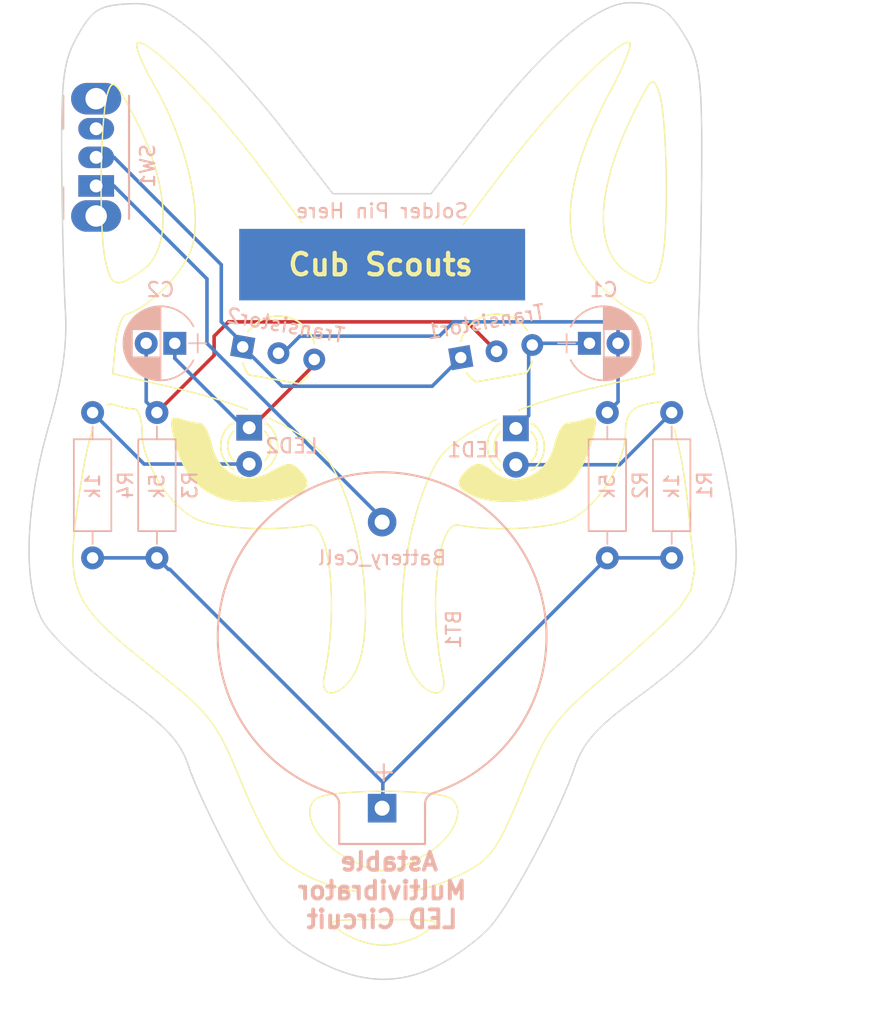
<source format=kicad_pcb>
(kicad_pcb (version 20171130) (host pcbnew "(5.0.0)")
  (layers (0 F.Cu signal) (31 B.Cu signal) (34 B.Paste user) (35 F.Paste user) (36 B.SilkS user) (37 F.SilkS user) (38 B.Mask user) (39 F.Mask user) (44 Edge.Cuts user))
  (net 0 "")
  (net 1 "Net-(BT1-Pad1)")
  (net 2 "Net-(BT1-Pad2)")
  (net 3 "Net-(C1-Pad2)")
  (net 4 "Net-(C1-Pad1)")
  (net 5 "Net-(C2-Pad1)")
  (net 6 "Net-(C2-Pad2)")
  (net 7 "Net-(D1-Pad2)")
  (net 8 "Net-(D2-Pad2)")
  (net 9 "Net-(Q1-Pad1)")
  (module MyParts:1x20mm-CoinCell (layer B.Cu) (at 126.25 70.5 90)
    (fp_text reference BT1 (at 0.5 5 90) (layer B.SilkS) (effects (justify mirror)))
    (fp_text value Battery_Cell (at 5.5 0 180) (layer B.SilkS) (effects (justify mirror)))
    (fp_text user + (at -9.5 0 90) (layer B.SilkS) (effects (font (size 1.5 1.5)) (justify mirror)))
    (pad 1 thru_hole rect (at -12 0 90) (size 2 2) (drill 1.05) (layers *.Cu *.Mask) (net 1 "Net-(BT1-Pad1)"))
    (pad 2 thru_hole circle (at 8 0 90) (size 2 2) (drill 1.05) (layers *.Cu *.Mask) (net 2 "Net-(BT1-Pad2)"))
  )
  (module LEDs:LED_D3.0mm (layer F.Cu) (at 135.6 55.95 270)
    (fp_text reference LED1 (at 1.5 2.95 180) (layer B.SilkS) (effects (justify mirror)))
    (fp_text value LED)
    (pad 2 thru_hole circle (at 2.54 0 270) (size 1.8 1.8) (drill 0.9) (layers *.Cu *.Mask) (net 7 "Net-(D1-Pad2)"))
    (pad 1 thru_hole rect (at 0 0 270) (size 1.8 1.8) (drill 0.9) (layers *.Cu *.Mask) (net 4 "Net-(C1-Pad1)"))
  )
  (module LEDs:LED_D3.0mm (layer F.Cu) (at 116.95 55.9 270)
    (fp_text reference LED2 (at 1.27 -2.96 180) (layer B.SilkS) (effects (justify mirror)))
    (fp_text value LED)
    (pad 1 thru_hole rect (at 0 0 270) (size 1.8 1.8) (drill 0.9) (layers *.Cu *.Mask) (net 5 "Net-(C2-Pad1)"))
    (pad 2 thru_hole circle (at 2.54 0 270) (size 1.8 1.8) (drill 0.9) (layers *.Cu *.Mask) (net 8 "Net-(D2-Pad2)"))
  )
  (module Resistors_THT:R_Axial_DIN0207_L6.3mm_D2.5mm_P10.16mm_Horizontal (layer B.Cu) (at 146.5 65 90)
    (fp_text reference R1 (at 5.08 2.31 90) (layer B.SilkS) (effects (justify mirror)))
    (fp_text value 1k (at 5 0 90) (layer B.SilkS) (effects (justify mirror)))
    (pad 2 thru_hole oval (at 10.16 0 90) (size 1.6 1.6) (drill 0.8) (layers *.Cu *.Mask) (net 7 "Net-(D1-Pad2)"))
    (pad 1 thru_hole circle (at 0 0 90) (size 1.6 1.6) (drill 0.8) (layers *.Cu *.Mask) (net 1 "Net-(BT1-Pad1)"))
  )
  (module Resistors_THT:R_Axial_DIN0207_L6.3mm_D2.5mm_P10.16mm_Horizontal (layer B.Cu) (at 142 65 90)
    (fp_text reference R2 (at 5.08 2.31 90) (layer B.SilkS) (effects (justify mirror)))
    (fp_text value 5k (at 5 0 90) (layer B.SilkS) (effects (justify mirror)))
    (pad 2 thru_hole oval (at 10.16 0 90) (size 1.6 1.6) (drill 0.8) (layers *.Cu *.Mask) (net 3 "Net-(C1-Pad2)"))
    (pad 1 thru_hole circle (at 0 0 90) (size 1.6 1.6) (drill 0.8) (layers *.Cu *.Mask) (net 1 "Net-(BT1-Pad1)"))
  )
  (module Resistors_THT:R_Axial_DIN0207_L6.3mm_D2.5mm_P10.16mm_Horizontal (layer B.Cu) (at 110.5 65 90)
    (fp_text reference R3 (at 5.08 2.31 90) (layer B.SilkS) (effects (justify mirror)))
    (fp_text value 5k (at 5 0 90) (layer B.SilkS) (effects (justify mirror)))
    (pad 1 thru_hole circle (at 0 0 90) (size 1.6 1.6) (drill 0.8) (layers *.Cu *.Mask) (net 1 "Net-(BT1-Pad1)"))
    (pad 2 thru_hole oval (at 10.16 0 90) (size 1.6 1.6) (drill 0.8) (layers *.Cu *.Mask) (net 6 "Net-(C2-Pad2)"))
  )
  (module Resistors_THT:R_Axial_DIN0207_L6.3mm_D2.5mm_P10.16mm_Horizontal (layer B.Cu) (at 106 65 90)
    (fp_text reference R4 (at 5.08 2.31 90) (layer B.SilkS) (effects (justify mirror)))
    (fp_text value 1k (at 5 0 90) (layer B.SilkS) (effects (justify mirror)))
    (pad 1 thru_hole circle (at 0 0 90) (size 1.6 1.6) (drill 0.8) (layers *.Cu *.Mask) (net 1 "Net-(BT1-Pad1)"))
    (pad 2 thru_hole oval (at 10.16 0 90) (size 1.6 1.6) (drill 0.8) (layers *.Cu *.Mask) (net 8 "Net-(D2-Pad2)"))
  )
  (module TO_SOT_Packages_THT:TO-92_Inline_Wide (layer F.Cu) (at 131.75 51 10)
    (fp_text reference Transistor1 (at 2.157534 -2.158135 190) (layer B.SilkS) (effects (justify mirror)))
    (fp_text value 2N3904)
    (pad 1 thru_hole rect (at 0 0 100) (size 1.52 1.52) (drill 0.8) (layers *.Cu *.Mask) (net 9 "Net-(Q1-Pad1)"))
    (pad 3 thru_hole circle (at 5.08 0 100) (size 1.52 1.52) (drill 0.8) (layers *.Cu *.Mask) (net 4 "Net-(C1-Pad1)"))
    (pad 2 thru_hole circle (at 2.54 0 100) (size 1.52 1.52) (drill 0.8) (layers *.Cu *.Mask) (net 6 "Net-(C2-Pad2)"))
  )
  (module TO_SOT_Packages_THT:TO-92_Inline_Wide (layer F.Cu) (at 116.5 50.25 350)
    (fp_text reference Transistor2 (at 2.693951 -1.998156 170) (layer B.SilkS) (effects (justify mirror)))
    (fp_text value 2N3904)
    (pad 2 thru_hole circle (at 2.54 0 80) (size 1.52 1.52) (drill 0.8) (layers *.Cu *.Mask) (net 3 "Net-(C1-Pad2)"))
    (pad 3 thru_hole circle (at 5.08 0 80) (size 1.52 1.52) (drill 0.8) (layers *.Cu *.Mask) (net 5 "Net-(C2-Pad1)"))
    (pad 1 thru_hole rect (at 0 0 80) (size 1.52 1.52) (drill 0.8) (layers *.Cu *.Mask) (net 9 "Net-(Q1-Pad1)"))
  )
  (module Capacitors_THT:CP_Radial_D5.0mm_P2.00mm (layer B.Cu) (at 140.75 50)
    (fp_text reference C1 (at 1 -3.75) (layer B.SilkS) (effects (justify mirror)))
    (fp_text value 220uF)
    (pad 2 thru_hole circle (at 2 0) (size 1.6 1.6) (drill 0.8) (layers *.Cu *.Mask) (net 3 "Net-(C1-Pad2)"))
    (pad 1 thru_hole rect (at 0 0) (size 1.6 1.6) (drill 0.8) (layers *.Cu *.Mask) (net 4 "Net-(C1-Pad1)"))
  )
  (module Capacitors_THT:CP_Radial_D5.0mm_P2.00mm (layer B.Cu) (at 111.75 50 180)
    (fp_text reference C2 (at 1 3.75 180) (layer B.SilkS) (effects (justify mirror)))
    (fp_text value 220uF)
    (pad 1 thru_hole rect (at 0 0 180) (size 1.6 1.6) (drill 0.8) (layers *.Cu *.Mask) (net 5 "Net-(C2-Pad1)"))
    (pad 2 thru_hole circle (at 2 0 180) (size 1.6 1.6) (drill 0.8) (layers *.Cu *.Mask) (net 6 "Net-(C2-Pad2)"))
  )
  (module Wire_Pads:SolderWirePad_single_SMD_5x10mm (layer B.Cu) (at 126.25 44.5 270)
    (fp_text reference "Solder Pin Here" (at -3.75 0) (layer B.SilkS) (effects (justify mirror)))
    (fp_text value SolderWirePad_single_SMD_5x10mm)
    (pad 1 smd rect (at 0 0 270) (size 5 20) (layers B.Cu B.Mask))
  )
  (module Buttons_Switches_THT:SW_CuK_OS102011MA1QN1_SPDT_Angled (layer B.Cu) (at 106.25 39 90)
    (fp_text reference SW1 (at 1.4 3.6 90) (layer B.SilkS) (effects (justify mirror)))
    (fp_text value SW_SPDT)
    (pad "" thru_hole oval (at 6.1 0 90) (size 2.2 3.5) (drill 1.5) (layers *.Cu *.Mask))
    (pad "" thru_hole oval (at -2.1 0 90) (size 2.2 3.5) (drill 1.5) (layers *.Cu *.Mask))
    (pad 3 thru_hole oval (at 4 0 90) (size 1.5 2.5) (drill 0.9) (layers *.Cu *.Mask))
    (pad 2 thru_hole oval (at 2 0 90) (size 1.5 2.5) (drill 0.9) (layers *.Cu *.Mask) (net 9 "Net-(Q1-Pad1)"))
    (pad 1 thru_hole rect (at 0 0 90) (size 1.5 2.5) (drill 0.9) (layers *.Cu *.Mask) (net 2 "Net-(BT1-Pad2)"))
  )
  (gr_text "Astable \nMultivibrator\nLED Circuit" (at 126.25 88.25) (layer B.SilkS) (effects (font (size 1.25 1.25) (thickness 0.275)) (justify mirror)))
  (gr_text "Cub Scouts" (at 126.15 44.5) (layer F.SilkS) (effects (font (size 1.5 1.5) (thickness 0.3))))
  (gr_poly (pts (xy 111.8 55.25) (xy 111.65 55.3) (xy 111.55 55.45) (xy 111.55 55.75) (xy 111.65 56.3) (xy 111.9 57.25) (xy 112.2 58.1) (xy 112.65 58.95) (xy 113.2 59.65) (xy 113.85 60.2) (xy 114.65 60.65) (xy 115.4 60.9) (xy 116.15 61) (xy 117.1 61.05) (xy 117.85 61) (xy 118.85 60.9) (xy 120.1 60.6) (xy 120.6 60.35) (xy 120.9 60.05) (xy 120.95 59.8) (xy 120.9 59.5) (xy 120.65 59.1) (xy 120.35 58.8) (xy 120.1 58.6) (xy 119.9 58.5) (xy 119.6 58.5) (xy 119.15 58.65) (xy 118.25 59.15) (xy 117.55 59.4) (xy 117 59.45) (xy 116.5 59.45) (xy 115.85 59.25) (xy 115.35 58.9) (xy 114.9 58.45) (xy 114.6 57.95) (xy 114.3 57.2) (xy 114.1 56.5) (xy 113.85 55.95) (xy 113.65 55.7) (xy 113.55 55.65) (xy 113.05 55.55) (xy 112 55.3)) (layer F.SilkS) (width 0.01))
  (gr_poly (pts (xy 141 55.25) (xy 140.75 55.25) (xy 140 55.5) (xy 139.5 55.6) (xy 139.1 55.6) (xy 138.7 56.1) (xy 138.4 56.9) (xy 138.2 57.6) (xy 137.9 58.2) (xy 137.5 58.7) (xy 137.2 59) (xy 136.9 59.2) (xy 136.5 59.4) (xy 136.2 59.5) (xy 135.6 59.6) (xy 135.3 59.6) (xy 134.9 59.5) (xy 134.6 59.4) (xy 134.2 59.2) (xy 133.9 59) (xy 133.7 58.8) (xy 133.3 58.6) (xy 133 58.5) (xy 132.8 58.5) (xy 132.3 58.8) (xy 131.8 59.4) (xy 131.7 59.7) (xy 131.7 59.9) (xy 131.9 60.2) (xy 132.4 60.5) (xy 133.6 60.9) (xy 134.4 61) (xy 135.6 61) (xy 137.1 60.8) (xy 138.4 60.4) (xy 139.2 59.9) (xy 139.9 59.1) (xy 140.4 58.1) (xy 140.8 57) (xy 141.1 55.8) (xy 141.1 55.4) (xy 141.1 55.3)) (layer F.SilkS) (width 0.05))
  (gr_line (start 139.644558 43.09974) (end 139.580498 42.85521) (layer F.SilkS) (width 0.1))
  (gr_line (start 140.115558 44.17557) (end 140.017208 44.00187) (layer F.SilkS) (width 0.1))
  (gr_line (start 139.423468 41.79962) (end 139.408838 41.51712) (layer F.SilkS) (width 0.1))
  (gr_line (start 139.778058 43.49731) (end 139.718608 43.33625) (layer F.SilkS) (width 0.1))
  (gr_line (start 140.017208 44.00187) (end 139.927848 43.83061) (layer F.SilkS) (width 0.1))
  (gr_line (start 140.33725 44.52825) (end 140.222401 44.35118) (layer F.SilkS) (width 0.1))
  (gr_line (start 140.866884 45.24112) (end 140.724922 45.06319) (layer F.SilkS) (width 0.1))
  (gr_line (start 141.32412 45.76687) (end 141.166975 45.59345) (layer F.SilkS) (width 0.1))
  (gr_line (start 141.503787 33.75865) (end 141.705766 33.34958) (layer F.SilkS) (width 0.1))
  (gr_line (start 140.345177 36.50572) (end 140.48311 36.1268) (layer F.SilkS) (width 0.1))
  (gr_line (start 139.404038 41.22746) (end 139.409038 40.93082) (layer F.SilkS) (width 0.1))
  (gr_line (start 141.166975 45.59345) (end 141.014399 45.41803) (layer F.SilkS) (width 0.1))
  (gr_line (start 140.097195 37.24868) (end 140.216528 36.87973) (layer F.SilkS) (width 0.1))
  (gr_line (start 140.589002 44.88475) (end 140.459614 44.70627) (layer F.SilkS) (width 0.1))
  (gr_line (start 141.014399 45.41803) (end 140.866884 45.24112) (layer F.SilkS) (width 0.1))
  (gr_line (start 139.886618 37.97082) (end 139.987213 37.61243) (layer F.SilkS) (width 0.1))
  (gr_line (start 141.818066 46.27028) (end 141.650156 46.10578) (layer F.SilkS) (width 0.1))
  (gr_line (start 139.526398 42.60278) (end 139.482218 42.3426) (layer F.SilkS) (width 0.1))
  (gr_line (start 139.481968 40.00039) (end 139.525568 39.67726) (layer F.SilkS) (width 0.1))
  (gr_line (start 139.408838 41.51712) (end 139.404038 41.22746) (layer F.SilkS) (width 0.1))
  (gr_line (start 139.580498 42.85521) (end 139.526398 42.60278) (layer F.SilkS) (width 0.1))
  (gr_line (start 139.578738 39.34788) (end 139.641458 39.01239) (layer F.SilkS) (width 0.1))
  (gr_line (start 139.447998 40.31713) (end 139.481968 40.00039) (layer F.SilkS) (width 0.1))
  (gr_line (start 139.718608 43.33625) (end 139.644558 43.09974) (layer F.SilkS) (width 0.1))
  (gr_line (start 139.927848 43.83061) (end 139.847968 43.66226) (layer F.SilkS) (width 0.1))
  (gr_line (start 140.724922 45.06319) (end 140.589002 44.88475) (layer F.SilkS) (width 0.1))
  (gr_line (start 139.847968 43.66226) (end 139.778058 43.49731) (layer F.SilkS) (width 0.1))
  (gr_line (start 140.459614 44.70627) (end 140.33725 44.52825) (layer F.SilkS) (width 0.1))
  (gr_line (start 141.988582 46.43083) (end 141.818066 46.27028) (layer F.SilkS) (width 0.1))
  (gr_line (start 141.310856 34.16386) (end 141.503787 33.75865) (layer F.SilkS) (width 0.1))
  (gr_line (start 141.127008 34.56507) (end 141.310856 34.16386) (layer F.SilkS) (width 0.1))
  (gr_line (start 140.786692 35.35486) (end 140.952276 34.96212) (layer F.SilkS) (width 0.1))
  (gr_line (start 139.525568 39.67726) (end 139.578738 39.34788) (layer F.SilkS) (width 0.1))
  (gr_line (start 140.216528 36.87973) (end 140.345177 36.50572) (layer F.SilkS) (width 0.1))
  (gr_line (start 141.485344 45.9378) (end 141.32412 45.76687) (layer F.SilkS) (width 0.1))
  (gr_line (start 140.952276 34.96212) (end 141.127008 34.56507) (layer F.SilkS) (width 0.1))
  (gr_line (start 140.630293 35.74314) (end 140.786692 35.35486) (layer F.SilkS) (width 0.1))
  (gr_line (start 139.447918 42.07484) (end 139.423468 41.79962) (layer F.SilkS) (width 0.1))
  (gr_line (start 141.650156 46.10578) (end 141.485344 45.9378) (layer F.SilkS) (width 0.1))
  (gr_line (start 140.48311 36.1268) (end 140.630293 35.74314) (layer F.SilkS) (width 0.1))
  (gr_line (start 139.482218 42.3426) (end 139.447918 42.07484) (layer F.SilkS) (width 0.1))
  (gr_line (start 139.987213 37.61243) (end 140.097195 37.24868) (layer F.SilkS) (width 0.1))
  (gr_line (start 140.222401 44.35118) (end 140.115558 44.17557) (layer F.SilkS) (width 0.1))
  (gr_line (start 139.795438 38.32372) (end 139.886618 37.97082) (layer F.SilkS) (width 0.1))
  (gr_line (start 139.713708 38.67095) (end 139.795438 38.32372) (layer F.SilkS) (width 0.1))
  (gr_line (start 139.641458 39.01239) (end 139.713708 38.67095) (layer F.SilkS) (width 0.1))
  (gr_line (start 139.423678 40.62733) (end 139.447998 40.31713) (layer F.SilkS) (width 0.1))
  (gr_line (start 139.409038 40.93082) (end 139.423678 40.62733) (layer F.SilkS) (width 0.1))
  (gr_line (start 144.947251 49.09586) (end 144.924981 49.01086) (layer F.SilkS) (width 0.1))
  (gr_line (start 144.878081 48.84806) (end 144.853551 48.77046) (layer F.SilkS) (width 0.1))
  (gr_line (start 144.901911 48.92826) (end 144.878081 48.84806) (layer F.SilkS) (width 0.1))
  (gr_line (start 145.142641 50.33231) (end 145.136841 50.27041) (layer F.SilkS) (width 0.1))
  (gr_line (start 145.206441 51.01301) (end 145.200641 50.95111) (layer F.SilkS) (width 0.1))
  (gr_line (start 145.223841 51.19861) (end 145.218041 51.13681) (layer F.SilkS) (width 0.1))
  (gr_line (start 145.136841 50.27041) (end 145.131041 50.20851) (layer F.SilkS) (width 0.1))
  (gr_line (start 145.160041 50.51801) (end 145.154241 50.45611) (layer F.SilkS) (width 0.1))
  (gr_line (start 143.038933 47.28362) (end 142.863085 47.15709) (layer F.SilkS) (width 0.1))
  (gr_line (start 144.853551 48.77046) (end 144.828351 48.69566) (layer F.SilkS) (width 0.1))
  (gr_line (start 145.218041 51.13681) (end 145.212241 51.07491) (layer F.SilkS) (width 0.1))
  (gr_line (start 143.213952 47.40275) (end 143.038933 47.28362) (layer F.SilkS) (width 0.1))
  (gr_line (start 145.189041 50.82741) (end 145.183241 50.76551) (layer F.SilkS) (width 0.1))
  (gr_line (start 143.387652 47.51401) (end 143.213952 47.40275) (layer F.SilkS) (width 0.1))
  (gr_line (start 143.55954 47.61686) (end 143.387652 47.51401) (layer F.SilkS) (width 0.1))
  (gr_line (start 143.729128 47.71086) (end 143.55954 47.61686) (layer F.SilkS) (width 0.1))
  (gr_line (start 144.924981 49.01086) (end 144.901911 48.92826) (layer F.SilkS) (width 0.1))
  (gr_line (start 144.219169 47.93486) (end 144.059432 47.87036) (layer F.SilkS) (width 0.1))
  (gr_line (start 143.895922 47.79556) (end 143.729128 47.71086) (layer F.SilkS) (width 0.1))
  (gr_line (start 144.403851 48.00026) (end 144.374641 47.98856) (layer F.SilkS) (width 0.1))
  (gr_line (start 144.579781 48.17006) (end 144.550621 48.13056) (layer F.SilkS) (width 0.1))
  (gr_line (start 144.637511 48.26126) (end 144.608761 48.21366) (layer F.SilkS) (width 0.1))
  (gr_line (start 144.721911 48.42686) (end 144.694131 48.36796) (layer F.SilkS) (width 0.1))
  (gr_line (start 145.194841 50.88931) (end 145.189041 50.82741) (layer F.SilkS) (width 0.1))
  (gr_line (start 145.200641 50.95111) (end 145.194841 50.88931) (layer F.SilkS) (width 0.1))
  (gr_line (start 145.027301 49.45686) (end 145.008731 49.36376) (layer F.SilkS) (width 0.1))
  (gr_line (start 144.989171 49.27246) (end 144.968661 49.18316) (layer F.SilkS) (width 0.1))
  (gr_line (start 145.044811 49.55156) (end 145.027301 49.45686) (layer F.SilkS) (width 0.1))
  (gr_line (start 145.165841 50.57991) (end 145.160041 50.51801) (layer F.SilkS) (width 0.1))
  (gr_line (start 145.171641 50.64181) (end 145.165841 50.57991) (layer F.SilkS) (width 0.1))
  (gr_line (start 145.103461 49.94406) (end 145.090601 49.84416) (layer F.SilkS) (width 0.1))
  (gr_line (start 144.749271 48.48926) (end 144.721911 48.42686) (layer F.SilkS) (width 0.1))
  (gr_line (start 145.076511 49.74536) (end 145.061231 49.64776) (layer F.SilkS) (width 0.1))
  (gr_line (start 145.061231 49.64776) (end 145.044811 49.55156) (layer F.SilkS) (width 0.1))
  (gr_line (start 144.374641 47.98856) (end 144.219169 47.93486) (layer F.SilkS) (width 0.1))
  (gr_line (start 144.462571 48.03836) (end 144.433181 48.01686) (layer F.SilkS) (width 0.1))
  (gr_line (start 144.433181 48.01686) (end 144.403851 48.00026) (layer F.SilkS) (width 0.1))
  (gr_line (start 144.521341 48.09536) (end 144.491971 48.06456) (layer F.SilkS) (width 0.1))
  (gr_line (start 144.665981 48.31276) (end 144.637511 48.26126) (layer F.SilkS) (width 0.1))
  (gr_line (start 144.968661 49.18316) (end 144.947251 49.09586) (layer F.SilkS) (width 0.1))
  (gr_line (start 144.828351 48.69566) (end 144.802541 48.62376) (layer F.SilkS) (width 0.1))
  (gr_line (start 145.131041 50.20851) (end 145.125241 50.14671) (layer F.SilkS) (width 0.1))
  (gr_line (start 144.491971 48.06456) (end 144.462571 48.03836) (layer F.SilkS) (width 0.1))
  (gr_line (start 145.212241 51.07491) (end 145.206441 51.01301) (layer F.SilkS) (width 0.1))
  (gr_line (start 145.183241 50.76551) (end 145.177441 50.70361) (layer F.SilkS) (width 0.1))
  (gr_line (start 144.608761 48.21366) (end 144.579781 48.17006) (layer F.SilkS) (width 0.1))
  (gr_line (start 144.550621 48.13056) (end 144.521341 48.09536) (layer F.SilkS) (width 0.1))
  (gr_line (start 145.154241 50.45611) (end 145.148441 50.39421) (layer F.SilkS) (width 0.1))
  (gr_line (start 145.229641 51.26051) (end 145.223841 51.19861) (layer F.SilkS) (width 0.1))
  (gr_line (start 144.802541 48.62376) (end 144.776161 48.55496) (layer F.SilkS) (width 0.1))
  (gr_line (start 145.125241 50.14671) (end 145.115021 50.04502) (layer F.SilkS) (width 0.1))
  (gr_line (start 145.148441 50.39421) (end 145.142641 50.33231) (layer F.SilkS) (width 0.1))
  (gr_line (start 145.008731 49.36376) (end 144.989171 49.27246) (layer F.SilkS) (width 0.1))
  (gr_line (start 145.090601 49.84416) (end 145.076511 49.74536) (layer F.SilkS) (width 0.1))
  (gr_line (start 142.161214 46.58693) (end 141.988582 46.43083) (layer F.SilkS) (width 0.1))
  (gr_line (start 145.177441 50.70361) (end 145.171641 50.64181) (layer F.SilkS) (width 0.1))
  (gr_line (start 145.115021 50.04502) (end 145.103461 49.94406) (layer F.SilkS) (width 0.1))
  (gr_line (start 142.335471 46.73811) (end 142.161214 46.58693) (layer F.SilkS) (width 0.1))
  (gr_line (start 142.510863 46.88385) (end 142.335471 46.73811) (layer F.SilkS) (width 0.1))
  (gr_line (start 142.686897 47.02367) (end 142.510863 46.88385) (layer F.SilkS) (width 0.1))
  (gr_line (start 144.776161 48.55496) (end 144.749271 48.48926) (layer F.SilkS) (width 0.1))
  (gr_line (start 142.863085 47.15709) (end 142.686897 47.02367) (layer F.SilkS) (width 0.1))
  (gr_line (start 144.059432 47.87036) (end 143.895922 47.79556) (layer F.SilkS) (width 0.1))
  (gr_line (start 144.694131 48.36796) (end 144.665981 48.31276) (layer F.SilkS) (width 0.1))
  (gr_line (start 133.869021 55.48767) (end 134.229585 55.32104) (layer F.SilkS) (width 0.1))
  (gr_line (start 139.925175 53.38439) (end 140.428073 53.25913) (layer F.SilkS) (width 0.1))
  (gr_line (start 136.643541 54.36574) (end 137.084219 54.21556) (layer F.SilkS) (width 0.1))
  (gr_line (start 143.261258 52.60091) (end 143.397897 52.56931) (layer F.SilkS) (width 0.1))
  (gr_line (start 141.621592 52.98011) (end 141.758231 52.94851) (layer F.SilkS) (width 0.1))
  (gr_line (start 141.348314 53.04331) (end 141.484953 53.01171) (layer F.SilkS) (width 0.1))
  (gr_line (start 145.252841 51.50811) (end 145.247041 51.44621) (layer F.SilkS) (width 0.1))
  (gr_line (start 142.851341 52.69571) (end 142.98798 52.66411) (layer F.SilkS) (width 0.1))
  (gr_line (start 141.484953 53.01171) (end 141.621592 52.98011) (layer F.SilkS) (width 0.1))
  (gr_line (start 145.235441 51.32241) (end 145.229641 51.26051) (layer F.SilkS) (width 0.1))
  (gr_line (start 145.241241 51.38431) (end 145.235441 51.32241) (layer F.SilkS) (width 0.1))
  (gr_line (start 145.247041 51.44621) (end 145.241241 51.38431) (layer F.SilkS) (width 0.1))
  (gr_line (start 145.305041 52.06501) (end 145.299241 52.00311) (layer F.SilkS) (width 0.1))
  (gr_line (start 145.264441 51.63191) (end 145.258641 51.57001) (layer F.SilkS) (width 0.1))
  (gr_line (start 139.43007 53.51372) (end 139.925175 53.38439) (layer F.SilkS) (width 0.1))
  (gr_line (start 145.276041 51.75561) (end 145.270241 51.69381) (layer F.SilkS) (width 0.1))
  (gr_line (start 143.534535 52.53771) (end 143.671174 52.50611) (layer F.SilkS) (width 0.1))
  (gr_line (start 145.174202 52.15851) (end 145.310841 52.12691) (layer F.SilkS) (width 0.1))
  (gr_line (start 145.037563 52.19011) (end 145.174202 52.15851) (layer F.SilkS) (width 0.1))
  (gr_line (start 143.671174 52.50611) (end 143.807813 52.47451) (layer F.SilkS) (width 0.1))
  (gr_line (start 137.995163 53.92449) (end 138.464699 53.78396) (layer F.SilkS) (width 0.1))
  (gr_line (start 141.758231 52.94851) (end 141.89487 52.91691) (layer F.SilkS) (width 0.1))
  (gr_line (start 140.938398 53.13811) (end 141.075037 53.10651) (layer F.SilkS) (width 0.1))
  (gr_line (start 133.521364 55.65597) (end 133.869021 55.48767) (layer F.SilkS) (width 0.1))
  (gr_line (start 145.299241 52.00311) (end 145.293441 51.94131) (layer F.SilkS) (width 0.1))
  (gr_line (start 145.310841 52.12691) (end 145.305041 52.06501) (layer F.SilkS) (width 0.1))
  (gr_line (start 144.900924 52.22171) (end 145.037563 52.19011) (layer F.SilkS) (width 0.1))
  (gr_line (start 135.793595 54.67454) (end 136.213211 54.5188) (layer F.SilkS) (width 0.1))
  (gr_line (start 144.764285 52.25331) (end 144.900924 52.22171) (layer F.SilkS) (width 0.1))
  (gr_line (start 144.21773 52.37971) (end 144.354368 52.34811) (layer F.SilkS) (width 0.1))
  (gr_line (start 143.944452 52.44291) (end 144.081091 52.41131) (layer F.SilkS) (width 0.1))
  (gr_line (start 144.081091 52.41131) (end 144.21773 52.37971) (layer F.SilkS) (width 0.1))
  (gr_line (start 143.397897 52.56931) (end 143.534535 52.53771) (layer F.SilkS) (width 0.1))
  (gr_line (start 141.89487 52.91691) (end 142.031508 52.88531) (layer F.SilkS) (width 0.1))
  (gr_line (start 142.578064 52.75891) (end 142.714702 52.72731) (layer F.SilkS) (width 0.1))
  (gr_line (start 140.428073 53.25913) (end 140.938398 53.13811) (layer F.SilkS) (width 0.1))
  (gr_line (start 138.943122 53.64697) (end 139.43007 53.51372) (layer F.SilkS) (width 0.1))
  (gr_line (start 142.304786 52.82211) (end 142.441425 52.79051) (layer F.SilkS) (width 0.1))
  (gr_line (start 142.168147 52.85371) (end 142.304786 52.82211) (layer F.SilkS) (width 0.1))
  (gr_line (start 142.441425 52.79051) (end 142.578064 52.75891) (layer F.SilkS) (width 0.1))
  (gr_line (start 141.075037 53.10651) (end 141.211675 53.07491) (layer F.SilkS) (width 0.1))
  (gr_line (start 145.258641 51.57001) (end 145.252841 51.50811) (layer F.SilkS) (width 0.1))
  (gr_line (start 145.270241 51.69381) (end 145.264441 51.63191) (layer F.SilkS) (width 0.1))
  (gr_line (start 133.186976 55.82575) (end 133.521364 55.65597) (layer F.SilkS) (width 0.1))
  (gr_line (start 145.281841 51.81751) (end 145.276041 51.75561) (layer F.SilkS) (width 0.1))
  (gr_line (start 145.287641 51.87941) (end 145.281841 51.81751) (layer F.SilkS) (width 0.1))
  (gr_line (start 145.293441 51.94131) (end 145.287641 51.87941) (layer F.SilkS) (width 0.1))
  (gr_line (start 143.124619 52.63251) (end 143.261258 52.60091) (layer F.SilkS) (width 0.1))
  (gr_line (start 138.464699 53.78396) (end 138.943122 53.64697) (layer F.SilkS) (width 0.1))
  (gr_line (start 136.213211 54.5188) (end 136.643541 54.36574) (layer F.SilkS) (width 0.1))
  (gr_line (start 142.031508 52.88531) (end 142.168147 52.85371) (layer F.SilkS) (width 0.1))
  (gr_line (start 137.534882 54.06842) (end 137.995163 53.92449) (layer F.SilkS) (width 0.1))
  (gr_line (start 144.627646 52.28491) (end 144.764285 52.25331) (layer F.SilkS) (width 0.1))
  (gr_line (start 144.491007 52.31651) (end 144.627646 52.28491) (layer F.SilkS) (width 0.1))
  (gr_line (start 144.354368 52.34811) (end 144.491007 52.31651) (layer F.SilkS) (width 0.1))
  (gr_line (start 137.084219 54.21556) (end 137.534882 54.06842) (layer F.SilkS) (width 0.1))
  (gr_line (start 143.807813 52.47451) (end 143.944452 52.44291) (layer F.SilkS) (width 0.1))
  (gr_line (start 142.98798 52.66411) (end 143.124619 52.63251) (layer F.SilkS) (width 0.1))
  (gr_line (start 142.714702 52.72731) (end 142.851341 52.69571) (layer F.SilkS) (width 0.1))
  (gr_line (start 141.211675 53.07491) (end 141.348314 53.04331) (layer F.SilkS) (width 0.1))
  (gr_line (start 132.866226 55.99685) (end 133.186976 55.82575) (layer F.SilkS) (width 0.1))
  (gr_line (start 132.559475 56.16909) (end 132.866226 55.99685) (layer F.SilkS) (width 0.1))
  (gr_line (start 127.639391 69.29012) (end 127.633291 68.79775) (layer F.SilkS) (width 0.1))
  (gr_line (start 132.267094 56.3423) (end 132.559475 56.16909) (layer F.SilkS) (width 0.1))
  (gr_line (start 127.689651 67.2525) (end 127.732641 66.72053) (layer F.SilkS) (width 0.1))
  (gr_line (start 129.017903 73.90598) (end 128.917182 73.80123) (layer F.SilkS) (width 0.1))
  (gr_line (start 129.889411 74.42708) (end 129.800811 74.40708) (layer F.SilkS) (width 0.1))
  (gr_line (start 128.291421 72.86861) (end 128.163502 72.56782) (layer F.SilkS) (width 0.1))
  (gr_line (start 131.989443 56.5163) (end 132.267094 56.3423) (layer F.SilkS) (width 0.1))
  (gr_line (start 131.726888 56.69092) (end 131.989443 56.5163) (layer F.SilkS) (width 0.1))
  (gr_line (start 127.787401 66.18305) (end 127.853721 65.6418) (layer F.SilkS) (width 0.1))
  (gr_line (start 127.864921 71.50271) (end 127.793121 71.09927) (layer F.SilkS) (width 0.1))
  (gr_line (start 129.679546 59.0597) (end 129.887232 58.64964) (layer F.SilkS) (width 0.1))
  (gr_line (start 129.22 74.08758) (end 129.118983 74.00148) (layer F.SilkS) (width 0.1))
  (gr_line (start 131.033463 57.21682) (end 131.248533 57.04135) (layer F.SilkS) (width 0.1))
  (gr_line (start 130.65336 57.56735) (end 130.83495 57.3922) (layer F.SilkS) (width 0.1))
  (gr_line (start 130.342412 57.91624) (end 130.48906 57.74209) (layer F.SilkS) (width 0.1))
  (gr_line (start 130.103539 58.26209) (end 130.213783 58.08963) (layer F.SilkS) (width 0.1))
  (gr_line (start 128.020301 64.55499) (end 128.120171 64.01294) (layer F.SilkS) (width 0.1))
  (gr_line (start 127.732641 66.72053) (end 127.787401 66.18305) (layer F.SilkS) (width 0.1))
  (gr_line (start 129.518381 74.28978) (end 129.420121 74.23178) (layer F.SilkS) (width 0.1))
  (gr_line (start 128.718512 73.56404) (end 128.621422 73.43164) (layer F.SilkS) (width 0.1))
  (gr_line (start 127.734871 70.67453) (end 127.689961 70.23026) (layer F.SilkS) (width 0.1))
  (gr_line (start 129.420121 74.23178) (end 129.320521 74.16438) (layer F.SilkS) (width 0.1))
  (gr_line (start 130.213783 58.08963) (end 130.342412 57.91624) (layer F.SilkS) (width 0.1))
  (gr_line (start 128.938957 60.89001) (end 129.110188 60.40743) (layer F.SilkS) (width 0.1))
  (gr_line (start 129.118983 74.00148) (end 129.017903 73.90598) (layer F.SilkS) (width 0.1))
  (gr_line (start 131.479798 56.866) (end 131.726888 56.69092) (layer F.SilkS) (width 0.1))
  (gr_line (start 131.248533 57.04135) (end 131.479798 56.866) (layer F.SilkS) (width 0.1))
  (gr_line (start 127.689961 70.23026) (end 127.658201 69.7682) (layer F.SilkS) (width 0.1))
  (gr_line (start 129.110188 60.40743) (end 129.290828 59.94034) (layer F.SilkS) (width 0.1))
  (gr_line (start 130.83495 57.3922) (end 131.033463 57.21682) (layer F.SilkS) (width 0.1))
  (gr_line (start 129.709151 74.37748) (end 129.614871 74.33838) (layer F.SilkS) (width 0.1))
  (gr_line (start 128.352055 62.94032) (end 128.483684 62.41324) (layer F.SilkS) (width 0.1))
  (gr_line (start 127.931421 65.09853) (end 128.020301 64.55499) (layer F.SilkS) (width 0.1))
  (gr_line (start 127.853721 65.6418) (end 127.931421 65.09853) (layer F.SilkS) (width 0.1))
  (gr_line (start 128.526392 73.29006) (end 128.433862 73.13935) (layer F.SilkS) (width 0.1))
  (gr_line (start 127.639791 68.29285) (end 127.658641 67.77719) (layer F.SilkS) (width 0.1))
  (gr_line (start 128.049911 72.23874) (end 127.950451 71.88312) (layer F.SilkS) (width 0.1))
  (gr_line (start 129.320521 74.16438) (end 129.22 74.08758) (layer F.SilkS) (width 0.1))
  (gr_line (start 129.614871 74.33838) (end 129.518381 74.28978) (layer F.SilkS) (width 0.1))
  (gr_line (start 130.055771 74.43851) (end 129.974541 74.43758) (layer F.SilkS) (width 0.1))
  (gr_line (start 130.132671 74.43051) (end 130.055771 74.43851) (layer F.SilkS) (width 0.1))
  (gr_line (start 130.48906 57.74209) (end 130.65336 57.56735) (layer F.SilkS) (width 0.1))
  (gr_line (start 129.887232 58.64964) (end 130.103539 58.26209) (layer F.SilkS) (width 0.1))
  (gr_line (start 129.480679 59.49052) (end 129.679546 59.0597) (layer F.SilkS) (width 0.1))
  (gr_line (start 129.290828 59.94034) (end 129.480679 59.49052) (layer F.SilkS) (width 0.1))
  (gr_line (start 128.483684 62.41324) (end 128.625508 61.89467) (layer F.SilkS) (width 0.1))
  (gr_line (start 128.777332 61.38633) (end 128.938957 60.89001) (layer F.SilkS) (width 0.1))
  (gr_line (start 128.625508 61.89467) (end 128.777332 61.38633) (layer F.SilkS) (width 0.1))
  (gr_line (start 128.230818 63.47414) (end 128.352055 62.94032) (layer F.SilkS) (width 0.1))
  (gr_line (start 128.120171 64.01294) (end 128.230818 63.47414) (layer F.SilkS) (width 0.1))
  (gr_line (start 127.950451 71.88312) (end 127.864921 71.50271) (layer F.SilkS) (width 0.1))
  (gr_line (start 127.793121 71.09927) (end 127.734871 70.67453) (layer F.SilkS) (width 0.1))
  (gr_line (start 128.621422 73.43164) (end 128.526392 73.29006) (layer F.SilkS) (width 0.1))
  (gr_line (start 128.163502 72.56782) (end 128.049911 72.23874) (layer F.SilkS) (width 0.1))
  (gr_line (start 129.800811 74.40708) (end 129.709151 74.37748) (layer F.SilkS) (width 0.1))
  (gr_line (start 128.433862 73.13935) (end 128.291421 72.86861) (layer F.SilkS) (width 0.1))
  (gr_line (start 128.817242 73.68725) (end 128.718512 73.56404) (layer F.SilkS) (width 0.1))
  (gr_line (start 128.917182 73.80123) (end 128.817242 73.68725) (layer F.SilkS) (width 0.1))
  (gr_line (start 129.974541 74.43758) (end 129.889411 74.42708) (layer F.SilkS) (width 0.1))
  (gr_line (start 127.658641 67.77719) (end 127.689651 67.2525) (layer F.SilkS) (width 0.1))
  (gr_line (start 127.658201 69.7682) (end 127.639391 69.29012) (layer F.SilkS) (width 0.1))
  (gr_line (start 127.633291 68.79775) (end 127.639791 68.29285) (layer F.SilkS) (width 0.1))
  (gr_line (start 107.490539 31.91005) (end 107.463569 31.90405) (layer F.SilkS) (width 0.1))
  (gr_line (start 108.437829 33.25318) (end 108.375249 33.13779) (layer F.SilkS) (width 0.1))
  (gr_line (start 107.463574 31.90405) (end 107.463574 31.90405) (layer F.SilkS) (width 0.1))
  (gr_line (start 107.463572 31.90405) (end 107.463572 31.90405) (layer F.SilkS) (width 0.1))
  (gr_line (start 107.463571 31.90405) (end 107.463572 31.90405) (layer F.SilkS) (width 0.1))
  (gr_line (start 107.463571 31.90405) (end 107.463571 31.90405) (layer F.SilkS) (width 0.1))
  (gr_line (start 108.147079 32.73135) (end 108.095269 32.64325) (layer F.SilkS) (width 0.1))
  (gr_line (start 108.200929 32.82485) (end 108.147079 32.73135) (layer F.SilkS) (width 0.1))
  (gr_line (start 108.639879 33.63345) (end 108.570089 33.50094) (layer F.SilkS) (width 0.1))
  (gr_line (start 109.319237 34.96785) (end 109.113929 34.55294) (layer F.SilkS) (width 0.1))
  (gr_line (start 108.712199 33.77178) (end 108.639879 33.63345) (layer F.SilkS) (width 0.1))
  (gr_line (start 109.113929 34.55294) (end 109.028019 34.38457) (layer F.SilkS) (width 0.1))
  (gr_line (start 107.46357 31.90405) (end 107.46357 31.90405) (layer F.SilkS) (width 0.1))
  (gr_line (start 107.608659 31.98045) (end 107.577479 31.95625) (layer F.SilkS) (width 0.1))
  (gr_line (start 107.997449 32.48285) (end 107.951339 32.41045) (layer F.SilkS) (width 0.1))
  (gr_line (start 109.512366 35.38229) (end 109.319237 34.96785) (layer F.SilkS) (width 0.1))
  (gr_line (start 107.463574 31.90405) (end 107.463574 31.90405) (layer F.SilkS) (width 0.1))
  (gr_line (start 107.463572 31.90405) (end 107.463573 31.90405) (layer F.SilkS) (width 0.1))
  (gr_line (start 107.463573 31.90405) (end 107.463573 31.90405) (layer F.SilkS) (width 0.1))
  (gr_line (start 107.463571 31.90405) (end 107.463571 31.90405) (layer F.SilkS) (width 0.1))
  (gr_line (start 107.709729 32.08065) (end 107.674719 32.04265) (layer F.SilkS) (width 0.1))
  (gr_line (start 108.045409 32.56045) (end 107.997449 32.48285) (layer F.SilkS) (width 0.1))
  (gr_line (start 107.463571 31.90405) (end 107.463571 31.90405) (layer F.SilkS) (width 0.1))
  (gr_line (start 107.463571 31.90405) (end 107.463571 31.90405) (layer F.SilkS) (width 0.1))
  (gr_line (start 107.46357 31.90405) (end 107.46357 31.90405) (layer F.SilkS) (width 0.1))
  (gr_line (start 107.518479 31.92105) (end 107.490539 31.91005) (layer F.SilkS) (width 0.1))
  (gr_line (start 108.944959 34.22233) (end 108.864679 34.06616) (layer F.SilkS) (width 0.1))
  (gr_line (start 107.783999 32.17105) (end 107.746139 32.12345) (layer F.SilkS) (width 0.1))
  (gr_line (start 108.256859 32.92365) (end 108.200929 32.82485) (layer F.SilkS) (width 0.1))
  (gr_line (start 108.502759 33.37421) (end 108.437829 33.25318) (layer F.SilkS) (width 0.1))
  (gr_line (start 107.463573 31.90405) (end 107.463573 31.90405) (layer F.SilkS) (width 0.1))
  (gr_line (start 107.463569 31.90405) (end 107.463569 31.90405) (layer F.SilkS) (width 0.1))
  (gr_line (start 107.951339 32.41045) (end 107.906999 32.34315) (layer F.SilkS) (width 0.1))
  (gr_line (start 108.787109 33.91599) (end 108.712199 33.77178) (layer F.SilkS) (width 0.1))
  (gr_line (start 108.375249 33.13779) (end 108.314939 33.02797) (layer F.SilkS) (width 0.1))
  (gr_line (start 107.463572 31.90405) (end 107.463572 31.90405) (layer F.SilkS) (width 0.1))
  (gr_line (start 109.028019 34.38457) (end 108.944959 34.22233) (layer F.SilkS) (width 0.1))
  (gr_line (start 107.463573 31.90405) (end 107.463574 31.90405) (layer F.SilkS) (width 0.1))
  (gr_line (start 107.463573 31.90405) (end 107.463573 31.90405) (layer F.SilkS) (width 0.1))
  (gr_line (start 107.463569 31.90405) (end 107.463569 31.90405) (layer F.SilkS) (width 0.1))
  (gr_line (start 107.823389 32.22355) (end 107.783999 32.17105) (layer F.SilkS) (width 0.1))
  (gr_line (start 107.463569 31.90405) (end 107.463569 31.90405) (layer F.SilkS) (width 0.1))
  (gr_line (start 107.463573 31.90405) (end 107.463573 31.90405) (layer F.SilkS) (width 0.1))
  (gr_line (start 107.463573 31.90405) (end 107.463573 31.90405) (layer F.SilkS) (width 0.1))
  (gr_line (start 107.463572 31.90405) (end 107.463572 31.90405) (layer F.SilkS) (width 0.1))
  (gr_line (start 107.46357 31.90405) (end 107.46357 31.90405) (layer F.SilkS) (width 0.1))
  (gr_line (start 108.864679 34.06616) (end 108.787109 33.91599) (layer F.SilkS) (width 0.1))
  (gr_line (start 107.46357 31.90405) (end 107.46357 31.90405) (layer F.SilkS) (width 0.1))
  (gr_line (start 107.463569 31.90405) (end 107.46357 31.90405) (layer F.SilkS) (width 0.1))
  (gr_line (start 107.641049 32.00925) (end 107.608659 31.98045) (layer F.SilkS) (width 0.1))
  (gr_line (start 107.463571 31.90405) (end 107.463571 31.90405) (layer F.SilkS) (width 0.1))
  (gr_line (start 107.463569 31.90405) (end 107.463569 31.90405) (layer F.SilkS) (width 0.1))
  (gr_line (start 107.674719 32.04265) (end 107.641049 32.00925) (layer F.SilkS) (width 0.1))
  (gr_line (start 107.864369 32.28085) (end 107.823389 32.22355) (layer F.SilkS) (width 0.1))
  (gr_line (start 108.314939 33.02797) (end 108.256859 32.92365) (layer F.SilkS) (width 0.1))
  (gr_line (start 107.46357 31.90405) (end 107.463571 31.90405) (layer F.SilkS) (width 0.1))
  (gr_line (start 107.906999 32.34315) (end 107.864369 32.28085) (layer F.SilkS) (width 0.1))
  (gr_line (start 107.746139 32.12345) (end 107.709729 32.08065) (layer F.SilkS) (width 0.1))
  (gr_line (start 108.095269 32.64325) (end 108.045409 32.56045) (layer F.SilkS) (width 0.1))
  (gr_line (start 107.463572 31.90405) (end 107.463572 31.90405) (layer F.SilkS) (width 0.1))
  (gr_line (start 107.46357 31.90405) (end 107.46357 31.90405) (layer F.SilkS) (width 0.1))
  (gr_line (start 107.547439 31.93645) (end 107.518479 31.92105) (layer F.SilkS) (width 0.1))
  (gr_line (start 108.570089 33.50094) (end 108.502759 33.37421) (layer F.SilkS) (width 0.1))
  (gr_line (start 107.577479 31.95625) (end 107.547439 31.93645) (layer F.SilkS) (width 0.1))
  (gr_line (start 106.937175 44.41201) (end 106.976655 44.5718) (layer F.SilkS) (width 0.1))
  (gr_line (start 110.904418 40.47691) (end 110.871678 40.11869) (layer F.SilkS) (width 0.1))
  (gr_line (start 107.372405 45.55227) (end 107.426235 45.61167) (layer F.SilkS) (width 0.1))
  (gr_line (start 107.056265 44.8604) (end 107.096975 44.98934) (layer F.SilkS) (width 0.1))
  (gr_line (start 107.016255 44.72124) (end 107.056265 44.8604) (layer F.SilkS) (width 0.1))
  (gr_line (start 108.393178 45.59087) (end 108.509376 45.53007) (layer F.SilkS) (width 0.1))
  (gr_line (start 110.932358 41.16822) (end 110.924658 40.82693) (layer F.SilkS) (width 0.1))
  (gr_line (start 110.837648 42.43488) (end 110.880218 42.13409) (layer F.SilkS) (width 0.1))
  (gr_line (start 110.634058 43.26605) (end 110.714588 43.00141) (layer F.SilkS) (width 0.1))
  (gr_line (start 107.096975 44.98934) (end 107.138685 45.10814) (layer F.SilkS) (width 0.1))
  (gr_line (start 110.414099 37.82835) (end 110.294522 37.42827) (layer F.SilkS) (width 0.1))
  (gr_line (start 110.910178 41.82235) (end 110.927558 41.5002) (layer F.SilkS) (width 0.1))
  (gr_line (start 110.782438 42.72417) (end 110.837648 42.43488) (layer F.SilkS) (width 0.1))
  (gr_line (start 110.714588 43.00141) (end 110.782438 42.72417) (layer F.SilkS) (width 0.1))
  (gr_line (start 109.198872 45.09607) (end 109.360519 44.98374) (layer F.SilkS) (width 0.1))
  (gr_line (start 108.762596 45.38227) (end 108.900203 45.29547) (layer F.SilkS) (width 0.1))
  (gr_line (start 106.976655 44.5718) (end 107.016255 44.72124) (layer F.SilkS) (width 0.1))
  (gr_line (start 108.283532 45.64287) (end 108.393178 45.59087) (layer F.SilkS) (width 0.1))
  (gr_line (start 110.316182 43.97879) (end 110.434876 43.75528) (layer F.SilkS) (width 0.1))
  (gr_line (start 109.360519 44.98374) (end 109.530764 44.86306) (layer F.SilkS) (width 0.1))
  (gr_line (start 108.632418 45.46057) (end 108.762596 45.38227) (layer F.SilkS) (width 0.1))
  (gr_line (start 107.607155 45.73207) (end 107.674915 45.75327) (layer F.SilkS) (width 0.1))
  (gr_line (start 110.616218 38.61499) (end 110.521338 38.22411) (layer F.SilkS) (width 0.1))
  (gr_line (start 110.768808 39.37991) (end 110.698718 39.00044) (layer F.SilkS) (width 0.1))
  (gr_line (start 110.826468 39.75285) (end 110.768808 39.37991) (layer F.SilkS) (width 0.1))
  (gr_line (start 110.927558 41.5002) (end 110.932358 41.16822) (layer F.SilkS) (width 0.1))
  (gr_line (start 110.880218 42.13409) (end 110.910178 41.82235) (layer F.SilkS) (width 0.1))
  (gr_line (start 110.040472 44.3808) (end 110.184721 44.18749) (layer F.SilkS) (width 0.1))
  (gr_line (start 107.321325 45.48317) (end 107.372405 45.55227) (layer F.SilkS) (width 0.1))
  (gr_line (start 108.082725 45.72007) (end 108.180145 45.68597) (layer F.SilkS) (width 0.1))
  (gr_line (start 106.855215 44.03095) (end 106.897535 44.24179) (layer F.SilkS) (width 0.1))
  (gr_line (start 109.04553 45.19997) (end 109.198872 45.09607) (layer F.SilkS) (width 0.1))
  (gr_line (start 107.272705 45.40427) (end 107.321325 45.48317) (layer F.SilkS) (width 0.1))
  (gr_line (start 107.483105 45.66137) (end 107.543315 45.70147) (layer F.SilkS) (width 0.1))
  (gr_line (start 110.540828 43.51753) (end 110.634058 43.26605) (layer F.SilkS) (width 0.1))
  (gr_line (start 107.904625 45.76107) (end 107.990985 45.74517) (layer F.SilkS) (width 0.1))
  (gr_line (start 110.184721 44.18749) (end 110.316182 43.97879) (layer F.SilkS) (width 0.1))
  (gr_line (start 108.180145 45.68597) (end 108.283532 45.64287) (layer F.SilkS) (width 0.1))
  (gr_line (start 107.426235 45.61167) (end 107.483105 45.66137) (layer F.SilkS) (width 0.1))
  (gr_line (start 106.897535 44.24179) (end 106.937175 44.41201) (layer F.SilkS) (width 0.1))
  (gr_line (start 107.746885 45.76507) (end 107.823355 45.76707) (layer F.SilkS) (width 0.1))
  (gr_line (start 107.138685 45.10814) (end 107.181675 45.21687) (layer F.SilkS) (width 0.1))
  (gr_line (start 109.88341 44.55821) (end 110.040472 44.3808) (layer F.SilkS) (width 0.1))
  (gr_line (start 108.900203 45.29547) (end 109.04553 45.19997) (layer F.SilkS) (width 0.1))
  (gr_line (start 107.823355 45.76707) (end 107.904625 45.76107) (layer F.SilkS) (width 0.1))
  (gr_line (start 107.543315 45.70147) (end 107.607155 45.73207) (layer F.SilkS) (width 0.1))
  (gr_line (start 109.713516 44.71915) (end 109.88341 44.55821) (layer F.SilkS) (width 0.1))
  (gr_line (start 108.509376 45.53007) (end 108.632418 45.46057) (layer F.SilkS) (width 0.1))
  (gr_line (start 110.434876 43.75528) (end 110.540828 43.51753) (layer F.SilkS) (width 0.1))
  (gr_line (start 107.990985 45.74517) (end 108.082725 45.72007) (layer F.SilkS) (width 0.1))
  (gr_line (start 107.181675 45.21687) (end 107.226255 45.31557) (layer F.SilkS) (width 0.1))
  (gr_line (start 110.162631 37.02441) (end 110.018447 36.61733) (layer F.SilkS) (width 0.1))
  (gr_line (start 107.674915 45.75327) (end 107.746885 45.76507) (layer F.SilkS) (width 0.1))
  (gr_line (start 106.816215 43.78748) (end 106.855215 44.03095) (layer F.SilkS) (width 0.1))
  (gr_line (start 109.693291 35.79572) (end 109.512366 35.38229) (layer F.SilkS) (width 0.1))
  (gr_line (start 109.861993 36.20759) (end 109.693291 35.79572) (layer F.SilkS) (width 0.1))
  (gr_line (start 110.924658 40.82693) (end 110.904418 40.47691) (layer F.SilkS) (width 0.1))
  (gr_line (start 110.018447 36.61733) (end 109.861993 36.20759) (layer F.SilkS) (width 0.1))
  (gr_line (start 110.294522 37.42827) (end 110.162631 37.02441) (layer F.SilkS) (width 0.1))
  (gr_line (start 110.521338 38.22411) (end 110.414099 37.82835) (layer F.SilkS) (width 0.1))
  (gr_line (start 107.226255 45.31557) (end 107.272705 45.40427) (layer F.SilkS) (width 0.1))
  (gr_line (start 110.698718 39.00044) (end 110.616218 38.61499) (layer F.SilkS) (width 0.1))
  (gr_line (start 110.871678 40.11869) (end 110.826468 39.75285) (layer F.SilkS) (width 0.1))
  (gr_line (start 109.530764 44.86306) (end 109.713516 44.71915) (layer F.SilkS) (width 0.1))
  (gr_line (start 106.801225 34.03274) (end 106.769205 34.38105) (layer F.SilkS) (width 0.1))
  (gr_line (start 107.241415 32.0456) (end 107.229015 32.0663) (layer F.SilkS) (width 0.1))
  (gr_line (start 106.620275 40.93607) (end 106.633755 41.35924) (layer F.SilkS) (width 0.1))
  (gr_line (start 106.602445 40.05515) (end 106.609845 40.50062) (layer F.SilkS) (width 0.1))
  (gr_line (start 106.598245 38.68123) (end 106.596645 39.14319) (layer F.SilkS) (width 0.1))
  (gr_line (start 107.180215 32.1616) (end 107.168155 32.1886) (layer F.SilkS) (width 0.1))
  (gr_line (start 107.192325 32.1359) (end 107.180215 32.1616) (layer F.SilkS) (width 0.1))
  (gr_line (start 107.279325 31.9917) (end 107.266565 32.0083) (layer F.SilkS) (width 0.1))
  (gr_line (start 107.292245 31.9764) (end 107.279325 31.9917) (layer F.SilkS) (width 0.1))
  (gr_line (start 107.373635 31.9148) (end 107.359545 31.9218) (layer F.SilkS) (width 0.1))
  (gr_line (start 107.417415 31.9038) (end 107.402555 31.9058) (layer F.SilkS) (width 0.1))
  (gr_line (start 107.359545 31.9218) (end 107.345685 31.9298) (layer F.SilkS) (width 0.1))
  (gr_line (start 106.633285 36.84621) (end 106.620265 37.29852) (layer F.SilkS) (width 0.1))
  (gr_line (start 106.954965 32.90115) (end 106.912735 33.14028) (layer F.SilkS) (width 0.1))
  (gr_line (start 107.144105 32.2463) (end 107.132085 32.277) (layer F.SilkS) (width 0.1))
  (gr_line (start 107.387965 31.9098) (end 107.373635 31.9148) (layer F.SilkS) (width 0.1))
  (gr_line (start 106.748065 43.21166) (end 106.780515 43.51362) (layer F.SilkS) (width 0.1))
  (gr_line (start 106.718855 42.88383) (end 106.748065 43.21166) (layer F.SilkS) (width 0.1))
  (gr_line (start 106.692845 42.53242) (end 106.718855 42.88383) (layer F.SilkS) (width 0.1))
  (gr_line (start 106.596645 39.14319) (end 106.598045 39.60193) (layer F.SilkS) (width 0.1))
  (gr_line (start 107.059235 32.4853) (end 107.046845 32.524) (layer F.SilkS) (width 0.1))
  (gr_line (start 107.156125 32.2168) (end 107.144105 32.2463) (layer F.SilkS) (width 0.1))
  (gr_line (start 107.463735 31.90527) (end 107.447995 31.90327) (layer F.SilkS) (width 0.1))
  (gr_line (start 106.602645 38.21828) (end 106.598245 38.68123) (layer F.SilkS) (width 0.1))
  (gr_line (start 106.835835 33.70834) (end 106.801225 34.03274) (layer F.SilkS) (width 0.1))
  (gr_line (start 107.402555 31.9058) (end 107.387965 31.9098) (layer F.SilkS) (width 0.1))
  (gr_line (start 107.332035 31.9388) (end 107.318585 31.95) (layer F.SilkS) (width 0.1))
  (gr_line (start 107.083745 32.4112) (end 107.071535 32.4477) (layer F.SilkS) (width 0.1))
  (gr_line (start 107.204485 32.1114) (end 107.192325 32.1359) (layer F.SilkS) (width 0.1))
  (gr_line (start 107.253925 32.0263) (end 107.241415 32.0456) (layer F.SilkS) (width 0.1))
  (gr_line (start 106.739815 34.75101) (end 106.713075 35.14034) (layer F.SilkS) (width 0.1))
  (gr_line (start 107.132085 32.277) (end 107.120055 32.3088) (layer F.SilkS) (width 0.1))
  (gr_line (start 107.229015 32.0663) (end 107.216705 32.0882) (layer F.SilkS) (width 0.1))
  (gr_line (start 107.305325 31.9625) (end 107.292245 31.9764) (layer F.SilkS) (width 0.1))
  (gr_line (start 145.211722 31.72293) (end 145.211722 31.72293) (layer F.SilkS) (width 0.1))
  (gr_line (start 106.780515 43.51362) (end 106.816215 43.78748) (layer F.SilkS) (width 0.1))
  (gr_line (start 107.345685 31.9298) (end 107.332035 31.9388) (layer F.SilkS) (width 0.1))
  (gr_line (start 106.670005 42.15967) (end 106.692845 42.53242) (layer F.SilkS) (width 0.1))
  (gr_line (start 106.650325 41.76786) (end 106.670005 42.15967) (layer F.SilkS) (width 0.1))
  (gr_line (start 106.689025 35.54679) (end 106.667695 35.96808) (layer F.SilkS) (width 0.1))
  (gr_line (start 107.095895 32.3759) (end 107.083745 32.4112) (layer F.SilkS) (width 0.1))
  (gr_line (start 106.769205 34.38105) (end 106.739815 34.75101) (layer F.SilkS) (width 0.1))
  (gr_line (start 106.609845 40.50062) (end 106.620275 40.93607) (layer F.SilkS) (width 0.1))
  (gr_line (start 106.620265 37.29852) (end 106.610045 37.75662) (layer F.SilkS) (width 0.1))
  (gr_line (start 106.649105 36.40198) (end 106.633285 36.84621) (layer F.SilkS) (width 0.1))
  (gr_line (start 106.667695 35.96808) (end 106.649105 36.40198) (layer F.SilkS) (width 0.1))
  (gr_line (start 107.318585 31.95) (end 107.305325 31.9625) (layer F.SilkS) (width 0.1))
  (gr_line (start 106.713075 35.14034) (end 106.689025 35.54679) (layer F.SilkS) (width 0.1))
  (gr_line (start 106.999675 32.69497) (end 106.954965 32.90115) (layer F.SilkS) (width 0.1))
  (gr_line (start 107.046845 32.524) (end 106.999675 32.69497) (layer F.SilkS) (width 0.1))
  (gr_line (start 107.432555 31.9028) (end 107.417415 31.9038) (layer F.SilkS) (width 0.1))
  (gr_line (start 107.107995 32.3418) (end 107.095895 32.3759) (layer F.SilkS) (width 0.1))
  (gr_line (start 107.216705 32.0882) (end 107.204485 32.1114) (layer F.SilkS) (width 0.1))
  (gr_line (start 107.447995 31.90327) (end 107.432555 31.9028) (layer F.SilkS) (width 0.1))
  (gr_line (start 145.211722 31.72293) (end 145.21205 31.72063) (layer F.SilkS) (width 0.1))
  (gr_line (start 106.633755 41.35924) (end 106.650325 41.76786) (layer F.SilkS) (width 0.1))
  (gr_line (start 107.120055 32.3088) (end 107.107995 32.3418) (layer F.SilkS) (width 0.1))
  (gr_line (start 107.071535 32.4477) (end 107.059235 32.4853) (layer F.SilkS) (width 0.1))
  (gr_line (start 107.168155 32.1886) (end 107.156125 32.2168) (layer F.SilkS) (width 0.1))
  (gr_line (start 106.598045 39.60193) (end 106.602445 40.05515) (layer F.SilkS) (width 0.1))
  (gr_line (start 106.610045 37.75662) (end 106.602645 38.21828) (layer F.SilkS) (width 0.1))
  (gr_line (start 106.873015 33.4101) (end 106.835835 33.70834) (layer F.SilkS) (width 0.1))
  (gr_line (start 107.266565 32.0083) (end 107.253925 32.0263) (layer F.SilkS) (width 0.1))
  (gr_line (start 106.912735 33.14028) (end 106.873015 33.4101) (layer F.SilkS) (width 0.1))
  (gr_line (start 145.365225 31.85596) (end 145.352875 31.83726) (layer F.SilkS) (width 0.1))
  (gr_line (start 145.211716 31.72287) (end 145.211716 31.72287) (layer F.SilkS) (width 0.1))
  (gr_line (start 145.211716 31.72287) (end 145.211717 31.72288) (layer F.SilkS) (width 0.1))
  (gr_line (start 145.599145 32.40776) (end 145.584815 32.36696) (layer F.SilkS) (width 0.1))
  (gr_line (start 145.211716 31.72287) (end 145.211716 31.72287) (layer F.SilkS) (width 0.1))
  (gr_line (start 145.427005 31.96926) (end 145.414595 31.94406) (layer F.SilkS) (width 0.1))
  (gr_line (start 145.543165 32.25156) (end 145.529685 32.21536) (layer F.SilkS) (width 0.1))
  (gr_line (start 145.225225 31.72586) (end 145.211715 31.72286) (layer F.SilkS) (width 0.1))
  (gr_line (start 145.264725 31.74386) (end 145.251715 31.73686) (layer F.SilkS) (width 0.1))
  (gr_line (start 145.584815 32.36696) (end 145.570715 32.32736) (layer F.SilkS) (width 0.1))
  (gr_line (start 145.211719 31.7229) (end 145.211719 31.7229) (layer F.SilkS) (width 0.1))
  (gr_line (start 145.21172 31.72291) (end 145.21172 31.72291) (layer F.SilkS) (width 0.1))
  (gr_line (start 145.211721 31.72292) (end 145.211721 31.72292) (layer F.SilkS) (width 0.1))
  (gr_line (start 145.211719 31.72291) (end 145.211719 31.72291) (layer F.SilkS) (width 0.1))
  (gr_line (start 145.211715 31.72287) (end 145.211716 31.72287) (layer F.SilkS) (width 0.1))
  (gr_line (start 145.251715 31.73686) (end 145.238555 31.73086) (layer F.SilkS) (width 0.1))
  (gr_line (start 145.389885 31.89746) (end 145.377555 31.87606) (layer F.SilkS) (width 0.1))
  (gr_line (start 145.516385 32.18036) (end 145.503245 32.14656) (layer F.SilkS) (width 0.1))
  (gr_line (start 145.238555 31.73086) (end 145.225225 31.72586) (layer F.SilkS) (width 0.1))
  (gr_line (start 145.377555 31.87606) (end 145.365225 31.85596) (layer F.SilkS) (width 0.1))
  (gr_line (start 145.303025 31.77546) (end 145.290365 31.76346) (layer F.SilkS) (width 0.1))
  (gr_line (start 145.503245 32.14656) (end 145.490265 32.11396) (layer F.SilkS) (width 0.1))
  (gr_line (start 145.211718 31.7229) (end 145.211718 31.7229) (layer F.SilkS) (width 0.1))
  (gr_line (start 145.21172 31.72291) (end 145.21172 31.72291) (layer F.SilkS) (width 0.1))
  (gr_line (start 145.21172 31.72291) (end 145.21172 31.72291) (layer F.SilkS) (width 0.1))
  (gr_line (start 145.211719 31.7229) (end 145.211719 31.72291) (layer F.SilkS) (width 0.1))
  (gr_line (start 145.211718 31.7229) (end 145.211718 31.7229) (layer F.SilkS) (width 0.1))
  (gr_line (start 145.211717 31.72288) (end 145.211718 31.72288) (layer F.SilkS) (width 0.1))
  (gr_line (start 145.211717 31.72288) (end 145.211717 31.72288) (layer F.SilkS) (width 0.1))
  (gr_line (start 145.328075 31.80366) (end 145.315585 31.78886) (layer F.SilkS) (width 0.1))
  (gr_line (start 145.211717 31.72288) (end 145.211717 31.72288) (layer F.SilkS) (width 0.1))
  (gr_line (start 145.477405 32.08256) (end 145.464665 32.05236) (layer F.SilkS) (width 0.1))
  (gr_line (start 145.402225 31.92016) (end 145.389885 31.89746) (layer F.SilkS) (width 0.1))
  (gr_line (start 145.211715 31.72286) (end 145.211715 31.72287) (layer F.SilkS) (width 0.1))
  (gr_line (start 145.211716 31.72287) (end 145.211716 31.72287) (layer F.SilkS) (width 0.1))
  (gr_line (start 145.315585 31.78886) (end 145.303025 31.77546) (layer F.SilkS) (width 0.1))
  (gr_line (start 145.529685 32.21536) (end 145.516385 32.18036) (layer F.SilkS) (width 0.1))
  (gr_line (start 145.613725 32.44956) (end 145.599145 32.40776) (layer F.SilkS) (width 0.1))
  (gr_line (start 145.452035 32.02336) (end 145.439485 31.99566) (layer F.SilkS) (width 0.1))
  (gr_line (start 145.464665 32.05236) (end 145.452035 32.02336) (layer F.SilkS) (width 0.1))
  (gr_line (start 145.679075 32.66116) (end 145.628575 32.49256) (layer F.SilkS) (width 0.1))
  (gr_line (start 145.727075 32.86495) (end 145.679075 32.66116) (layer F.SilkS) (width 0.1))
  (gr_line (start 145.628575 32.49256) (end 145.613725 32.44956) (layer F.SilkS) (width 0.1))
  (gr_line (start 145.340495 31.81976) (end 145.328075 31.80366) (layer F.SilkS) (width 0.1))
  (gr_line (start 145.21172 31.72291) (end 145.211721 31.72292) (layer F.SilkS) (width 0.1))
  (gr_line (start 145.277605 31.75286) (end 145.264725 31.74386) (layer F.SilkS) (width 0.1))
  (gr_line (start 145.352875 31.83726) (end 145.340495 31.81976) (layer F.SilkS) (width 0.1))
  (gr_line (start 145.211722 31.72292) (end 145.211722 31.72293) (layer F.SilkS) (width 0.1))
  (gr_line (start 145.211722 31.72292) (end 145.211722 31.72292) (layer F.SilkS) (width 0.1))
  (gr_line (start 145.211719 31.7229) (end 145.211719 31.7229) (layer F.SilkS) (width 0.1))
  (gr_line (start 145.290365 31.76346) (end 145.277605 31.75286) (layer F.SilkS) (width 0.1))
  (gr_line (start 145.556835 32.28886) (end 145.543165 32.25156) (layer F.SilkS) (width 0.1))
  (gr_line (start 145.211721 31.72292) (end 145.211722 31.72292) (layer F.SilkS) (width 0.1))
  (gr_line (start 145.211718 31.7229) (end 145.211719 31.7229) (layer F.SilkS) (width 0.1))
  (gr_line (start 145.211721 31.72292) (end 145.211721 31.72292) (layer F.SilkS) (width 0.1))
  (gr_line (start 145.211716 31.72287) (end 145.211716 31.72287) (layer F.SilkS) (width 0.1))
  (gr_line (start 145.414595 31.94406) (end 145.402225 31.92016) (layer F.SilkS) (width 0.1))
  (gr_line (start 145.211721 31.72292) (end 145.211721 31.72292) (layer F.SilkS) (width 0.1))
  (gr_line (start 145.211719 31.72291) (end 145.21172 31.72291) (layer F.SilkS) (width 0.1))
  (gr_line (start 145.211718 31.72288) (end 145.211718 31.7229) (layer F.SilkS) (width 0.1))
  (gr_line (start 145.439485 31.99566) (end 145.427005 31.96926) (layer F.SilkS) (width 0.1))
  (gr_line (start 145.490265 32.11396) (end 145.477405 32.08256) (layer F.SilkS) (width 0.1))
  (gr_line (start 145.570715 32.32736) (end 145.556835 32.28886) (layer F.SilkS) (width 0.1))
  (gr_line (start 145.211717 31.72288) (end 145.211717 31.72288) (layer F.SilkS) (width 0.1))
  (gr_line (start 146.007112 42.85164) (end 146.033562 42.49534) (layer F.SilkS) (width 0.1))
  (gr_line (start 145.866362 44.02451) (end 145.906862 43.77361) (layer F.SilkS) (width 0.1))
  (gr_line (start 143.204074 44.9142) (end 143.424801 45.06353) (layer F.SilkS) (width 0.1))
  (gr_line (start 146.076242 41.72272) (end 146.092542 41.31087) (layer F.SilkS) (width 0.1))
  (gr_line (start 143.880858 45.33793) (end 144.016314 45.41533) (layer F.SilkS) (width 0.1))
  (gr_line (start 145.893335 33.98729) (end 145.855705 33.6651) (layer F.SilkS) (width 0.1))
  (gr_line (start 145.960515 34.70143) (end 145.928285 34.33348) (layer F.SilkS) (width 0.1))
  (gr_line (start 145.772535 33.10169) (end 145.727075 32.86495) (layer F.SilkS) (width 0.1))
  (gr_line (start 145.815425 33.36917) (end 145.772535 33.10169) (layer F.SilkS) (width 0.1))
  (gr_line (start 145.928285 34.33348) (end 145.893335 33.98729) (layer F.SilkS) (width 0.1))
  (gr_line (start 144.14402 45.48543) (end 144.264291 45.54823) (layer F.SilkS) (width 0.1))
  (gr_line (start 145.855705 33.6651) (end 145.815425 33.36917) (layer F.SilkS) (width 0.1))
  (gr_line (start 145.295802 45.64536) (end 145.345342 45.59386) (layer F.SilkS) (width 0.1))
  (gr_line (start 146.040515 35.91352) (end 146.016665 35.49369) (layer F.SilkS) (width 0.1))
  (gr_line (start 146.094695 37.24093) (end 146.079565 36.78937) (layer F.SilkS) (width 0.1))
  (gr_line (start 146.122155 38.62324) (end 146.116055 38.1601) (layer F.SilkS) (width 0.1))
  (gr_line (start 145.559312 45.19906) (end 145.597582 45.09199) (layer F.SilkS) (width 0.1))
  (gr_line (start 145.479192 45.38476) (end 145.519952 45.29666) (layer F.SilkS) (width 0.1))
  (gr_line (start 144.483802 45.65123) (end 144.583682 45.69123) (layer F.SilkS) (width 0.1))
  (gr_line (start 145.392202 45.53326) (end 145.436712 45.46356) (layer F.SilkS) (width 0.1))
  (gr_line (start 145.635092 44.97528) (end 145.672152 44.84883) (layer F.SilkS) (width 0.1))
  (gr_line (start 145.822262 44.24346) (end 145.866362 44.02451) (layer F.SilkS) (width 0.1))
  (gr_line (start 145.977202 43.18494) (end 146.007112 42.85164) (layer F.SilkS) (width 0.1))
  (gr_line (start 144.016314 45.41533) (end 144.14402 45.48543) (layer F.SilkS) (width 0.1))
  (gr_line (start 145.436712 45.46356) (end 145.479192 45.38476) (layer F.SilkS) (width 0.1))
  (gr_line (start 145.064602 45.76406) (end 145.128002 45.74726) (layer F.SilkS) (width 0.1))
  (gr_line (start 145.906862 43.77361) (end 145.943802 43.493) (layer F.SilkS) (width 0.1))
  (gr_line (start 145.989985 35.08892) (end 145.960515 34.70143) (layer F.SilkS) (width 0.1))
  (gr_line (start 146.105532 40.88498) (end 146.115232 40.44728) (layer F.SilkS) (width 0.1))
  (gr_line (start 146.016665 35.49369) (end 145.989985 35.08892) (layer F.SilkS) (width 0.1))
  (gr_line (start 145.128002 45.74726) (end 145.187452 45.72196) (layer F.SilkS) (width 0.1))
  (gr_line (start 146.061495 36.34616) (end 146.040515 35.91352) (layer F.SilkS) (width 0.1))
  (gr_line (start 146.079565 36.78937) (end 146.061495 36.34616) (layer F.SilkS) (width 0.1))
  (gr_line (start 146.106855 37.69858) (end 146.094695 37.24093) (layer F.SilkS) (width 0.1))
  (gr_line (start 146.116055 38.1601) (end 146.106855 37.69858) (layer F.SilkS) (width 0.1))
  (gr_line (start 146.033562 42.49534) (end 146.056602 42.11828) (layer F.SilkS) (width 0.1))
  (gr_line (start 146.125155 39.08576) (end 146.122155 38.62324) (layer F.SilkS) (width 0.1))
  (gr_line (start 146.056602 42.11828) (end 146.076242 41.72272) (layer F.SilkS) (width 0.1))
  (gr_line (start 145.597582 45.09199) (end 145.635092 44.97528) (layer F.SilkS) (width 0.1))
  (gr_line (start 144.765262 45.74773) (end 144.847592 45.76403) (layer F.SilkS) (width 0.1))
  (gr_line (start 144.377446 45.60353) (end 144.483802 45.65123) (layer F.SilkS) (width 0.1))
  (gr_line (start 143.585418 45.16193) (end 143.737331 45.25343) (layer F.SilkS) (width 0.1))
  (gr_line (start 144.264291 45.54823) (end 144.377446 45.60353) (layer F.SilkS) (width 0.1))
  (gr_line (start 145.709092 44.71254) (end 145.746202 44.56628) (layer F.SilkS) (width 0.1))
  (gr_line (start 145.943802 43.493) (end 145.977202 43.18494) (layer F.SilkS) (width 0.1))
  (gr_line (start 145.519952 45.29666) (end 145.559312 45.19906) (layer F.SilkS) (width 0.1))
  (gr_line (start 145.672152 44.84883) (end 145.709092 44.71254) (layer F.SilkS) (width 0.1))
  (gr_line (start 144.847592 45.76403) (end 144.924722 45.77203) (layer F.SilkS) (width 0.1))
  (gr_line (start 145.783822 44.40996) (end 145.822262 44.24346) (layer F.SilkS) (width 0.1))
  (gr_line (start 146.115232 40.44728) (end 146.121732 40.00002) (layer F.SilkS) (width 0.1))
  (gr_line (start 145.746202 44.56628) (end 145.783822 44.40996) (layer F.SilkS) (width 0.1))
  (gr_line (start 144.924722 45.77203) (end 144.996952 45.77206) (layer F.SilkS) (width 0.1))
  (gr_line (start 144.583682 45.69123) (end 144.677392 45.72343) (layer F.SilkS) (width 0.1))
  (gr_line (start 146.092542 41.31087) (end 146.105532 40.88498) (layer F.SilkS) (width 0.1))
  (gr_line (start 145.345342 45.59386) (end 145.392202 45.53326) (layer F.SilkS) (width 0.1))
  (gr_line (start 144.677392 45.72343) (end 144.765262 45.74773) (layer F.SilkS) (width 0.1))
  (gr_line (start 145.187452 45.72196) (end 145.243282 45.68806) (layer F.SilkS) (width 0.1))
  (gr_line (start 146.125032 39.54544) (end 146.125155 39.08576) (layer F.SilkS) (width 0.1))
  (gr_line (start 146.121732 40.00002) (end 146.125032 39.54544) (layer F.SilkS) (width 0.1))
  (gr_line (start 145.243282 45.68806) (end 145.295802 45.64536) (layer F.SilkS) (width 0.1))
  (gr_line (start 144.996952 45.77206) (end 145.064602 45.76406) (layer F.SilkS) (width 0.1))
  (gr_line (start 143.737331 45.25343) (end 143.880858 45.33793) (layer F.SilkS) (width 0.1))
  (gr_line (start 142.99873 44.74833) (end 143.204074 44.9142) (layer F.SilkS) (width 0.1))
  (gr_line (start 143.424801 45.06353) (end 143.585418 45.16193) (layer F.SilkS) (width 0.1))
  (gr_line (start 142.488645 37.13104) (end 142.344151 37.58573) (layer F.SilkS) (width 0.1))
  (gr_line (start 143.012283 35.71692) (end 142.822726 36.19631) (layer F.SilkS) (width 0.1))
  (gr_line (start 143.98238 33.60365) (end 143.92029 33.72699) (layer F.SilkS) (width 0.1))
  (gr_line (start 144.36367 32.85747) (end 144.31458 32.95177) (layer F.SilkS) (width 0.1))
  (gr_line (start 144.70004 32.24497) (end 144.66303 32.30807) (layer F.SilkS) (width 0.1))
  (gr_line (start 144.80344 32.07807) (end 144.77019 32.13007) (layer F.SilkS) (width 0.1))
  (gr_line (start 145.12517 31.72957) (end 145.10278 31.74007) (layer F.SilkS) (width 0.1))
  (gr_line (start 144.95319 31.87247) (end 144.92529 31.90647) (layer F.SilkS) (width 0.1))
  (gr_line (start 142.330916 43.92602) (end 142.474865 44.15475) (layer F.SilkS) (width 0.1))
  (gr_line (start 142.822726 36.19631) (end 142.648174 36.6678) (layer F.SilkS) (width 0.1))
  (gr_line (start 144.77019 32.13007) (end 144.73574 32.18567) (layer F.SilkS) (width 0.1))
  (gr_line (start 142.100329 38.46806) (end 142.001029 38.89506) (layer F.SilkS) (width 0.1))
  (gr_line (start 144.45687 32.68087) (end 144.41108 32.76717) (layer F.SilkS) (width 0.1))
  (gr_line (start 145.14905 31.72204) (end 145.14695 31.72257) (layer F.SilkS) (width 0.1))
  (gr_line (start 142.808758 44.56624) (end 142.99873 44.74833) (layer F.SilkS) (width 0.1))
  (gr_line (start 142.634141 44.36827) (end 142.808758 44.56624) (layer F.SilkS) (width 0.1))
  (gr_line (start 143.43636 34.73576) (end 143.216832 35.22996) (layer F.SilkS) (width 0.1))
  (gr_line (start 144.8665 31.98507) (end 144.83553 32.02977) (layer F.SilkS) (width 0.1))
  (gr_line (start 142.214708 38.03152) (end 142.100329 38.46806) (layer F.SilkS) (width 0.1))
  (gr_line (start 144.21122 33.15249) (end 144.15684 33.25902) (layer F.SilkS) (width 0.1))
  (gr_line (start 144.58493 32.44567) (end 144.54375 32.52017) (layer F.SilkS) (width 0.1))
  (gr_line (start 145.05601 31.77077) (end 145.03153 31.79107) (layer F.SilkS) (width 0.1))
  (gr_line (start 142.344151 37.58573) (end 142.214708 38.03152) (layer F.SilkS) (width 0.1))
  (gr_line (start 144.54375 32.52017) (end 144.50108 32.59857) (layer F.SilkS) (width 0.1))
  (gr_line (start 144.66303 32.30807) (end 144.62468 32.37497) (layer F.SilkS) (width 0.1))
  (gr_line (start 144.41108 32.76717) (end 144.36367 32.85747) (layer F.SilkS) (width 0.1))
  (gr_line (start 145.14695 31.72257) (end 145.12517 31.72957) (layer F.SilkS) (width 0.1))
  (gr_line (start 142.474865 44.15475) (end 142.634141 44.36827) (layer F.SilkS) (width 0.1))
  (gr_line (start 141.793739 40.11531) (end 141.754909 40.50071) (layer F.SilkS) (width 0.1))
  (gr_line (start 141.847719 39.71901) (end 141.793739 40.11531) (layer F.SilkS) (width 0.1))
  (gr_line (start 141.990879 43.15184) (end 142.088939 43.42423) (layer F.SilkS) (width 0.1))
  (gr_line (start 143.67085 34.23466) (end 143.43636 34.73576) (layer F.SilkS) (width 0.1))
  (gr_line (start 144.89641 31.94397) (end 144.8665 31.98507) (layer F.SilkS) (width 0.1))
  (gr_line (start 142.202278 43.6824) (end 142.330916 43.92602) (layer F.SilkS) (width 0.1))
  (gr_line (start 142.088939 43.42423) (end 142.202278 43.6824) (layer F.SilkS) (width 0.1))
  (gr_line (start 144.10061 33.3697) (end 144.04247 33.48458) (layer F.SilkS) (width 0.1))
  (gr_line (start 145.00627 31.81477) (end 144.98017 31.84187) (layer F.SilkS) (width 0.1))
  (gr_line (start 141.908089 42.86555) (end 141.990879 43.15184) (layer F.SilkS) (width 0.1))
  (gr_line (start 141.788249 42.25267) (end 141.840549 42.56573) (layer F.SilkS) (width 0.1))
  (gr_line (start 144.50108 32.59857) (end 144.45687 32.68087) (layer F.SilkS) (width 0.1))
  (gr_line (start 145.15115 31.72155) (end 145.14905 31.72204) (layer F.SilkS) (width 0.1))
  (gr_line (start 144.62468 32.37497) (end 144.58493 32.44567) (layer F.SilkS) (width 0.1))
  (gr_line (start 142.648174 36.6678) (end 142.488645 37.13104) (layer F.SilkS) (width 0.1))
  (gr_line (start 144.73574 32.18567) (end 144.70004 32.24497) (layer F.SilkS) (width 0.1))
  (gr_line (start 142.001029 38.89506) (end 141.916819 39.31215) (layer F.SilkS) (width 0.1))
  (gr_line (start 141.840549 42.56573) (end 141.908089 42.86555) (layer F.SilkS) (width 0.1))
  (gr_line (start 141.731219 40.87489) (end 141.722719 41.2375) (layer F.SilkS) (width 0.1))
  (gr_line (start 143.216832 35.22996) (end 143.012283 35.71692) (layer F.SilkS) (width 0.1))
  (gr_line (start 144.83553 32.02977) (end 144.80344 32.07807) (layer F.SilkS) (width 0.1))
  (gr_line (start 141.722719 41.2375) (end 141.729319 41.58823) (layer F.SilkS) (width 0.1))
  (gr_line (start 141.916819 39.31215) (end 141.847719 39.71901) (layer F.SilkS) (width 0.1))
  (gr_line (start 143.92029 33.72699) (end 143.67085 34.23466) (layer F.SilkS) (width 0.1))
  (gr_line (start 144.04247 33.48458) (end 143.98238 33.60365) (layer F.SilkS) (width 0.1))
  (gr_line (start 144.15684 33.25902) (end 144.10061 33.3697) (layer F.SilkS) (width 0.1))
  (gr_line (start 145.03153 31.79107) (end 145.00627 31.81477) (layer F.SilkS) (width 0.1))
  (gr_line (start 144.92529 31.90647) (end 144.89641 31.94397) (layer F.SilkS) (width 0.1))
  (gr_line (start 144.26378 33.05007) (end 144.21122 33.15249) (layer F.SilkS) (width 0.1))
  (gr_line (start 144.31458 32.95177) (end 144.26378 33.05007) (layer F.SilkS) (width 0.1))
  (gr_line (start 145.07974 31.75377) (end 145.05601 31.77077) (layer F.SilkS) (width 0.1))
  (gr_line (start 144.98017 31.84187) (end 144.95319 31.87247) (layer F.SilkS) (width 0.1))
  (gr_line (start 145.10278 31.74007) (end 145.07974 31.75377) (layer F.SilkS) (width 0.1))
  (gr_line (start 141.751179 41.92673) (end 141.788249 42.25267) (layer F.SilkS) (width 0.1))
  (gr_line (start 141.729319 41.58823) (end 141.751179 41.92673) (layer F.SilkS) (width 0.1))
  (gr_line (start 141.754909 40.50071) (end 141.731219 40.87489) (layer F.SilkS) (width 0.1))
  (gr_line (start 143.418129 28.96698) (end 143.418129 28.96698) (layer F.SilkS) (width 0.1))
  (gr_line (start 145.18815 31.718) (end 145.18615 31.71795) (layer F.SilkS) (width 0.1))
  (gr_line (start 145.21205 31.72063) (end 145.21015 31.72028) (layer F.SilkS) (width 0.1))
  (gr_line (start 145.19015 31.71808) (end 145.18815 31.718) (layer F.SilkS) (width 0.1))
  (gr_line (start 145.20615 31.71964) (end 145.20415 31.71935) (layer F.SilkS) (width 0.1))
  (gr_line (start 143.418132 28.96693) (end 143.418132 28.96694) (layer F.SilkS) (width 0.1))
  (gr_line (start 145.21015 31.72028) (end 145.20815 31.71994) (layer F.SilkS) (width 0.1))
  (gr_line (start 145.20815 31.71994) (end 145.20615 31.71964) (layer F.SilkS) (width 0.1))
  (gr_line (start 143.418124 28.96703) (end 143.418123 28.96703) (layer F.SilkS) (width 0.1))
  (gr_line (start 143.418126 28.96702) (end 143.418124 28.96702) (layer F.SilkS) (width 0.1))
  (gr_line (start 145.17615 31.71811) (end 145.17415 31.71823) (layer F.SilkS) (width 0.1))
  (gr_line (start 145.17815 31.71802) (end 145.17615 31.71811) (layer F.SilkS) (width 0.1))
  (gr_line (start 143.418123 28.96704) (end 143.42048 28.95947) (layer F.SilkS) (width 0.1))
  (gr_line (start 143.418124 28.96702) (end 143.418124 28.96703) (layer F.SilkS) (width 0.1))
  (gr_line (start 143.418124 28.96702) (end 143.418124 28.96702) (layer F.SilkS) (width 0.1))
  (gr_line (start 143.41813 28.96697) (end 143.418129 28.96697) (layer F.SilkS) (width 0.1))
  (gr_line (start 143.418131 28.96696) (end 143.418131 28.96696) (layer F.SilkS) (width 0.1))
  (gr_line (start 143.418133 28.96693) (end 143.418132 28.96693) (layer F.SilkS) (width 0.1))
  (gr_line (start 143.418127 28.967) (end 143.418127 28.96701) (layer F.SilkS) (width 0.1))
  (gr_line (start 143.418129 28.96697) (end 143.418129 28.96698) (layer F.SilkS) (width 0.1))
  (gr_line (start 143.418131 28.96694) (end 143.418131 28.96696) (layer F.SilkS) (width 0.1))
  (gr_line (start 143.418136 28.96689) (end 143.418135 28.9669) (layer F.SilkS) (width 0.1))
  (gr_line (start 145.20415 31.71935) (end 145.20215 31.7191) (layer F.SilkS) (width 0.1))
  (gr_line (start 145.17005 31.71855) (end 145.16795 31.71875) (layer F.SilkS) (width 0.1))
  (gr_line (start 145.17215 31.71837) (end 145.17005 31.71855) (layer F.SilkS) (width 0.1))
  (gr_line (start 145.18015 31.71796) (end 145.17815 31.71802) (layer F.SilkS) (width 0.1))
  (gr_line (start 145.19215 31.71818) (end 145.19015 31.71808) (layer F.SilkS) (width 0.1))
  (gr_line (start 145.19415 31.71832) (end 145.19215 31.71818) (layer F.SilkS) (width 0.1))
  (gr_line (start 145.19615 31.71848) (end 145.19415 31.71832) (layer F.SilkS) (width 0.1))
  (gr_line (start 143.418128 28.96699) (end 143.418127 28.967) (layer F.SilkS) (width 0.1))
  (gr_line (start 143.418133 28.96692) (end 143.418133 28.96692) (layer F.SilkS) (width 0.1))
  (gr_line (start 143.418123 28.96703) (end 143.418123 28.96704) (layer F.SilkS) (width 0.1))
  (gr_line (start 143.41813 28.96696) (end 143.41813 28.96697) (layer F.SilkS) (width 0.1))
  (gr_line (start 143.424336 28.96612) (end 143.418136 28.96689) (layer F.SilkS) (width 0.1))
  (gr_line (start 145.20215 31.7191) (end 145.20015 31.71887) (layer F.SilkS) (width 0.1))
  (gr_line (start 143.418134 28.96691) (end 143.418134 28.96691) (layer F.SilkS) (width 0.1))
  (gr_line (start 145.19815 31.71866) (end 145.19615 31.71848) (layer F.SilkS) (width 0.1))
  (gr_line (start 143.418127 28.967) (end 143.418127 28.967) (layer F.SilkS) (width 0.1))
  (gr_line (start 143.418126 28.96701) (end 143.418126 28.96702) (layer F.SilkS) (width 0.1))
  (gr_line (start 143.430436 28.96548) (end 143.424336 28.96612) (layer F.SilkS) (width 0.1))
  (gr_line (start 143.418135 28.9669) (end 143.418135 28.9669) (layer F.SilkS) (width 0.1))
  (gr_line (start 143.418133 28.96692) (end 143.418133 28.96693) (layer F.SilkS) (width 0.1))
  (gr_line (start 143.418128 28.96699) (end 143.418128 28.96699) (layer F.SilkS) (width 0.1))
  (gr_line (start 143.418131 28.96696) (end 143.41813 28.96696) (layer F.SilkS) (width 0.1))
  (gr_line (start 143.418135 28.9669) (end 143.418134 28.96691) (layer F.SilkS) (width 0.1))
  (gr_line (start 143.418136 28.96689) (end 143.418136 28.96689) (layer F.SilkS) (width 0.1))
  (gr_line (start 143.418129 28.96698) (end 143.418128 28.96699) (layer F.SilkS) (width 0.1))
  (gr_line (start 143.418132 28.96694) (end 143.418131 28.96694) (layer F.SilkS) (width 0.1))
  (gr_line (start 145.15325 31.72108) (end 145.15115 31.72155) (layer F.SilkS) (width 0.1))
  (gr_line (start 143.418134 28.96691) (end 143.418133 28.96692) (layer F.SilkS) (width 0.1))
  (gr_line (start 143.418127 28.96701) (end 143.418126 28.96701) (layer F.SilkS) (width 0.1))
  (gr_line (start 145.18415 31.71792) (end 145.18215 31.71793) (layer F.SilkS) (width 0.1))
  (gr_line (start 145.15535 31.72065) (end 145.15325 31.72108) (layer F.SilkS) (width 0.1))
  (gr_line (start 143.418135 28.9669) (end 143.418135 28.9669) (layer F.SilkS) (width 0.1))
  (gr_line (start 145.15745 31.72026) (end 145.15535 31.72065) (layer F.SilkS) (width 0.1))
  (gr_line (start 145.20015 31.71887) (end 145.19815 31.71866) (layer F.SilkS) (width 0.1))
  (gr_line (start 145.16165 31.71956) (end 145.15955 31.71989) (layer F.SilkS) (width 0.1))
  (gr_line (start 145.15955 31.71989) (end 145.15745 31.72026) (layer F.SilkS) (width 0.1))
  (gr_line (start 145.16375 31.71926) (end 145.16165 31.71956) (layer F.SilkS) (width 0.1))
  (gr_line (start 145.16585 31.719) (end 145.16375 31.71926) (layer F.SilkS) (width 0.1))
  (gr_line (start 145.16795 31.71875) (end 145.16585 31.719) (layer F.SilkS) (width 0.1))
  (gr_line (start 145.17415 31.71823) (end 145.17215 31.71837) (layer F.SilkS) (width 0.1))
  (gr_line (start 145.18615 31.71795) (end 145.18415 31.71792) (layer F.SilkS) (width 0.1))
  (gr_line (start 145.18215 31.71793) (end 145.18015 31.71796) (layer F.SilkS) (width 0.1))
  (gr_line (start 143.491936 28.96599) (end 143.486736 28.96536) (layer F.SilkS) (width 0.1))
  (gr_line (start 142.860779 31.08762) (end 142.929119 30.9415) (layer F.SilkS) (width 0.1))
  (gr_line (start 143.476136 28.96446) (end 143.470736 28.96418) (layer F.SilkS) (width 0.1))
  (gr_line (start 143.481436 28.96485) (end 143.476136 28.96446) (layer F.SilkS) (width 0.1))
  (gr_line (start 143.542236 28.97956) (end 143.538136 28.97756) (layer F.SilkS) (width 0.1))
  (gr_line (start 143.561336 28.98956) (end 143.557636 28.98756) (layer F.SilkS) (width 0.1))
  (gr_line (start 143.593809 29.16826) (end 143.598409 29.11866) (layer F.SilkS) (width 0.1))
  (gr_line (start 143.550136 28.98356) (end 143.546236 28.98156) (layer F.SilkS) (width 0.1))
  (gr_line (start 143.594316 29.04216) (end 143.585416 29.01576) (layer F.SilkS) (width 0.1))
  (gr_line (start 143.571836 28.99756) (end 143.568436 28.99456) (layer F.SilkS) (width 0.1))
  (gr_line (start 143.584809 29.22516) (end 143.593809 29.16826) (layer F.SilkS) (width 0.1))
  (gr_line (start 143.532989 29.43736) (end 143.554339 29.35996) (layer F.SilkS) (width 0.1))
  (gr_line (start 143.277989 30.14498) (end 143.325079 30.0277) (layer F.SilkS) (width 0.1))
  (gr_line (start 143.436436 28.96495) (end 143.430436 28.96548) (layer F.SilkS) (width 0.1))
  (gr_line (start 143.442336 28.96453) (end 143.436436 28.96495) (layer F.SilkS) (width 0.1))
  (gr_line (start 142.561679 31.70203) (end 142.640129 31.54439) (layer F.SilkS) (width 0.1))
  (gr_line (start 143.486736 28.96536) (end 143.481436 28.96485) (layer F.SilkS) (width 0.1))
  (gr_line (start 143.448136 28.96423) (end 143.442336 28.96453) (layer F.SilkS) (width 0.1))
  (gr_line (start 143.453936 28.96405) (end 143.448136 28.96423) (layer F.SilkS) (width 0.1))
  (gr_line (start 143.511536 28.96956) (end 143.506836 28.96856) (layer F.SilkS) (width 0.1))
  (gr_line (start 143.478519 29.61106) (end 143.507689 29.52116) (layer F.SilkS) (width 0.1))
  (gr_line (start 142.312879 32.18793) (end 142.397959 32.02403) (layer F.SilkS) (width 0.1))
  (gr_line (start 143.557636 28.98756) (end 143.553936 28.98556) (layer F.SilkS) (width 0.1))
  (gr_line (start 143.598409 29.11866) (end 143.598616 29.07656) (layer F.SilkS) (width 0.1))
  (gr_line (start 143.408969 29.80845) (end 143.445589 29.70686) (layer F.SilkS) (width 0.1))
  (gr_line (start 143.516136 28.97056) (end 143.511536 28.96956) (layer F.SilkS) (width 0.1))
  (gr_line (start 142.789779 31.23696) (end 142.860779 31.08762) (layer F.SilkS) (width 0.1))
  (gr_line (start 143.571639 29.28916) (end 143.584809 29.22516) (layer F.SilkS) (width 0.1))
  (gr_line (start 143.554339 29.35996) (end 143.571639 29.28916) (layer F.SilkS) (width 0.1))
  (gr_line (start 142.136739 32.52043) (end 142.225769 32.35348) (layer F.SilkS) (width 0.1))
  (gr_line (start 143.502036 28.96759) (end 143.497036 28.96673) (layer F.SilkS) (width 0.1))
  (gr_line (start 143.520736 28.97156) (end 143.516136 28.97056) (layer F.SilkS) (width 0.1))
  (gr_line (start 143.525236 28.97256) (end 143.520736 28.97156) (layer F.SilkS) (width 0.1))
  (gr_line (start 142.994699 30.79882) (end 143.057429 30.65981) (layer F.SilkS) (width 0.1))
  (gr_line (start 143.459636 28.96397) (end 143.453936 28.96405) (layer F.SilkS) (width 0.1))
  (gr_line (start 143.465236 28.96403) (end 143.459636 28.96397) (layer F.SilkS) (width 0.1))
  (gr_line (start 143.497036 28.96673) (end 143.491936 28.96599) (layer F.SilkS) (width 0.1))
  (gr_line (start 143.506836 28.96856) (end 143.502036 28.96759) (layer F.SilkS) (width 0.1))
  (gr_line (start 143.529636 28.97356) (end 143.525236 28.97256) (layer F.SilkS) (width 0.1))
  (gr_line (start 143.117209 30.5247) (end 143.173959 30.3937) (layer F.SilkS) (width 0.1))
  (gr_line (start 141.916761 32.93679) (end 142.136739 32.52043) (layer F.SilkS) (width 0.1))
  (gr_line (start 142.929119 30.9415) (end 142.994699 30.79882) (layer F.SilkS) (width 0.1))
  (gr_line (start 143.533936 28.97556) (end 143.529636 28.97356) (layer F.SilkS) (width 0.1))
  (gr_line (start 143.538136 28.97756) (end 143.533936 28.97556) (layer F.SilkS) (width 0.1))
  (gr_line (start 143.546236 28.98156) (end 143.542236 28.97956) (layer F.SilkS) (width 0.1))
  (gr_line (start 143.325079 30.0277) (end 143.368769 29.91545) (layer F.SilkS) (width 0.1))
  (gr_line (start 143.564936 28.99156) (end 143.561336 28.98956) (layer F.SilkS) (width 0.1))
  (gr_line (start 143.227589 30.26706) (end 143.277989 30.14498) (layer F.SilkS) (width 0.1))
  (gr_line (start 143.173959 30.3937) (end 143.227589 30.26706) (layer F.SilkS) (width 0.1))
  (gr_line (start 142.480929 31.86198) (end 142.561679 31.70203) (layer F.SilkS) (width 0.1))
  (gr_line (start 143.585416 29.01576) (end 143.571836 28.99756) (layer F.SilkS) (width 0.1))
  (gr_line (start 143.568436 28.99456) (end 143.564936 28.99156) (layer F.SilkS) (width 0.1))
  (gr_line (start 143.057429 30.65981) (end 143.117209 30.5247) (layer F.SilkS) (width 0.1))
  (gr_line (start 142.397959 32.02403) (end 142.480929 31.86198) (layer F.SilkS) (width 0.1))
  (gr_line (start 141.705766 33.34958) (end 141.916761 32.93679) (layer F.SilkS) (width 0.1))
  (gr_line (start 143.507689 29.52116) (end 143.532989 29.43736) (layer F.SilkS) (width 0.1))
  (gr_line (start 143.445589 29.70686) (end 143.478519 29.61106) (layer F.SilkS) (width 0.1))
  (gr_line (start 142.225769 32.35348) (end 142.312879 32.18793) (layer F.SilkS) (width 0.1))
  (gr_line (start 143.470736 28.96418) (end 143.465236 28.96403) (layer F.SilkS) (width 0.1))
  (gr_line (start 143.553936 28.98556) (end 143.550136 28.98356) (layer F.SilkS) (width 0.1))
  (gr_line (start 143.598616 29.07656) (end 143.594316 29.04216) (layer F.SilkS) (width 0.1))
  (gr_line (start 143.368769 29.91545) (end 143.408969 29.80845) (layer F.SilkS) (width 0.1))
  (gr_line (start 142.716189 31.38929) (end 142.789779 31.23696) (layer F.SilkS) (width 0.1))
  (gr_line (start 142.640129 31.54439) (end 142.716189 31.38929) (layer F.SilkS) (width 0.1))
  (gr_line (start 111.604594 56.13713) (end 111.620424 56.21533) (layer F.SilkS) (width 0.1))
  (gr_line (start 111.567024 55.92463) (end 111.577884 55.99183) (layer F.SilkS) (width 0.1))
  (gr_line (start 111.538224 55.64053) (end 111.540524 55.69063) (layer F.SilkS) (width 0.1))
  (gr_line (start 111.572212 55.37733) (end 111.561882 55.40603) (layer F.SilkS) (width 0.1))
  (gr_line (start 111.673792 55.26303) (end 111.652062 55.27553) (layer F.SilkS) (width 0.1))
  (gr_line (start 111.750752 55.24053) (end 111.723122 55.24553) (layer F.SilkS) (width 0.1))
  (gr_line (start 112.749474 59.1391) (end 112.841504 59.26496) (layer F.SilkS) (width 0.1))
  (gr_line (start 111.775794 56.87178) (end 111.827774 57.06736) (layer F.SilkS) (width 0.1))
  (gr_line (start 111.577884 55.99183) (end 111.590414 56.06263) (layer F.SilkS) (width 0.1))
  (gr_line (start 111.748924 56.76593) (end 111.775794 56.87178) (layer F.SilkS) (width 0.1))
  (gr_line (start 112.660714 59.00875) (end 112.749474 59.1391) (layer F.SilkS) (width 0.1))
  (gr_line (start 111.598462 55.32853) (end 111.584392 55.35153) (layer F.SilkS) (width 0.1))
  (gr_line (start 112.125704 57.96456) (end 112.193334 58.1284) (layer F.SilkS) (width 0.1))
  (gr_line (start 111.550324 55.80083) (end 111.557824 55.86103) (layer F.SilkS) (width 0.1))
  (gr_line (start 111.632272 55.29063) (end 111.614412 55.30823) (layer F.SilkS) (width 0.1))
  (gr_line (start 111.882214 57.25747) (end 111.939164 57.44216) (layer F.SilkS) (width 0.1))
  (gr_line (start 111.998684 57.62152) (end 112.060844 57.79563) (layer F.SilkS) (width 0.1))
  (gr_line (start 111.546882 55.47193) (end 111.542082 55.50943) (layer F.SilkS) (width 0.1))
  (gr_line (start 111.637874 56.29733) (end 111.656924 56.38313) (layer F.SilkS) (width 0.1))
  (gr_line (start 111.620424 56.21533) (end 111.637874 56.29733) (layer F.SilkS) (width 0.1))
  (gr_line (start 111.677574 56.47283) (end 111.699794 56.56653) (layer F.SilkS) (width 0.1))
  (gr_line (start 111.584392 55.35153) (end 111.572212 55.37733) (layer F.SilkS) (width 0.1))
  (gr_line (start 112.936874 59.38643) (end 113.035644 59.50358) (layer F.SilkS) (width 0.1))
  (gr_line (start 112.841504 59.26496) (end 112.936874 59.38643) (layer F.SilkS) (width 0.1))
  (gr_line (start 111.544524 55.74403) (end 111.550324 55.80083) (layer F.SilkS) (width 0.1))
  (gr_line (start 111.697472 55.25253) (end 111.673792 55.26303) (layer F.SilkS) (width 0.1))
  (gr_line (start 112.575164 58.87386) (end 112.660714 59.00875) (layer F.SilkS) (width 0.1))
  (gr_line (start 111.723584 56.66423) (end 111.748924 56.76593) (layer F.SilkS) (width 0.1))
  (gr_line (start 111.656924 56.38313) (end 111.677574 56.47283) (layer F.SilkS) (width 0.1))
  (gr_line (start 111.538982 55.55003) (end 111.537682 55.59363) (layer F.SilkS) (width 0.1))
  (gr_line (start 112.492754 58.73433) (end 112.575164 58.87386) (layer F.SilkS) (width 0.1))
  (gr_line (start 112.337134 58.4411) (end 112.413434 58.59011) (layer F.SilkS) (width 0.1))
  (gr_line (start 111.614412 55.30823) (end 111.598462 55.32853) (layer F.SilkS) (width 0.1))
  (gr_line (start 112.060844 57.79563) (end 112.125704 57.96456) (layer F.SilkS) (width 0.1))
  (gr_line (start 111.590414 56.06263) (end 111.604594 56.13713) (layer F.SilkS) (width 0.1))
  (gr_line (start 112.413434 58.59011) (end 112.492754 58.73433) (layer F.SilkS) (width 0.1))
  (gr_line (start 112.263794 58.28722) (end 112.337134 58.4411) (layer F.SilkS) (width 0.1))
  (gr_line (start 111.699794 56.56653) (end 111.723584 56.66423) (layer F.SilkS) (width 0.1))
  (gr_line (start 140.976189 55.22737) (end 140.976189 55.22737) (layer F.SilkS) (width 0.1))
  (gr_line (start 111.557824 55.86103) (end 111.567024 55.92463) (layer F.SilkS) (width 0.1))
  (gr_line (start 112.193334 58.1284) (end 112.263794 58.28722) (layer F.SilkS) (width 0.1))
  (gr_line (start 140.976189 55.22737) (end 140.976284 55.23853) (layer F.SilkS) (width 0.1))
  (gr_line (start 111.939164 57.44216) (end 111.998684 57.62152) (layer F.SilkS) (width 0.1))
  (gr_line (start 111.542082 55.50943) (end 111.538982 55.55003) (layer F.SilkS) (width 0.1))
  (gr_line (start 111.540524 55.69063) (end 111.544524 55.74403) (layer F.SilkS) (width 0.1))
  (gr_line (start 111.723122 55.24553) (end 111.697472 55.25253) (layer F.SilkS) (width 0.1))
  (gr_line (start 111.553482 55.43753) (end 111.546882 55.47193) (layer F.SilkS) (width 0.1))
  (gr_line (start 111.537682 55.59363) (end 111.538224 55.64053) (layer F.SilkS) (width 0.1))
  (gr_line (start 111.561882 55.40603) (end 111.553482 55.43753) (layer F.SilkS) (width 0.1))
  (gr_line (start 111.652062 55.27553) (end 111.632272 55.29063) (layer F.SilkS) (width 0.1))
  (gr_line (start 111.827774 57.06736) (end 111.882214 57.25747) (layer F.SilkS) (width 0.1))
  (gr_line (start 140.976184 55.2274) (end 140.976185 55.2274) (layer F.SilkS) (width 0.1))
  (gr_line (start 140.893338 56.83406) (end 140.924358 56.72269) (layer F.SilkS) (width 0.1))
  (gr_line (start 140.976187 55.22739) (end 140.976187 55.22738) (layer F.SilkS) (width 0.1))
  (gr_line (start 140.976185 55.2274) (end 140.976185 55.2274) (layer F.SilkS) (width 0.1))
  (gr_line (start 140.976185 55.2274) (end 140.976185 55.2274) (layer F.SilkS) (width 0.1))
  (gr_line (start 140.976187 55.22739) (end 140.976187 55.22739) (layer F.SilkS) (width 0.1))
  (gr_line (start 141.160814 55.48551) (end 141.156914 55.44701) (layer F.SilkS) (width 0.1))
  (gr_line (start 140.976186 55.22739) (end 140.976186 55.22739) (layer F.SilkS) (width 0.1))
  (gr_line (start 141.143014 55.37991) (end 141.132894 55.35111) (layer F.SilkS) (width 0.1))
  (gr_line (start 140.976185 55.2274) (end 140.976185 55.2274) (layer F.SilkS) (width 0.1))
  (gr_line (start 141.120734 55.32551) (end 141.106474 55.30301) (layer F.SilkS) (width 0.1))
  (gr_line (start 141.162614 55.52741) (end 141.160814 55.48551) (layer F.SilkS) (width 0.1))
  (gr_line (start 141.071458 56.15051) (end 141.089358 56.07041) (layer F.SilkS) (width 0.1))
  (gr_line (start 140.976188 55.22738) (end 140.976188 55.22738) (layer F.SilkS) (width 0.1))
  (gr_line (start 140.976185 55.2274) (end 140.976185 55.2274) (layer F.SilkS) (width 0.1))
  (gr_line (start 140.759938 57.28556) (end 140.794018 57.17797) (layer F.SilkS) (width 0.1))
  (gr_line (start 141.156028 55.67421) (end 141.160228 55.62161) (layer F.SilkS) (width 0.1))
  (gr_line (start 140.976186 55.22739) (end 140.976187 55.22739) (layer F.SilkS) (width 0.1))
  (gr_line (start 141.149828 55.73051) (end 141.156028 55.67421) (layer F.SilkS) (width 0.1))
  (gr_line (start 140.976187 55.22738) (end 140.976188 55.22738) (layer F.SilkS) (width 0.1))
  (gr_line (start 140.976186 55.22739) (end 140.976186 55.22739) (layer F.SilkS) (width 0.1))
  (gr_line (start 140.976184 55.22741) (end 140.976184 55.2274) (layer F.SilkS) (width 0.1))
  (gr_line (start 141.156914 55.44701) (end 141.151014 55.41181) (layer F.SilkS) (width 0.1))
  (gr_line (start 141.141628 55.79061) (end 141.149828 55.73051) (layer F.SilkS) (width 0.1))
  (gr_line (start 141.119398 55.92251) (end 141.131508 55.85461) (layer F.SilkS) (width 0.1))
  (gr_line (start 140.976184 55.22741) (end 140.976184 55.22741) (layer F.SilkS) (width 0.1))
  (gr_line (start 140.860488 56.9502) (end 140.893338 56.83406) (layer F.SilkS) (width 0.1))
  (gr_line (start 141.162428 55.57271) (end 141.162614 55.52741) (layer F.SilkS) (width 0.1))
  (gr_line (start 141.003284 55.23341) (end 140.976184 55.22741) (layer F.SilkS) (width 0.1))
  (gr_line (start 141.160228 55.62161) (end 141.162428 55.57271) (layer F.SilkS) (width 0.1))
  (gr_line (start 141.028214 55.24141) (end 141.003284 55.23341) (layer F.SilkS) (width 0.1))
  (gr_line (start 141.050984 55.25271) (end 141.028214 55.24141) (layer F.SilkS) (width 0.1))
  (gr_line (start 141.131508 55.85461) (end 141.141628 55.79061) (layer F.SilkS) (width 0.1))
  (gr_line (start 140.953538 56.61602) (end 140.980878 56.51401) (layer F.SilkS) (width 0.1))
  (gr_line (start 140.976189 55.22737) (end 140.976189 55.22737) (layer F.SilkS) (width 0.1))
  (gr_line (start 140.976188 55.22738) (end 140.976189 55.22737) (layer F.SilkS) (width 0.1))
  (gr_line (start 140.976188 55.22738) (end 140.976188 55.22738) (layer F.SilkS) (width 0.1))
  (gr_line (start 140.976188 55.22738) (end 140.976188 55.22738) (layer F.SilkS) (width 0.1))
  (gr_line (start 140.976184 55.2274) (end 140.976184 55.2274) (layer F.SilkS) (width 0.1))
  (gr_line (start 141.006348 56.41651) (end 141.029938 56.32341) (layer F.SilkS) (width 0.1))
  (gr_line (start 140.976185 55.2274) (end 140.976185 55.2274) (layer F.SilkS) (width 0.1))
  (gr_line (start 140.924358 56.72269) (end 140.953538 56.61602) (layer F.SilkS) (width 0.1))
  (gr_line (start 140.976188 55.22738) (end 140.976188 55.22738) (layer F.SilkS) (width 0.1))
  (gr_line (start 140.976187 55.22738) (end 140.976187 55.22738) (layer F.SilkS) (width 0.1))
  (gr_line (start 140.976187 55.22739) (end 140.976187 55.22739) (layer F.SilkS) (width 0.1))
  (gr_line (start 141.089358 56.07041) (end 141.105348 55.99441) (layer F.SilkS) (width 0.1))
  (gr_line (start 140.976185 55.2274) (end 140.976186 55.22739) (layer F.SilkS) (width 0.1))
  (gr_line (start 140.976184 55.22741) (end 140.976184 55.22741) (layer F.SilkS) (width 0.1))
  (gr_line (start 141.051648 56.23481) (end 141.071458 56.15051) (layer F.SilkS) (width 0.1))
  (gr_line (start 141.029938 56.32341) (end 141.051648 56.23481) (layer F.SilkS) (width 0.1))
  (gr_line (start 141.132894 55.35111) (end 141.120734 55.32551) (layer F.SilkS) (width 0.1))
  (gr_line (start 141.071614 55.26661) (end 141.050984 55.25271) (layer F.SilkS) (width 0.1))
  (gr_line (start 141.090104 55.28341) (end 141.071614 55.26661) (layer F.SilkS) (width 0.1))
  (gr_line (start 140.980878 56.51401) (end 141.006348 56.41651) (layer F.SilkS) (width 0.1))
  (gr_line (start 140.976188 55.22738) (end 140.976188 55.22738) (layer F.SilkS) (width 0.1))
  (gr_line (start 140.976186 55.22739) (end 140.976186 55.22739) (layer F.SilkS) (width 0.1))
  (gr_line (start 140.976187 55.22738) (end 140.976187 55.22738) (layer F.SilkS) (width 0.1))
  (gr_line (start 141.106474 55.30301) (end 141.090104 55.28341) (layer F.SilkS) (width 0.1))
  (gr_line (start 140.976186 55.22739) (end 140.976186 55.22739) (layer F.SilkS) (width 0.1))
  (gr_line (start 140.976186 55.22739) (end 140.976186 55.22739) (layer F.SilkS) (width 0.1))
  (gr_line (start 141.151014 55.41181) (end 141.143014 55.37991) (layer F.SilkS) (width 0.1))
  (gr_line (start 141.105348 55.99441) (end 141.119398 55.92251) (layer F.SilkS) (width 0.1))
  (gr_line (start 140.825828 57.07117) (end 140.860488 56.9502) (layer F.SilkS) (width 0.1))
  (gr_line (start 140.794018 57.17797) (end 140.825828 57.07117) (layer F.SilkS) (width 0.1))
  (gr_line (start 133.446252 60.89834) (end 133.636338 60.93784) (layer F.SilkS) (width 0.1))
  (gr_line (start 137.105419 60.8268) (end 137.316429 60.7776) (layer F.SilkS) (width 0.1))
  (gr_line (start 138.29105 60.4655) (end 138.465422 60.3905) (layer F.SilkS) (width 0.1))
  (gr_line (start 139.646968 59.4746) (end 139.704588 59.3967) (layer F.SilkS) (width 0.1))
  (gr_line (start 139.307608 59.8623) (end 139.362888 59.808) (layer F.SilkS) (width 0.1))
  (gr_line (start 137.91984 60.6032) (end 138.108977 60.5364) (layer F.SilkS) (width 0.1))
  (gr_line (start 136.672417 60.9114) (end 136.890536 60.8715) (layer F.SilkS) (width 0.1))
  (gr_line (start 137.316429 60.7776) (end 137.522928 60.7239) (layer F.SilkS) (width 0.1))
  (gr_line (start 135.78035 61.0232) (end 136.00503 61.0026) (layer F.SilkS) (width 0.1))
  (gr_line (start 135.108592 61.0542) (end 135.331493 61.0492) (layer F.SilkS) (width 0.1))
  (gr_line (start 139.073134 60.0511) (end 139.199428 59.9568) (layer F.SilkS) (width 0.1))
  (gr_line (start 139.362888 59.808) (end 139.418808 59.7494) (layer F.SilkS) (width 0.1))
  (gr_line (start 140.265038 58.46732) (end 140.317208 58.36342) (layer F.SilkS) (width 0.1))
  (gr_line (start 139.253088 59.9119) (end 139.307608 59.8623) (layer F.SilkS) (width 0.1))
  (gr_line (start 135.331493 61.0492) (end 135.555625 61.0387) (layer F.SilkS) (width 0.1))
  (gr_line (start 133.087638 60.80154) (end 133.263139 60.85294) (layer F.SilkS) (width 0.1))
  (gr_line (start 132.659517 60.64154) (end 132.78612 60.69274) (layer F.SilkS) (width 0.1))
  (gr_line (start 136.229026 60.9771) (end 136.451702 60.9466) (layer F.SilkS) (width 0.1))
  (gr_line (start 135.555625 61.0387) (end 135.78035 61.0232) (layer F.SilkS) (width 0.1))
  (gr_line (start 133.263139 60.85294) (end 133.446252 60.89834) (layer F.SilkS) (width 0.1))
  (gr_line (start 140.047228 58.8668) (end 140.102848 58.7698) (layer F.SilkS) (width 0.1))
  (gr_line (start 134.453653 61.03794) (end 134.669033 61.04904) (layer F.SilkS) (width 0.1))
  (gr_line (start 138.631454 60.3115) (end 138.788509 60.2285) (layer F.SilkS) (width 0.1))
  (gr_line (start 139.934298 59.0541) (end 139.991018 58.9616) (layer F.SilkS) (width 0.1))
  (gr_line (start 139.819808 59.2313) (end 139.877198 59.144) (layer F.SilkS) (width 0.1))
  (gr_line (start 139.199428 59.9568) (end 139.253088 59.9119) (layer F.SilkS) (width 0.1))
  (gr_line (start 139.475288 59.6866) (end 139.532208 59.6197) (layer F.SilkS) (width 0.1))
  (gr_line (start 138.465422 60.3905) (end 138.631454 60.3115) (layer F.SilkS) (width 0.1))
  (gr_line (start 139.589468 59.549) (end 139.646968 59.4746) (layer F.SilkS) (width 0.1))
  (gr_line (start 134.034877 60.99934) (end 134.242055 61.02144) (layer F.SilkS) (width 0.1))
  (gr_line (start 138.108977 60.5364) (end 138.29105 60.4655) (layer F.SilkS) (width 0.1))
  (gr_line (start 137.522928 60.7239) (end 137.724277 60.6657) (layer F.SilkS) (width 0.1))
  (gr_line (start 132.920384 60.74404) (end 133.087638 60.80154) (layer F.SilkS) (width 0.1))
  (gr_line (start 136.00503 61.0026) (end 136.229026 60.9771) (layer F.SilkS) (width 0.1))
  (gr_line (start 139.418808 59.7494) (end 139.475288 59.6866) (layer F.SilkS) (width 0.1))
  (gr_line (start 137.724277 60.6657) (end 137.91984 60.6032) (layer F.SilkS) (width 0.1))
  (gr_line (start 136.451702 60.9466) (end 136.672417 60.9114) (layer F.SilkS) (width 0.1))
  (gr_line (start 134.242055 61.02144) (end 134.453653 61.03794) (layer F.SilkS) (width 0.1))
  (gr_line (start 140.723688 57.39373) (end 140.759938 57.28556) (layer F.SilkS) (width 0.1))
  (gr_line (start 140.685378 57.50231) (end 140.723688 57.39373) (layer F.SilkS) (width 0.1))
  (gr_line (start 140.513608 57.937) (end 140.559118 57.82864) (layer F.SilkS) (width 0.1))
  (gr_line (start 140.645108 57.6111) (end 140.685378 57.50231) (layer F.SilkS) (width 0.1))
  (gr_line (start 139.532208 59.6197) (end 139.589468 59.549) (layer F.SilkS) (width 0.1))
  (gr_line (start 133.83276 60.97144) (end 134.034877 60.99934) (layer F.SilkS) (width 0.1))
  (gr_line (start 132.78612 60.69274) (end 132.920384 60.74404) (layer F.SilkS) (width 0.1))
  (gr_line (start 134.887559 61.05404) (end 135.108592 61.0542) (layer F.SilkS) (width 0.1))
  (gr_line (start 133.636338 60.93784) (end 133.83276 60.97144) (layer F.SilkS) (width 0.1))
  (gr_line (start 140.602988 57.71995) (end 140.645108 57.6111) (layer F.SilkS) (width 0.1))
  (gr_line (start 140.559118 57.82864) (end 140.602988 57.71995) (layer F.SilkS) (width 0.1))
  (gr_line (start 138.935948 60.1417) (end 139.073134 60.0511) (layer F.SilkS) (width 0.1))
  (gr_line (start 134.669033 61.04904) (end 134.887559 61.05404) (layer F.SilkS) (width 0.1))
  (gr_line (start 140.466558 58.04484) (end 140.513608 57.937) (layer F.SilkS) (width 0.1))
  (gr_line (start 140.418078 58.15199) (end 140.466558 58.04484) (layer F.SilkS) (width 0.1))
  (gr_line (start 138.788509 60.2285) (end 138.935948 60.1417) (layer F.SilkS) (width 0.1))
  (gr_line (start 139.991018 58.9616) (end 140.047228 58.8668) (layer F.SilkS) (width 0.1))
  (gr_line (start 140.368258 58.25825) (end 140.418078 58.15199) (layer F.SilkS) (width 0.1))
  (gr_line (start 136.890536 60.8715) (end 137.105419 60.8268) (layer F.SilkS) (width 0.1))
  (gr_line (start 140.317208 58.36342) (end 140.368258 58.25825) (layer F.SilkS) (width 0.1))
  (gr_line (start 140.211858 58.56985) (end 140.265038 58.46732) (layer F.SilkS) (width 0.1))
  (gr_line (start 140.157758 58.6707) (end 140.211858 58.56985) (layer F.SilkS) (width 0.1))
  (gr_line (start 140.102848 58.7698) (end 140.157758 58.6707) (layer F.SilkS) (width 0.1))
  (gr_line (start 139.877198 59.144) (end 139.934298 59.0541) (layer F.SilkS) (width 0.1))
  (gr_line (start 139.762238 59.3156) (end 139.819808 59.2313) (layer F.SilkS) (width 0.1))
  (gr_line (start 139.704588 59.3967) (end 139.762238 59.3156) (layer F.SilkS) (width 0.1))
  (gr_line (start 132.543316 58.60934) (end 132.495776 58.63944) (layer F.SilkS) (width 0.1))
  (gr_line (start 133.833126 58.86044) (end 133.764406 58.81154) (layer F.SilkS) (width 0.1))
  (gr_line (start 134.19579 59.13419) (end 134.052536 59.02794) (layer F.SilkS) (width 0.1))
  (gr_line (start 133.172856 58.50964) (end 133.121046 58.49794) (layer F.SilkS) (width 0.1))
  (gr_line (start 132.970816 58.48294) (end 132.922136 58.48394) (layer F.SilkS) (width 0.1))
  (gr_line (start 133.632996 58.72404) (end 133.570096 58.68534) (layer F.SilkS) (width 0.1))
  (gr_line (start 133.764406 58.81154) (end 133.697726 58.76604) (layer F.SilkS) (width 0.1))
  (gr_line (start 131.676696 59.59414) (end 131.662446 59.65724) (layer F.SilkS) (width 0.1))
  (gr_line (start 133.121046 58.49794) (end 133.070166 58.48994) (layer F.SilkS) (width 0.1))
  (gr_line (start 133.697726 58.76604) (end 133.632996 58.72404) (layer F.SilkS) (width 0.1))
  (gr_line (start 132.540549 60.59044) (end 132.659517 60.64154) (layer F.SilkS) (width 0.1))
  (gr_line (start 132.229217 60.43684) (end 132.325427 60.48814) (layer F.SilkS) (width 0.1))
  (gr_line (start 132.140547 60.38524) (end 132.229217 60.43684) (layer F.SilkS) (width 0.1))
  (gr_line (start 132.124336 58.95424) (end 132.046496 59.03274) (layer F.SilkS) (width 0.1))
  (gr_line (start 132.059387 60.33334) (end 132.140547 60.38524) (layer F.SilkS) (width 0.1))
  (gr_line (start 134.34283 59.22789) (end 134.19579 59.13419) (layer F.SilkS) (width 0.1))
  (gr_line (start 131.919507 60.22814) (end 131.985717 60.28094) (layer F.SilkS) (width 0.1))
  (gr_line (start 132.873986 58.48794) (end 132.826266 58.49494) (layer F.SilkS) (width 0.1))
  (gr_line (start 132.300816 58.79104) (end 132.209116 58.87374) (layer F.SilkS) (width 0.1))
  (gr_line (start 131.728787 60.01074) (end 131.765397 60.06614) (layer F.SilkS) (width 0.1))
  (gr_line (start 131.805066 59.32704) (end 131.762316 59.39614) (layer F.SilkS) (width 0.1))
  (gr_line (start 132.826266 58.49494) (end 132.778876 58.50604) (layer F.SilkS) (width 0.1))
  (gr_line (start 133.570096 58.68534) (end 133.508936 58.65014) (layer F.SilkS) (width 0.1))
  (gr_line (start 133.977086 58.96864) (end 133.903986 58.91284) (layer F.SilkS) (width 0.1))
  (gr_line (start 131.809377 60.12084) (end 131.860737 60.17484) (layer F.SilkS) (width 0.1))
  (gr_line (start 131.677577 59.89714) (end 131.699527 59.95434) (layer F.SilkS) (width 0.1))
  (gr_line (start 132.046496 59.03274) (end 131.975626 59.10914) (layer F.SilkS) (width 0.1))
  (gr_line (start 131.662907 59.83884) (end 131.677577 59.89714) (layer F.SilkS) (width 0.1))
  (gr_line (start 131.655346 59.71904) (end 131.655507 59.77954) (layer F.SilkS) (width 0.1))
  (gr_line (start 131.662446 59.65724) (end 131.655346 59.71904) (layer F.SilkS) (width 0.1))
  (gr_line (start 131.726656 59.46364) (end 131.698106 59.52964) (layer F.SilkS) (width 0.1))
  (gr_line (start 132.731706 58.52034) (end 132.684666 58.53784) (layer F.SilkS) (width 0.1))
  (gr_line (start 132.447856 58.67274) (end 132.399456 58.70904) (layer F.SilkS) (width 0.1))
  (gr_line (start 132.209116 58.87374) (end 132.124336 58.95424) (layer F.SilkS) (width 0.1))
  (gr_line (start 132.637656 58.55854) (end 132.590576 58.58234) (layer F.SilkS) (width 0.1))
  (gr_line (start 133.508936 58.65014) (end 133.449416 58.61834) (layer F.SilkS) (width 0.1))
  (gr_line (start 132.922136 58.48394) (end 132.873986 58.48794) (layer F.SilkS) (width 0.1))
  (gr_line (start 133.225696 58.52474) (end 133.172856 58.50964) (layer F.SilkS) (width 0.1))
  (gr_line (start 134.052536 59.02794) (end 133.977086 58.96864) (layer F.SilkS) (width 0.1))
  (gr_line (start 132.684666 58.53784) (end 132.637656 58.55854) (layer F.SilkS) (width 0.1))
  (gr_line (start 133.334886 58.56474) (end 133.279676 58.54304) (layer F.SilkS) (width 0.1))
  (gr_line (start 133.391436 58.58984) (end 133.334886 58.56474) (layer F.SilkS) (width 0.1))
  (gr_line (start 133.279676 58.54304) (end 133.225696 58.52474) (layer F.SilkS) (width 0.1))
  (gr_line (start 133.903986 58.91284) (end 133.833126 58.86044) (layer F.SilkS) (width 0.1))
  (gr_line (start 131.860737 60.17484) (end 131.919507 60.22814) (layer F.SilkS) (width 0.1))
  (gr_line (start 131.699527 59.95434) (end 131.728787 60.01074) (layer F.SilkS) (width 0.1))
  (gr_line (start 132.429194 60.53934) (end 132.540549 60.59044) (layer F.SilkS) (width 0.1))
  (gr_line (start 132.325427 60.48814) (end 132.429194 60.53934) (layer F.SilkS) (width 0.1))
  (gr_line (start 131.985717 60.28094) (end 132.059387 60.33334) (layer F.SilkS) (width 0.1))
  (gr_line (start 131.765397 60.06614) (end 131.809377 60.12084) (layer F.SilkS) (width 0.1))
  (gr_line (start 131.655507 59.77954) (end 131.662907 59.83884) (layer F.SilkS) (width 0.1))
  (gr_line (start 133.020126 58.48494) (end 132.970816 58.48294) (layer F.SilkS) (width 0.1))
  (gr_line (start 131.698106 59.52964) (end 131.676696 59.59414) (layer F.SilkS) (width 0.1))
  (gr_line (start 131.762316 59.39614) (end 131.726656 59.46364) (layer F.SilkS) (width 0.1))
  (gr_line (start 131.854886 59.25624) (end 131.805066 59.32704) (layer F.SilkS) (width 0.1))
  (gr_line (start 133.449416 58.61834) (end 133.391436 58.58984) (layer F.SilkS) (width 0.1))
  (gr_line (start 132.495776 58.63944) (end 132.447856 58.67274) (layer F.SilkS) (width 0.1))
  (gr_line (start 131.911746 59.18364) (end 131.854886 59.25624) (layer F.SilkS) (width 0.1))
  (gr_line (start 131.975626 59.10914) (end 131.911746 59.18364) (layer F.SilkS) (width 0.1))
  (gr_line (start 132.350476 58.74844) (end 132.300816 58.79104) (layer F.SilkS) (width 0.1))
  (gr_line (start 132.590576 58.58234) (end 132.543316 58.60934) (layer F.SilkS) (width 0.1))
  (gr_line (start 132.778876 58.50604) (end 132.731706 58.52034) (layer F.SilkS) (width 0.1))
  (gr_line (start 133.070166 58.48994) (end 133.020126 58.48494) (layer F.SilkS) (width 0.1))
  (gr_line (start 132.399456 58.70904) (end 132.350476 58.74844) (layer F.SilkS) (width 0.1))
  (gr_line (start 136.396292 59.39426) (end 136.240546 59.44576) (layer F.SilkS) (width 0.1))
  (gr_line (start 136.990364 59.09206) (end 136.847073 59.18166) (layer F.SilkS) (width 0.1))
  (gr_line (start 138.877934 55.82935) (end 138.847844 55.87045) (layer F.SilkS) (width 0.1))
  (gr_line (start 139.242424 55.59896) (end 139.214284 55.59996) (layer F.SilkS) (width 0.1))
  (gr_line (start 138.757384 56.01085) (end 138.727354 56.06305) (layer F.SilkS) (width 0.1))
  (gr_line (start 134.493209 59.30929) (end 134.34283 59.22789) (layer F.SilkS) (width 0.1))
  (gr_line (start 139.214284 55.59996) (end 139.188074 55.60035) (layer F.SilkS) (width 0.1))
  (gr_line (start 134.646483 59.37849) (end 134.493209 59.30929) (layer F.SilkS) (width 0.1))
  (gr_line (start 134.802208 59.43579) (end 134.646483 59.37849) (layer F.SilkS) (width 0.1))
  (gr_line (start 134.959938 59.48129) (end 134.802208 59.43579) (layer F.SilkS) (width 0.1))
  (gr_line (start 138.697474 56.11785) (end 138.667814 56.17505) (layer F.SilkS) (width 0.1))
  (gr_line (start 139.025334 55.67175) (end 138.996454 55.69665) (layer F.SilkS) (width 0.1))
  (gr_line (start 138.327284 57.09425) (end 138.306524 57.17495) (layer F.SilkS) (width 0.1))
  (gr_line (start 135.119227 59.51529) (end 134.959938 59.48129) (layer F.SilkS) (width 0.1))
  (gr_line (start 135.279632 59.53799) (end 135.119227 59.51529) (layer F.SilkS) (width 0.1))
  (gr_line (start 136.549591 59.33296) (end 136.396292 59.39426) (layer F.SilkS) (width 0.1))
  (gr_line (start 137.947144 58.06599) (end 137.850134 58.22251) (layer F.SilkS) (width 0.1))
  (gr_line (start 138.117374 57.73068) (end 138.036384 57.90199) (layer F.SilkS) (width 0.1))
  (gr_line (start 138.609364 56.29635) (end 138.580684 56.36025) (layer F.SilkS) (width 0.1))
  (gr_line (start 138.252894 57.36697) (end 138.189694 57.55229) (layer F.SilkS) (width 0.1))
  (gr_line (start 137.745777 58.37134) (end 137.63452 58.51229) (layer F.SilkS) (width 0.1))
  (gr_line (start 137.129429 58.99346) (end 136.990364 59.09206) (layer F.SilkS) (width 0.1))
  (gr_line (start 138.727354 56.06305) (end 138.697474 56.11785) (layer F.SilkS) (width 0.1))
  (gr_line (start 138.967214 55.72485) (end 138.937674 55.75645) (layer F.SilkS) (width 0.1))
  (gr_line (start 138.189694 57.55229) (end 138.117374 57.73068) (layer F.SilkS) (width 0.1))
  (gr_line (start 138.419774 56.78275) (end 138.395344 56.85875) (layer F.SilkS) (width 0.1))
  (gr_line (start 136.847073 59.18166) (end 136.7 59.26206) (layer F.SilkS) (width 0.1))
  (gr_line (start 135.602006 59.54996) (end 135.440707 59.54949) (layer F.SilkS) (width 0.1))
  (gr_line (start 138.395344 56.85875) (end 138.371754 56.93605) (layer F.SilkS) (width 0.1))
  (gr_line (start 138.937674 55.75645) (end 138.907894 55.79135) (layer F.SilkS) (width 0.1))
  (gr_line (start 139.109304 55.61885) (end 139.081814 55.63275) (layer F.SilkS) (width 0.1))
  (gr_line (start 135.440707 59.54949) (end 135.279632 59.53799) (layer F.SilkS) (width 0.1))
  (gr_line (start 135.763085 59.53946) (end 135.602006 59.54996) (layer F.SilkS) (width 0.1))
  (gr_line (start 136.0828 59.48726) (end 135.923498 59.51856) (layer F.SilkS) (width 0.1))
  (gr_line (start 136.240546 59.44576) (end 136.0828 59.48726) (layer F.SilkS) (width 0.1))
  (gr_line (start 136.7 59.26206) (end 136.549591 59.33296) (layer F.SilkS) (width 0.1))
  (gr_line (start 137.850134 58.22251) (end 137.745777 58.37134) (layer F.SilkS) (width 0.1))
  (gr_line (start 138.524694 56.49415) (end 138.497494 56.56375) (layer F.SilkS) (width 0.1))
  (gr_line (start 138.638424 56.23455) (end 138.609364 56.29635) (layer F.SilkS) (width 0.1))
  (gr_line (start 138.817684 55.91435) (end 138.787514 55.96125) (layer F.SilkS) (width 0.1))
  (gr_line (start 139.081814 55.63275) (end 139.053804 55.65045) (layer F.SilkS) (width 0.1))
  (gr_line (start 139.188074 55.60035) (end 139.162484 55.60235) (layer F.SilkS) (width 0.1))
  (gr_line (start 138.667814 56.17505) (end 138.638424 56.23455) (layer F.SilkS) (width 0.1))
  (gr_line (start 137.516813 58.64518) (end 137.393098 58.7698) (layer F.SilkS) (width 0.1))
  (gr_line (start 137.263822 58.88596) (end 137.129429 58.99346) (layer F.SilkS) (width 0.1))
  (gr_line (start 138.036384 57.90199) (end 137.947144 58.06599) (layer F.SilkS) (width 0.1))
  (gr_line (start 137.63452 58.51229) (end 137.516813 58.64518) (layer F.SilkS) (width 0.1))
  (gr_line (start 138.497494 56.56375) (end 138.470904 56.63515) (layer F.SilkS) (width 0.1))
  (gr_line (start 137.393098 58.7698) (end 137.263822 58.88596) (layer F.SilkS) (width 0.1))
  (gr_line (start 138.470904 56.63515) (end 138.444984 56.70815) (layer F.SilkS) (width 0.1))
  (gr_line (start 138.580684 56.36025) (end 138.552444 56.42625) (layer F.SilkS) (width 0.1))
  (gr_line (start 139.162484 55.60235) (end 139.136214 55.60835) (layer F.SilkS) (width 0.1))
  (gr_line (start 139.053804 55.65045) (end 139.025334 55.67175) (layer F.SilkS) (width 0.1))
  (gr_line (start 138.306524 57.17495) (end 138.252894 57.36697) (layer F.SilkS) (width 0.1))
  (gr_line (start 138.371754 56.93605) (end 138.349044 57.01455) (layer F.SilkS) (width 0.1))
  (gr_line (start 138.552444 56.42625) (end 138.524694 56.49415) (layer F.SilkS) (width 0.1))
  (gr_line (start 139.136214 55.60835) (end 139.109304 55.61885) (layer F.SilkS) (width 0.1))
  (gr_line (start 135.923498 59.51856) (end 135.763085 59.53946) (layer F.SilkS) (width 0.1))
  (gr_line (start 138.349044 57.01455) (end 138.327284 57.09425) (layer F.SilkS) (width 0.1))
  (gr_line (start 138.444984 56.70815) (end 138.419774 56.78275) (layer F.SilkS) (width 0.1))
  (gr_line (start 138.996454 55.69665) (end 138.967214 55.72485) (layer F.SilkS) (width 0.1))
  (gr_line (start 138.787514 55.96125) (end 138.757384 56.01085) (layer F.SilkS) (width 0.1))
  (gr_line (start 138.907894 55.79135) (end 138.877934 55.82935) (layer F.SilkS) (width 0.1))
  (gr_line (start 138.847844 55.87045) (end 138.817684 55.91435) (layer F.SilkS) (width 0.1))
  (gr_line (start 140.172094 55.42486) (end 140.123674 55.43796) (layer F.SilkS) (width 0.1))
  (gr_line (start 140.616564 55.29056) (end 140.600084 55.29556) (layer F.SilkS) (width 0.1))
  (gr_line (start 140.710114 55.26456) (end 140.695164 55.26856) (layer F.SilkS) (width 0.1))
  (gr_line (start 140.915474 55.23442) (end 140.904494 55.23456) (layer F.SilkS) (width 0.1))
  (gr_line (start 140.753484 55.25456) (end 140.739274 55.25756) (layer F.SilkS) (width 0.1))
  (gr_line (start 140.870084 55.23656) (end 140.858124 55.23756) (layer F.SilkS) (width 0.1))
  (gr_line (start 107.463574 31.90405) (end 107.463574 31.90405) (layer F.SilkS) (width 0.1))
  (gr_line (start 140.411194 55.35526) (end 140.364074 55.36966) (layer F.SilkS) (width 0.1))
  (gr_line (start 139.743814 55.52796) (end 139.698574 55.53696) (layer F.SilkS) (width 0.1))
  (gr_line (start 140.904494 55.23456) (end 140.893274 55.23497) (layer F.SilkS) (width 0.1))
  (gr_line (start 140.123674 55.43796) (end 140.075264 55.45066) (layer F.SilkS) (width 0.1))
  (gr_line (start 139.272404 55.59696) (end 139.242424 55.59896) (layer F.SilkS) (width 0.1))
  (gr_line (start 139.526414 55.56696) (end 139.486004 55.57296) (layer F.SilkS) (width 0.1))
  (gr_line (start 140.648774 55.28056) (end 140.632794 55.28556) (layer F.SilkS) (width 0.1))
  (gr_line (start 139.304134 55.59496) (end 139.272404 55.59696) (layer F.SilkS) (width 0.1))
  (gr_line (start 139.883384 55.49776) (end 139.836304 55.50846) (layer F.SilkS) (width 0.1))
  (gr_line (start 140.268604 55.39776) (end 140.220434 55.41146) (layer F.SilkS) (width 0.1))
  (gr_line (start 140.845914 55.23856) (end 140.833454 55.24056) (layer F.SilkS) (width 0.1))
  (gr_line (start 140.679954 55.27256) (end 140.664494 55.27656) (layer F.SilkS) (width 0.1))
  (gr_line (start 139.337524 55.59196) (end 139.304134 55.59496) (layer F.SilkS) (width 0.1))
  (gr_line (start 140.566354 55.30556) (end 140.549104 55.31056) (layer F.SilkS) (width 0.1))
  (gr_line (start 140.833454 55.24056) (end 140.820744 55.24256) (layer F.SilkS) (width 0.1))
  (gr_line (start 139.372504 55.58796) (end 139.337524 55.59196) (layer F.SilkS) (width 0.1))
  (gr_line (start 139.567964 55.55996) (end 139.526414 55.56696) (layer F.SilkS) (width 0.1))
  (gr_line (start 139.610564 55.55296) (end 139.567964 55.55996) (layer F.SilkS) (width 0.1))
  (gr_line (start 139.408964 55.58396) (end 139.372504 55.58796) (layer F.SilkS) (width 0.1))
  (gr_line (start 140.632794 55.28556) (end 140.616564 55.29056) (layer F.SilkS) (width 0.1))
  (gr_line (start 139.446824 55.57896) (end 139.408964 55.58396) (layer F.SilkS) (width 0.1))
  (gr_line (start 139.698574 55.53696) (end 139.654124 55.54496) (layer F.SilkS) (width 0.1))
  (gr_line (start 139.930914 55.48656) (end 139.883384 55.49776) (layer F.SilkS) (width 0.1))
  (gr_line (start 140.316514 55.38386) (end 140.268604 55.39776) (layer F.SilkS) (width 0.1))
  (gr_line (start 140.807794 55.24456) (end 140.794594 55.24656) (layer F.SilkS) (width 0.1))
  (gr_line (start 140.724814 55.26056) (end 140.710114 55.26456) (layer F.SilkS) (width 0.1))
  (gr_line (start 140.503804 55.32566) (end 140.457804 55.34056) (layer F.SilkS) (width 0.1))
  (gr_line (start 140.664494 55.27656) (end 140.648774 55.28056) (layer F.SilkS) (width 0.1))
  (gr_line (start 140.976284 55.23853) (end 140.966784 55.23753) (layer F.SilkS) (width 0.1))
  (gr_line (start 140.858124 55.23756) (end 140.845914 55.23856) (layer F.SilkS) (width 0.1))
  (gr_line (start 140.926214 55.23454) (end 140.915474 55.23442) (layer F.SilkS) (width 0.1))
  (gr_line (start 140.781134 55.24856) (end 140.767434 55.25156) (layer F.SilkS) (width 0.1))
  (gr_line (start 140.794594 55.24656) (end 140.781134 55.24856) (layer F.SilkS) (width 0.1))
  (gr_line (start 140.946974 55.23559) (end 140.936754 55.23493) (layer F.SilkS) (width 0.1))
  (gr_line (start 140.956984 55.23653) (end 140.946974 55.23559) (layer F.SilkS) (width 0.1))
  (gr_line (start 140.936754 55.23493) (end 140.926214 55.23454) (layer F.SilkS) (width 0.1))
  (gr_line (start 140.075264 55.45066) (end 140.026934 55.46296) (layer F.SilkS) (width 0.1))
  (gr_line (start 139.486004 55.57296) (end 139.446824 55.57896) (layer F.SilkS) (width 0.1))
  (gr_line (start 139.654124 55.54496) (end 139.610564 55.55296) (layer F.SilkS) (width 0.1))
  (gr_line (start 139.789744 55.51896) (end 139.743814 55.52796) (layer F.SilkS) (width 0.1))
  (gr_line (start 139.836304 55.50846) (end 139.789744 55.51896) (layer F.SilkS) (width 0.1))
  (gr_line (start 140.220434 55.41146) (end 140.172094 55.42486) (layer F.SilkS) (width 0.1))
  (gr_line (start 139.978784 55.47496) (end 139.930914 55.48656) (layer F.SilkS) (width 0.1))
  (gr_line (start 140.364074 55.36966) (end 140.316514 55.38386) (layer F.SilkS) (width 0.1))
  (gr_line (start 140.881804 55.23563) (end 140.870084 55.23656) (layer F.SilkS) (width 0.1))
  (gr_line (start 140.457804 55.34056) (end 140.411194 55.35526) (layer F.SilkS) (width 0.1))
  (gr_line (start 140.549104 55.31056) (end 140.503804 55.32566) (layer F.SilkS) (width 0.1))
  (gr_line (start 140.583354 55.30056) (end 140.566354 55.30556) (layer F.SilkS) (width 0.1))
  (gr_line (start 140.966784 55.23753) (end 140.956984 55.23653) (layer F.SilkS) (width 0.1))
  (gr_line (start 140.739274 55.25756) (end 140.724814 55.26056) (layer F.SilkS) (width 0.1))
  (gr_line (start 140.600084 55.29556) (end 140.583354 55.30056) (layer F.SilkS) (width 0.1))
  (gr_line (start 140.695164 55.26856) (end 140.679954 55.27256) (layer F.SilkS) (width 0.1))
  (gr_line (start 140.767434 55.25156) (end 140.753484 55.25456) (layer F.SilkS) (width 0.1))
  (gr_line (start 140.820744 55.24256) (end 140.807794 55.24456) (layer F.SilkS) (width 0.1))
  (gr_line (start 140.893274 55.23497) (end 140.881804 55.23563) (layer F.SilkS) (width 0.1))
  (gr_line (start 107.463574 31.90405) (end 107.463735 31.90527) (layer F.SilkS) (width 0.1))
  (gr_line (start 140.026934 55.46296) (end 139.978784 55.47496) (layer F.SilkS) (width 0.1))
  (gr_line (start 130.463295 84.83266) (end 130.31589 84.97572) (layer F.SilkS) (width 0.1))
  (gr_line (start 130.71951 81.66994) (end 130.79268 81.69204) (layer F.SilkS) (width 0.1))
  (gr_line (start 131.176298 81.91314) (end 131.265038 82.00134) (layer F.SilkS) (width 0.1))
  (gr_line (start 131.068148 84.09216) (end 130.965498 84.24211) (layer F.SilkS) (width 0.1))
  (gr_line (start 131.506708 83.06785) (end 131.475528 83.20829) (layer F.SilkS) (width 0.1))
  (gr_line (start 130.95918 81.76034) (end 131.074418 81.83264) (layer F.SilkS) (width 0.1))
  (gr_line (start 130.54842 81.62684) (end 130.63799 81.64824) (layer F.SilkS) (width 0.1))
  (gr_line (start 130.79268 81.69204) (end 130.85721 81.71444) (layer F.SilkS) (width 0.1))
  (gr_line (start 130.115521 81.54624) (end 130.234346 81.56564) (layer F.SilkS) (width 0.1))
  (gr_line (start 129.720768 81.49134) (end 129.858437 81.50904) (layer F.SilkS) (width 0.1))
  (gr_line (start 131.492718 82.42238) (end 131.518878 82.54239) (layer F.SilkS) (width 0.1))
  (gr_line (start 126.592439 86.85289) (end 126.447729 86.86409) (layer F.SilkS) (width 0.1))
  (gr_line (start 129.458232 85.64089) (end 129.26404 85.76069) (layer F.SilkS) (width 0.1))
  (gr_line (start 131.535748 82.79695) (end 131.526848 82.93058) (layer F.SilkS) (width 0.1))
  (gr_line (start 131.533148 82.6674) (end 131.535748 82.79695) (layer F.SilkS) (width 0.1))
  (gr_line (start 129.858437 81.50904) (end 129.990119 81.52734) (layer F.SilkS) (width 0.1))
  (gr_line (start 126.303825 86.86709) (end 126.160084 86.86309) (layer F.SilkS) (width 0.1))
  (gr_line (start 130.732298 84.54013) (end 130.602167 84.68731) (layer F.SilkS) (width 0.1))
  (gr_line (start 130.346301 81.58554) (end 130.45109 81.60594) (layer F.SilkS) (width 0.1))
  (gr_line (start 129.990119 81.52734) (end 130.115521 81.54624) (layer F.SilkS) (width 0.1))
  (gr_line (start 127.037829 86.77219) (end 126.886846 86.80689) (layer F.SilkS) (width 0.1))
  (gr_line (start 131.380848 83.49689) (end 131.317778 83.64412) (layer F.SilkS) (width 0.1))
  (gr_line (start 131.340838 82.09684) (end 131.403908 82.19916) (layer F.SilkS) (width 0.1))
  (gr_line (start 129.645149 85.51607) (end 129.458232 85.64089) (layer F.SilkS) (width 0.1))
  (gr_line (start 129.824583 85.38668) (end 129.645149 85.51607) (layer F.SilkS) (width 0.1))
  (gr_line (start 131.518878 82.54239) (end 131.533148 82.6674) (layer F.SilkS) (width 0.1))
  (gr_line (start 131.526848 82.93058) (end 131.506708 83.06785) (layer F.SilkS) (width 0.1))
  (gr_line (start 131.265038 82.00134) (end 131.340838 82.09684) (layer F.SilkS) (width 0.1))
  (gr_line (start 128.62568 86.10833) (end 128.421187 86.21329) (layer F.SilkS) (width 0.1))
  (gr_line (start 128.839332 85.99558) (end 128.62568 86.10833) (layer F.SilkS) (width 0.1))
  (gr_line (start 131.074418 81.83264) (end 131.176298 81.91314) (layer F.SilkS) (width 0.1))
  (gr_line (start 130.853478 84.39158) (end 130.732298 84.54013) (layer F.SilkS) (width 0.1))
  (gr_line (start 130.85721 81.71444) (end 130.91281 81.73724) (layer F.SilkS) (width 0.1))
  (gr_line (start 130.234346 81.56564) (end 130.346301 81.58554) (layer F.SilkS) (width 0.1))
  (gr_line (start 126.447729 86.86409) (end 126.303825 86.86709) (layer F.SilkS) (width 0.1))
  (gr_line (start 131.244498 83.79273) (end 131.161218 83.94222) (layer F.SilkS) (width 0.1))
  (gr_line (start 130.91281 81.73724) (end 130.95918 81.76034) (layer F.SilkS) (width 0.1))
  (gr_line (start 130.45109 81.60594) (end 130.54842 81.62684) (layer F.SilkS) (width 0.1))
  (gr_line (start 126.738598 86.83379) (end 126.592439 86.85289) (layer F.SilkS) (width 0.1))
  (gr_line (start 126.886846 86.80689) (end 126.738598 86.83379) (layer F.SilkS) (width 0.1))
  (gr_line (start 127.192188 86.72969) (end 127.037829 86.77219) (layer F.SilkS) (width 0.1))
  (gr_line (start 127.513601 86.62129) (end 127.350564 86.67939) (layer F.SilkS) (width 0.1))
  (gr_line (start 127.350564 86.67939) (end 127.192188 86.72969) (layer F.SilkS) (width 0.1))
  (gr_line (start 130.160163 85.11606) (end 129.996325 85.25319) (layer F.SilkS) (width 0.1))
  (gr_line (start 129.26404 85.76069) (end 129.062786 85.87504) (layer F.SilkS) (width 0.1))
  (gr_line (start 129.577409 81.47424) (end 129.720768 81.49134) (layer F.SilkS) (width 0.1))
  (gr_line (start 127.681943 86.55529) (end 127.513601 86.62129) (layer F.SilkS) (width 0.1))
  (gr_line (start 128.225208 86.31049) (end 128.037103 86.39989) (layer F.SilkS) (width 0.1))
  (gr_line (start 130.602167 84.68731) (end 130.463295 84.83266) (layer F.SilkS) (width 0.1))
  (gr_line (start 131.454468 82.30782) (end 131.492718 82.42238) (layer F.SilkS) (width 0.1))
  (gr_line (start 129.428655 81.45794) (end 129.577409 81.47424) (layer F.SilkS) (width 0.1))
  (gr_line (start 128.037103 86.39989) (end 127.856228 86.48149) (layer F.SilkS) (width 0.1))
  (gr_line (start 129.062786 85.87504) (end 128.839332 85.99558) (layer F.SilkS) (width 0.1))
  (gr_line (start 131.403908 82.19916) (end 131.454468 82.30782) (layer F.SilkS) (width 0.1))
  (gr_line (start 131.317778 83.64412) (end 131.244498 83.79273) (layer F.SilkS) (width 0.1))
  (gr_line (start 130.965498 84.24211) (end 130.853478 84.39158) (layer F.SilkS) (width 0.1))
  (gr_line (start 130.63799 81.64824) (end 130.71951 81.66994) (layer F.SilkS) (width 0.1))
  (gr_line (start 127.856228 86.48149) (end 127.681943 86.55529) (layer F.SilkS) (width 0.1))
  (gr_line (start 131.433498 83.35145) (end 131.380848 83.49689) (layer F.SilkS) (width 0.1))
  (gr_line (start 131.161218 83.94222) (end 131.068148 84.09216) (layer F.SilkS) (width 0.1))
  (gr_line (start 131.475528 83.20829) (end 131.433498 83.35145) (layer F.SilkS) (width 0.1))
  (gr_line (start 128.421187 86.21329) (end 128.225208 86.31049) (layer F.SilkS) (width 0.1))
  (gr_line (start 129.996325 85.25319) (end 129.824583 85.38668) (layer F.SilkS) (width 0.1))
  (gr_line (start 130.31589 84.97572) (end 130.160163 85.11606) (layer F.SilkS) (width 0.1))
  (gr_line (start 128.261068 81.36444) (end 128.439334 81.37534) (layer F.SilkS) (width 0.1))
  (gr_line (start 111.75066 55.25046) (end 111.75066 55.25048) (layer F.SilkS) (width 0.1))
  (gr_line (start 128.079766 81.35544) (end 128.261068 81.36444) (layer F.SilkS) (width 0.1))
  (gr_line (start 127.895723 81.34644) (end 128.079766 81.35544) (layer F.SilkS) (width 0.1))
  (gr_line (start 127.520595 81.33144) (end 127.709234 81.33844) (layer F.SilkS) (width 0.1))
  (gr_line (start 126.944719 81.31644) (end 127.138042 81.32044) (layer F.SilkS) (width 0.1))
  (gr_line (start 111.750658 55.25081) (end 111.750658 55.25083) (layer F.SilkS) (width 0.1))
  (gr_line (start 111.750658 55.25086) (end 111.750658 55.25088) (layer F.SilkS) (width 0.1))
  (gr_line (start 111.89391 55.25342) (end 111.88153 55.25142) (layer F.SilkS) (width 0.1))
  (gr_line (start 111.90652 55.25542) (end 111.89391 55.25342) (layer F.SilkS) (width 0.1))
  (gr_line (start 111.750658 55.2509) (end 111.750658 55.25092) (layer F.SilkS) (width 0.1))
  (gr_line (start 111.750658 55.25078) (end 111.750658 55.25081) (layer F.SilkS) (width 0.1))
  (gr_line (start 111.75066 55.25059) (end 111.75066 55.25061) (layer F.SilkS) (width 0.1))
  (gr_line (start 127.330099 81.32544) (end 127.520595 81.33144) (layer F.SilkS) (width 0.1))
  (gr_line (start 111.85746 55.24942) (end 111.84576 55.24846) (layer F.SilkS) (width 0.1))
  (gr_line (start 111.75066 55.25037) (end 111.75066 55.25039) (layer F.SilkS) (width 0.1))
  (gr_line (start 111.750658 55.25073) (end 111.750658 55.25074) (layer F.SilkS) (width 0.1))
  (gr_line (start 126.750425 81.31344) (end 126.944719 81.31644) (layer F.SilkS) (width 0.1))
  (gr_line (start 111.750658 55.25071) (end 111.750658 55.25073) (layer F.SilkS) (width 0.1))
  (gr_line (start 126.360104 81.31085) (end 126.555456 81.31144) (layer F.SilkS) (width 0.1))
  (gr_line (start 111.78038 55.24768) (end 111.77026 55.2484) (layer F.SilkS) (width 0.1))
  (gr_line (start 111.86938 55.25042) (end 111.85746 55.24942) (layer F.SilkS) (width 0.1))
  (gr_line (start 111.750658 55.25083) (end 111.750658 55.25085) (layer F.SilkS) (width 0.1))
  (gr_line (start 111.750658 55.25069) (end 111.750658 55.25071) (layer F.SilkS) (width 0.1))
  (gr_line (start 111.750658 55.25065) (end 111.750658 55.25067) (layer F.SilkS) (width 0.1))
  (gr_line (start 111.750658 55.25076) (end 111.750658 55.25078) (layer F.SilkS) (width 0.1))
  (gr_line (start 111.75066 55.25044) (end 111.75066 55.25046) (layer F.SilkS) (width 0.1))
  (gr_line (start 111.750658 55.25074) (end 111.750658 55.25076) (layer F.SilkS) (width 0.1))
  (gr_line (start 111.80127 55.24698) (end 111.79071 55.24721) (layer F.SilkS) (width 0.1))
  (gr_line (start 111.91937 55.25742) (end 111.90652 55.25542) (layer F.SilkS) (width 0.1))
  (gr_line (start 111.750657 55.25097) (end 111.750752 55.24053) (layer F.SilkS) (width 0.1))
  (gr_line (start 111.750658 55.25067) (end 111.750658 55.25069) (layer F.SilkS) (width 0.1))
  (gr_line (start 111.84576 55.24846) (end 111.83429 55.24774) (layer F.SilkS) (width 0.1))
  (gr_line (start 111.75066 55.25049) (end 111.75066 55.25051) (layer F.SilkS) (width 0.1))
  (gr_line (start 129.2748 81.44224) (end 129.428655 81.45794) (layer F.SilkS) (width 0.1))
  (gr_line (start 129.116138 81.42724) (end 129.2748 81.44224) (layer F.SilkS) (width 0.1))
  (gr_line (start 128.952965 81.41304) (end 129.116138 81.42724) (layer F.SilkS) (width 0.1))
  (gr_line (start 128.785578 81.39964) (end 128.952965 81.41304) (layer F.SilkS) (width 0.1))
  (gr_line (start 126.555456 81.31144) (end 126.750425 81.31344) (layer F.SilkS) (width 0.1))
  (gr_line (start 111.75066 55.25053) (end 111.75066 55.25055) (layer F.SilkS) (width 0.1))
  (gr_line (start 111.81205 55.24699) (end 111.80127 55.24698) (layer F.SilkS) (width 0.1))
  (gr_line (start 111.75066 55.25048) (end 111.75066 55.25049) (layer F.SilkS) (width 0.1))
  (gr_line (start 128.614268 81.38714) (end 128.785578 81.39964) (layer F.SilkS) (width 0.1))
  (gr_line (start 127.709234 81.33844) (end 127.895723 81.34644) (layer F.SilkS) (width 0.1))
  (gr_line (start 127.138042 81.32044) (end 127.330099 81.32544) (layer F.SilkS) (width 0.1))
  (gr_line (start 111.75066 55.25061) (end 111.750658 55.25063) (layer F.SilkS) (width 0.1))
  (gr_line (start 111.750658 55.25096) (end 111.750657 55.25097) (layer F.SilkS) (width 0.1))
  (gr_line (start 111.75066 55.25057) (end 111.75066 55.25059) (layer F.SilkS) (width 0.1))
  (gr_line (start 111.75066 55.25055) (end 111.75066 55.25057) (layer F.SilkS) (width 0.1))
  (gr_line (start 111.76036 55.24937) (end 111.75066 55.25037) (layer F.SilkS) (width 0.1))
  (gr_line (start 111.750658 55.25088) (end 111.750658 55.2509) (layer F.SilkS) (width 0.1))
  (gr_line (start 111.750658 55.25094) (end 111.750658 55.25096) (layer F.SilkS) (width 0.1))
  (gr_line (start 111.75066 55.25051) (end 111.75066 55.25053) (layer F.SilkS) (width 0.1))
  (gr_line (start 111.77026 55.2484) (end 111.76036 55.24937) (layer F.SilkS) (width 0.1))
  (gr_line (start 111.82306 55.24724) (end 111.81205 55.24699) (layer F.SilkS) (width 0.1))
  (gr_line (start 111.750658 55.25092) (end 111.750658 55.25094) (layer F.SilkS) (width 0.1))
  (gr_line (start 111.83429 55.24774) (end 111.82306 55.24724) (layer F.SilkS) (width 0.1))
  (gr_line (start 111.79071 55.24721) (end 111.78038 55.24768) (layer F.SilkS) (width 0.1))
  (gr_line (start 111.88153 55.25142) (end 111.86938 55.25042) (layer F.SilkS) (width 0.1))
  (gr_line (start 128.439334 81.37534) (end 128.614268 81.38714) (layer F.SilkS) (width 0.1))
  (gr_line (start 111.750658 55.25085) (end 111.750658 55.25086) (layer F.SilkS) (width 0.1))
  (gr_line (start 111.750658 55.25063) (end 111.750658 55.25065) (layer F.SilkS) (width 0.1))
  (gr_line (start 111.75066 55.25042) (end 111.75066 55.25044) (layer F.SilkS) (width 0.1))
  (gr_line (start 111.75066 55.25039) (end 111.75066 55.25042) (layer F.SilkS) (width 0.1))
  (gr_line (start 113.82301 55.87011) (end 113.79526 55.83061) (layer F.SilkS) (width 0.1))
  (gr_line (start 113.45423 55.61002) (end 113.4256 55.60802) (layer F.SilkS) (width 0.1))
  (gr_line (start 113.632 55.65881) (end 113.60581 55.64181) (layer F.SilkS) (width 0.1))
  (gr_line (start 113.74002 55.76051) (end 113.71263 55.73021) (layer F.SilkS) (width 0.1))
  (gr_line (start 112.69088 55.47392) (end 112.64328 55.46162) (layer F.SilkS) (width 0.1))
  (gr_line (start 113.21969 55.58402) (end 113.18049 55.57802) (layer F.SilkS) (width 0.1))
  (gr_line (start 113.29425 55.59502) (end 113.25764 55.59002) (layer F.SilkS) (width 0.1))
  (gr_line (start 112.10744 55.30142) (end 112.09157 55.29642) (layer F.SilkS) (width 0.1))
  (gr_line (start 112.83195 55.50872) (end 112.7853 55.49752) (layer F.SilkS) (width 0.1))
  (gr_line (start 113.25764 55.59002) (end 113.21969 55.58402) (layer F.SilkS) (width 0.1))
  (gr_line (start 112.15646 55.31642) (end 112.13988 55.31142) (layer F.SilkS) (width 0.1))
  (gr_line (start 112.09157 55.29642) (end 112.07593 55.29242) (layer F.SilkS) (width 0.1))
  (gr_line (start 111.93245 55.25942) (end 111.91937 55.25742) (layer F.SilkS) (width 0.1))
  (gr_line (start 111.94575 55.26142) (end 111.93245 55.25942) (layer F.SilkS) (width 0.1))
  (gr_line (start 112.12354 55.30642) (end 112.10744 55.30142) (layer F.SilkS) (width 0.1))
  (gr_line (start 113.48102 55.61102) (end 113.45423 55.61002) (layer F.SilkS) (width 0.1))
  (gr_line (start 111.97304 55.26742) (end 111.95928 55.26442) (layer F.SilkS) (width 0.1))
  (gr_line (start 112.59553 55.44882) (end 112.54772 55.43572) (layer F.SilkS) (width 0.1))
  (gr_line (start 112.06053 55.28842) (end 112.04537 55.28442) (layer F.SilkS) (width 0.1))
  (gr_line (start 112.26436 55.35142) (end 112.21851 55.33652) (layer F.SilkS) (width 0.1))
  (gr_line (start 112.54772 55.43572) (end 112.49993 55.42232) (layer F.SilkS) (width 0.1))
  (gr_line (start 113.55477 55.61941) (end 113.53003 55.61341) (layer F.SilkS) (width 0.1))
  (gr_line (start 113.18049 55.57802) (end 113.14012 55.57102) (layer F.SilkS) (width 0.1))
  (gr_line (start 113.3952 55.60602) (end 113.36312 55.60302) (layer F.SilkS) (width 0.1))
  (gr_line (start 113.85077 55.91231) (end 113.82301 55.87011) (layer F.SilkS) (width 0.1))
  (gr_line (start 112.13988 55.31142) (end 112.12354 55.30642) (layer F.SilkS) (width 0.1))
  (gr_line (start 113.90613 56.00491) (end 113.87849 55.95731) (layer F.SilkS) (width 0.1))
  (gr_line (start 112.31075 55.36612) (end 112.26436 55.35142) (layer F.SilkS) (width 0.1))
  (gr_line (start 113.68546 55.70301) (end 113.65857 55.67921) (layer F.SilkS) (width 0.1))
  (gr_line (start 112.03044 55.28042) (end 112.01574 55.27642) (layer F.SilkS) (width 0.1))
  (gr_line (start 112.40478 55.39472) (end 112.35758 55.38052) (layer F.SilkS) (width 0.1))
  (gr_line (start 112.45226 55.40862) (end 112.40478 55.39472) (layer F.SilkS) (width 0.1))
  (gr_line (start 112.07593 55.29242) (end 112.06053 55.28842) (layer F.SilkS) (width 0.1))
  (gr_line (start 112.64328 55.46162) (end 112.59553 55.44882) (layer F.SilkS) (width 0.1))
  (gr_line (start 113.14012 55.57102) (end 113.09866 55.56402) (layer F.SilkS) (width 0.1))
  (gr_line (start 113.79526 55.83061) (end 113.76758 55.79401) (layer F.SilkS) (width 0.1))
  (gr_line (start 112.92372 55.53002) (end 112.87812 55.51952) (layer F.SilkS) (width 0.1))
  (gr_line (start 113.4256 55.60802) (end 113.3952 55.60602) (layer F.SilkS) (width 0.1))
  (gr_line (start 113.50587 55.61141) (end 113.48102 55.61102) (layer F.SilkS) (width 0.1))
  (gr_line (start 113.76758 55.79401) (end 113.74002 55.76051) (layer F.SilkS) (width 0.1))
  (gr_line (start 113.01285 55.54802) (end 112.96865 55.53902) (layer F.SilkS) (width 0.1))
  (gr_line (start 113.05621 55.55602) (end 113.01285 55.54802) (layer F.SilkS) (width 0.1))
  (gr_line (start 112.96865 55.53902) (end 112.92372 55.53002) (layer F.SilkS) (width 0.1))
  (gr_line (start 113.36312 55.60302) (end 113.32944 55.59902) (layer F.SilkS) (width 0.1))
  (gr_line (start 111.95928 55.26442) (end 111.94575 55.26142) (layer F.SilkS) (width 0.1))
  (gr_line (start 112.04537 55.28442) (end 112.03044 55.28042) (layer F.SilkS) (width 0.1))
  (gr_line (start 113.87849 55.95731) (end 113.85077 55.91231) (layer F.SilkS) (width 0.1))
  (gr_line (start 111.98703 55.27042) (end 111.97304 55.26742) (layer F.SilkS) (width 0.1))
  (gr_line (start 112.17328 55.32142) (end 112.15646 55.31642) (layer F.SilkS) (width 0.1))
  (gr_line (start 112.21851 55.33652) (end 112.17328 55.32142) (layer F.SilkS) (width 0.1))
  (gr_line (start 112.73825 55.48592) (end 112.69088 55.47392) (layer F.SilkS) (width 0.1))
  (gr_line (start 113.53003 55.61341) (end 113.50587 55.61141) (layer F.SilkS) (width 0.1))
  (gr_line (start 113.65857 55.67921) (end 113.632 55.65881) (layer F.SilkS) (width 0.1))
  (gr_line (start 113.71263 55.73021) (end 113.68546 55.70301) (layer F.SilkS) (width 0.1))
  (gr_line (start 113.09866 55.56402) (end 113.05621 55.55602) (layer F.SilkS) (width 0.1))
  (gr_line (start 113.58005 55.62841) (end 113.55477 55.61941) (layer F.SilkS) (width 0.1))
  (gr_line (start 112.00127 55.27342) (end 111.98703 55.27042) (layer F.SilkS) (width 0.1))
  (gr_line (start 112.01574 55.27642) (end 112.00127 55.27342) (layer F.SilkS) (width 0.1))
  (gr_line (start 112.35758 55.38052) (end 112.31075 55.36612) (layer F.SilkS) (width 0.1))
  (gr_line (start 113.60581 55.64181) (end 113.58005 55.62841) (layer F.SilkS) (width 0.1))
  (gr_line (start 112.49993 55.42232) (end 112.45226 55.40862) (layer F.SilkS) (width 0.1))
  (gr_line (start 112.7853 55.49752) (end 112.73825 55.48592) (layer F.SilkS) (width 0.1))
  (gr_line (start 112.87812 55.51952) (end 112.83195 55.50872) (layer F.SilkS) (width 0.1))
  (gr_line (start 113.32944 55.59902) (end 113.29425 55.59502) (layer F.SilkS) (width 0.1))
  (gr_line (start 113.96092 56.10771) (end 113.93362 56.05511) (layer F.SilkS) (width 0.1))
  (gr_line (start 115.616754 59.08631) (end 115.485705 58.99981) (layer F.SilkS) (width 0.1))
  (gr_line (start 116.182831 59.34221) (end 116.035575 59.29191) (layer F.SilkS) (width 0.1))
  (gr_line (start 118.304393 59.09781) (end 118.13463 59.17911) (layer F.SilkS) (width 0.1))
  (gr_line (start 119.367267 58.55261) (end 119.296577 58.57951) (layer F.SilkS) (width 0.1))
  (gr_line (start 119.561137 58.49631) (end 119.499277 58.51091) (layer F.SilkS) (width 0.1))
  (gr_line (start 118.13463 59.17911) (end 117.964959 59.24951) (layer F.SilkS) (width 0.1))
  (gr_line (start 118.690577 58.88221) (end 118.585035 58.94181) (layer F.SilkS) (width 0.1))
  (gr_line (start 114.27486 56.96921) (end 114.25476 56.89381) (layer F.SilkS) (width 0.1))
  (gr_line (start 115.35939 58.90451) (end 115.238083 58.80061) (layer F.SilkS) (width 0.1))
  (gr_line (start 119.499277 58.51091) (end 119.434747 58.52971) (layer F.SilkS) (width 0.1))
  (gr_line (start 116.964187 59.45011) (end 116.802815 59.44811) (layer F.SilkS) (width 0.1))
  (gr_line (start 119.144577 58.64561) (end 119.062747 58.68481) (layer F.SilkS) (width 0.1))
  (gr_line (start 113.98798 56.16271) (end 113.96092 56.10771) (layer F.SilkS) (width 0.1))
  (gr_line (start 114.09276 56.40391) (end 114.06719 56.34061) (layer F.SilkS) (width 0.1))
  (gr_line (start 114.14234 56.53601) (end 114.11783 56.46911) (layer F.SilkS) (width 0.1))
  (gr_line (start 114.18949 56.67481) (end 114.16624 56.60461) (layer F.SilkS) (width 0.1))
  (gr_line (start 119.677807 58.47971) (end 119.620557 58.48571) (layer F.SilkS) (width 0.1))
  (gr_line (start 115.011582 58.56745) (end 114.90693 58.43843) (layer F.SilkS) (width 0.1))
  (gr_line (start 114.2338 56.81951) (end 114.21203 56.74651) (layer F.SilkS) (width 0.1))
  (gr_line (start 114.21203 56.74651) (end 114.18949 56.67481) (layer F.SilkS) (width 0.1))
  (gr_line (start 115.485705 58.99981) (end 115.35939 58.90451) (layer F.SilkS) (width 0.1))
  (gr_line (start 116.643721 59.43611) (end 116.487176 59.41441) (layer F.SilkS) (width 0.1))
  (gr_line (start 119.222427 58.61051) (end 119.144577 58.64561) (layer F.SilkS) (width 0.1))
  (gr_line (start 119.296577 58.57951) (end 119.222427 58.61051) (layer F.SilkS) (width 0.1))
  (gr_line (start 114.41668 57.49756) (end 114.36046 57.31413) (layer F.SilkS) (width 0.1))
  (gr_line (start 114.36046 57.31413) (end 114.31225 57.12341) (layer F.SilkS) (width 0.1))
  (gr_line (start 116.487176 59.41441) (end 116.333455 59.38301) (layer F.SilkS) (width 0.1))
  (gr_line (start 118.790867 58.82671) (end 118.690577 58.88221) (layer F.SilkS) (width 0.1))
  (gr_line (start 118.886147 58.77531) (end 118.790867 58.82671) (layer F.SilkS) (width 0.1))
  (gr_line (start 117.459239 59.39681) (end 117.292672 59.42511) (layer F.SilkS) (width 0.1))
  (gr_line (start 114.01475 56.21991) (end 113.98798 56.16271) (layer F.SilkS) (width 0.1))
  (gr_line (start 114.04117 56.27921) (end 114.01475 56.21991) (layer F.SilkS) (width 0.1))
  (gr_line (start 114.06719 56.34061) (end 114.04117 56.27921) (layer F.SilkS) (width 0.1))
  (gr_line (start 114.11783 56.46911) (end 114.09276 56.40391) (layer F.SilkS) (width 0.1))
  (gr_line (start 114.16624 56.60461) (end 114.14234 56.53601) (layer F.SilkS) (width 0.1))
  (gr_line (start 114.25476 56.89381) (end 114.2338 56.81951) (layer F.SilkS) (width 0.1))
  (gr_line (start 114.71621 58.15605) (end 114.63067 58.00296) (layer F.SilkS) (width 0.1))
  (gr_line (start 115.122057 58.68823) (end 115.011582 58.56745) (layer F.SilkS) (width 0.1))
  (gr_line (start 115.891962 59.23251) (end 115.752264 59.16391) (layer F.SilkS) (width 0.1))
  (gr_line (start 117.292672 59.42511) (end 117.127564 59.44311) (layer F.SilkS) (width 0.1))
  (gr_line (start 117.964959 59.24951) (end 117.795655 59.30911) (layer F.SilkS) (width 0.1))
  (gr_line (start 115.238083 58.80061) (end 115.122057 58.68823) (layer F.SilkS) (width 0.1))
  (gr_line (start 119.434747 58.52971) (end 119.367267 58.55261) (layer F.SilkS) (width 0.1))
  (gr_line (start 119.062747 58.68481) (end 118.976687 58.72801) (layer F.SilkS) (width 0.1))
  (gr_line (start 114.55206 57.8421) (end 114.48063 57.6736) (layer F.SilkS) (width 0.1))
  (gr_line (start 114.63067 58.00296) (end 114.55206 57.8421) (layer F.SilkS) (width 0.1))
  (gr_line (start 118.585035 58.94181) (end 118.473978 59.00561) (layer F.SilkS) (width 0.1))
  (gr_line (start 119.620557 58.48571) (end 119.561137 58.49631) (layer F.SilkS) (width 0.1))
  (gr_line (start 114.90693 58.43843) (end 114.80838 58.30124) (layer F.SilkS) (width 0.1))
  (gr_line (start 117.795655 59.30911) (end 117.626991 59.35821) (layer F.SilkS) (width 0.1))
  (gr_line (start 118.473978 59.00561) (end 118.304393 59.09781) (layer F.SilkS) (width 0.1))
  (gr_line (start 117.127564 59.44311) (end 116.964187 59.45011) (layer F.SilkS) (width 0.1))
  (gr_line (start 114.31225 57.12341) (end 114.29404 57.04581) (layer F.SilkS) (width 0.1))
  (gr_line (start 114.80838 58.30124) (end 114.71621 58.15605) (layer F.SilkS) (width 0.1))
  (gr_line (start 118.976687 58.72801) (end 118.886147 58.77531) (layer F.SilkS) (width 0.1))
  (gr_line (start 117.626991 59.35821) (end 117.459239 59.39681) (layer F.SilkS) (width 0.1))
  (gr_line (start 113.93362 56.05511) (end 113.90613 56.00491) (layer F.SilkS) (width 0.1))
  (gr_line (start 114.29404 57.04581) (end 114.27486 56.96921) (layer F.SilkS) (width 0.1))
  (gr_line (start 114.48063 57.6736) (end 114.41668 57.49756) (layer F.SilkS) (width 0.1))
  (gr_line (start 116.802815 59.44811) (end 116.643721 59.43611) (layer F.SilkS) (width 0.1))
  (gr_line (start 115.752264 59.16391) (end 115.616754 59.08631) (layer F.SilkS) (width 0.1))
  (gr_line (start 116.333455 59.38301) (end 116.182831 59.34221) (layer F.SilkS) (width 0.1))
  (gr_line (start 116.035575 59.29191) (end 115.891962 59.23251) (layer F.SilkS) (width 0.1))
  (gr_line (start 120.716556 60.27441) (end 120.716556 60.27438) (layer F.SilkS) (width 0.1))
  (gr_line (start 120.958626 59.89221) (end 120.965326 59.85431) (layer F.SilkS) (width 0.1))
  (gr_line (start 120.961057 59.65671) (end 120.952557 59.61571) (layer F.SilkS) (width 0.1))
  (gr_line (start 120.822087 59.31471) (end 120.793297 59.26971) (layer F.SilkS) (width 0.1))
  (gr_line (start 120.970357 59.73731) (end 120.966957 59.69721) (layer F.SilkS) (width 0.1))
  (gr_line (start 120.716556 60.27466) (end 120.716556 60.27463) (layer F.SilkS) (width 0.1))
  (gr_line (start 120.937496 59.96651) (end 120.949326 59.92961) (layer F.SilkS) (width 0.1))
  (gr_line (start 120.965326 59.85431) (end 120.969526 59.81581) (layer F.SilkS) (width 0.1))
  (gr_line (start 120.864746 60.10871) (end 120.886746 60.07391) (layer F.SilkS) (width 0.1))
  (gr_line (start 120.783466 60.20961) (end 120.813106 60.17651) (layer F.SilkS) (width 0.1))
  (gr_line (start 120.893227 59.44671) (end 120.872047 59.40321) (layer F.SilkS) (width 0.1))
  (gr_line (start 120.793297 59.26971) (end 120.761977 59.22431) (layer F.SilkS) (width 0.1))
  (gr_line (start 120.848337 59.35921) (end 120.822087 59.31471) (layer F.SilkS) (width 0.1))
  (gr_line (start 120.906206 60.03861) (end 120.923126 60.00281) (layer F.SilkS) (width 0.1))
  (gr_line (start 120.813106 60.17651) (end 120.840196 60.14291) (layer F.SilkS) (width 0.1))
  (gr_line (start 120.716556 60.27447) (end 120.716556 60.27444) (layer F.SilkS) (width 0.1))
  (gr_line (start 120.716556 60.27457) (end 120.716556 60.27453) (layer F.SilkS) (width 0.1))
  (gr_line (start 120.716556 60.27469) (end 120.716556 60.27466) (layer F.SilkS) (width 0.1))
  (gr_line (start 120.840196 60.14291) (end 120.864746 60.10871) (layer F.SilkS) (width 0.1))
  (gr_line (start 120.716556 60.27444) (end 120.716556 60.27441) (layer F.SilkS) (width 0.1))
  (gr_line (start 120.716556 60.27424) (end 120.716556 60.27421) (layer F.SilkS) (width 0.1))
  (gr_line (start 120.716556 60.2746) (end 120.716556 60.27457) (layer F.SilkS) (width 0.1))
  (gr_line (start 120.941527 59.57421) (end 120.927967 59.53221) (layer F.SilkS) (width 0.1))
  (gr_line (start 119.733137 58.47771) (end 119.677807 58.47971) (layer F.SilkS) (width 0.1))
  (gr_line (start 119.786807 58.47971) (end 119.733137 58.47771) (layer F.SilkS) (width 0.1))
  (gr_line (start 120.872047 59.40321) (end 120.848337 59.35921) (layer F.SilkS) (width 0.1))
  (gr_line (start 120.237527 58.67561) (end 120.187237 58.63741) (layer F.SilkS) (width 0.1))
  (gr_line (start 120.952557 59.61571) (end 120.941527 59.57421) (layer F.SilkS) (width 0.1))
  (gr_line (start 120.567337 58.98991) (end 120.507747 58.92741) (layer F.SilkS) (width 0.1))
  (gr_line (start 120.716556 60.2743) (end 120.716556 60.27427) (layer F.SilkS) (width 0.1))
  (gr_line (start 120.966957 59.69721) (end 120.961057 59.65671) (layer F.SilkS) (width 0.1))
  (gr_line (start 120.969526 59.81581) (end 120.971226 59.77681) (layer F.SilkS) (width 0.1))
  (gr_line (start 120.716556 60.2745) (end 120.716556 60.27447) (layer F.SilkS) (width 0.1))
  (gr_line (start 120.886746 60.07391) (end 120.906206 60.03861) (layer F.SilkS) (width 0.1))
  (gr_line (start 119.940427 58.50751) (end 119.890197 58.49371) (layer F.SilkS) (width 0.1))
  (gr_line (start 120.971226 59.77681) (end 120.970357 59.73731) (layer F.SilkS) (width 0.1))
  (gr_line (start 120.923126 60.00281) (end 120.937496 59.96651) (layer F.SilkS) (width 0.1))
  (gr_line (start 120.716556 60.27427) (end 120.716556 60.27424) (layer F.SilkS) (width 0.1))
  (gr_line (start 119.839077 58.48471) (end 119.786807 58.47971) (layer F.SilkS) (width 0.1))
  (gr_line (start 119.890197 58.49371) (end 119.839077 58.48471) (layer F.SilkS) (width 0.1))
  (gr_line (start 120.341087 58.76411) (end 120.288727 58.71781) (layer F.SilkS) (width 0.1))
  (gr_line (start 120.728117 59.17831) (end 120.691717 59.13191) (layer F.SilkS) (width 0.1))
  (gr_line (start 120.761977 59.22431) (end 120.728117 59.17831) (layer F.SilkS) (width 0.1))
  (gr_line (start 120.716556 60.27433) (end 120.716556 60.2743) (layer F.SilkS) (width 0.1))
  (gr_line (start 120.716556 60.27453) (end 120.716556 60.2745) (layer F.SilkS) (width 0.1))
  (gr_line (start 120.751286 60.24221) (end 120.783466 60.20961) (layer F.SilkS) (width 0.1))
  (gr_line (start 120.716556 60.27438) (end 120.716556 60.27433) (layer F.SilkS) (width 0.1))
  (gr_line (start 120.716556 60.27463) (end 120.716556 60.2746) (layer F.SilkS) (width 0.1))
  (gr_line (start 119.990027 58.52541) (end 119.940427 58.50751) (layer F.SilkS) (width 0.1))
  (gr_line (start 120.911867 59.48971) (end 120.893227 59.44671) (layer F.SilkS) (width 0.1))
  (gr_line (start 120.716556 60.27421) (end 120.751286 60.24221) (layer F.SilkS) (width 0.1))
  (gr_line (start 120.039247 58.54731) (end 119.990027 58.52541) (layer F.SilkS) (width 0.1))
  (gr_line (start 120.088357 58.57331) (end 120.039247 58.54731) (layer F.SilkS) (width 0.1))
  (gr_line (start 120.927967 59.53221) (end 120.911867 59.48971) (layer F.SilkS) (width 0.1))
  (gr_line (start 120.137597 58.60331) (end 120.088357 58.57331) (layer F.SilkS) (width 0.1))
  (gr_line (start 120.611327 59.03771) (end 120.567337 58.98991) (layer F.SilkS) (width 0.1))
  (gr_line (start 120.949326 59.92961) (end 120.958626 59.89221) (layer F.SilkS) (width 0.1))
  (gr_line (start 120.187237 58.63741) (end 120.137597 58.60331) (layer F.SilkS) (width 0.1))
  (gr_line (start 120.288727 58.71781) (end 120.237527 58.67561) (layer F.SilkS) (width 0.1))
  (gr_line (start 120.394877 58.81451) (end 120.341087 58.76411) (layer F.SilkS) (width 0.1))
  (gr_line (start 120.691717 59.13191) (end 120.652787 59.08501) (layer F.SilkS) (width 0.1))
  (gr_line (start 120.450347 58.86891) (end 120.394877 58.81451) (layer F.SilkS) (width 0.1))
  (gr_line (start 120.507747 58.92741) (end 120.450347 58.86891) (layer F.SilkS) (width 0.1))
  (gr_line (start 120.652787 59.08501) (end 120.611327 59.03771) (layer F.SilkS) (width 0.1))
  (gr_line (start 120.149344 60.58564) (end 120.289053 60.52884) (layer F.SilkS) (width 0.1))
  (gr_line (start 113.95579 60.29494) (end 114.088011 60.37674) (layer F.SilkS) (width 0.1))
  (gr_line (start 120.716556 60.27508) (end 120.716556 60.27505) (layer F.SilkS) (width 0.1))
  (gr_line (start 120.530835 60.40714) (end 120.631146 60.34244) (layer F.SilkS) (width 0.1))
  (gr_line (start 120.416512 60.46934) (end 120.530835 60.40714) (layer F.SilkS) (width 0.1))
  (gr_line (start 120.716556 60.27482) (end 120.716556 60.27479) (layer F.SilkS) (width 0.1))
  (gr_line (start 116.967328 61.05824) (end 117.183137 61.05624) (layer F.SilkS) (width 0.1))
  (gr_line (start 120.716556 60.27495) (end 120.716556 60.27491) (layer F.SilkS) (width 0.1))
  (gr_line (start 117.619443 61.03974) (end 117.838179 61.02564) (layer F.SilkS) (width 0.1))
  (gr_line (start 120.631146 60.34244) (end 120.716556 60.27524) (layer F.SilkS) (width 0.1))
  (gr_line (start 118.056126 61.00784) (end 118.272404 60.98634) (layer F.SilkS) (width 0.1))
  (gr_line (start 116.75426 61.05624) (end 116.967328 61.05824) (layer F.SilkS) (width 0.1))
  (gr_line (start 114.968261 60.79594) (end 115.105432 60.84294) (layer F.SilkS) (width 0.1))
  (gr_line (start 120.716556 60.27502) (end 120.716556 60.27499) (layer F.SilkS) (width 0.1))
  (gr_line (start 120.289053 60.52884) (end 120.416512 60.46934) (layer F.SilkS) (width 0.1))
  (gr_line (start 113.465982 59.93054) (end 113.5827 60.02724) (layer F.SilkS) (width 0.1))
  (gr_line (start 116.140312 61.02524) (end 116.33987 61.03974) (layer F.SilkS) (width 0.1))
  (gr_line (start 120.716556 60.27511) (end 120.716556 60.27508) (layer F.SilkS) (width 0.1))
  (gr_line (start 115.94702 61.00634) (end 116.140312 61.02524) (layer F.SilkS) (width 0.1))
  (gr_line (start 120.716556 60.27515) (end 120.716556 60.27511) (layer F.SilkS) (width 0.1))
  (gr_line (start 119.836698 60.69074) (end 119.998265 60.63964) (layer F.SilkS) (width 0.1))
  (gr_line (start 113.137872 59.61649) (end 113.243631 59.72526) (layer F.SilkS) (width 0.1))
  (gr_line (start 117.183137 61.05624) (end 117.400802 61.05024) (layer F.SilkS) (width 0.1))
  (gr_line (start 115.760877 60.98294) (end 115.94702 61.00634) (layer F.SilkS) (width 0.1))
  (gr_line (start 115.413566 60.92244) (end 115.582765 60.95504) (layer F.SilkS) (width 0.1))
  (gr_line (start 119.485625 60.78404) (end 119.665524 60.73894) (layer F.SilkS) (width 0.1))
  (gr_line (start 113.827541 60.20944) (end 113.95579 60.29494) (layer F.SilkS) (width 0.1))
  (gr_line (start 116.544814 61.05024) (end 116.75426 61.05624) (layer F.SilkS) (width 0.1))
  (gr_line (start 119.297884 60.82594) (end 119.485625 60.78404) (layer F.SilkS) (width 0.1))
  (gr_line (start 116.33987 61.03974) (end 116.544814 61.05024) (layer F.SilkS) (width 0.1))
  (gr_line (start 119.103183 60.86474) (end 119.297884 60.82594) (layer F.SilkS) (width 0.1))
  (gr_line (start 118.902402 60.90024) (end 119.103183 60.86474) (layer F.SilkS) (width 0.1))
  (gr_line (start 115.582765 60.95504) (end 115.760877 60.98294) (layer F.SilkS) (width 0.1))
  (gr_line (start 114.224264 60.45504) (end 114.364615 60.52984) (layer F.SilkS) (width 0.1))
  (gr_line (start 120.716556 60.27485) (end 120.716556 60.27482) (layer F.SilkS) (width 0.1))
  (gr_line (start 120.716556 60.27488) (end 120.716556 60.27485) (layer F.SilkS) (width 0.1))
  (gr_line (start 120.716556 60.27491) (end 120.716556 60.27488) (layer F.SilkS) (width 0.1))
  (gr_line (start 120.716556 60.27505) (end 120.716556 60.27502) (layer F.SilkS) (width 0.1))
  (gr_line (start 119.998265 60.63964) (end 120.149344 60.58564) (layer F.SilkS) (width 0.1))
  (gr_line (start 114.509127 60.60124) (end 114.657863 60.66934) (layer F.SilkS) (width 0.1))
  (gr_line (start 120.716556 60.27524) (end 120.716556 60.27521) (layer F.SilkS) (width 0.1))
  (gr_line (start 114.088011 60.37674) (end 114.224264 60.45504) (layer F.SilkS) (width 0.1))
  (gr_line (start 120.716556 60.27499) (end 120.716556 60.27495) (layer F.SilkS) (width 0.1))
  (gr_line (start 120.716556 60.27521) (end 120.716556 60.27518) (layer F.SilkS) (width 0.1))
  (gr_line (start 119.665524 60.73894) (end 119.836698 60.69074) (layer F.SilkS) (width 0.1))
  (gr_line (start 115.105432 60.84294) (end 115.254161 60.88514) (layer F.SilkS) (width 0.1))
  (gr_line (start 118.696423 60.93244) (end 118.902402 60.90024) (layer F.SilkS) (width 0.1))
  (gr_line (start 114.810886 60.73424) (end 114.968261 60.79594) (layer F.SilkS) (width 0.1))
  (gr_line (start 114.657863 60.66934) (end 114.810886 60.73424) (layer F.SilkS) (width 0.1))
  (gr_line (start 113.352979 59.8299) (end 113.465982 59.93054) (layer F.SilkS) (width 0.1))
  (gr_line (start 117.838179 61.02564) (end 118.056126 61.00784) (layer F.SilkS) (width 0.1))
  (gr_line (start 118.486131 60.96114) (end 118.696423 60.93244) (layer F.SilkS) (width 0.1))
  (gr_line (start 114.364615 60.52984) (end 114.509127 60.60124) (layer F.SilkS) (width 0.1))
  (gr_line (start 113.243631 59.72526) (end 113.352979 59.8299) (layer F.SilkS) (width 0.1))
  (gr_line (start 120.716556 60.27472) (end 120.716556 60.27469) (layer F.SilkS) (width 0.1))
  (gr_line (start 120.716556 60.27476) (end 120.716556 60.27472) (layer F.SilkS) (width 0.1))
  (gr_line (start 118.272404 60.98634) (end 118.486131 60.96114) (layer F.SilkS) (width 0.1))
  (gr_line (start 113.035644 59.50358) (end 113.137872 59.61649) (layer F.SilkS) (width 0.1))
  (gr_line (start 120.716556 60.27479) (end 120.716556 60.27476) (layer F.SilkS) (width 0.1))
  (gr_line (start 120.716556 60.27518) (end 120.716556 60.27515) (layer F.SilkS) (width 0.1))
  (gr_line (start 117.400802 61.05024) (end 117.619443 61.03974) (layer F.SilkS) (width 0.1))
  (gr_line (start 115.254161 60.88514) (end 115.413566 60.92244) (layer F.SilkS) (width 0.1))
  (gr_line (start 113.703199 60.12024) (end 113.827541 60.20944) (layer F.SilkS) (width 0.1))
  (gr_line (start 113.5827 60.02724) (end 113.703199 60.12024) (layer F.SilkS) (width 0.1))
  (gr_line (start 147.860725 67.19648) (end 147.868825 67.15158) (layer F.SilkS) (width 0.1))
  (gr_line (start 147.690205 67.49688) (end 147.713405 67.46038) (layer F.SilkS) (width 0.1))
  (gr_line (start 147.620595 67.60638) (end 147.643795 67.56988) (layer F.SilkS) (width 0.1))
  (gr_line (start 146.643795 68.88408) (end 146.682655 68.84458) (layer F.SilkS) (width 0.1))
  (gr_line (start 147.342155 68.04438) (end 147.365355 68.00788) (layer F.SilkS) (width 0.1))
  (gr_line (start 147.133315 68.37288) (end 147.156525 68.33638) (layer F.SilkS) (width 0.1))
  (gr_line (start 146.799235 68.72588) (end 146.838095 68.68638) (layer F.SilkS) (width 0.1))
  (gr_line (start 147.504565 67.78888) (end 147.527775 67.75238) (layer F.SilkS) (width 0.1))
  (gr_line (start 147.957925 66.65768) (end 147.966025 66.61278) (layer F.SilkS) (width 0.1))
  (gr_line (start 146.682655 68.84458) (end 146.721515 68.80498) (layer F.SilkS) (width 0.1))
  (gr_line (start 147.643795 67.56988) (end 147.666995 67.53338) (layer F.SilkS) (width 0.1))
  (gr_line (start 147.909325 66.92708) (end 147.917425 66.88218) (layer F.SilkS) (width 0.1))
  (gr_line (start 147.759815 67.38738) (end 147.783025 67.35088) (layer F.SilkS) (width 0.1))
  (gr_line (start 147.295745 68.11738) (end 147.318945 68.08088) (layer F.SilkS) (width 0.1))
  (gr_line (start 147.949825 66.70258) (end 147.957925 66.65768) (layer F.SilkS) (width 0.1))
  (gr_line (start 147.941725 66.74748) (end 147.949825 66.70258) (layer F.SilkS) (width 0.1))
  (gr_line (start 147.574185 67.67938) (end 147.597385 67.64288) (layer F.SilkS) (width 0.1))
  (gr_line (start 146.876955 68.64678) (end 146.915815 68.60728) (layer F.SilkS) (width 0.1))
  (gr_line (start 147.917425 66.88218) (end 147.925525 66.83728) (layer F.SilkS) (width 0.1))
  (gr_line (start 147.933625 66.79238) (end 147.941725 66.74748) (layer F.SilkS) (width 0.1))
  (gr_line (start 147.226135 68.22688) (end 147.249335 68.19038) (layer F.SilkS) (width 0.1))
  (gr_line (start 147.411765 67.93488) (end 147.434965 67.89838) (layer F.SilkS) (width 0.1))
  (gr_line (start 147.736615 67.42388) (end 147.759815 67.38738) (layer F.SilkS) (width 0.1))
  (gr_line (start 147.249335 68.19038) (end 147.272535 68.15388) (layer F.SilkS) (width 0.1))
  (gr_line (start 147.713405 67.46038) (end 147.736615 67.42388) (layer F.SilkS) (width 0.1))
  (gr_line (start 147.925525 66.83728) (end 147.933625 66.79238) (layer F.SilkS) (width 0.1))
  (gr_line (start 147.318945 68.08088) (end 147.342155 68.04438) (layer F.SilkS) (width 0.1))
  (gr_line (start 147.901225 66.97198) (end 147.909325 66.92708) (layer F.SilkS) (width 0.1))
  (gr_line (start 147.852625 67.24138) (end 147.860725 67.19648) (layer F.SilkS) (width 0.1))
  (gr_line (start 147.829425 67.27788) (end 147.852625 67.24138) (layer F.SilkS) (width 0.1))
  (gr_line (start 147.666995 67.53338) (end 147.690205 67.49688) (layer F.SilkS) (width 0.1))
  (gr_line (start 147.550975 67.71588) (end 147.574185 67.67938) (layer F.SilkS) (width 0.1))
  (gr_line (start 147.179725 68.29988) (end 147.202935 68.26338) (layer F.SilkS) (width 0.1))
  (gr_line (start 147.458165 67.86188) (end 147.481365 67.82538) (layer F.SilkS) (width 0.1))
  (gr_line (start 147.272535 68.15388) (end 147.295745 68.11738) (layer F.SilkS) (width 0.1))
  (gr_line (start 146.838095 68.68638) (end 146.876955 68.64678) (layer F.SilkS) (width 0.1))
  (gr_line (start 147.202935 68.26338) (end 147.226135 68.22688) (layer F.SilkS) (width 0.1))
  (gr_line (start 146.604935 68.92368) (end 146.643795 68.88408) (layer F.SilkS) (width 0.1))
  (gr_line (start 147.071255 68.44898) (end 147.110115 68.40938) (layer F.SilkS) (width 0.1))
  (gr_line (start 146.527215 69.00278) (end 146.566075 68.96318) (layer F.SilkS) (width 0.1))
  (gr_line (start 146.488355 69.04238) (end 146.527215 69.00278) (layer F.SilkS) (width 0.1))
  (gr_line (start 146.566075 68.96318) (end 146.604935 68.92368) (layer F.SilkS) (width 0.1))
  (gr_line (start 147.032395 68.48858) (end 147.071255 68.44898) (layer F.SilkS) (width 0.1))
  (gr_line (start 147.876925 67.10668) (end 147.885025 67.06178) (layer F.SilkS) (width 0.1))
  (gr_line (start 147.783025 67.35088) (end 147.806225 67.31438) (layer F.SilkS) (width 0.1))
  (gr_line (start 146.915815 68.60728) (end 146.954675 68.56768) (layer F.SilkS) (width 0.1))
  (gr_line (start 147.868825 67.15158) (end 147.876925 67.10668) (layer F.SilkS) (width 0.1))
  (gr_line (start 147.597385 67.64288) (end 147.620595 67.60638) (layer F.SilkS) (width 0.1))
  (gr_line (start 146.993535 68.52808) (end 147.032395 68.48858) (layer F.SilkS) (width 0.1))
  (gr_line (start 146.954675 68.56768) (end 146.993535 68.52808) (layer F.SilkS) (width 0.1))
  (gr_line (start 146.760375 68.76538) (end 146.799235 68.72588) (layer F.SilkS) (width 0.1))
  (gr_line (start 147.806225 67.31438) (end 147.829425 67.27788) (layer F.SilkS) (width 0.1))
  (gr_line (start 147.527775 67.75238) (end 147.550975 67.71588) (layer F.SilkS) (width 0.1))
  (gr_line (start 147.434965 67.89838) (end 147.458165 67.86188) (layer F.SilkS) (width 0.1))
  (gr_line (start 147.156525 68.33638) (end 147.179725 68.29988) (layer F.SilkS) (width 0.1))
  (gr_line (start 146.449495 69.08188) (end 146.488355 69.04238) (layer F.SilkS) (width 0.1))
  (gr_line (start 147.893125 67.01688) (end 147.901225 66.97198) (layer F.SilkS) (width 0.1))
  (gr_line (start 147.388565 67.97138) (end 147.411765 67.93488) (layer F.SilkS) (width 0.1))
  (gr_line (start 147.365355 68.00788) (end 147.388565 67.97138) (layer F.SilkS) (width 0.1))
  (gr_line (start 147.110115 68.40938) (end 147.133315 68.37288) (layer F.SilkS) (width 0.1))
  (gr_line (start 147.481365 67.82538) (end 147.504565 67.78888) (layer F.SilkS) (width 0.1))
  (gr_line (start 146.721515 68.80498) (end 146.760375 68.76538) (layer F.SilkS) (width 0.1))
  (gr_line (start 147.885025 67.06178) (end 147.893125 67.01688) (layer F.SilkS) (width 0.1))
  (gr_line (start 141.482727 73.56885) (end 141.845039 73.26203) (layer F.SilkS) (width 0.1))
  (gr_line (start 140.519785 74.40442) (end 140.821133 74.13876) (layer F.SilkS) (width 0.1))
  (gr_line (start 145.691835 69.83558) (end 145.779215 69.75548) (layer F.SilkS) (width 0.1))
  (gr_line (start 145.342315 70.15598) (end 145.429695 70.07588) (layer F.SilkS) (width 0.1))
  (gr_line (start 146.332915 69.20058) (end 146.371775 69.16108) (layer F.SilkS) (width 0.1))
  (gr_line (start 146.255195 69.27978) (end 146.294055 69.24018) (layer F.SilkS) (width 0.1))
  (gr_line (start 144.031615 71.35748) (end 144.118995 71.27738) (layer F.SilkS) (width 0.1))
  (gr_line (start 146.294055 69.24018) (end 146.332915 69.20058) (layer F.SilkS) (width 0.1))
  (gr_line (start 144.293755 71.11718) (end 144.381135 71.03708) (layer F.SilkS) (width 0.1))
  (gr_line (start 144.468515 70.95698) (end 144.555895 70.87688) (layer F.SilkS) (width 0.1))
  (gr_line (start 143.944235 71.43758) (end 144.031615 71.35748) (layer F.SilkS) (width 0.1))
  (gr_line (start 143.682095 71.67788) (end 143.769475 71.59778) (layer F.SilkS) (width 0.1))
  (gr_line (start 143.070435 72.23858) (end 143.157815 72.15848) (layer F.SilkS) (width 0.1))
  (gr_line (start 146.410635 69.12148) (end 146.449495 69.08188) (layer F.SilkS) (width 0.1))
  (gr_line (start 146.022035 69.51718) (end 146.060895 69.47758) (layer F.SilkS) (width 0.1))
  (gr_line (start 139.486585 75.36862) (end 139.721122 75.13975) (layer F.SilkS) (width 0.1))
  (gr_line (start 146.371775 69.16108) (end 146.410635 69.12148) (layer F.SilkS) (width 0.1))
  (gr_line (start 146.138615 69.39848) (end 146.177475 69.35888) (layer F.SilkS) (width 0.1))
  (gr_line (start 145.905455 69.63588) (end 145.944315 69.59628) (layer F.SilkS) (width 0.1))
  (gr_line (start 143.507335 71.83808) (end 143.594715 71.75798) (layer F.SilkS) (width 0.1))
  (gr_line (start 142.229738 72.93891) (end 142.637859 72.59819) (layer F.SilkS) (width 0.1))
  (gr_line (start 138.863553 76.02456) (end 139.058834 75.80973) (layer F.SilkS) (width 0.1))
  (gr_line (start 144.992795 70.47638) (end 145.080175 70.39628) (layer F.SilkS) (width 0.1))
  (gr_line (start 144.118995 71.27738) (end 144.206375 71.19728) (layer F.SilkS) (width 0.1))
  (gr_line (start 143.332575 71.99828) (end 143.419955 71.91818) (layer F.SilkS) (width 0.1))
  (gr_line (start 145.517075 69.99578) (end 145.604455 69.91568) (layer F.SilkS) (width 0.1))
  (gr_line (start 140.236689 74.65895) (end 140.519785 74.40442) (layer F.SilkS) (width 0.1))
  (gr_line (start 143.856855 71.51768) (end 143.944235 71.43758) (layer F.SilkS) (width 0.1))
  (gr_line (start 143.769475 71.59778) (end 143.856855 71.51768) (layer F.SilkS) (width 0.1))
  (gr_line (start 138.505012 76.44923) (end 138.67929 76.2373) (layer F.SilkS) (width 0.1))
  (gr_line (start 146.216335 69.31928) (end 146.255195 69.27978) (layer F.SilkS) (width 0.1))
  (gr_line (start 146.177475 69.35888) (end 146.216335 69.31928) (layer F.SilkS) (width 0.1))
  (gr_line (start 144.818035 70.63658) (end 144.905415 70.55648) (layer F.SilkS) (width 0.1))
  (gr_line (start 141.14177 73.86067) (end 141.482727 73.56885) (layer F.SilkS) (width 0.1))
  (gr_line (start 145.167555 70.31618) (end 145.254935 70.23608) (layer F.SilkS) (width 0.1))
  (gr_line (start 142.637859 72.59819) (end 143.070435 72.23858) (layer F.SilkS) (width 0.1))
  (gr_line (start 146.099755 69.43798) (end 146.138615 69.39848) (layer F.SilkS) (width 0.1))
  (gr_line (start 146.060895 69.47758) (end 146.099755 69.43798) (layer F.SilkS) (width 0.1))
  (gr_line (start 145.983175 69.55668) (end 146.022035 69.51718) (layer F.SilkS) (width 0.1))
  (gr_line (start 145.254935 70.23608) (end 145.342315 70.15598) (layer F.SilkS) (width 0.1))
  (gr_line (start 138.339685 76.66165) (end 138.505012 76.44923) (layer F.SilkS) (width 0.1))
  (gr_line (start 140.821133 74.13876) (end 141.14177 73.86067) (layer F.SilkS) (width 0.1))
  (gr_line (start 145.944315 69.59628) (end 145.983175 69.55668) (layer F.SilkS) (width 0.1))
  (gr_line (start 145.866595 69.67538) (end 145.905455 69.63588) (layer F.SilkS) (width 0.1))
  (gr_line (start 145.779215 69.75548) (end 145.866595 69.67538) (layer F.SilkS) (width 0.1))
  (gr_line (start 143.157815 72.15848) (end 143.245195 72.07838) (layer F.SilkS) (width 0.1))
  (gr_line (start 144.905415 70.55648) (end 144.992795 70.47638) (layer F.SilkS) (width 0.1))
  (gr_line (start 145.604455 69.91568) (end 145.691835 69.83558) (layer F.SilkS) (width 0.1))
  (gr_line (start 145.429695 70.07588) (end 145.517075 69.99578) (layer F.SilkS) (width 0.1))
  (gr_line (start 139.266167 75.59151) (end 139.486585 75.36862) (layer F.SilkS) (width 0.1))
  (gr_line (start 144.381135 71.03708) (end 144.468515 70.95698) (layer F.SilkS) (width 0.1))
  (gr_line (start 144.730655 70.71668) (end 144.818035 70.63658) (layer F.SilkS) (width 0.1))
  (gr_line (start 144.643275 70.79678) (end 144.730655 70.71668) (layer F.SilkS) (width 0.1))
  (gr_line (start 139.058834 75.80973) (end 139.266167 75.59151) (layer F.SilkS) (width 0.1))
  (gr_line (start 144.555895 70.87688) (end 144.643275 70.79678) (layer F.SilkS) (width 0.1))
  (gr_line (start 143.594715 71.75798) (end 143.682095 71.67788) (layer F.SilkS) (width 0.1))
  (gr_line (start 143.419955 71.91818) (end 143.507335 71.83808) (layer F.SilkS) (width 0.1))
  (gr_line (start 138.67929 76.2373) (end 138.863553 76.02456) (layer F.SilkS) (width 0.1))
  (gr_line (start 145.080175 70.39628) (end 145.167555 70.31618) (layer F.SilkS) (width 0.1))
  (gr_line (start 144.206375 71.19728) (end 144.293755 71.11718) (layer F.SilkS) (width 0.1))
  (gr_line (start 143.245195 72.07838) (end 143.332575 71.99828) (layer F.SilkS) (width 0.1))
  (gr_line (start 141.845039 73.26203) (end 142.229738 72.93891) (layer F.SilkS) (width 0.1))
  (gr_line (start 139.970812 74.90363) (end 140.236689 74.65895) (layer F.SilkS) (width 0.1))
  (gr_line (start 139.721122 75.13975) (end 139.970812 74.90363) (layer F.SilkS) (width 0.1))
  (gr_line (start 130.639451 63.55354) (end 130.546451 63.79302) (layer F.SilkS) (width 0.1))
  (gr_line (start 131.07423 62.87253) (end 130.956413 62.9984) (layer F.SilkS) (width 0.1))
  (gr_line (start 130.131501 65.70199) (end 130.087551 66.08557) (layer F.SilkS) (width 0.1))
  (gr_line (start 130.380301 64.3451) (end 130.307441 64.65487) (layer F.SilkS) (width 0.1))
  (gr_line (start 130.437281 74.24211) (end 130.388431 74.29921) (layer F.SilkS) (width 0.1))
  (gr_line (start 130.260081 71.91131) (end 130.335681 72.37427) (layer F.SilkS) (width 0.1))
  (gr_line (start 130.137201 70.97612) (end 130.193971 71.44479) (layer F.SilkS) (width 0.1))
  (gr_line (start 130.204811 74.41221) (end 130.132671 74.43051) (layer F.SilkS) (width 0.1))
  (gr_line (start 130.540801 74.01191) (end 130.513891 74.09851) (layer F.SilkS) (width 0.1))
  (gr_line (start 130.193971 71.44479) (end 130.260081 71.91131) (layer F.SilkS) (width 0.1))
  (gr_line (start 130.271771 74.38421) (end 130.204811 74.41221) (layer F.SilkS) (width 0.1))
  (gr_line (start 130.333121 74.34661) (end 130.271771 74.38421) (layer F.SilkS) (width 0.1))
  (gr_line (start 134.167034 62.95213) (end 133.886391 62.94413) (layer F.SilkS) (width 0.1))
  (gr_line (start 130.388431 74.29921) (end 130.333121 74.34661) (layer F.SilkS) (width 0.1))
  (gr_line (start 130.335681 72.37427) (end 130.420911 72.83224) (layer F.SilkS) (width 0.1))
  (gr_line (start 129.984601 68.19864) (end 129.988401 68.65035) (layer F.SilkS) (width 0.1))
  (gr_line (start 130.022561 66.89604) (end 130.001821 67.32008) (layer F.SilkS) (width 0.1))
  (gr_line (start 132.547062 62.84793) (end 132.297825 62.81743) (layer F.SilkS) (width 0.1))
  (gr_line (start 133.066672 62.89753) (end 132.803622 62.87463) (layer F.SilkS) (width 0.1))
  (gr_line (start 133.608893 62.93223) (end 133.335374 62.91673) (layer F.SilkS) (width 0.1))
  (gr_line (start 132.056751 62.78313) (end 131.824674 62.74493) (layer F.SilkS) (width 0.1))
  (gr_line (start 131.197886 62.77863) (end 131.07423 62.87253) (layer F.SilkS) (width 0.1))
  (gr_line (start 130.021491 69.57146) (end 130.051111 70.03804) (layer F.SilkS) (width 0.1))
  (gr_line (start 130.738881 63.34034) (end 130.639451 63.55354) (layer F.SilkS) (width 0.1))
  (gr_line (start 133.335374 62.91673) (end 133.066672 62.89753) (layer F.SilkS) (width 0.1))
  (gr_line (start 135.30432 62.95113) (end 135.019463 62.95613) (layer F.SilkS) (width 0.1))
  (gr_line (start 130.956413 62.9984) (end 130.844582 63.15482) (layer F.SilkS) (width 0.1))
  (gr_line (start 130.479241 74.17521) (end 130.437281 74.24211) (layer F.SilkS) (width 0.1))
  (gr_line (start 130.241591 64.98521) (end 130.182891 65.33473) (layer F.SilkS) (width 0.1))
  (gr_line (start 130.569671 73.80902) (end 130.559551 73.91541) (layer F.SilkS) (width 0.1))
  (gr_line (start 135.019463 62.95613) (end 134.734407 62.95813) (layer F.SilkS) (width 0.1))
  (gr_line (start 130.570871 73.69269) (end 130.569671 73.80902) (layer F.SilkS) (width 0.1))
  (gr_line (start 130.562571 73.56639) (end 130.570871 73.69269) (layer F.SilkS) (width 0.1))
  (gr_line (start 130.544391 73.43011) (end 130.562571 73.56639) (layer F.SilkS) (width 0.1))
  (gr_line (start 130.420911 72.83224) (end 130.515921 73.28381) (layer F.SilkS) (width 0.1))
  (gr_line (start 130.546451 63.79302) (end 130.460021 64.05735) (layer F.SilkS) (width 0.1))
  (gr_line (start 130.515921 73.28381) (end 130.544391 73.43011) (layer F.SilkS) (width 0.1))
  (gr_line (start 130.000641 69.10842) (end 130.021491 69.57146) (layer F.SilkS) (width 0.1))
  (gr_line (start 129.989101 67.75476) (end 129.984601 68.19864) (layer F.SilkS) (width 0.1))
  (gr_line (start 130.460021 64.05735) (end 130.380301 64.3451) (layer F.SilkS) (width 0.1))
  (gr_line (start 130.051111 70.03804) (end 130.089631 70.50673) (layer F.SilkS) (width 0.1))
  (gr_line (start 136.425014 62.89533) (end 136.149322 62.91423) (layer F.SilkS) (width 0.1))
  (gr_line (start 132.297825 62.81743) (end 132.056751 62.78313) (layer F.SilkS) (width 0.1))
  (gr_line (start 131.60243 62.70283) (end 131.462132 62.69233) (layer F.SilkS) (width 0.1))
  (gr_line (start 130.844582 63.15482) (end 130.738881 63.34034) (layer F.SilkS) (width 0.1))
  (gr_line (start 132.803622 62.87463) (end 132.547062 62.84793) (layer F.SilkS) (width 0.1))
  (gr_line (start 131.824674 62.74493) (end 131.60243 62.70283) (layer F.SilkS) (width 0.1))
  (gr_line (start 136.149322 62.91423) (end 135.870086 62.92983) (layer F.SilkS) (width 0.1))
  (gr_line (start 131.327236 62.71803) (end 131.197886 62.77863) (layer F.SilkS) (width 0.1))
  (gr_line (start 130.001821 67.32008) (end 129.989101 67.75476) (layer F.SilkS) (width 0.1))
  (gr_line (start 131.462132 62.69233) (end 131.327236 62.71803) (layer F.SilkS) (width 0.1))
  (gr_line (start 130.182891 65.33473) (end 130.131501 65.70199) (layer F.SilkS) (width 0.1))
  (gr_line (start 135.870086 62.92983) (end 135.58814 62.94213) (layer F.SilkS) (width 0.1))
  (gr_line (start 130.307441 64.65487) (end 130.241591 64.98521) (layer F.SilkS) (width 0.1))
  (gr_line (start 130.051181 66.48406) (end 130.022561 66.89604) (layer F.SilkS) (width 0.1))
  (gr_line (start 133.886391 62.94413) (end 133.608893 62.93223) (layer F.SilkS) (width 0.1))
  (gr_line (start 134.734407 62.95813) (end 134.449984 62.95713) (layer F.SilkS) (width 0.1))
  (gr_line (start 130.513891 74.09851) (end 130.479241 74.17521) (layer F.SilkS) (width 0.1))
  (gr_line (start 130.559551 73.91541) (end 130.540801 74.01191) (layer F.SilkS) (width 0.1))
  (gr_line (start 130.087551 66.08557) (end 130.051181 66.48406) (layer F.SilkS) (width 0.1))
  (gr_line (start 134.449984 62.95713) (end 134.167034 62.95213) (layer F.SilkS) (width 0.1))
  (gr_line (start 135.58814 62.94213) (end 135.30432 62.95113) (layer F.SilkS) (width 0.1))
  (gr_line (start 130.089631 70.50673) (end 130.137201 70.97612) (layer F.SilkS) (width 0.1))
  (gr_line (start 129.988401 68.65035) (end 130.000641 69.10842) (layer F.SilkS) (width 0.1))
  (gr_line (start 143.136025 57.24726) (end 143.079295 57.46992) (layer F.SilkS) (width 0.1))
  (gr_line (start 143.264245 56.38914) (end 143.247715 56.59764) (layer F.SilkS) (width 0.1))
  (gr_line (start 142.559404 58.82977) (end 142.44618 59.05503) (layer F.SilkS) (width 0.1))
  (gr_line (start 142.938765 57.92095) (end 142.855675 58.14817) (layer F.SilkS) (width 0.1))
  (gr_line (start 138.402555 62.63173) (end 138.185333 62.67513) (layer F.SilkS) (width 0.1))
  (gr_line (start 136.696323 62.87323) (end 136.425014 62.89533) (layer F.SilkS) (width 0.1))
  (gr_line (start 141.171763 60.92639) (end 141.008371 61.10644) (layer F.SilkS) (width 0.1))
  (gr_line (start 136.962414 62.84793) (end 136.696323 62.87323) (layer F.SilkS) (width 0.1))
  (gr_line (start 137.222451 62.81943) (end 136.962414 62.84793) (layer F.SilkS) (width 0.1))
  (gr_line (start 137.475598 62.78793) (end 137.222451 62.81943) (layer F.SilkS) (width 0.1))
  (gr_line (start 137.957874 62.71573) (end 137.721017 62.75333) (layer F.SilkS) (width 0.1))
  (gr_line (start 139.976736 62.00515) (end 139.799604 62.1193) (layer F.SilkS) (width 0.1))
  (gr_line (start 143.452135 55.11346) (end 143.424395 55.17856) (layer F.SilkS) (width 0.1))
  (gr_line (start 137.721017 62.75333) (end 137.475598 62.78793) (layer F.SilkS) (width 0.1))
  (gr_line (start 138.185333 62.67513) (end 137.957874 62.71573) (layer F.SilkS) (width 0.1))
  (gr_line (start 141.787741 60.14085) (end 141.640104 60.34588) (layer F.SilkS) (width 0.1))
  (gr_line (start 142.200191 59.49917) (end 142.068144 59.71692) (layer F.SilkS) (width 0.1))
  (gr_line (start 143.321195 55.54586) (end 143.307415 55.62796) (layer F.SilkS) (width 0.1))
  (gr_line (start 143.355515 55.39046) (end 143.337215 55.46676) (layer F.SilkS) (width 0.1))
  (gr_line (start 143.399075 55.24646) (end 143.376125 55.31706) (layer F.SilkS) (width 0.1))
  (gr_line (start 143.295845 55.71306) (end 143.286445 55.80126) (layer F.SilkS) (width 0.1))
  (gr_line (start 143.269845 56.18561) (end 143.264245 56.38914) (layer F.SilkS) (width 0.1))
  (gr_line (start 139.621947 62.22173) (end 139.444122 62.31183) (layer F.SilkS) (width 0.1))
  (gr_line (start 143.183245 57.02728) (end 143.136025 57.24726) (layer F.SilkS) (width 0.1))
  (gr_line (start 143.376125 55.31706) (end 143.355515 55.39046) (layer F.SilkS) (width 0.1))
  (gr_line (start 143.587835 54.87886) (end 143.550125 54.93376) (layer F.SilkS) (width 0.1))
  (gr_line (start 143.247715 56.59764) (end 143.220595 56.81055) (layer F.SilkS) (width 0.1))
  (gr_line (start 139.444122 62.31183) (end 139.305871 62.37203) (layer F.SilkS) (width 0.1))
  (gr_line (start 142.764515 58.37577) (end 142.665635 58.60316) (layer F.SilkS) (width 0.1))
  (gr_line (start 140.501386 61.59816) (end 140.327986 61.744) (layer F.SilkS) (width 0.1))
  (gr_line (start 143.550125 54.93376) (end 143.514975 54.99106) (layer F.SilkS) (width 0.1))
  (gr_line (start 138.608706 62.58533) (end 138.402555 62.63173) (layer F.SilkS) (width 0.1))
  (gr_line (start 138.802949 62.53613) (end 138.608706 62.58533) (layer F.SilkS) (width 0.1))
  (gr_line (start 138.984449 62.48413) (end 138.802949 62.53613) (layer F.SilkS) (width 0.1))
  (gr_line (start 139.152369 62.42943) (end 138.984449 62.48413) (layer F.SilkS) (width 0.1))
  (gr_line (start 143.079295 57.46992) (end 143.013425 57.69467) (layer F.SilkS) (width 0.1))
  (gr_line (start 140.152983 61.87986) (end 139.976736 62.00515) (layer F.SilkS) (width 0.1))
  (gr_line (start 141.487989 60.54553) (end 141.331756 60.73923) (layer F.SilkS) (width 0.1))
  (gr_line (start 141.93054 59.93099) (end 141.787741 60.14085) (layer F.SilkS) (width 0.1))
  (gr_line (start 143.013425 57.69467) (end 142.938765 57.92095) (layer F.SilkS) (width 0.1))
  (gr_line (start 140.327986 61.744) (end 140.152983 61.87986) (layer F.SilkS) (width 0.1))
  (gr_line (start 141.008371 61.10644) (end 140.841937 61.27879) (layer F.SilkS) (width 0.1))
  (gr_line (start 143.307415 55.62796) (end 143.295845 55.71306) (layer F.SilkS) (width 0.1))
  (gr_line (start 143.279145 55.89256) (end 143.273945 55.98696) (layer F.SilkS) (width 0.1))
  (gr_line (start 143.220595 56.81055) (end 143.183245 57.02728) (layer F.SilkS) (width 0.1))
  (gr_line (start 143.337215 55.46676) (end 143.321195 55.54586) (layer F.SilkS) (width 0.1))
  (gr_line (start 143.286445 55.80126) (end 143.279145 55.89256) (layer F.SilkS) (width 0.1))
  (gr_line (start 140.672822 61.44289) (end 140.501386 61.59816) (layer F.SilkS) (width 0.1))
  (gr_line (start 143.270845 56.08466) (end 143.269845 56.18561) (layer F.SilkS) (width 0.1))
  (gr_line (start 140.841937 61.27879) (end 140.672822 61.44289) (layer F.SilkS) (width 0.1))
  (gr_line (start 143.273945 55.98696) (end 143.270845 56.08466) (layer F.SilkS) (width 0.1))
  (gr_line (start 142.068144 59.71692) (end 141.93054 59.93099) (layer F.SilkS) (width 0.1))
  (gr_line (start 142.665635 58.60316) (end 142.559404 58.82977) (layer F.SilkS) (width 0.1))
  (gr_line (start 142.855675 58.14817) (end 142.764515 58.37577) (layer F.SilkS) (width 0.1))
  (gr_line (start 142.326322 59.27836) (end 142.200191 59.49917) (layer F.SilkS) (width 0.1))
  (gr_line (start 143.424395 55.17856) (end 143.399075 55.24646) (layer F.SilkS) (width 0.1))
  (gr_line (start 143.514975 54.99106) (end 143.482315 55.05096) (layer F.SilkS) (width 0.1))
  (gr_line (start 139.305871 62.37203) (end 139.152369 62.42943) (layer F.SilkS) (width 0.1))
  (gr_line (start 139.799604 62.1193) (end 139.621947 62.22173) (layer F.SilkS) (width 0.1))
  (gr_line (start 142.44618 59.05503) (end 142.326322 59.27836) (layer F.SilkS) (width 0.1))
  (gr_line (start 143.482315 55.05096) (end 143.452135 55.11346) (layer F.SilkS) (width 0.1))
  (gr_line (start 143.628115 54.82646) (end 143.587835 54.87886) (layer F.SilkS) (width 0.1))
  (gr_line (start 141.331756 60.73923) (end 141.171763 60.92639) (layer F.SilkS) (width 0.1))
  (gr_line (start 141.640104 60.34588) (end 141.487989 60.54553) (layer F.SilkS) (width 0.1))
  (gr_line (start 145.235725 54.15446) (end 145.183755 54.16246) (layer F.SilkS) (width 0.1))
  (gr_line (start 145.286275 54.14746) (end 145.235725 54.15446) (layer F.SilkS) (width 0.1))
  (gr_line (start 145.428485 54.13046) (end 145.382735 54.13546) (layer F.SilkS) (width 0.1))
  (gr_line (start 147.082615 57.64832) (end 147.019185 57.3484) (layer F.SilkS) (width 0.1))
  (gr_line (start 143.670995 54.77636) (end 143.628115 54.82646) (layer F.SilkS) (width 0.1))
  (gr_line (start 144.111855 54.45616) (end 144.046935 54.48886) (layer F.SilkS) (width 0.1))
  (gr_line (start 144.846845 54.22796) (end 144.787335 54.24166) (layer F.SilkS) (width 0.1))
  (gr_line (start 145.628775 54.11861) (end 145.592795 54.11946) (layer F.SilkS) (width 0.1))
  (gr_line (start 143.716515 54.72866) (end 143.670995 54.77636) (layer F.SilkS) (width 0.1))
  (gr_line (start 143.764705 54.68326) (end 143.716515 54.72866) (layer F.SilkS) (width 0.1))
  (gr_line (start 143.925655 54.56036) (end 143.869245 54.59916) (layer F.SilkS) (width 0.1))
  (gr_line (start 144.179685 54.42536) (end 144.111855 54.45616) (layer F.SilkS) (width 0.1))
  (gr_line (start 144.727115 54.25606) (end 144.666245 54.27116) (layer F.SilkS) (width 0.1))
  (gr_line (start 146.819645 56.50793) (end 146.750375 56.24904) (layer F.SilkS) (width 0.1))
  (gr_line (start 145.662525 54.11866) (end 145.628775 54.11861) (layer F.SilkS) (width 0.1))
  (gr_line (start 146.750375 56.24904) (end 146.679885 56.00153) (layer F.SilkS) (width 0.1))
  (gr_line (start 145.693965 54.11961) (end 145.662525 54.11866) (layer F.SilkS) (width 0.1))
  (gr_line (start 143.815605 54.64016) (end 143.764705 54.68326) (layer F.SilkS) (width 0.1))
  (gr_line (start 144.666245 54.27116) (end 144.604835 54.28696) (layer F.SilkS) (width 0.1))
  (gr_line (start 145.472445 54.12646) (end 145.428485 54.13046) (layer F.SilkS) (width 0.1))
  (gr_line (start 145.514545 54.12346) (end 145.472445 54.12646) (layer F.SilkS) (width 0.1))
  (gr_line (start 145.020145 54.19126) (end 144.963335 54.20276) (layer F.SilkS) (width 0.1))
  (gr_line (start 146.954155 57.05805) (end 146.887605 56.77776) (layer F.SilkS) (width 0.1))
  (gr_line (start 143.869245 54.59916) (end 143.815605 54.64016) (layer F.SilkS) (width 0.1))
  (gr_line (start 143.984875 54.52356) (end 143.925655 54.56036) (layer F.SilkS) (width 0.1))
  (gr_line (start 144.046935 54.48886) (end 143.984875 54.52356) (layer F.SilkS) (width 0.1))
  (gr_line (start 144.400935 54.34406) (end 144.324185 54.36936) (layer F.SilkS) (width 0.1))
  (gr_line (start 144.963335 54.20276) (end 144.905545 54.21496) (layer F.SilkS) (width 0.1))
  (gr_line (start 145.183755 54.16246) (end 145.130445 54.17146) (layer F.SilkS) (width 0.1))
  (gr_line (start 146.887605 56.77776) (end 146.819645 56.50793) (layer F.SilkS) (width 0.1))
  (gr_line (start 144.250455 54.39646) (end 144.179685 54.42536) (layer F.SilkS) (width 0.1))
  (gr_line (start 145.592795 54.11946) (end 145.554685 54.12146) (layer F.SilkS) (width 0.1))
  (gr_line (start 144.324185 54.36936) (end 144.250455 54.39646) (layer F.SilkS) (width 0.1))
  (gr_line (start 144.787335 54.24166) (end 144.727115 54.25606) (layer F.SilkS) (width 0.1))
  (gr_line (start 145.382735 54.13546) (end 145.335305 54.14146) (layer F.SilkS) (width 0.1))
  (gr_line (start 144.905545 54.21496) (end 144.846845 54.22796) (layer F.SilkS) (width 0.1))
  (gr_line (start 145.130445 54.17146) (end 145.075885 54.18046) (layer F.SilkS) (width 0.1))
  (gr_line (start 145.335305 54.14146) (end 145.286275 54.14746) (layer F.SilkS) (width 0.1))
  (gr_line (start 145.075885 54.18046) (end 145.020145 54.19126) (layer F.SilkS) (width 0.1))
  (gr_line (start 145.554685 54.12146) (end 145.514545 54.12346) (layer F.SilkS) (width 0.1))
  (gr_line (start 147.019185 57.3484) (end 146.954155 57.05805) (layer F.SilkS) (width 0.1))
  (gr_line (start 147.144335 57.95737) (end 147.082615 57.64832) (layer F.SilkS) (width 0.1))
  (gr_line (start 144.480715 54.32046) (end 144.400935 54.34406) (layer F.SilkS) (width 0.1))
  (gr_line (start 144.604835 54.28696) (end 144.542965 54.30336) (layer F.SilkS) (width 0.1))
  (gr_line (start 144.542965 54.30336) (end 144.480715 54.32046) (layer F.SilkS) (width 0.1))
  (gr_line (start 147.869405 63.78288) (end 147.858865 63.69498) (layer F.SilkS) (width 0.1))
  (gr_line (start 147.911565 64.13448) (end 147.901025 64.04658) (layer F.SilkS) (width 0.1))
  (gr_line (start 147.990325 66.47808) (end 147.998425 66.43318) (layer F.SilkS) (width 0.1))
  (gr_line (start 147.716305 62.21507) (end 147.682675 61.83143) (layer F.SilkS) (width 0.1))
  (gr_line (start 148.022725 66.29848) (end 148.030825 66.25358) (layer F.SilkS) (width 0.1))
  (gr_line (start 147.837785 63.51918) (end 147.827245 63.43128) (layer F.SilkS) (width 0.1))
  (gr_line (start 147.858865 63.69498) (end 147.848325 63.60708) (layer F.SilkS) (width 0.1))
  (gr_line (start 147.204245 58.27512) (end 147.144335 57.95737) (layer F.SilkS) (width 0.1))
  (gr_line (start 147.682675 61.83143) (end 147.646175 61.45153) (layer F.SilkS) (width 0.1))
  (gr_line (start 147.848325 63.60708) (end 147.837785 63.51918) (layer F.SilkS) (width 0.1))
  (gr_line (start 148.038925 66.20868) (end 148.047025 66.16378) (layer F.SilkS) (width 0.1))
  (gr_line (start 147.262255 58.6011) (end 147.204245 58.27512) (layer F.SilkS) (width 0.1))
  (gr_line (start 148.059125 65.36508) (end 148.048585 65.27718) (layer F.SilkS) (width 0.1))
  (gr_line (start 147.473325 59.9784) (end 147.423895 59.62396) (layer F.SilkS) (width 0.1))
  (gr_line (start 147.827245 63.43128) (end 147.816705 63.34338) (layer F.SilkS) (width 0.1))
  (gr_line (start 147.890485 63.95868) (end 147.879945 63.87078) (layer F.SilkS) (width 0.1))
  (gr_line (start 147.995885 64.83768) (end 147.985345 64.74978) (layer F.SilkS) (width 0.1))
  (gr_line (start 148.016965 65.01348) (end 148.006425 64.92558) (layer F.SilkS) (width 0.1))
  (gr_line (start 148.063225 66.07398) (end 148.071325 66.02908) (layer F.SilkS) (width 0.1))
  (gr_line (start 148.038045 65.18928) (end 148.027505 65.10138) (layer F.SilkS) (width 0.1))
  (gr_line (start 147.974805 64.66188) (end 147.964265 64.57398) (layer F.SilkS) (width 0.1))
  (gr_line (start 147.922105 64.22238) (end 147.911565 64.13448) (layer F.SilkS) (width 0.1))
  (gr_line (start 148.030825 66.25358) (end 148.038925 66.20868) (layer F.SilkS) (width 0.1))
  (gr_line (start 147.966025 66.61278) (end 147.974125 66.56788) (layer F.SilkS) (width 0.1))
  (gr_line (start 148.027505 65.10138) (end 148.016965 65.01348) (layer F.SilkS) (width 0.1))
  (gr_line (start 148.101285 65.71668) (end 148.090745 65.62878) (layer F.SilkS) (width 0.1))
  (gr_line (start 147.901025 64.04658) (end 147.890485 63.95868) (layer F.SilkS) (width 0.1))
  (gr_line (start 147.318265 58.93486) (end 147.262255 58.6011) (layer F.SilkS) (width 0.1))
  (gr_line (start 147.372175 59.27597) (end 147.318265 58.93486) (layer F.SilkS) (width 0.1))
  (gr_line (start 147.974125 66.56788) (end 147.982225 66.52298) (layer F.SilkS) (width 0.1))
  (gr_line (start 148.090745 65.62878) (end 148.080205 65.54088) (layer F.SilkS) (width 0.1))
  (gr_line (start 147.520365 60.33881) (end 147.473325 59.9784) (layer F.SilkS) (width 0.1))
  (gr_line (start 147.746955 62.602) (end 147.716305 62.21507) (layer F.SilkS) (width 0.1))
  (gr_line (start 147.774545 62.99178) (end 147.746955 62.602) (layer F.SilkS) (width 0.1))
  (gr_line (start 147.785085 63.07968) (end 147.774545 62.99178) (layer F.SilkS) (width 0.1))
  (gr_line (start 147.816705 63.34338) (end 147.806165 63.25548) (layer F.SilkS) (width 0.1))
  (gr_line (start 147.795625 63.16758) (end 147.785085 63.07968) (layer F.SilkS) (width 0.1))
  (gr_line (start 147.879945 63.87078) (end 147.869405 63.78288) (layer F.SilkS) (width 0.1))
  (gr_line (start 147.985345 64.74978) (end 147.974805 64.66188) (layer F.SilkS) (width 0.1))
  (gr_line (start 148.087525 65.93928) (end 148.095625 65.89438) (layer F.SilkS) (width 0.1))
  (gr_line (start 148.055125 66.11888) (end 148.063225 66.07398) (layer F.SilkS) (width 0.1))
  (gr_line (start 148.006525 66.38828) (end 148.014625 66.34338) (layer F.SilkS) (width 0.1))
  (gr_line (start 148.047025 66.16378) (end 148.055125 66.11888) (layer F.SilkS) (width 0.1))
  (gr_line (start 147.953725 64.48608) (end 147.943185 64.39818) (layer F.SilkS) (width 0.1))
  (gr_line (start 147.423895 59.62396) (end 147.372175 59.27597) (layer F.SilkS) (width 0.1))
  (gr_line (start 148.006425 64.92558) (end 147.995885 64.83768) (layer F.SilkS) (width 0.1))
  (gr_line (start 147.964265 64.57398) (end 147.953725 64.48608) (layer F.SilkS) (width 0.1))
  (gr_line (start 148.095625 65.89438) (end 148.103725 65.84948) (layer F.SilkS) (width 0.1))
  (gr_line (start 147.932645 64.31028) (end 147.922105 64.22238) (layer F.SilkS) (width 0.1))
  (gr_line (start 147.606895 61.07584) (end 147.564925 60.70477) (layer F.SilkS) (width 0.1))
  (gr_line (start 147.943185 64.39818) (end 147.932645 64.31028) (layer F.SilkS) (width 0.1))
  (gr_line (start 148.103725 65.84948) (end 148.111825 65.80458) (layer F.SilkS) (width 0.1))
  (gr_line (start 148.071325 66.02908) (end 148.079425 65.98418) (layer F.SilkS) (width 0.1))
  (gr_line (start 147.806165 63.25548) (end 147.795625 63.16758) (layer F.SilkS) (width 0.1))
  (gr_line (start 148.048585 65.27718) (end 148.038045 65.18928) (layer F.SilkS) (width 0.1))
  (gr_line (start 148.079425 65.98418) (end 148.087525 65.93928) (layer F.SilkS) (width 0.1))
  (gr_line (start 148.080205 65.54088) (end 148.069665 65.45298) (layer F.SilkS) (width 0.1))
  (gr_line (start 147.564925 60.70477) (end 147.520365 60.33881) (layer F.SilkS) (width 0.1))
  (gr_line (start 147.646175 61.45153) (end 147.606895 61.07584) (layer F.SilkS) (width 0.1))
  (gr_line (start 148.069665 65.45298) (end 148.059125 65.36508) (layer F.SilkS) (width 0.1))
  (gr_line (start 148.111825 65.80458) (end 148.101285 65.71668) (layer F.SilkS) (width 0.1))
  (gr_line (start 148.014625 66.34338) (end 148.022725 66.29848) (layer F.SilkS) (width 0.1))
  (gr_line (start 147.982225 66.52298) (end 147.990325 66.47808) (layer F.SilkS) (width 0.1))
  (gr_line (start 147.998425 66.43318) (end 148.006525 66.38828) (layer F.SilkS) (width 0.1))
  (gr_line (start 122.844275 90.67087) (end 122.888495 90.71977) (layer F.SilkS) (width 0.1))
  (gr_line (start 122.790915 90.58427) (end 122.811585 90.62577) (layer F.SilkS) (width 0.1))
  (gr_line (start 122.787515 90.51157) (end 122.782715 90.54627) (layer F.SilkS) (width 0.1))
  (gr_line (start 122.943745 90.77267) (end 123.009545 90.82957) (layer F.SilkS) (width 0.1))
  (gr_line (start 122.884675 90.42587) (end 122.838005 90.45147) (layer F.SilkS) (width 0.1))
  (gr_line (start 123.836518 90.30687) (end 123.656753 90.31487) (layer F.SilkS) (width 0.1))
  (gr_line (start 123.546444 91.22677) (end 123.616514 91.27227) (layer F.SilkS) (width 0.1))
  (gr_line (start 122.782715 90.54627) (end 122.790915 90.58427) (layer F.SilkS) (width 0.1))
  (gr_line (start 123.616514 91.27227) (end 123.689744 91.31717) (layer F.SilkS) (width 0.1))
  (gr_line (start 123.265365 91.02627) (end 123.368489 91.10107) (layer F.SilkS) (width 0.1))
  (gr_line (start 123.023305 90.38267) (end 122.946285 90.40297) (layer F.SilkS) (width 0.1))
  (gr_line (start 123.49533 90.32387) (end 123.351761 90.33547) (layer F.SilkS) (width 0.1))
  (gr_line (start 126.360096 81.31171) (end 126.360096 81.31171) (layer F.SilkS) (width 0.1))
  (gr_line (start 123.085405 90.89067) (end 123.170835 90.95617) (layer F.SilkS) (width 0.1))
  (gr_line (start 124.748727 90.28887) (end 124.490728 90.29187) (layer F.SilkS) (width 0.1))
  (gr_line (start 123.116235 90.36477) (end 123.023305 90.38267) (layer F.SilkS) (width 0.1))
  (gr_line (start 125.993355 90.28468) (end 125.649329 90.28506) (layer F.SilkS) (width 0.1))
  (gr_line (start 126.360096 81.31173) (end 126.360096 81.31173) (layer F.SilkS) (width 0.1))
  (gr_line (start 125.327541 90.28587) (end 125.027502 90.28687) (layer F.SilkS) (width 0.1))
  (gr_line (start 126.360096 81.3117) (end 126.360096 81.3117) (layer F.SilkS) (width 0.1))
  (gr_line (start 122.888495 90.71977) (end 122.943745 90.77267) (layer F.SilkS) (width 0.1))
  (gr_line (start 122.811585 90.62577) (end 122.844275 90.67087) (layer F.SilkS) (width 0.1))
  (gr_line (start 126.360096 81.31169) (end 126.360104 81.31085) (layer F.SilkS) (width 0.1))
  (gr_line (start 126.360096 81.31173) (end 126.360096 81.31173) (layer F.SilkS) (width 0.1))
  (gr_line (start 123.009545 90.82957) (end 123.085405 90.89067) (layer F.SilkS) (width 0.1))
  (gr_line (start 123.170835 90.95617) (end 123.265365 91.02627) (layer F.SilkS) (width 0.1))
  (gr_line (start 122.805785 90.48007) (end 122.787515 90.51157) (layer F.SilkS) (width 0.1))
  (gr_line (start 122.838005 90.45147) (end 122.805785 90.48007) (layer F.SilkS) (width 0.1))
  (gr_line (start 122.946285 90.40297) (end 122.884675 90.42587) (layer F.SilkS) (width 0.1))
  (gr_line (start 123.225558 90.34907) (end 123.116235 90.36477) (layer F.SilkS) (width 0.1))
  (gr_line (start 126.360096 81.3117) (end 126.360096 81.31169) (layer F.SilkS) (width 0.1))
  (gr_line (start 123.351761 90.33547) (end 123.225558 90.34907) (layer F.SilkS) (width 0.1))
  (gr_line (start 126.360096 81.31174) (end 126.360096 81.31173) (layer F.SilkS) (width 0.1))
  (gr_line (start 124.035111 90.30087) (end 123.836518 90.30687) (layer F.SilkS) (width 0.1))
  (gr_line (start 125.027502 90.28687) (end 124.748727 90.28887) (layer F.SilkS) (width 0.1))
  (gr_line (start 123.689744 91.31717) (end 123.765954 91.36137) (layer F.SilkS) (width 0.1))
  (gr_line (start 123.479724 91.18077) (end 123.546444 91.22677) (layer F.SilkS) (width 0.1))
  (gr_line (start 123.368489 91.10107) (end 123.479724 91.18077) (layer F.SilkS) (width 0.1))
  (gr_line (start 123.656753 90.31487) (end 123.49533 90.32387) (layer F.SilkS) (width 0.1))
  (gr_line (start 126.360096 81.31171) (end 126.360096 81.31171) (layer F.SilkS) (width 0.1))
  (gr_line (start 124.253019 90.29587) (end 124.035111 90.30087) (layer F.SilkS) (width 0.1))
  (gr_line (start 124.490728 90.29187) (end 124.253019 90.29587) (layer F.SilkS) (width 0.1))
  (gr_line (start 126.360096 81.31173) (end 126.360096 81.31171) (layer F.SilkS) (width 0.1))
  (gr_line (start 126.360096 81.31174) (end 126.360096 81.31174) (layer F.SilkS) (width 0.1))
  (gr_line (start 125.649329 90.28506) (end 125.327541 90.28587) (layer F.SilkS) (width 0.1))
  (gr_line (start 126.360096 81.31174) (end 126.360096 81.31174) (layer F.SilkS) (width 0.1))
  (gr_line (start 126.360096 81.31173) (end 126.360096 81.31173) (layer F.SilkS) (width 0.1))
  (gr_line (start 126.360104 90.28458) (end 125.993355 90.28468) (layer F.SilkS) (width 0.1))
  (gr_line (start 126.360096 81.3117) (end 126.360096 81.3117) (layer F.SilkS) (width 0.1))
  (gr_line (start 126.360096 81.3117) (end 126.360096 81.3117) (layer F.SilkS) (width 0.1))
  (gr_line (start 126.360096 81.31171) (end 126.360096 81.3117) (layer F.SilkS) (width 0.1))
  (gr_line (start 126.360096 81.31178) (end 126.360096 81.31178) (layer F.SilkS) (width 0.1))
  (gr_line (start 124.281167 81.37628) (end 124.459386 81.36538) (layer F.SilkS) (width 0.1))
  (gr_line (start 122.7309 81.52828) (end 122.862534 81.50998) (layer F.SilkS) (width 0.1))
  (gr_line (start 121.196606 82.91738) (end 121.189106 82.785) (layer F.SilkS) (width 0.1))
  (gr_line (start 122.083267 81.64918) (end 122.172807 81.62778) (layer F.SilkS) (width 0.1))
  (gr_line (start 121.864097 81.71538) (end 121.928617 81.69298) (layer F.SilkS) (width 0.1))
  (gr_line (start 121.234496 82.4143) (end 121.272916 82.30106) (layer F.SilkS) (width 0.1))
  (gr_line (start 123.767687 81.41398) (end 123.935023 81.40058) (layer F.SilkS) (width 0.1))
  (gr_line (start 125.775504 81.31738) (end 125.969785 81.31438) (layer F.SilkS) (width 0.1))
  (gr_line (start 121.189106 82.785) (end 121.192806 82.65672) (layer F.SilkS) (width 0.1))
  (gr_line (start 125.199702 81.33238) (end 125.390169 81.32638) (layer F.SilkS) (width 0.1))
  (gr_line (start 125.969785 81.31438) (end 126.164747 81.31238) (layer F.SilkS) (width 0.1))
  (gr_line (start 126.360096 81.31175) (end 126.360096 81.31174) (layer F.SilkS) (width 0.1))
  (gr_line (start 122.486766 81.56658) (end 122.605547 81.54718) (layer F.SilkS) (width 0.1))
  (gr_line (start 126.360096 81.31175) (end 126.360096 81.31175) (layer F.SilkS) (width 0.1))
  (gr_line (start 125.582201 81.32138) (end 125.775504 81.31738) (layer F.SilkS) (width 0.1))
  (gr_line (start 126.360096 81.31175) (end 126.360096 81.31175) (layer F.SilkS) (width 0.1))
  (gr_line (start 121.323326 82.19374) (end 121.385926 82.09278) (layer F.SilkS) (width 0.1))
  (gr_line (start 122.270107 81.60688) (end 122.374854 81.58648) (layer F.SilkS) (width 0.1))
  (gr_line (start 126.360096 81.31176) (end 126.360096 81.31176) (layer F.SilkS) (width 0.1))
  (gr_line (start 123.143457 81.47518) (end 123.292158 81.45888) (layer F.SilkS) (width 0.1))
  (gr_line (start 121.385926 82.09278) (end 121.460906 81.99858) (layer F.SilkS) (width 0.1))
  (gr_line (start 124.640644 81.35638) (end 124.824645 81.34738) (layer F.SilkS) (width 0.1))
  (gr_line (start 126.360096 81.31177) (end 126.360096 81.31177) (layer F.SilkS) (width 0.1))
  (gr_line (start 126.360096 81.31179) (end 126.360096 81.31179) (layer F.SilkS) (width 0.1))
  (gr_line (start 125.390169 81.32638) (end 125.582201 81.32138) (layer F.SilkS) (width 0.1))
  (gr_line (start 122.605547 81.54718) (end 122.7309 81.52828) (layer F.SilkS) (width 0.1))
  (gr_line (start 124.459386 81.36538) (end 124.640644 81.35638) (layer F.SilkS) (width 0.1))
  (gr_line (start 126.360096 81.31177) (end 126.360096 81.31177) (layer F.SilkS) (width 0.1))
  (gr_line (start 126.360096 81.31179) (end 126.360096 81.31178) (layer F.SilkS) (width 0.1))
  (gr_line (start 124.106281 81.38808) (end 124.281167 81.37628) (layer F.SilkS) (width 0.1))
  (gr_line (start 121.548466 81.91168) (end 121.648808 81.83238) (layer F.SilkS) (width 0.1))
  (gr_line (start 122.001767 81.67088) (end 122.083267 81.64918) (layer F.SilkS) (width 0.1))
  (gr_line (start 126.164747 81.31238) (end 126.360096 81.31179) (layer F.SilkS) (width 0.1))
  (gr_line (start 123.445959 81.44318) (end 123.604567 81.42818) (layer F.SilkS) (width 0.1))
  (gr_line (start 122.374854 81.58648) (end 122.486766 81.56658) (layer F.SilkS) (width 0.1))
  (gr_line (start 121.272916 82.30106) (end 121.323326 82.19374) (layer F.SilkS) (width 0.1))
  (gr_line (start 121.215126 83.05345) (end 121.196606 82.91738) (layer F.SilkS) (width 0.1))
  (gr_line (start 121.762137 81.76128) (end 121.808507 81.73818) (layer F.SilkS) (width 0.1))
  (gr_line (start 121.648808 81.83238) (end 121.762137 81.76128) (layer F.SilkS) (width 0.1))
  (gr_line (start 121.284356 83.33479) (end 121.244446 83.19273) (layer F.SilkS) (width 0.1))
  (gr_line (start 121.334656 83.47918) (end 121.284356 83.33479) (layer F.SilkS) (width 0.1))
  (gr_line (start 121.244446 83.19273) (end 121.215126 83.05345) (layer F.SilkS) (width 0.1))
  (gr_line (start 126.360096 81.31175) (end 126.360096 81.31175) (layer F.SilkS) (width 0.1))
  (gr_line (start 126.360096 81.31176) (end 126.360096 81.31175) (layer F.SilkS) (width 0.1))
  (gr_line (start 126.360096 81.31176) (end 126.360096 81.31176) (layer F.SilkS) (width 0.1))
  (gr_line (start 126.360096 81.31179) (end 126.360096 81.31179) (layer F.SilkS) (width 0.1))
  (gr_line (start 126.360096 81.31177) (end 126.360096 81.31176) (layer F.SilkS) (width 0.1))
  (gr_line (start 126.360096 81.31177) (end 126.360096 81.31177) (layer F.SilkS) (width 0.1))
  (gr_line (start 126.360096 81.31178) (end 126.360096 81.31177) (layer F.SilkS) (width 0.1))
  (gr_line (start 125.011097 81.33938) (end 125.199702 81.33238) (layer F.SilkS) (width 0.1))
  (gr_line (start 121.207856 82.533) (end 121.234496 82.4143) (layer F.SilkS) (width 0.1))
  (gr_line (start 124.824645 81.34738) (end 125.011097 81.33938) (layer F.SilkS) (width 0.1))
  (gr_line (start 123.935023 81.40058) (end 124.106281 81.38808) (layer F.SilkS) (width 0.1))
  (gr_line (start 123.292158 81.45888) (end 123.445959 81.44318) (layer F.SilkS) (width 0.1))
  (gr_line (start 123.604567 81.42818) (end 123.767687 81.41398) (layer F.SilkS) (width 0.1))
  (gr_line (start 121.928617 81.69298) (end 122.001767 81.67088) (layer F.SilkS) (width 0.1))
  (gr_line (start 123.00015 81.49228) (end 123.143457 81.47518) (layer F.SilkS) (width 0.1))
  (gr_line (start 122.862534 81.50998) (end 123.00015 81.49228) (layer F.SilkS) (width 0.1))
  (gr_line (start 122.172807 81.62778) (end 122.270107 81.60688) (layer F.SilkS) (width 0.1))
  (gr_line (start 121.808507 81.73818) (end 121.864097 81.71538) (layer F.SilkS) (width 0.1))
  (gr_line (start 121.460906 81.99858) (end 121.548466 81.91168) (layer F.SilkS) (width 0.1))
  (gr_line (start 121.192806 82.65672) (end 121.207856 82.533) (layer F.SilkS) (width 0.1))
  (gr_line (start 126.360096 81.31178) (end 126.360096 81.31178) (layer F.SilkS) (width 0.1))
  (gr_line (start 123.586703 85.85659) (end 123.586703 85.85662) (layer F.SilkS) (width 0.1))
  (gr_line (start 123.586703 85.85645) (end 123.586703 85.85648) (layer F.SilkS) (width 0.1))
  (gr_line (start 123.586703 85.85681) (end 123.586703 85.85684) (layer F.SilkS) (width 0.1))
  (gr_line (start 123.586703 85.85668) (end 123.586703 85.85671) (layer F.SilkS) (width 0.1))
  (gr_line (start 125.421346 86.72339) (end 125.265094 86.67199) (layer F.SilkS) (width 0.1))
  (gr_line (start 121.635786 84.07108) (end 121.545906 83.92185) (layer F.SilkS) (width 0.1))
  (gr_line (start 121.843523 84.36937) (end 121.735056 84.2204) (layer F.SilkS) (width 0.1))
  (gr_line (start 121.465626 83.77315) (end 121.395146 83.62545) (layer F.SilkS) (width 0.1))
  (gr_line (start 126.015864 86.85079) (end 125.870523 86.83069) (layer F.SilkS) (width 0.1))
  (gr_line (start 121.735056 84.2204) (end 121.635786 84.07108) (layer F.SilkS) (width 0.1))
  (gr_line (start 125.104508 86.61269) (end 124.938945 86.54559) (layer F.SilkS) (width 0.1))
  (gr_line (start 121.545906 83.92185) (end 121.465626 83.77315) (layer F.SilkS) (width 0.1))
  (gr_line (start 123.586703 85.85601) (end 123.586703 85.85604) (layer F.SilkS) (width 0.1))
  (gr_line (start 122.222116 84.80969) (end 122.087253 84.66447) (layer F.SilkS) (width 0.1))
  (gr_line (start 122.676311 85.23073) (end 122.516844 85.09327) (layer F.SilkS) (width 0.1))
  (gr_line (start 123.200732 85.62042) (end 123.018454 85.49476) (layer F.SilkS) (width 0.1))
  (gr_line (start 123.586703 85.8562) (end 123.586703 85.85623) (layer F.SilkS) (width 0.1))
  (gr_line (start 123.586703 85.85614) (end 123.586703 85.85617) (layer F.SilkS) (width 0.1))
  (gr_line (start 124.590322 86.38779) (end 124.405975 86.29709) (layer F.SilkS) (width 0.1))
  (gr_line (start 123.586703 85.85607) (end 123.586703 85.8561) (layer F.SilkS) (width 0.1))
  (gr_line (start 123.586703 85.85626) (end 123.586703 85.85629) (layer F.SilkS) (width 0.1))
  (gr_line (start 123.586703 85.85642) (end 123.586703 85.85645) (layer F.SilkS) (width 0.1))
  (gr_line (start 123.586703 85.85655) (end 123.586703 85.85659) (layer F.SilkS) (width 0.1))
  (gr_line (start 125.265094 86.67199) (end 125.104508 86.61269) (layer F.SilkS) (width 0.1))
  (gr_line (start 123.586703 85.8561) (end 123.586703 85.85614) (layer F.SilkS) (width 0.1))
  (gr_line (start 123.586703 85.85587) (end 123.586703 85.8559) (layer F.SilkS) (width 0.1))
  (gr_line (start 123.586703 85.85648) (end 123.586703 85.85651) (layer F.SilkS) (width 0.1))
  (gr_line (start 122.087253 84.66447) (end 121.960988 84.51755) (layer F.SilkS) (width 0.1))
  (gr_line (start 123.586703 85.85675) (end 123.586703 85.85678) (layer F.SilkS) (width 0.1))
  (gr_line (start 122.36538 84.95278) (end 122.222116 84.80969) (layer F.SilkS) (width 0.1))
  (gr_line (start 123.586703 85.8559) (end 123.586703 85.85595) (layer F.SilkS) (width 0.1))
  (gr_line (start 122.843581 85.36471) (end 122.676311 85.23073) (layer F.SilkS) (width 0.1))
  (gr_line (start 123.018454 85.49476) (end 122.843581 85.36471) (layer F.SilkS) (width 0.1))
  (gr_line (start 123.390214 85.74127) (end 123.200732 85.62042) (layer F.SilkS) (width 0.1))
  (gr_line (start 123.586703 85.85662) (end 123.586703 85.85665) (layer F.SilkS) (width 0.1))
  (gr_line (start 126.160084 86.86309) (end 126.015864 86.85079) (layer F.SilkS) (width 0.1))
  (gr_line (start 123.586703 85.85665) (end 123.586703 85.85668) (layer F.SilkS) (width 0.1))
  (gr_line (start 123.586703 85.85623) (end 123.586703 85.85626) (layer F.SilkS) (width 0.1))
  (gr_line (start 124.014002 86.09218) (end 123.805089 85.97792) (layer F.SilkS) (width 0.1))
  (gr_line (start 124.767764 86.47059) (end 124.590322 86.38779) (layer F.SilkS) (width 0.1))
  (gr_line (start 125.870523 86.83069) (end 125.723418 86.80279) (layer F.SilkS) (width 0.1))
  (gr_line (start 125.723418 86.80279) (end 125.573906 86.76699) (layer F.SilkS) (width 0.1))
  (gr_line (start 124.938945 86.54559) (end 124.767764 86.47059) (layer F.SilkS) (width 0.1))
  (gr_line (start 123.586703 85.85632) (end 123.586703 85.85636) (layer F.SilkS) (width 0.1))
  (gr_line (start 123.586703 85.85651) (end 123.586703 85.85655) (layer F.SilkS) (width 0.1))
  (gr_line (start 123.586703 85.85617) (end 123.586703 85.8562) (layer F.SilkS) (width 0.1))
  (gr_line (start 123.586703 85.85629) (end 123.586703 85.85632) (layer F.SilkS) (width 0.1))
  (gr_line (start 123.805089 85.97792) (end 123.586703 85.85581) (layer F.SilkS) (width 0.1))
  (gr_line (start 123.586703 85.85639) (end 123.586703 85.85642) (layer F.SilkS) (width 0.1))
  (gr_line (start 123.586703 85.85678) (end 123.586703 85.85681) (layer F.SilkS) (width 0.1))
  (gr_line (start 123.586703 85.85636) (end 123.586703 85.85639) (layer F.SilkS) (width 0.1))
  (gr_line (start 123.586703 85.85581) (end 123.586703 85.85584) (layer F.SilkS) (width 0.1))
  (gr_line (start 124.405975 86.29709) (end 124.214083 86.19859) (layer F.SilkS) (width 0.1))
  (gr_line (start 123.586703 85.85671) (end 123.586703 85.85675) (layer F.SilkS) (width 0.1))
  (gr_line (start 123.586703 85.85604) (end 123.586703 85.85607) (layer F.SilkS) (width 0.1))
  (gr_line (start 124.214083 86.19859) (end 124.014002 86.09218) (layer F.SilkS) (width 0.1))
  (gr_line (start 123.586703 85.85595) (end 123.586703 85.85598) (layer F.SilkS) (width 0.1))
  (gr_line (start 121.395146 83.62545) (end 121.334656 83.47918) (layer F.SilkS) (width 0.1))
  (gr_line (start 121.960988 84.51755) (end 121.843523 84.36937) (layer F.SilkS) (width 0.1))
  (gr_line (start 123.586703 85.85684) (end 123.390214 85.74127) (layer F.SilkS) (width 0.1))
  (gr_line (start 123.586703 85.85598) (end 123.586703 85.85601) (layer F.SilkS) (width 0.1))
  (gr_line (start 123.586703 85.85584) (end 123.586703 85.85587) (layer F.SilkS) (width 0.1))
  (gr_line (start 125.573906 86.76699) (end 125.421346 86.72339) (layer F.SilkS) (width 0.1))
  (gr_line (start 122.516844 85.09327) (end 122.36538 84.95278) (layer F.SilkS) (width 0.1))
  (gr_line (start 129.696943 90.38257) (end 129.604013 90.36467) (layer F.SilkS) (width 0.1))
  (gr_line (start 127.070926 90.28495) (end 126.726902 90.28457) (layer F.SilkS) (width 0.1))
  (gr_line (start 129.776493 90.77257) (end 129.831743 90.71967) (layer F.SilkS) (width 0.1))
  (gr_line (start 129.604013 90.36467) (end 129.494689 90.34897) (layer F.SilkS) (width 0.1))
  (gr_line (start 129.882243 90.45137) (end 129.835573 90.42577) (layer F.SilkS) (width 0.1))
  (gr_line (start 127.69275 90.28677) (end 127.392713 90.28577) (layer F.SilkS) (width 0.1))
  (gr_line (start 129.634833 90.89067) (end 129.710693 90.82947) (layer F.SilkS) (width 0.1))
  (gr_line (start 128.467231 90.29577) (end 128.229522 90.29177) (layer F.SilkS) (width 0.1))
  (gr_line (start 129.908653 90.62567) (end 129.929333 90.58417) (layer F.SilkS) (width 0.1))
  (gr_line (start 127.971523 90.28877) (end 127.69275 90.28677) (layer F.SilkS) (width 0.1))
  (gr_line (start 129.875963 90.67077) (end 129.908653 90.62567) (layer F.SilkS) (width 0.1))
  (gr_line (start 129.831743 90.71967) (end 129.875963 90.67077) (layer F.SilkS) (width 0.1))
  (gr_line (start 129.914463 90.47997) (end 129.882243 90.45137) (layer F.SilkS) (width 0.1))
  (gr_line (start 129.932733 90.51147) (end 129.914463 90.47997) (layer F.SilkS) (width 0.1))
  (gr_line (start 129.063493 90.31477) (end 128.883729 90.30677) (layer F.SilkS) (width 0.1))
  (gr_line (start 127.392713 90.28577) (end 127.070926 90.28495) (layer F.SilkS) (width 0.1))
  (gr_line (start 126.726902 90.28457) (end 126.360104 90.28458) (layer F.SilkS) (width 0.1))
  (gr_line (start 128.883729 90.30677) (end 128.685137 90.30077) (layer F.SilkS) (width 0.1))
  (gr_line (start 129.494689 90.34897) (end 129.368487 90.33537) (layer F.SilkS) (width 0.1))
  (gr_line (start 129.710693 90.82947) (end 129.776493 90.77257) (layer F.SilkS) (width 0.1))
  (gr_line (start 129.929333 90.58417) (end 129.937533 90.54617) (layer F.SilkS) (width 0.1))
  (gr_line (start 129.835573 90.42577) (end 129.773963 90.40287) (layer F.SilkS) (width 0.1))
  (gr_line (start 129.368487 90.33537) (end 129.224917 90.32377) (layer F.SilkS) (width 0.1))
  (gr_line (start 129.773963 90.40287) (end 129.696943 90.38257) (layer F.SilkS) (width 0.1))
  (gr_line (start 128.685137 90.30077) (end 128.467231 90.29577) (layer F.SilkS) (width 0.1))
  (gr_line (start 129.937533 90.54617) (end 129.932733 90.51147) (layer F.SilkS) (width 0.1))
  (gr_line (start 129.224917 90.32377) (end 129.063493 90.31477) (layer F.SilkS) (width 0.1))
  (gr_line (start 128.229522 90.29177) (end 127.971523 90.28877) (layer F.SilkS) (width 0.1))
  (gr_line (start 123.765954 91.36137) (end 123.844954 91.40477) (layer F.SilkS) (width 0.1))
  (gr_line (start 125.042394 91.87397) (end 125.141144 91.90077) (layer F.SilkS) (width 0.1))
  (gr_line (start 124.367354 91.64607) (end 124.460754 91.68257) (layer F.SilkS) (width 0.1))
  (gr_line (start 124.010614 91.48907) (end 124.096894 91.52987) (layer F.SilkS) (width 0.1))
  (gr_line (start 126.803654 92.05137) (end 126.897454 92.03927) (layer F.SilkS) (width 0.1))
  (gr_line (start 125.727754 92.02507) (end 125.822814 92.03927) (layer F.SilkS) (width 0.1))
  (gr_line (start 125.534574 91.99087) (end 125.631614 92.00897) (layer F.SilkS) (width 0.1))
  (gr_line (start 129.103734 91.27227) (end 129.173804 91.22677) (layer F.SilkS) (width 0.1))
  (gr_line (start 126.531714 92.07487) (end 126.620604 92.06987) (layer F.SilkS) (width 0.1))
  (gr_line (start 125.631614 92.00897) (end 125.727754 92.02507) (layer F.SilkS) (width 0.1))
  (gr_line (start 129.549403 90.95617) (end 129.634833 90.89067) (layer F.SilkS) (width 0.1))
  (gr_line (start 129.454873 91.02627) (end 129.549403 90.95617) (layer F.SilkS) (width 0.1))
  (gr_line (start 129.351749 91.10107) (end 129.454873 91.02627) (layer F.SilkS) (width 0.1))
  (gr_line (start 128.352894 91.64607) (end 128.444794 91.60847) (layer F.SilkS) (width 0.1))
  (gr_line (start 129.240514 91.18077) (end 129.351749 91.10107) (layer F.SilkS) (width 0.1))
  (gr_line (start 124.943854 91.84567) (end 125.042394 91.87397) (layer F.SilkS) (width 0.1))
  (gr_line (start 129.173804 91.22677) (end 129.240514 91.18077) (layer F.SilkS) (width 0.1))
  (gr_line (start 126.992514 92.02507) (end 127.088654 92.00897) (layer F.SilkS) (width 0.1))
  (gr_line (start 128.164784 91.71787) (end 128.259494 91.68257) (layer F.SilkS) (width 0.1))
  (gr_line (start 128.793674 91.44737) (end 128.875294 91.40477) (layer F.SilkS) (width 0.1))
  (gr_line (start 127.088654 92.00897) (end 127.185694 91.99087) (layer F.SilkS) (width 0.1))
  (gr_line (start 124.651334 91.75187) (end 124.748134 91.78457) (layer F.SilkS) (width 0.1))
  (gr_line (start 125.822814 92.03927) (end 125.916614 92.05137) (layer F.SilkS) (width 0.1))
  (gr_line (start 125.239924 91.92587) (end 125.338544 91.94927) (layer F.SilkS) (width 0.1))
  (gr_line (start 129.030504 91.31717) (end 129.103734 91.27227) (layer F.SilkS) (width 0.1))
  (gr_line (start 128.954294 91.36137) (end 129.030504 91.31717) (layer F.SilkS) (width 0.1))
  (gr_line (start 128.444794 91.60847) (end 128.535014 91.56967) (layer F.SilkS) (width 0.1))
  (gr_line (start 128.259494 91.68257) (end 128.352894 91.64607) (layer F.SilkS) (width 0.1))
  (gr_line (start 124.185234 91.56967) (end 124.275454 91.60847) (layer F.SilkS) (width 0.1))
  (gr_line (start 127.874564 91.81587) (end 127.972134 91.78457) (layer F.SilkS) (width 0.1))
  (gr_line (start 127.480344 91.92587) (end 127.579124 91.90077) (layer F.SilkS) (width 0.1))
  (gr_line (start 127.283444 91.97097) (end 127.381724 91.94927) (layer F.SilkS) (width 0.1))
  (gr_line (start 127.381724 91.94927) (end 127.480344 91.92587) (layer F.SilkS) (width 0.1))
  (gr_line (start 126.897454 92.03927) (end 126.992514 92.02507) (layer F.SilkS) (width 0.1))
  (gr_line (start 125.916614 92.05137) (end 126.008954 92.06187) (layer F.SilkS) (width 0.1))
  (gr_line (start 123.844954 91.40477) (end 123.926574 91.44737) (layer F.SilkS) (width 0.1))
  (gr_line (start 126.360144 92.07887) (end 126.444834 92.07787) (layer F.SilkS) (width 0.1))
  (gr_line (start 125.141144 91.90077) (end 125.239924 91.92587) (layer F.SilkS) (width 0.1))
  (gr_line (start 124.845704 91.81587) (end 124.943854 91.84567) (layer F.SilkS) (width 0.1))
  (gr_line (start 123.926574 91.44737) (end 124.010614 91.48907) (layer F.SilkS) (width 0.1))
  (gr_line (start 126.188554 92.07487) (end 126.275444 92.07787) (layer F.SilkS) (width 0.1))
  (gr_line (start 126.099664 92.06987) (end 126.188554 92.07487) (layer F.SilkS) (width 0.1))
  (gr_line (start 126.275444 92.07787) (end 126.360144 92.07887) (layer F.SilkS) (width 0.1))
  (gr_line (start 125.338544 91.94927) (end 125.436824 91.97097) (layer F.SilkS) (width 0.1))
  (gr_line (start 128.875294 91.40477) (end 128.954294 91.36137) (layer F.SilkS) (width 0.1))
  (gr_line (start 128.709634 91.48907) (end 128.793674 91.44737) (layer F.SilkS) (width 0.1))
  (gr_line (start 128.623354 91.52987) (end 128.709634 91.48907) (layer F.SilkS) (width 0.1))
  (gr_line (start 128.535014 91.56967) (end 128.623354 91.52987) (layer F.SilkS) (width 0.1))
  (gr_line (start 128.068934 91.75187) (end 128.164784 91.71787) (layer F.SilkS) (width 0.1))
  (gr_line (start 127.972134 91.78457) (end 128.068934 91.75187) (layer F.SilkS) (width 0.1))
  (gr_line (start 126.711314 92.06187) (end 126.803654 92.05137) (layer F.SilkS) (width 0.1))
  (gr_line (start 124.748134 91.78457) (end 124.845704 91.81587) (layer F.SilkS) (width 0.1))
  (gr_line (start 124.275454 91.60847) (end 124.367354 91.64607) (layer F.SilkS) (width 0.1))
  (gr_line (start 124.096894 91.52987) (end 124.185234 91.56967) (layer F.SilkS) (width 0.1))
  (gr_line (start 126.008954 92.06187) (end 126.099664 92.06987) (layer F.SilkS) (width 0.1))
  (gr_line (start 124.555484 91.71787) (end 124.651334 91.75187) (layer F.SilkS) (width 0.1))
  (gr_line (start 127.776414 91.84567) (end 127.874564 91.81587) (layer F.SilkS) (width 0.1))
  (gr_line (start 127.677874 91.87397) (end 127.776414 91.84567) (layer F.SilkS) (width 0.1))
  (gr_line (start 127.579124 91.90077) (end 127.677874 91.87397) (layer F.SilkS) (width 0.1))
  (gr_line (start 124.460754 91.68257) (end 124.555484 91.71787) (layer F.SilkS) (width 0.1))
  (gr_line (start 127.185694 91.99087) (end 127.283444 91.97097) (layer F.SilkS) (width 0.1))
  (gr_line (start 126.620604 92.06987) (end 126.711314 92.06187) (layer F.SilkS) (width 0.1))
  (gr_line (start 126.444834 92.07787) (end 126.531714 92.07487) (layer F.SilkS) (width 0.1))
  (gr_line (start 125.436824 91.97097) (end 125.534574 91.99087) (layer F.SilkS) (width 0.1))
  (gr_line (start 105.323612 58.9616) (end 105.251412 59.38275) (layer F.SilkS) (width 0.1))
  (gr_line (start 105.616572 57.46768) (end 105.542582 57.81287) (layer F.SilkS) (width 0.1))
  (gr_line (start 104.828392 62.28482) (end 104.770642 62.76199) (layer F.SilkS) (width 0.1))
  (gr_line (start 105.107882 60.28345) (end 105.036442 60.76329) (layer F.SilkS) (width 0.1))
  (gr_line (start 107.456992 70.42764) (end 107.81108 70.74248) (layer F.SilkS) (width 0.1))
  (gr_line (start 107.127405 70.12327) (end 107.456992 70.42764) (layer F.SilkS) (width 0.1))
  (gr_line (start 104.839972 66.77335) (end 104.927722 67.0623) (layer F.SilkS) (width 0.1))
  (gr_line (start 106.821651 69.82797) (end 107.127405 70.12327) (layer F.SilkS) (width 0.1))
  (gr_line (start 106.278965 69.2589) (end 106.539061 69.54031) (layer F.SilkS) (width 0.1))
  (gr_line (start 106.040694 68.9823) (end 106.278965 69.2589) (layer F.SilkS) (width 0.1))
  (gr_line (start 105.823581 68.70911) (end 106.040694 68.9823) (layer F.SilkS) (width 0.1))
  (gr_line (start 105.626954 68.43791) (end 105.823581 68.70911) (layer F.SilkS) (width 0.1))
  (gr_line (start 105.031942 67.34475) (end 105.153309 67.62213) (layer F.SilkS) (width 0.1))
  (gr_line (start 104.621912 64.82415) (end 104.624912 65.18175) (layer F.SilkS) (width 0.1))
  (gr_line (start 104.681162 63.64734) (end 104.650762 64.05836) (layer F.SilkS) (width 0.1))
  (gr_line (start 107.632682 54.33658) (end 107.585032 54.32158) (layer F.SilkS) (width 0.1))
  (gr_line (start 105.691152 57.14108) (end 105.616572 57.46768) (layer F.SilkS) (width 0.1))
  (gr_line (start 104.668882 65.85342) (end 104.711222 66.17033) (layer F.SilkS) (width 0.1))
  (gr_line (start 105.396162 58.55966) (end 105.323612 58.9616) (layer F.SilkS) (width 0.1))
  (gr_line (start 107.102952 54.27688) (end 107.009842 54.31218) (layer F.SilkS) (width 0.1))
  (gr_line (start 105.542582 57.81287) (end 105.469132 58.1768) (layer F.SilkS) (width 0.1))
  (gr_line (start 105.450145 68.16729) (end 105.626954 68.43791) (layer F.SilkS) (width 0.1))
  (gr_line (start 104.965142 61.26301) (end 104.893922 61.78278) (layer F.SilkS) (width 0.1))
  (gr_line (start 105.292488 67.89583) (end 105.450145 68.16729) (layer F.SilkS) (width 0.1))
  (gr_line (start 104.927722 67.0623) (end 105.031942 67.34475) (layer F.SilkS) (width 0.1))
  (gr_line (start 104.711222 66.17033) (end 104.768032 66.47651) (layer F.SilkS) (width 0.1))
  (gr_line (start 104.640332 65.52437) (end 104.668882 65.85342) (layer F.SilkS) (width 0.1))
  (gr_line (start 104.630812 64.45016) (end 104.621912 64.82415) (layer F.SilkS) (width 0.1))
  (gr_line (start 105.251412 59.38275) (end 105.179522 59.82332) (layer F.SilkS) (width 0.1))
  (gr_line (start 104.650762 64.05836) (end 104.630812 64.45016) (layer F.SilkS) (width 0.1))
  (gr_line (start 104.721342 63.21569) (end 104.681162 63.64734) (layer F.SilkS) (width 0.1))
  (gr_line (start 105.179522 59.82332) (end 105.107882 60.28345) (layer F.SilkS) (width 0.1))
  (gr_line (start 107.491912 54.29098) (end 107.392082 54.26458) (layer F.SilkS) (width 0.1))
  (gr_line (start 107.680952 54.35128) (end 107.632682 54.33658) (layer F.SilkS) (width 0.1))
  (gr_line (start 107.729742 54.36568) (end 107.680952 54.35128) (layer F.SilkS) (width 0.1))
  (gr_line (start 105.918962 56.2712) (end 105.842292 56.54301) (layer F.SilkS) (width 0.1))
  (gr_line (start 105.469132 58.1768) (end 105.396162 58.55966) (layer F.SilkS) (width 0.1))
  (gr_line (start 105.996452 56.01735) (end 105.918962 56.2712) (layer F.SilkS) (width 0.1))
  (gr_line (start 107.392082 54.26458) (end 107.294012 54.25328) (layer F.SilkS) (width 0.1))
  (gr_line (start 105.766372 56.8329) (end 105.691152 57.14108) (layer F.SilkS) (width 0.1))
  (gr_line (start 104.893922 61.78278) (end 104.828392 62.28482) (layer F.SilkS) (width 0.1))
  (gr_line (start 105.842292 56.54301) (end 105.766372 56.8329) (layer F.SilkS) (width 0.1))
  (gr_line (start 107.294012 54.25328) (end 107.197652 54.25728) (layer F.SilkS) (width 0.1))
  (gr_line (start 107.585032 54.32158) (end 107.538072 54.30638) (layer F.SilkS) (width 0.1))
  (gr_line (start 105.036442 60.76329) (end 104.965142 61.26301) (layer F.SilkS) (width 0.1))
  (gr_line (start 107.538072 54.30638) (end 107.491912 54.29098) (layer F.SilkS) (width 0.1))
  (gr_line (start 106.539061 69.54031) (end 106.821651 69.82797) (layer F.SilkS) (width 0.1))
  (gr_line (start 105.153309 67.62213) (end 105.292488 67.89583) (layer F.SilkS) (width 0.1))
  (gr_line (start 104.770642 62.76199) (end 104.721342 63.21569) (layer F.SilkS) (width 0.1))
  (gr_line (start 107.197652 54.25728) (end 107.102952 54.27688) (layer F.SilkS) (width 0.1))
  (gr_line (start 104.768032 66.47651) (end 104.839972 66.77335) (layer F.SilkS) (width 0.1))
  (gr_line (start 104.624912 65.18175) (end 104.640332 65.52437) (layer F.SilkS) (width 0.1))
  (gr_line (start 109.046702 54.63356) (end 109.020862 54.61606) (layer F.SilkS) (width 0.1))
  (gr_line (start 109.144902 54.73876) (end 109.121202 54.70736) (layer F.SilkS) (width 0.1))
  (gr_line (start 108.854202 54.58388) (end 108.821832 54.58188) (layer F.SilkS) (width 0.1))
  (gr_line (start 108.967862 54.59326) (end 108.940772 54.58726) (layer F.SilkS) (width 0.1))
  (gr_line (start 107.778962 54.37988) (end 107.729742 54.36568) (layer F.SilkS) (width 0.1))
  (gr_line (start 107.828532 54.39378) (end 107.778962 54.37988) (layer F.SilkS) (width 0.1))
  (gr_line (start 108.370412 54.52088) (end 108.323072 54.51188) (layer F.SilkS) (width 0.1))
  (gr_line (start 107.928332 54.42068) (end 107.878352 54.40738) (layer F.SilkS) (width 0.1))
  (gr_line (start 107.978392 54.43368) (end 107.928332 54.42068) (layer F.SilkS) (width 0.1))
  (gr_line (start 108.028422 54.44618) (end 107.978392 54.43368) (layer F.SilkS) (width 0.1))
  (gr_line (start 109.581841 57.21904) (end 109.534841 56.99694) (layer F.SilkS) (width 0.1))
  (gr_line (start 108.078342 54.45828) (end 108.028422 54.44618) (layer F.SilkS) (width 0.1))
  (gr_line (start 109.395672 55.46976) (end 109.383812 55.40246) (layer F.SilkS) (width 0.1))
  (gr_line (start 108.275072 54.50288) (end 108.226512 54.49238) (layer F.SilkS) (width 0.1))
  (gr_line (start 108.635582 54.56288) (end 108.594092 54.55688) (layer F.SilkS) (width 0.1))
  (gr_line (start 108.751932 54.57588) (end 108.714592 54.57188) (layer F.SilkS) (width 0.1))
  (gr_line (start 109.309182 55.09696) (end 109.291422 55.04266) (layer F.SilkS) (width 0.1))
  (gr_line (start 109.341962 55.21266) (end 109.326042 55.15366) (layer F.SilkS) (width 0.1))
  (gr_line (start 109.470681 56.5626) (end 109.454231 56.35148) (layer F.SilkS) (width 0.1))
  (gr_line (start 109.370882 55.33716) (end 109.356922 55.27386) (layer F.SilkS) (width 0.1))
  (gr_line (start 109.272802 54.99096) (end 109.253362 54.94186) (layer F.SilkS) (width 0.1))
  (gr_line (start 109.167982 54.77336) (end 109.144902 54.73876) (layer F.SilkS) (width 0.1))
  (gr_line (start 108.507592 54.54388) (end 108.462762 54.53688) (layer F.SilkS) (width 0.1))
  (gr_line (start 109.072072 54.65466) (end 109.046702 54.63356) (layer F.SilkS) (width 0.1))
  (gr_line (start 109.356922 55.27386) (end 109.341962 55.21266) (layer F.SilkS) (width 0.1))
  (gr_line (start 109.431732 55.75606) (end 109.424432 55.68206) (layer F.SilkS) (width 0.1))
  (gr_line (start 109.121202 54.70736) (end 109.096912 54.67936) (layer F.SilkS) (width 0.1))
  (gr_line (start 108.128062 54.47008) (end 108.078342 54.45828) (layer F.SilkS) (width 0.1))
  (gr_line (start 108.913332 54.58526) (end 108.884732 54.58488) (layer F.SilkS) (width 0.1))
  (gr_line (start 108.177482 54.48148) (end 108.128062 54.47008) (layer F.SilkS) (width 0.1))
  (gr_line (start 109.424432 55.68206) (end 109.416032 55.60966) (layer F.SilkS) (width 0.1))
  (gr_line (start 108.323072 54.51188) (end 108.275072 54.50288) (layer F.SilkS) (width 0.1))
  (gr_line (start 108.462762 54.53688) (end 108.417002 54.52888) (layer F.SilkS) (width 0.1))
  (gr_line (start 108.551402 54.55088) (end 108.507592 54.54388) (layer F.SilkS) (width 0.1))
  (gr_line (start 108.675782 54.56788) (end 108.635582 54.56288) (layer F.SilkS) (width 0.1))
  (gr_line (start 109.020862 54.61606) (end 108.994572 54.60226) (layer F.SilkS) (width 0.1))
  (gr_line (start 108.714592 54.57188) (end 108.675782 54.56788) (layer F.SilkS) (width 0.1))
  (gr_line (start 108.787712 54.57888) (end 108.751932 54.57588) (layer F.SilkS) (width 0.1))
  (gr_line (start 108.994572 54.60226) (end 108.967862 54.59326) (layer F.SilkS) (width 0.1))
  (gr_line (start 109.291422 55.04266) (end 109.272802 54.99096) (layer F.SilkS) (width 0.1))
  (gr_line (start 109.447932 56.06506) (end 109.445832 55.98606) (layer F.SilkS) (width 0.1))
  (gr_line (start 109.497671 56.77794) (end 109.470681 56.5626) (layer F.SilkS) (width 0.1))
  (gr_line (start 109.534841 56.99694) (end 109.497671 56.77794) (layer F.SilkS) (width 0.1))
  (gr_line (start 109.233122 54.89536) (end 109.212122 54.85176) (layer F.SilkS) (width 0.1))
  (gr_line (start 109.096912 54.67936) (end 109.072072 54.65466) (layer F.SilkS) (width 0.1))
  (gr_line (start 109.326042 55.15366) (end 109.309182 55.09696) (layer F.SilkS) (width 0.1))
  (gr_line (start 109.253362 54.94186) (end 109.233122 54.89536) (layer F.SilkS) (width 0.1))
  (gr_line (start 109.445832 55.98606) (end 109.442432 55.90816) (layer F.SilkS) (width 0.1))
  (gr_line (start 109.190392 54.81106) (end 109.167982 54.77336) (layer F.SilkS) (width 0.1))
  (gr_line (start 108.884732 54.58488) (end 108.854202 54.58388) (layer F.SilkS) (width 0.1))
  (gr_line (start 109.212122 54.85176) (end 109.190392 54.81106) (layer F.SilkS) (width 0.1))
  (gr_line (start 109.442432 55.90816) (end 109.437732 55.83146) (layer F.SilkS) (width 0.1))
  (gr_line (start 109.454231 56.35148) (end 109.448631 56.14516) (layer F.SilkS) (width 0.1))
  (gr_line (start 108.940772 54.58726) (end 108.913332 54.58526) (layer F.SilkS) (width 0.1))
  (gr_line (start 109.383812 55.40246) (end 109.370882 55.33716) (layer F.SilkS) (width 0.1))
  (gr_line (start 109.448631 56.14516) (end 109.447932 56.06506) (layer F.SilkS) (width 0.1))
  (gr_line (start 109.416032 55.60966) (end 109.406432 55.53886) (layer F.SilkS) (width 0.1))
  (gr_line (start 107.878352 54.40738) (end 107.828532 54.39378) (layer F.SilkS) (width 0.1))
  (gr_line (start 108.226512 54.49238) (end 108.177482 54.48148) (layer F.SilkS) (width 0.1))
  (gr_line (start 108.821832 54.58188) (end 108.787712 54.57888) (layer F.SilkS) (width 0.1))
  (gr_line (start 109.406432 55.53886) (end 109.395672 55.46976) (layer F.SilkS) (width 0.1))
  (gr_line (start 109.437732 55.83146) (end 109.431732 55.75606) (layer F.SilkS) (width 0.1))
  (gr_line (start 108.417002 54.52888) (end 108.370412 54.52088) (layer F.SilkS) (width 0.1))
  (gr_line (start 108.594092 54.55688) (end 108.551402 54.55088) (layer F.SilkS) (width 0.1))
  (gr_line (start 111.872565 61.26994) (end 111.705923 61.09714) (layer F.SilkS) (width 0.1))
  (gr_line (start 112.387668 61.7364) (end 112.21379 61.59014) (layer F.SilkS) (width 0.1))
  (gr_line (start 113.735039 62.47896) (end 113.567287 62.42416) (layer F.SilkS) (width 0.1))
  (gr_line (start 114.315997 62.62656) (end 114.110218 62.58016) (layer F.SilkS) (width 0.1))
  (gr_line (start 117.409951 62.94566) (end 117.126203 62.93666) (layer F.SilkS) (width 0.1))
  (gr_line (start 119.916222 62.86916) (end 119.651852 62.89206) (layer F.SilkS) (width 0.1))
  (gr_line (start 121.639794 62.87516) (end 121.519701 62.77886) (layer F.SilkS) (width 0.1))
  (gr_line (start 115.493845 62.81416) (end 115.241162 62.78266) (layer F.SilkS) (width 0.1))
  (gr_line (start 109.638311 57.44365) (end 109.581841 57.21904) (layer F.SilkS) (width 0.1))
  (gr_line (start 109.703911 57.67022) (end 109.638311 57.44365) (layer F.SilkS) (width 0.1))
  (gr_line (start 114.110218 62.58016) (end 113.91629 62.53096) (layer F.SilkS) (width 0.1))
  (gr_line (start 110.646525 59.70346) (end 110.51472 59.48488) (layer F.SilkS) (width 0.1))
  (gr_line (start 113.275578 62.30656) (end 113.096704 62.21596) (layer F.SilkS) (width 0.1))
  (gr_line (start 117.980048 62.95266) (end 117.694841 62.95066) (layer F.SilkS) (width 0.1))
  (gr_line (start 109.778281 57.89817) (end 109.703911 57.67022) (layer F.SilkS) (width 0.1))
  (gr_line (start 109.861071 58.12694) (end 109.778281 57.89817) (layer F.SilkS) (width 0.1))
  (gr_line (start 114.759818 62.71056) (end 114.532805 62.66996) (layer F.SilkS) (width 0.1))
  (gr_line (start 121.394192 62.71616) (end 121.263414 62.68856) (layer F.SilkS) (width 0.1))
  (gr_line (start 109.951921 58.35596) (end 109.861071 58.12694) (layer F.SilkS) (width 0.1))
  (gr_line (start 110.388859 59.26315) (end 110.269295 59.03882) (layer F.SilkS) (width 0.1))
  (gr_line (start 118.829345 62.93866) (end 118.548125 62.94666) (layer F.SilkS) (width 0.1))
  (gr_line (start 116.565432 62.90876) (end 116.290054 62.88986) (layer F.SilkS) (width 0.1))
  (gr_line (start 113.413859 62.36676) (end 113.275578 62.30656) (layer F.SilkS) (width 0.1))
  (gr_line (start 118.548125 62.94666) (end 118.264751 62.95166) (layer F.SilkS) (width 0.1))
  (gr_line (start 113.567287 62.42416) (end 113.413859 62.36676) (layer F.SilkS) (width 0.1))
  (gr_line (start 110.269295 59.03882) (end 110.156381 58.81248) (layer F.SilkS) (width 0.1))
  (gr_line (start 117.694841 62.95066) (end 117.409951 62.94566) (layer F.SilkS) (width 0.1))
  (gr_line (start 110.51472 59.48488) (end 110.388859 59.26315) (layer F.SilkS) (width 0.1))
  (gr_line (start 112.563252 61.87268) (end 112.387668 61.7364) (layer F.SilkS) (width 0.1))
  (gr_line (start 112.740188 61.9984) (end 112.563252 61.87268) (layer F.SilkS) (width 0.1))
  (gr_line (start 111.074073 60.33451) (end 110.926554 60.12883) (layer F.SilkS) (width 0.1))
  (gr_line (start 114.996211 62.74806) (end 114.759818 62.71056) (layer F.SilkS) (width 0.1))
  (gr_line (start 119.382033 62.91126) (end 119.107589 62.92676) (layer F.SilkS) (width 0.1))
  (gr_line (start 110.783922 59.91829) (end 110.646525 59.70346) (layer F.SilkS) (width 0.1))
  (gr_line (start 110.926554 60.12883) (end 110.783922 59.91829) (layer F.SilkS) (width 0.1))
  (gr_line (start 116.019115 62.86776) (end 115.753437 62.84246) (layer F.SilkS) (width 0.1))
  (gr_line (start 121.519701 62.77886) (end 121.394192 62.71616) (layer F.SilkS) (width 0.1))
  (gr_line (start 111.382349 60.72896) (end 111.226121 60.53474) (layer F.SilkS) (width 0.1))
  (gr_line (start 111.5424 60.91662) (end 111.382349 60.72896) (layer F.SilkS) (width 0.1))
  (gr_line (start 118.264751 62.95166) (end 117.980048 62.95266) (layer F.SilkS) (width 0.1))
  (gr_line (start 119.107589 62.92676) (end 118.829345 62.93866) (layer F.SilkS) (width 0.1))
  (gr_line (start 120.425323 62.81196) (end 120.174321 62.84246) (layer F.SilkS) (width 0.1))
  (gr_line (start 120.668405 62.77776) (end 120.425323 62.81196) (layer F.SilkS) (width 0.1))
  (gr_line (start 113.91629 62.53096) (end 113.735039 62.47896) (layer F.SilkS) (width 0.1))
  (gr_line (start 113.096704 62.21596) (end 112.918123 62.113) (layer F.SilkS) (width 0.1))
  (gr_line (start 112.041972 61.43447) (end 111.872565 61.26994) (layer F.SilkS) (width 0.1))
  (gr_line (start 121.263414 62.68856) (end 121.127516 62.69756) (layer F.SilkS) (width 0.1))
  (gr_line (start 112.21379 61.59014) (end 112.041972 61.43447) (layer F.SilkS) (width 0.1))
  (gr_line (start 114.532805 62.66996) (end 114.315997 62.62656) (layer F.SilkS) (width 0.1))
  (gr_line (start 120.902744 62.73956) (end 120.668405 62.77776) (layer F.SilkS) (width 0.1))
  (gr_line (start 121.127516 62.69756) (end 120.902744 62.73956) (layer F.SilkS) (width 0.1))
  (gr_line (start 121.754321 63.00362) (end 121.639794 62.87516) (layer F.SilkS) (width 0.1))
  (gr_line (start 111.226121 60.53474) (end 111.074073 60.33451) (layer F.SilkS) (width 0.1))
  (gr_line (start 112.918123 62.113) (end 112.740188 61.9984) (layer F.SilkS) (width 0.1))
  (gr_line (start 116.290054 62.88986) (end 116.019115 62.86776) (layer F.SilkS) (width 0.1))
  (gr_line (start 115.241162 62.78266) (end 114.996211 62.74806) (layer F.SilkS) (width 0.1))
  (gr_line (start 119.651852 62.89206) (end 119.382033 62.91126) (layer F.SilkS) (width 0.1))
  (gr_line (start 115.753437 62.84246) (end 115.493845 62.81416) (layer F.SilkS) (width 0.1))
  (gr_line (start 116.844422 62.92436) (end 116.565432 62.90876) (layer F.SilkS) (width 0.1))
  (gr_line (start 117.126203 62.93666) (end 116.844422 62.92436) (layer F.SilkS) (width 0.1))
  (gr_line (start 120.174321 62.84246) (end 119.916222 62.86916) (layer F.SilkS) (width 0.1))
  (gr_line (start 110.050471 58.58466) (end 109.951921 58.35596) (layer F.SilkS) (width 0.1))
  (gr_line (start 110.156381 58.81248) (end 110.050471 58.58466) (layer F.SilkS) (width 0.1))
  (gr_line (start 111.705923 61.09714) (end 111.5424 60.91662) (layer F.SilkS) (width 0.1))
  (gr_line (start 121.863134 63.16279) (end 121.754321 63.00362) (layer F.SilkS) (width 0.1))
  (gr_line (start 122.06303 63.56734) (end 121.96609 63.35117) (layer F.SilkS) (width 0.1))
  (gr_line (start 121.96609 63.35117) (end 121.863134 63.16279) (layer F.SilkS) (width 0.1))
  (gr_line (start 122.15381 63.80981) (end 122.06303 63.56734) (layer F.SilkS) (width 0.1))
  (gr_line (start 122.23828 64.07712) (end 122.15381 63.80981) (layer F.SilkS) (width 0.1))
  (gr_line (start 122.31629 64.3678) (end 122.23828 64.07712) (layer F.SilkS) (width 0.1))
  (gr_line (start 122.38771 64.6804) (end 122.31629 64.3678) (layer F.SilkS) (width 0.1))
  (gr_line (start 122.6109 70.53736) (end 122.64754 70.07176) (layer F.SilkS) (width 0.1))
  (gr_line (start 122.4474 71.92798) (end 122.51098 71.46694) (layer F.SilkS) (width 0.1))
  (gr_line (start 122.45237 65.01344) (end 122.38771 64.6804) (layer F.SilkS) (width 0.1))
  (gr_line (start 122.56084 65.735) (end 122.51013 65.36545) (layer F.SilkS) (width 0.1))
  (gr_line (start 122.66919 66.93409) (end 122.64052 66.52078) (layer F.SilkS) (width 0.1))
  (gr_line (start 122.60435 66.12059) (end 122.56084 65.735) (layer F.SilkS) (width 0.1))
  (gr_line (start 122.69021 67.35906) (end 122.66919 66.93409) (layer F.SilkS) (width 0.1))
  (gr_line (start 122.70875 68.23812) (end 122.70345 67.79422) (layer F.SilkS) (width 0.1))
  (gr_line (start 122.37455 72.38458) (end 122.4474 71.92798) (layer F.SilkS) (width 0.1))
  (gr_line (start 122.70345 67.79422) (end 122.69021 67.35906) (layer F.SilkS) (width 0.1))
  (gr_line (start 122.70595 68.68929) (end 122.70875 68.23812) (layer F.SilkS) (width 0.1))
  (gr_line (start 122.6755 69.60758) (end 122.69492 69.14627) (layer F.SilkS) (width 0.1))
  (gr_line (start 122.69492 69.14627) (end 122.70595 68.68929) (layer F.SilkS) (width 0.1))
  (gr_line (start 122.56543 71.00291) (end 122.6109 70.53736) (layer F.SilkS) (width 0.1))
  (gr_line (start 122.51098 71.46694) (end 122.56543 71.00291) (layer F.SilkS) (width 0.1))
  (gr_line (start 122.64052 66.52078) (end 122.60435 66.12059) (layer F.SilkS) (width 0.1))
  (gr_line (start 122.51013 65.36545) (end 122.45237 65.01344) (layer F.SilkS) (width 0.1))
  (gr_line (start 122.64754 70.07176) (end 122.6755 69.60758) (layer F.SilkS) (width 0.1))
  (gr_line (start 124.831518 65.39715) (end 124.904798 65.94932) (layer F.SilkS) (width 0.1))
  (gr_line (start 124.423211 63.20319) (end 124.542092 63.7456) (layer F.SilkS) (width 0.1))
  (gr_line (start 123.841982 61.12598) (end 124.00267 61.62754) (layer F.SilkS) (width 0.1))
  (gr_line (start 125.084328 69.14356) (end 125.068668 69.63801) (layer F.SilkS) (width 0.1))
  (gr_line (start 124.000127 73.55904) (end 123.901437 73.68225) (layer F.SilkS) (width 0.1))
  (gr_line (start 124.938798 71.01752) (end 124.867088 71.43627) (layer F.SilkS) (width 0.1))
  (gr_line (start 124.542092 63.7456) (end 124.649928 64.29336) (layer F.SilkS) (width 0.1))
  (gr_line (start 122.5144 74.40701) (end 122.44739 74.37911) (layer F.SilkS) (width 0.1))
  (gr_line (start 122.29227 72.83527) (end 122.37455 72.38458) (layer F.SilkS) (width 0.1))
  (gr_line (start 125.068668 69.63801) (end 125.039348 70.11645) (layer F.SilkS) (width 0.1))
  (gr_line (start 122.20463 74.09321) (end 122.17751 74.00661) (layer F.SilkS) (width 0.1))
  (gr_line (start 122.20042 73.27859) (end 122.29227 72.83527) (layer F.SilkS) (width 0.1))
  (gr_line (start 122.15459 73.56114) (end 122.17238 73.42487) (layer F.SilkS) (width 0.1))
  (gr_line (start 123.2989 74.22657) (end 123.20071 74.28457) (layer F.SilkS) (width 0.1))
  (gr_line (start 122.33056 74.29401) (end 122.28158 74.23691) (layer F.SilkS) (width 0.1))
  (gr_line (start 123.671434 60.63949) (end 123.841982 61.12598) (layer F.SilkS) (width 0.1))
  (gr_line (start 124.780768 71.83122) (end 124.679614 72.20044) (layer F.SilkS) (width 0.1))
  (gr_line (start 124.746488 64.84452) (end 124.831518 65.39715) (layer F.SilkS) (width 0.1))
  (gr_line (start 122.14659 73.68741) (end 122.15459 73.56114) (layer F.SilkS) (width 0.1))
  (gr_line (start 122.82984 74.42187) (end 122.74472 74.43237) (layer F.SilkS) (width 0.1))
  (gr_line (start 123.599851 73.99637) (end 123.498898 74.08247) (layer F.SilkS) (width 0.1))
  (gr_line (start 123.10301 59.28983) (end 123.301711 59.71947) (layer F.SilkS) (width 0.1))
  (gr_line (start 123.498898 74.08247) (end 123.39844 74.15917) (layer F.SilkS) (width 0.1))
  (gr_line (start 124.153263 62.14222) (end 124.293523 62.66809) (layer F.SilkS) (width 0.1))
  (gr_line (start 122.14809 73.80373) (end 122.14659 73.68741) (layer F.SilkS) (width 0.1))
  (gr_line (start 122.17238 73.42487) (end 122.20042 73.27859) (layer F.SilkS) (width 0.1))
  (gr_line (start 123.20071 74.28457) (end 123.10428 74.33317) (layer F.SilkS) (width 0.1))
  (gr_line (start 122.15852 73.91011) (end 122.14809 73.80373) (layer F.SilkS) (width 0.1))
  (gr_line (start 122.17751 74.00661) (end 122.15852 73.91011) (layer F.SilkS) (width 0.1))
  (gr_line (start 122.38597 74.34141) (end 122.33056 74.29401) (layer F.SilkS) (width 0.1))
  (gr_line (start 122.66349 74.43331) (end 122.58657 74.42531) (layer F.SilkS) (width 0.1))
  (gr_line (start 123.39844 74.15917) (end 123.2989 74.22657) (layer F.SilkS) (width 0.1))
  (gr_line (start 123.801547 73.79622) (end 123.700878 73.90097) (layer F.SilkS) (width 0.1))
  (gr_line (start 123.700878 73.90097) (end 123.599851 73.99637) (layer F.SilkS) (width 0.1))
  (gr_line (start 124.192207 73.28506) (end 124.097197 73.42663) (layer F.SilkS) (width 0.1))
  (gr_line (start 124.867088 71.43627) (end 124.780768 71.83122) (layer F.SilkS) (width 0.1))
  (gr_line (start 125.086528 68.63503) (end 125.084328 69.14356) (layer F.SilkS) (width 0.1))
  (gr_line (start 124.00267 61.62754) (end 124.153263 62.14222) (layer F.SilkS) (width 0.1))
  (gr_line (start 123.491264 60.17) (end 123.671434 60.63949) (layer F.SilkS) (width 0.1))
  (gr_line (start 124.284737 73.13433) (end 124.192207 73.28506) (layer F.SilkS) (width 0.1))
  (gr_line (start 125.051708 67.58354) (end 125.075588 68.11439) (layer F.SilkS) (width 0.1))
  (gr_line (start 125.015128 67.04445) (end 125.051708 67.58354) (layer F.SilkS) (width 0.1))
  (gr_line (start 125.075588 68.11439) (end 125.086528 68.63503) (layer F.SilkS) (width 0.1))
  (gr_line (start 124.293523 62.66809) (end 124.423211 63.20319) (layer F.SilkS) (width 0.1))
  (gr_line (start 122.28158 74.23691) (end 122.23946 74.17001) (layer F.SilkS) (width 0.1))
  (gr_line (start 124.431837 72.85395) (end 124.284737 73.13433) (layer F.SilkS) (width 0.1))
  (gr_line (start 124.679614 72.20044) (end 124.563383 72.542) (layer F.SilkS) (width 0.1))
  (gr_line (start 124.563383 72.542) (end 124.431837 72.85395) (layer F.SilkS) (width 0.1))
  (gr_line (start 124.904798 65.94932) (end 124.966078 66.49907) (layer F.SilkS) (width 0.1))
  (gr_line (start 124.649928 64.29336) (end 124.746488 64.84452) (layer F.SilkS) (width 0.1))
  (gr_line (start 124.996138 70.57694) (end 124.938798 71.01752) (layer F.SilkS) (width 0.1))
  (gr_line (start 123.301711 59.71947) (end 123.491264 60.17) (layer F.SilkS) (width 0.1))
  (gr_line (start 122.44739 74.37911) (end 122.38597 74.34141) (layer F.SilkS) (width 0.1))
  (gr_line (start 122.74472 74.43237) (end 122.66349 74.43331) (layer F.SilkS) (width 0.1))
  (gr_line (start 124.966078 66.49907) (end 125.015128 67.04445) (layer F.SilkS) (width 0.1))
  (gr_line (start 122.8954 58.88304) (end 123.10301 59.28983) (layer F.SilkS) (width 0.1))
  (gr_line (start 123.901437 73.68225) (end 123.801547 73.79622) (layer F.SilkS) (width 0.1))
  (gr_line (start 122.58657 74.42531) (end 122.5144 74.40701) (layer F.SilkS) (width 0.1))
  (gr_line (start 122.91842 74.40187) (end 122.82984 74.42187) (layer F.SilkS) (width 0.1))
  (gr_line (start 123.01004 74.37227) (end 122.91842 74.40187) (layer F.SilkS) (width 0.1))
  (gr_line (start 124.097197 73.42663) (end 124.000127 73.55904) (layer F.SilkS) (width 0.1))
  (gr_line (start 122.23946 74.17001) (end 122.20463 74.09321) (layer F.SilkS) (width 0.1))
  (gr_line (start 125.039348 70.11645) (end 124.996138 70.57694) (layer F.SilkS) (width 0.1))
  (gr_line (start 123.10428 74.33317) (end 123.01004 74.37227) (layer F.SilkS) (width 0.1))
  (gr_line (start 108.774437 52.43791) (end 108.911111 52.46951) (layer F.SilkS) (width 0.1))
  (gr_line (start 120.238652 56.22879) (end 120.511377 56.39861) (layer F.SilkS) (width 0.1))
  (gr_line (start 121.854701 57.43922) (end 122.027616 57.61526) (layer F.SilkS) (width 0.1))
  (gr_line (start 119.952582 56.06029) (end 120.238652 56.22879) (layer F.SilkS) (width 0.1))
  (gr_line (start 118.330083 55.24135) (end 118.67944 55.40164) (layer F.SilkS) (width 0.1))
  (gr_line (start 107.681043 52.18511) (end 107.817716 52.21671) (layer F.SilkS) (width 0.1))
  (gr_line (start 110.824552 52.91191) (end 110.961226 52.94351) (layer F.SilkS) (width 0.1))
  (gr_line (start 110.277855 52.78551) (end 110.414529 52.81711) (layer F.SilkS) (width 0.1))
  (gr_line (start 109.867832 52.69071) (end 110.004507 52.72231) (layer F.SilkS) (width 0.1))
  (gr_line (start 115.990547 54.32466) (end 116.408301 54.47154) (layer F.SilkS) (width 0.1))
  (gr_line (start 115.123472 54.03883) (end 115.562195 54.18039) (layer F.SilkS) (width 0.1))
  (gr_line (start 111.234575 53.00671) (end 111.37125 53.03831) (layer F.SilkS) (width 0.1))
  (gr_line (start 110.004507 52.72231) (end 110.14118 52.75391) (layer F.SilkS) (width 0.1))
  (gr_line (start 108.501088 52.37471) (end 108.637762 52.40631) (layer F.SilkS) (width 0.1))
  (gr_line (start 108.091066 52.27991) (end 108.227739 52.31151) (layer F.SilkS) (width 0.1))
  (gr_line (start 110.551203 52.84871) (end 110.687878 52.88031) (layer F.SilkS) (width 0.1))
  (gr_line (start 110.14118 52.75391) (end 110.277855 52.78551) (layer F.SilkS) (width 0.1))
  (gr_line (start 108.637762 52.40631) (end 108.774437 52.43791) (layer F.SilkS) (width 0.1))
  (gr_line (start 109.457809 52.59591) (end 109.594483 52.62751) (layer F.SilkS) (width 0.1))
  (gr_line (start 107.954391 52.24831) (end 108.091066 52.27991) (layer F.SilkS) (width 0.1))
  (gr_line (start 121.666843 57.26374) (end 121.854701 57.43922) (layer F.SilkS) (width 0.1))
  (gr_line (start 121.015883 56.74177) (end 121.247204 56.91491) (layer F.SilkS) (width 0.1))
  (gr_line (start 116.408301 54.47154) (end 116.815227 54.62092) (layer F.SilkS) (width 0.1))
  (gr_line (start 113.269458 53.50195) (end 113.747373 53.63156) (layer F.SilkS) (width 0.1))
  (gr_line (start 120.511377 56.39861) (end 120.770531 56.56965) (layer F.SilkS) (width 0.1))
  (gr_line (start 121.464267 57.08894) (end 121.666843 57.26374) (layer F.SilkS) (width 0.1))
  (gr_line (start 120.770531 56.56965) (end 121.015883 56.74177) (layer F.SilkS) (width 0.1))
  (gr_line (start 109.18446 52.53271) (end 109.321134 52.56431) (layer F.SilkS) (width 0.1))
  (gr_line (start 113.747373 53.63156) (end 114.215833 53.76431) (layer F.SilkS) (width 0.1))
  (gr_line (start 119.016597 55.56378) (end 119.341326 55.72768) (layer F.SilkS) (width 0.1))
  (gr_line (start 108.364414 52.34311) (end 108.501088 52.37471) (layer F.SilkS) (width 0.1))
  (gr_line (start 110.414529 52.81711) (end 110.551203 52.84871) (layer F.SilkS) (width 0.1))
  (gr_line (start 118.67944 55.40164) (end 119.016597 55.56378) (layer F.SilkS) (width 0.1))
  (gr_line (start 110.687878 52.88031) (end 110.824552 52.91191) (layer F.SilkS) (width 0.1))
  (gr_line (start 109.321134 52.56431) (end 109.457809 52.59591) (layer F.SilkS) (width 0.1))
  (gr_line (start 111.781273 53.13311) (end 112.286179 53.25262) (layer F.SilkS) (width 0.1))
  (gr_line (start 111.644598 53.10151) (end 111.781273 53.13311) (layer F.SilkS) (width 0.1))
  (gr_line (start 111.097901 52.97511) (end 111.234575 53.00671) (layer F.SilkS) (width 0.1))
  (gr_line (start 110.961226 52.94351) (end 111.097901 52.97511) (layer F.SilkS) (width 0.1))
  (gr_line (start 109.047786 52.50111) (end 109.18446 52.53271) (layer F.SilkS) (width 0.1))
  (gr_line (start 108.227739 52.31151) (end 108.364414 52.34311) (layer F.SilkS) (width 0.1))
  (gr_line (start 109.731157 52.65911) (end 109.867832 52.69071) (layer F.SilkS) (width 0.1))
  (gr_line (start 108.911111 52.46951) (end 109.047786 52.50111) (layer F.SilkS) (width 0.1))
  (gr_line (start 107.817716 52.21671) (end 107.954391 52.24831) (layer F.SilkS) (width 0.1))
  (gr_line (start 119.653397 55.89322) (end 119.952582 56.06029) (layer F.SilkS) (width 0.1))
  (gr_line (start 119.341326 55.72768) (end 119.653397 55.89322) (layer F.SilkS) (width 0.1))
  (gr_line (start 109.594483 52.62751) (end 109.731157 52.65911) (layer F.SilkS) (width 0.1))
  (gr_line (start 112.286179 53.25262) (end 112.782317 53.37561) (layer F.SilkS) (width 0.1))
  (gr_line (start 111.37125 53.03831) (end 111.507924 53.06991) (layer F.SilkS) (width 0.1))
  (gr_line (start 122.027616 57.61526) (end 122.185356 57.79176) (layer F.SilkS) (width 0.1))
  (gr_line (start 115.562195 54.18039) (end 115.990547 54.32466) (layer F.SilkS) (width 0.1))
  (gr_line (start 111.507924 53.06991) (end 111.644598 53.10151) (layer F.SilkS) (width 0.1))
  (gr_line (start 114.215833 53.76431) (end 114.674608 53.90011) (layer F.SilkS) (width 0.1))
  (gr_line (start 122.679116 58.50102) (end 122.8954 58.88304) (layer F.SilkS) (width 0.1))
  (gr_line (start 122.454398 58.14571) (end 122.679116 58.50102) (layer F.SilkS) (width 0.1))
  (gr_line (start 122.327693 57.96862) (end 122.454398 58.14571) (layer F.SilkS) (width 0.1))
  (gr_line (start 114.674608 53.90011) (end 115.123472 54.03883) (layer F.SilkS) (width 0.1))
  (gr_line (start 112.782317 53.37561) (end 113.269458 53.50195) (layer F.SilkS) (width 0.1))
  (gr_line (start 122.185356 57.79176) (end 122.327693 57.96862) (layer F.SilkS) (width 0.1))
  (gr_line (start 121.247204 56.91491) (end 121.464267 57.08894) (layer F.SilkS) (width 0.1))
  (gr_line (start 107.996603 48.42197) (end 107.969243 48.48427) (layer F.SilkS) (width 0.1))
  (gr_line (start 108.081003 48.25637) (end 108.052533 48.30787) (layer F.SilkS) (width 0.1))
  (gr_line (start 107.471493 51.44111) (end 107.465693 51.50301) (layer F.SilkS) (width 0.1))
  (gr_line (start 107.512093 51.00801) (end 107.506293 51.06991) (layer F.SilkS) (width 0.1))
  (gr_line (start 107.517893 50.94611) (end 107.512093 51.00801) (layer F.SilkS) (width 0.1))
  (gr_line (start 107.544368 52.15351) (end 107.681043 52.18511) (layer F.SilkS) (width 0.1))
  (gr_line (start 107.657313 49.64257) (end 107.642033 49.74017) (layer F.SilkS) (width 0.1))
  (gr_line (start 107.506293 51.06991) (end 107.500493 51.13181) (layer F.SilkS) (width 0.1))
  (gr_line (start 107.615083 49.93887) (end 107.603513 50.03982) (layer F.SilkS) (width 0.1))
  (gr_line (start 107.593293 50.14161) (end 107.587493 50.20351) (layer F.SilkS) (width 0.1))
  (gr_line (start 107.673733 49.54637) (end 107.657313 49.64257) (layer F.SilkS) (width 0.1))
  (gr_line (start 107.729363 49.26737) (end 107.709803 49.35867) (layer F.SilkS) (width 0.1))
  (gr_line (start 107.890183 48.69067) (end 107.864983 48.76547) (layer F.SilkS) (width 0.1))
  (gr_line (start 107.413493 52.06001) (end 107.407693 52.12191) (layer F.SilkS) (width 0.1))
  (gr_line (start 107.448293 51.68871) (end 107.442493 51.75061) (layer F.SilkS) (width 0.1))
  (gr_line (start 108.197163 48.09047) (end 108.167873 48.12567) (layer F.SilkS) (width 0.1))
  (gr_line (start 107.523693 50.88421) (end 107.517893 50.94611) (layer F.SilkS) (width 0.1))
  (gr_line (start 107.459893 51.56491) (end 107.454093 51.62681) (layer F.SilkS) (width 0.1))
  (gr_line (start 107.477293 51.37931) (end 107.471493 51.44111) (layer F.SilkS) (width 0.1))
  (gr_line (start 107.771283 49.09087) (end 107.749873 49.17817) (layer F.SilkS) (width 0.1))
  (gr_line (start 107.942363 48.54997) (end 107.915993 48.61877) (layer F.SilkS) (width 0.1))
  (gr_line (start 108.285323 48.01197) (end 108.255933 48.03347) (layer F.SilkS) (width 0.1))
  (gr_line (start 107.483093 51.31741) (end 107.477293 51.37931) (layer F.SilkS) (width 0.1))
  (gr_line (start 107.642033 49.74017) (end 107.627943 49.83897) (layer F.SilkS) (width 0.1))
  (gr_line (start 107.816623 48.92327) (end 107.793553 49.00587) (layer F.SilkS) (width 0.1))
  (gr_line (start 107.552693 50.57481) (end 107.546893 50.63671) (layer F.SilkS) (width 0.1))
  (gr_line (start 108.109753 48.20877) (end 108.081003 48.25637) (layer F.SilkS) (width 0.1))
  (gr_line (start 107.691243 49.45167) (end 107.673733 49.54637) (layer F.SilkS) (width 0.1))
  (gr_line (start 107.558493 50.51291) (end 107.552693 50.57481) (layer F.SilkS) (width 0.1))
  (gr_line (start 107.709803 49.35867) (end 107.691243 49.45167) (layer F.SilkS) (width 0.1))
  (gr_line (start 107.541093 50.69851) (end 107.535293 50.76041) (layer F.SilkS) (width 0.1))
  (gr_line (start 107.564293 50.45101) (end 107.558493 50.51291) (layer F.SilkS) (width 0.1))
  (gr_line (start 107.570093 50.38921) (end 107.564293 50.45101) (layer F.SilkS) (width 0.1))
  (gr_line (start 108.024383 48.36307) (end 107.996603 48.42197) (layer F.SilkS) (width 0.1))
  (gr_line (start 107.425093 51.93621) (end 107.419293 51.99811) (layer F.SilkS) (width 0.1))
  (gr_line (start 107.915993 48.61877) (end 107.890183 48.69067) (layer F.SilkS) (width 0.1))
  (gr_line (start 107.407693 52.12191) (end 107.544368 52.15351) (layer F.SilkS) (width 0.1))
  (gr_line (start 107.436693 51.81251) (end 107.430893 51.87441) (layer F.SilkS) (width 0.1))
  (gr_line (start 107.465693 51.50301) (end 107.459893 51.56491) (layer F.SilkS) (width 0.1))
  (gr_line (start 107.535293 50.76041) (end 107.529493 50.82231) (layer F.SilkS) (width 0.1))
  (gr_line (start 107.500493 51.13181) (end 107.494693 51.19361) (layer F.SilkS) (width 0.1))
  (gr_line (start 108.052533 48.30787) (end 108.024383 48.36307) (layer F.SilkS) (width 0.1))
  (gr_line (start 107.419293 51.99811) (end 107.413493 52.06001) (layer F.SilkS) (width 0.1))
  (gr_line (start 107.430893 51.87441) (end 107.425093 51.93621) (layer F.SilkS) (width 0.1))
  (gr_line (start 107.454093 51.62681) (end 107.448293 51.68871) (layer F.SilkS) (width 0.1))
  (gr_line (start 107.864983 48.76547) (end 107.840453 48.84307) (layer F.SilkS) (width 0.1))
  (gr_line (start 107.442493 51.75061) (end 107.436693 51.81251) (layer F.SilkS) (width 0.1))
  (gr_line (start 107.494693 51.19361) (end 107.488893 51.25551) (layer F.SilkS) (width 0.1))
  (gr_line (start 107.546893 50.63671) (end 107.541093 50.69851) (layer F.SilkS) (width 0.1))
  (gr_line (start 108.226533 48.05967) (end 108.197163 48.09047) (layer F.SilkS) (width 0.1))
  (gr_line (start 107.603513 50.03982) (end 107.593293 50.14161) (layer F.SilkS) (width 0.1))
  (gr_line (start 107.575893 50.32731) (end 107.570093 50.38921) (layer F.SilkS) (width 0.1))
  (gr_line (start 107.581693 50.26541) (end 107.575893 50.32731) (layer F.SilkS) (width 0.1))
  (gr_line (start 108.255933 48.03347) (end 108.226533 48.05967) (layer F.SilkS) (width 0.1))
  (gr_line (start 107.488893 51.25551) (end 107.483093 51.31741) (layer F.SilkS) (width 0.1))
  (gr_line (start 107.749873 49.17817) (end 107.729363 49.26737) (layer F.SilkS) (width 0.1))
  (gr_line (start 107.587493 50.20351) (end 107.581693 50.26541) (layer F.SilkS) (width 0.1))
  (gr_line (start 107.793553 49.00587) (end 107.771283 49.09087) (layer F.SilkS) (width 0.1))
  (gr_line (start 107.529493 50.82231) (end 107.523693 50.88421) (layer F.SilkS) (width 0.1))
  (gr_line (start 107.627943 49.83897) (end 107.615083 49.93887) (layer F.SilkS) (width 0.1))
  (gr_line (start 107.840453 48.84307) (end 107.816623 48.92327) (layer F.SilkS) (width 0.1))
  (gr_line (start 107.969243 48.48427) (end 107.942363 48.54997) (layer F.SilkS) (width 0.1))
  (gr_line (start 108.138723 48.16517) (end 108.109753 48.20877) (layer F.SilkS) (width 0.1))
  (gr_line (start 108.167873 48.12567) (end 108.138723 48.16517) (layer F.SilkS) (width 0.1))
  (gr_line (start 109.178344 47.60447) (end 109.006164 47.69987) (layer F.SilkS) (width 0.1))
  (gr_line (start 109.703316 47.26757) (end 109.527385 47.38789) (layer F.SilkS) (width 0.1))
  (gr_line (start 109.87957 47.13988) (end 109.703316 47.26757) (layer F.SilkS) (width 0.1))
  (gr_line (start 108.343873 47.98367) (end 108.314653 47.99537) (layer F.SilkS) (width 0.1))
  (gr_line (start 109.352239 47.50035) (end 109.178344 47.60447) (layer F.SilkS) (width 0.1))
  (gr_line (start 108.504553 47.92837) (end 108.343873 47.98367) (layer F.SilkS) (width 0.1))
  (gr_line (start 109.006164 47.69987) (end 108.836162 47.78597) (layer F.SilkS) (width 0.1))
  (gr_line (start 110.055681 47.00529) (end 109.87957 47.13988) (layer F.SilkS) (width 0.1))
  (gr_line (start 108.668803 47.86227) (end 108.504553 47.92837) (layer F.SilkS) (width 0.1))
  (gr_line (start 109.527385 47.38789) (end 109.352239 47.50035) (layer F.SilkS) (width 0.1))
  (gr_line (start 108.314653 47.99537) (end 108.285323 48.01197) (layer F.SilkS) (width 0.1))
  (gr_line (start 108.836162 47.78597) (end 108.668803 47.86227) (layer F.SilkS) (width 0.1))
  (gr_line (start 113.181933 41.32266) (end 113.181161 41.63501) (layer F.SilkS) (width 0.1))
  (gr_line (start 110.895211 33.04862) (end 111.083019 33.43293) (layer F.SilkS) (width 0.1))
  (gr_line (start 113.019381 43.02278) (end 112.954361 43.261) (layer F.SilkS) (width 0.1))
  (gr_line (start 113.148491 42.22686) (end 113.116291 42.50507) (layer F.SilkS) (width 0.1))
  (gr_line (start 112.441317 36.97333) (end 112.552559 37.36388) (layer F.SilkS) (width 0.1))
  (gr_line (start 111.763019 34.99912) (end 111.91445 35.39466) (layer F.SilkS) (width 0.1))
  (gr_line (start 111.604008 34.60452) (end 111.763019 34.99912) (layer F.SilkS) (width 0.1))
  (gr_line (start 110.291493 31.92345) (end 110.499296 32.29323) (layer F.SilkS) (width 0.1))
  (gr_line (start 110.214823 31.78902) (end 110.291493 31.92345) (layer F.SilkS) (width 0.1))
  (gr_line (start 109.796063 31.00887) (end 109.860573 31.13482) (layer F.SilkS) (width 0.1))
  (gr_line (start 109.616563 30.64414) (end 109.673983 30.76335) (layer F.SilkS) (width 0.1))
  (gr_line (start 109.860573 31.13482) (end 109.927303 31.26266) (layer F.SilkS) (width 0.1))
  (gr_line (start 112.246273 44.66281) (end 112.120907 44.84408) (layer F.SilkS) (width 0.1))
  (gr_line (start 113.084823 39.97886) (end 113.123833 40.32767) (layer F.SilkS) (width 0.1))
  (gr_line (start 112.19396 36.18599) (end 112.321734 36.58049) (layer F.SilkS) (width 0.1))
  (gr_line (start 109.733843 30.88498) (end 109.796063 31.00887) (layer F.SilkS) (width 0.1))
  (gr_line (start 111.706811 45.38451) (end 111.557661 45.56194) (layer F.SilkS) (width 0.1))
  (gr_line (start 111.850712 45.20539) (end 111.706811 45.38451) (layer F.SilkS) (width 0.1))
  (gr_line (start 112.364533 44.48178) (end 112.246273 44.66281) (layer F.SilkS) (width 0.1))
  (gr_line (start 112.757221 43.76949) (end 112.672031 43.94483) (layer F.SilkS) (width 0.1))
  (gr_line (start 112.911033 38.8901) (end 112.978273 39.25944) (layer F.SilkS) (width 0.1))
  (gr_line (start 112.058147 35.7905) (end 112.19396 36.18599) (layer F.SilkS) (width 0.1))
  (gr_line (start 112.832981 43.59675) (end 112.757221 43.76949) (layer F.SilkS) (width 0.1))
  (gr_line (start 112.954361 43.261) (end 112.898851 43.42709) (layer F.SilkS) (width 0.1))
  (gr_line (start 113.172533 41.00021) (end 113.181933 41.32266) (layer F.SilkS) (width 0.1))
  (gr_line (start 109.673983 30.76335) (end 109.733843 30.88498) (layer F.SilkS) (width 0.1))
  (gr_line (start 109.996163 31.39218) (end 110.067083 31.5232) (layer F.SilkS) (width 0.1))
  (gr_line (start 112.749393 38.13548) (end 112.834683 38.51524) (layer F.SilkS) (width 0.1))
  (gr_line (start 111.437569 34.21153) (end 111.604008 34.60452) (layer F.SilkS) (width 0.1))
  (gr_line (start 110.700586 32.66851) (end 110.895211 33.04862) (layer F.SilkS) (width 0.1))
  (gr_line (start 113.073301 42.7706) (end 113.019381 43.02278) (layer F.SilkS) (width 0.1))
  (gr_line (start 113.116291 42.50507) (end 113.073301 42.7706) (layer F.SilkS) (width 0.1))
  (gr_line (start 112.655303 37.75147) (end 112.749393 38.13548) (layer F.SilkS) (width 0.1))
  (gr_line (start 110.139993 31.65554) (end 110.214823 31.78902) (layer F.SilkS) (width 0.1))
  (gr_line (start 111.083019 33.43293) (end 111.263856 33.82079) (layer F.SilkS) (width 0.1))
  (gr_line (start 112.321734 36.58049) (end 112.441317 36.97333) (layer F.SilkS) (width 0.1))
  (gr_line (start 109.927303 31.26266) (end 109.996163 31.39218) (layer F.SilkS) (width 0.1))
  (gr_line (start 110.231185 46.86428) (end 110.055681 47.00529) (layer F.SilkS) (width 0.1))
  (gr_line (start 110.405618 46.71732) (end 110.231185 46.86428) (layer F.SilkS) (width 0.1))
  (gr_line (start 110.578516 46.56488) (end 110.405618 46.71732) (layer F.SilkS) (width 0.1))
  (gr_line (start 110.749414 46.40744) (end 110.578516 46.56488) (layer F.SilkS) (width 0.1))
  (gr_line (start 110.917848 46.24549) (end 110.749414 46.40744) (layer F.SilkS) (width 0.1))
  (gr_line (start 111.083354 46.07948) (end 110.917848 46.24549) (layer F.SilkS) (width 0.1))
  (gr_line (start 111.245468 45.90991) (end 111.083354 46.07948) (layer F.SilkS) (width 0.1))
  (gr_line (start 111.403725 45.73724) (end 111.245468 45.90991) (layer F.SilkS) (width 0.1))
  (gr_line (start 111.557661 45.56194) (end 111.403725 45.73724) (layer F.SilkS) (width 0.1))
  (gr_line (start 110.067083 31.5232) (end 110.139993 31.65554) (layer F.SilkS) (width 0.1))
  (gr_line (start 111.988899 45.0251) (end 111.850712 45.20539) (layer F.SilkS) (width 0.1))
  (gr_line (start 112.120907 44.84408) (end 111.988899 45.0251) (layer F.SilkS) (width 0.1))
  (gr_line (start 113.036253 39.62256) (end 113.084823 39.97886) (layer F.SilkS) (width 0.1))
  (gr_line (start 112.577871 44.12232) (end 112.475221 44.30145) (layer F.SilkS) (width 0.1))
  (gr_line (start 112.552559 37.36388) (end 112.655303 37.75147) (layer F.SilkS) (width 0.1))
  (gr_line (start 112.672031 43.94483) (end 112.577871 44.12232) (layer F.SilkS) (width 0.1))
  (gr_line (start 112.978273 39.25944) (end 113.036253 39.62256) (layer F.SilkS) (width 0.1))
  (gr_line (start 111.263856 33.82079) (end 111.437569 34.21153) (layer F.SilkS) (width 0.1))
  (gr_line (start 112.475221 44.30145) (end 112.364533 44.48178) (layer F.SilkS) (width 0.1))
  (gr_line (start 113.181161 41.63501) (end 113.170061 41.93663) (layer F.SilkS) (width 0.1))
  (gr_line (start 112.834683 38.51524) (end 112.911033 38.8901) (layer F.SilkS) (width 0.1))
  (gr_line (start 111.91445 35.39466) (end 112.058147 35.7905) (layer F.SilkS) (width 0.1))
  (gr_line (start 112.898851 43.42709) (end 112.832981 43.59675) (layer F.SilkS) (width 0.1))
  (gr_line (start 113.170061 41.93663) (end 113.148491 42.22686) (layer F.SilkS) (width 0.1))
  (gr_line (start 113.153113 40.66834) (end 113.172533 41.00021) (layer F.SilkS) (width 0.1))
  (gr_line (start 110.499296 32.29323) (end 110.700586 32.66851) (layer F.SilkS) (width 0.1))
  (gr_line (start 113.123833 40.32767) (end 113.153113 40.66834) (layer F.SilkS) (width 0.1))
  (gr_line (start 118.348544 38.50239) (end 118.244682 38.36346) (layer F.SilkS) (width 0.1))
  (gr_line (start 109.167323 29.54696) (end 109.192983 29.62706) (layer F.SilkS) (width 0.1))
  (gr_line (start 116.153909 35.67279) (end 115.807207 35.25374) (layer F.SilkS) (width 0.1))
  (gr_line (start 118.036959 38.08561) (end 117.933097 37.94668) (layer F.SilkS) (width 0.1))
  (gr_line (start 118.14082 38.22453) (end 118.036959 38.08561) (layer F.SilkS) (width 0.1))
  (gr_line (start 111.805546 30.89761) (end 111.515203 30.62082) (layer F.SilkS) (width 0.1))
  (gr_line (start 109.126103 29.40086) (end 109.145003 29.47146) (layer F.SilkS) (width 0.1))
  (gr_line (start 109.086123 29.17076) (end 109.090623 29.22006) (layer F.SilkS) (width 0.1))
  (gr_line (start 109.095696 29.05836) (end 109.088596 29.08976) (layer F.SilkS) (width 0.1))
  (gr_line (start 117.933097 37.94668) (end 117.829235 37.80775) (layer F.SilkS) (width 0.1))
  (gr_line (start 109.254003 29.80056) (end 109.289223 29.89366) (layer F.SilkS) (width 0.1))
  (gr_line (start 109.098823 29.27496) (end 109.110683 29.33526) (layer F.SilkS) (width 0.1))
  (gr_line (start 109.085396 29.12726) (end 109.086123 29.17076) (layer F.SilkS) (width 0.1))
  (gr_line (start 109.088596 29.08976) (end 109.085396 29.12726) (layer F.SilkS) (width 0.1))
  (gr_line (start 110.25173 29.52543) (end 110.043584 29.37103) (layer F.SilkS) (width 0.1))
  (gr_line (start 110.969208 30.12197) (end 110.715528 29.9019) (layer F.SilkS) (width 0.1))
  (gr_line (start 118.244682 38.36346) (end 118.14082 38.22453) (layer F.SilkS) (width 0.1))
  (gr_line (start 112.106138 31.19131) (end 111.805546 30.89761) (layer F.SilkS) (width 0.1))
  (gr_line (start 109.189336 28.98106) (end 109.121936 29.01466) (layer F.SilkS) (width 0.1))
  (gr_line (start 110.043584 29.37103) (end 109.852587 29.2405) (layer F.SilkS) (width 0.1))
  (gr_line (start 111.236096 30.36194) (end 110.969208 30.12197) (layer F.SilkS) (width 0.1))
  (gr_line (start 114.761572 34.03042) (end 114.41447 33.63724) (layer F.SilkS) (width 0.1))
  (gr_line (start 109.221903 29.71166) (end 109.254003 29.80056) (layer F.SilkS) (width 0.1))
  (gr_line (start 109.110683 29.33526) (end 109.126103 29.40086) (layer F.SilkS) (width 0.1))
  (gr_line (start 109.090623 29.22006) (end 109.098823 29.27496) (layer F.SilkS) (width 0.1))
  (gr_line (start 118.763991 39.05811) (end 118.660129 38.91918) (layer F.SilkS) (width 0.1))
  (gr_line (start 109.392349 29.00216) (end 109.279806 28.97706) (layer F.SilkS) (width 0.1))
  (gr_line (start 112.734128 31.82548) (end 112.415993 31.50094) (layer F.SilkS) (width 0.1))
  (gr_line (start 116.498047 36.09581) (end 116.153909 35.67279) (layer F.SilkS) (width 0.1))
  (gr_line (start 118.867852 39.19703) (end 118.763991 39.05811) (layer F.SilkS) (width 0.1))
  (gr_line (start 118.556267 38.78025) (end 118.452405 38.64132) (layer F.SilkS) (width 0.1))
  (gr_line (start 110.47604 29.70272) (end 110.25173 29.52543) (layer F.SilkS) (width 0.1))
  (gr_line (start 116.838633 36.52181) (end 116.498047 36.09581) (layer F.SilkS) (width 0.1))
  (gr_line (start 115.458927 34.83968) (end 115.110054 34.43157) (layer F.SilkS) (width 0.1))
  (gr_line (start 109.106776 29.03326) (end 109.095696 29.05836) (layer F.SilkS) (width 0.1))
  (gr_line (start 113.391287 32.51536) (end 113.059554 32.16395) (layer F.SilkS) (width 0.1))
  (gr_line (start 109.279806 28.97706) (end 109.189336 28.98106) (layer F.SilkS) (width 0.1))
  (gr_line (start 112.415993 31.50094) (end 112.106138 31.19131) (layer F.SilkS) (width 0.1))
  (gr_line (start 115.807207 35.25374) (end 115.458927 34.83968) (layer F.SilkS) (width 0.1))
  (gr_line (start 118.452405 38.64132) (end 118.348544 38.50239) (layer F.SilkS) (width 0.1))
  (gr_line (start 114.069731 33.25299) (end 113.728341 32.87871) (layer F.SilkS) (width 0.1))
  (gr_line (start 117.829235 37.80775) (end 117.505213 37.37878) (layer F.SilkS) (width 0.1))
  (gr_line (start 109.525984 29.05506) (end 109.392349 29.00216) (layer F.SilkS) (width 0.1))
  (gr_line (start 110.715528 29.9019) (end 110.47604 29.70272) (layer F.SilkS) (width 0.1))
  (gr_line (start 113.728341 32.87871) (end 113.391287 32.51536) (layer F.SilkS) (width 0.1))
  (gr_line (start 115.110054 34.43157) (end 114.761572 34.03042) (layer F.SilkS) (width 0.1))
  (gr_line (start 109.679725 29.13486) (end 109.525984 29.05506) (layer F.SilkS) (width 0.1))
  (gr_line (start 111.515203 30.62082) (end 111.236096 30.36194) (layer F.SilkS) (width 0.1))
  (gr_line (start 109.121936 29.01466) (end 109.106776 29.03326) (layer F.SilkS) (width 0.1))
  (gr_line (start 113.059554 32.16395) (end 112.734128 31.82548) (layer F.SilkS) (width 0.1))
  (gr_line (start 117.505213 37.37878) (end 117.174684 36.9498) (layer F.SilkS) (width 0.1))
  (gr_line (start 109.509343 30.41378) (end 109.561663 30.52756) (layer F.SilkS) (width 0.1))
  (gr_line (start 114.41447 33.63724) (end 114.069731 33.25299) (layer F.SilkS) (width 0.1))
  (gr_line (start 118.660129 38.91918) (end 118.556267 38.78025) (layer F.SilkS) (width 0.1))
  (gr_line (start 109.561663 30.52756) (end 109.616563 30.64414) (layer F.SilkS) (width 0.1))
  (gr_line (start 109.459693 30.30301) (end 109.509343 30.41378) (layer F.SilkS) (width 0.1))
  (gr_line (start 109.145003 29.47146) (end 109.167323 29.54696) (layer F.SilkS) (width 0.1))
  (gr_line (start 109.412783 30.19542) (end 109.459693 30.30301) (layer F.SilkS) (width 0.1))
  (gr_line (start 109.368683 30.0912) (end 109.412783 30.19542) (layer F.SilkS) (width 0.1))
  (gr_line (start 109.327473 29.99056) (end 109.368683 30.0912) (layer F.SilkS) (width 0.1))
  (gr_line (start 117.174684 36.9498) (end 116.838633 36.52181) (layer F.SilkS) (width 0.1))
  (gr_line (start 109.289223 29.89366) (end 109.327473 29.99056) (layer F.SilkS) (width 0.1))
  (gr_line (start 109.192983 29.62706) (end 109.221903 29.71166) (layer F.SilkS) (width 0.1))
  (gr_line (start 109.852587 29.2405) (end 109.679725 29.13486) (layer F.SilkS) (width 0.1))
  (gr_line (start 120.114193 40.86418) (end 120.010331 40.72525) (layer F.SilkS) (width 0.1))
  (gr_line (start 120.425778 41.28097) (end 120.321916 41.14204) (layer F.SilkS) (width 0.1))
  (gr_line (start 120.218054 41.0031) (end 120.114193 40.86418) (layer F.SilkS) (width 0.1))
  (gr_line (start 120.321916 41.14204) (end 120.218054 41.0031) (layer F.SilkS) (width 0.1))
  (gr_line (start 120.633501 41.55882) (end 120.529639 41.41989) (layer F.SilkS) (width 0.1))
  (gr_line (start 118.971714 39.33596) (end 118.867852 39.19703) (layer F.SilkS) (width 0.1))
  (gr_line (start 119.075576 39.4749) (end 118.971714 39.33596) (layer F.SilkS) (width 0.1))
  (gr_line (start 119.179437 39.61382) (end 119.075576 39.4749) (layer F.SilkS) (width 0.1))
  (gr_line (start 119.283299 39.75275) (end 119.179437 39.61382) (layer F.SilkS) (width 0.1))
  (gr_line (start 119.387161 39.89168) (end 119.283299 39.75275) (layer F.SilkS) (width 0.1))
  (gr_line (start 119.491022 40.0306) (end 119.387161 39.89168) (layer F.SilkS) (width 0.1))
  (gr_line (start 119.594884 40.16953) (end 119.491022 40.0306) (layer F.SilkS) (width 0.1))
  (gr_line (start 119.698746 40.30847) (end 119.594884 40.16953) (layer F.SilkS) (width 0.1))
  (gr_line (start 119.802608 40.44739) (end 119.698746 40.30847) (layer F.SilkS) (width 0.1))
  (gr_line (start 120.529639 41.41989) (end 120.425778 41.28097) (layer F.SilkS) (width 0.1))
  (gr_line (start 119.906469 40.58632) (end 119.802608 40.44739) (layer F.SilkS) (width 0.1))
  (gr_line (start 120.010331 40.72525) (end 119.906469 40.58632) (layer F.SilkS) (width 0.1))
  (gr_line (start 132.026257 41.55835) (end 131.921257 41.69737) (layer F.SilkS) (width 0.1))
  (gr_line (start 132.761255 40.58518) (end 132.656255 40.72421) (layer F.SilkS) (width 0.1))
  (gr_line (start 132.656255 40.72421) (end 132.551256 40.86323) (layer F.SilkS) (width 0.1))
  (gr_line (start 132.131256 41.41932) (end 132.026257 41.55835) (layer F.SilkS) (width 0.1))
  (gr_line (start 132.236256 41.2803) (end 132.131256 41.41932) (layer F.SilkS) (width 0.1))
  (gr_line (start 132.551256 40.86323) (end 132.446256 41.00225) (layer F.SilkS) (width 0.1))
  (gr_line (start 132.446256 41.00225) (end 132.341256 41.14128) (layer F.SilkS) (width 0.1))
  (gr_line (start 132.341256 41.14128) (end 132.236256 41.2803) (layer F.SilkS) (width 0.1))
  (gr_line (start 139.348905 32.49159) (end 139.032536 32.83119) (layer F.SilkS) (width 0.1))
  (gr_line (start 140.265947 31.53814) (end 139.966439 31.84422) (layer F.SilkS) (width 0.1))
  (gr_line (start 133.601254 39.473) (end 133.496254 39.61203) (layer F.SilkS) (width 0.1))
  (gr_line (start 134.231252 38.63886) (end 134.126253 38.77789) (layer F.SilkS) (width 0.1))
  (gr_line (start 134.441252 38.36082) (end 134.336252 38.49983) (layer F.SilkS) (width 0.1))
  (gr_line (start 143.054995 29.10787) (end 142.89759 29.20427) (layer F.SilkS) (width 0.1))
  (gr_line (start 134.756251 37.94375) (end 134.651251 38.08276) (layer F.SilkS) (width 0.1))
  (gr_line (start 134.861251 37.80472) (end 134.756251 37.94375) (layer F.SilkS) (width 0.1))
  (gr_line (start 135.787872 36.61106) (end 135.473558 37.00896) (layer F.SilkS) (width 0.1))
  (gr_line (start 138.062983 33.90363) (end 137.735748 34.27618) (layer F.SilkS) (width 0.1))
  (gr_line (start 134.651251 38.08276) (end 134.546252 38.22179) (layer F.SilkS) (width 0.1))
  (gr_line (start 143.317272 28.98467) (end 143.195165 29.03437) (layer F.SilkS) (width 0.1))
  (gr_line (start 141.382889 30.45075) (end 141.117476 30.70038) (layer F.SilkS) (width 0.1))
  (gr_line (start 136.428674 35.8194) (end 136.106521 36.21425) (layer F.SilkS) (width 0.1))
  (gr_line (start 138.712207 33.18029) (end 138.388746 33.53806) (layer F.SilkS) (width 0.1))
  (gr_line (start 142.112223 29.8025) (end 141.881092 30.00097) (layer F.SilkS) (width 0.1))
  (gr_line (start 143.42048 28.95947) (end 143.317272 28.98467) (layer F.SilkS) (width 0.1))
  (gr_line (start 135.164408 37.40713) (end 134.861251 37.80472) (layer F.SilkS) (width 0.1))
  (gr_line (start 135.473558 37.00896) (end 135.164408 37.40713) (layer F.SilkS) (width 0.1))
  (gr_line (start 137.080179 35.03887) (end 136.753503 35.42732) (layer F.SilkS) (width 0.1))
  (gr_line (start 140.558175 31.24492) (end 140.265947 31.53814) (layer F.SilkS) (width 0.1))
  (gr_line (start 142.534397 29.46257) (end 142.330269 29.62275) (layer F.SilkS) (width 0.1))
  (gr_line (start 133.706253 39.33397) (end 133.601254 39.473) (layer F.SilkS) (width 0.1))
  (gr_line (start 133.811253 39.19496) (end 133.706253 39.33397) (layer F.SilkS) (width 0.1))
  (gr_line (start 139.660482 32.16232) (end 139.348905 32.49159) (layer F.SilkS) (width 0.1))
  (gr_line (start 142.723782 29.32279) (end 142.534397 29.46257) (layer F.SilkS) (width 0.1))
  (gr_line (start 138.388746 33.53806) (end 138.062983 33.90363) (layer F.SilkS) (width 0.1))
  (gr_line (start 143.195165 29.03437) (end 143.054995 29.10787) (layer F.SilkS) (width 0.1))
  (gr_line (start 132.866255 40.44617) (end 132.761255 40.58518) (layer F.SilkS) (width 0.1))
  (gr_line (start 132.971255 40.30714) (end 132.866255 40.44617) (layer F.SilkS) (width 0.1))
  (gr_line (start 133.181254 40.0291) (end 133.076255 40.16811) (layer F.SilkS) (width 0.1))
  (gr_line (start 133.076255 40.16811) (end 132.971255 40.30714) (layer F.SilkS) (width 0.1))
  (gr_line (start 139.966439 31.84422) (end 139.660482 32.16232) (layer F.SilkS) (width 0.1))
  (gr_line (start 133.286254 39.89007) (end 133.181254 40.0291) (layer F.SilkS) (width 0.1))
  (gr_line (start 133.391254 39.75104) (end 133.286254 39.89007) (layer F.SilkS) (width 0.1))
  (gr_line (start 137.735748 34.27618) (end 137.40787 34.65487) (layer F.SilkS) (width 0.1))
  (gr_line (start 133.916253 39.05593) (end 133.811253 39.19496) (layer F.SilkS) (width 0.1))
  (gr_line (start 134.021253 38.9169) (end 133.916253 39.05593) (layer F.SilkS) (width 0.1))
  (gr_line (start 141.637704 30.21734) (end 141.382889 30.45075) (layer F.SilkS) (width 0.1))
  (gr_line (start 134.336252 38.49983) (end 134.231252 38.63886) (layer F.SilkS) (width 0.1))
  (gr_line (start 142.89759 29.20427) (end 142.723782 29.32279) (layer F.SilkS) (width 0.1))
  (gr_line (start 134.126253 38.77789) (end 134.021253 38.9169) (layer F.SilkS) (width 0.1))
  (gr_line (start 141.881092 30.00097) (end 141.637704 30.21734) (layer F.SilkS) (width 0.1))
  (gr_line (start 136.106521 36.21425) (end 135.787872 36.61106) (layer F.SilkS) (width 0.1))
  (gr_line (start 136.753503 35.42732) (end 136.428674 35.8194) (layer F.SilkS) (width 0.1))
  (gr_line (start 142.330269 29.62275) (end 142.112223 29.8025) (layer F.SilkS) (width 0.1))
  (gr_line (start 133.496254 39.61203) (end 133.391254 39.75104) (layer F.SilkS) (width 0.1))
  (gr_line (start 134.546252 38.22179) (end 134.441252 38.36082) (layer F.SilkS) (width 0.1))
  (gr_line (start 137.40787 34.65487) (end 137.080179 35.03887) (layer F.SilkS) (width 0.1))
  (gr_line (start 139.032536 32.83119) (end 138.712207 33.18029) (layer F.SilkS) (width 0.1))
  (gr_line (start 140.842295 30.96538) (end 140.558175 31.24492) (layer F.SilkS) (width 0.1))
  (gr_line (start 141.117476 30.70038) (end 140.842295 30.96538) (layer F.SilkS) (width 0.1))
  (gr_line (start 108.595438 71.40926) (end 109.027045 71.76401) (layer F.SilkS) (width 0.1))
  (gr_line (start 113.651012 75.69603) (end 113.831676 75.89554) (layer F.SilkS) (width 0.1))
  (gr_line (start 113.459782 75.4953) (end 113.651012 75.69603) (layer F.SilkS) (width 0.1))
  (gr_line (start 113.041582 75.08509) (end 113.256977 75.29209) (layer F.SilkS) (width 0.1))
  (gr_line (start 112.033859 74.19351) (end 112.309736 74.42853) (layer F.SilkS) (width 0.1))
  (gr_line (start 112.309736 74.42853) (end 112.568974 74.65461) (layer F.SilkS) (width 0.1))
  (gr_line (start 111.740329 73.94825) (end 112.033859 74.19351) (layer F.SilkS) (width 0.1))
  (gr_line (start 108.19034 71.06922) (end 108.595438 71.40926) (layer F.SilkS) (width 0.1))
  (gr_line (start 110.743703 73.1382) (end 111.096264 73.42189) (layer F.SilkS) (width 0.1))
  (gr_line (start 110.369439 72.83911) (end 110.743703 73.1382) (layer F.SilkS) (width 0.1))
  (gr_line (start 109.027045 71.76401) (end 109.48583 72.13491) (layer F.SilkS) (width 0.1))
  (gr_line (start 109.972461 72.52334) (end 110.369439 72.83911) (layer F.SilkS) (width 0.1))
  (gr_line (start 109.48583 72.13491) (end 109.972461 72.52334) (layer F.SilkS) (width 0.1))
  (gr_line (start 113.256977 75.29209) (end 113.459782 75.4953) (layer F.SilkS) (width 0.1))
  (gr_line (start 112.812586 74.87303) (end 113.041582 75.08509) (layer F.SilkS) (width 0.1))
  (gr_line (start 112.568974 74.65461) (end 112.812586 74.87303) (layer F.SilkS) (width 0.1))
  (gr_line (start 111.096264 73.42189) (end 111.428135 73.69147) (layer F.SilkS) (width 0.1))
  (gr_line (start 111.428135 73.69147) (end 111.740329 73.94825) (layer F.SilkS) (width 0.1))
  (gr_line (start 107.81108 70.74248) (end 108.19034 71.06922) (layer F.SilkS) (width 0.1))
  (gr_line (start 115.41134 78.38009) (end 115.544213 78.66584) (layer F.SilkS) (width 0.1))
  (gr_line (start 114.750519 77.13972) (end 114.885585 77.36697) (layer F.SilkS) (width 0.1))
  (gr_line (start 117.846379 83.84602) (end 117.945029 84.03707) (layer F.SilkS) (width 0.1))
  (gr_line (start 116.267814 80.35404) (end 116.43147 80.75259) (layer F.SilkS) (width 0.1))
  (gr_line (start 116.111821 79.97751) (end 116.267814 80.35404) (layer F.SilkS) (width 0.1))
  (gr_line (start 115.14934 77.85012) (end 115.280053 78.10861) (layer F.SilkS) (width 0.1))
  (gr_line (start 114.165363 76.29615) (end 114.320411 76.49982) (layer F.SilkS) (width 0.1))
  (gr_line (start 115.962477 79.62172) (end 116.111821 79.97751) (layer F.SilkS) (width 0.1))
  (gr_line (start 117.746619 83.64949) (end 117.846379 83.84602) (layer F.SilkS) (width 0.1))
  (gr_line (start 117.645929 83.44781) (end 117.746619 83.64949) (layer F.SilkS) (width 0.1))
  (gr_line (start 116.72795 81.45857) (end 116.828809 81.69096) (layer F.SilkS) (width 0.1))
  (gr_line (start 116.62799 81.22448) (end 116.72795 81.45857) (layer F.SilkS) (width 0.1))
  (gr_line (start 117.544491 83.24136) (end 117.645929 83.44781) (layer F.SilkS) (width 0.1))
  (gr_line (start 115.018188 77.60334) (end 115.14934 77.85012) (layer F.SilkS) (width 0.1))
  (gr_line (start 114.468944 76.70743) (end 114.611976 76.92031) (layer F.SilkS) (width 0.1))
  (gr_line (start 117.442484 83.03046) (end 117.544491 83.24136) (layer F.SilkS) (width 0.1))
  (gr_line (start 117.340098 82.81546) (end 117.442484 83.03046) (layer F.SilkS) (width 0.1))
  (gr_line (start 116.43147 80.75259) (end 116.5291 80.98904) (layer F.SilkS) (width 0.1))
  (gr_line (start 115.679686 78.96717) (end 115.818769 79.28537) (layer F.SilkS) (width 0.1))
  (gr_line (start 117.237511 82.5967) (end 117.340098 82.81546) (layer F.SilkS) (width 0.1))
  (gr_line (start 117.134904 82.37453) (end 117.237511 82.5967) (layer F.SilkS) (width 0.1))
  (gr_line (start 116.930373 81.92131) (end 117.032465 82.14929) (layer F.SilkS) (width 0.1))
  (gr_line (start 115.280053 78.10861) (end 115.41134 78.38009) (layer F.SilkS) (width 0.1))
  (gr_line (start 117.032465 82.14929) (end 117.134904 82.37453) (layer F.SilkS) (width 0.1))
  (gr_line (start 116.828809 81.69096) (end 116.930373 81.92131) (layer F.SilkS) (width 0.1))
  (gr_line (start 116.5291 80.98904) (end 116.62799 81.22448) (layer F.SilkS) (width 0.1))
  (gr_line (start 115.818769 79.28537) (end 115.962477 79.62172) (layer F.SilkS) (width 0.1))
  (gr_line (start 114.885585 77.36697) (end 115.018188 77.60334) (layer F.SilkS) (width 0.1))
  (gr_line (start 114.320411 76.49982) (end 114.468944 76.70743) (layer F.SilkS) (width 0.1))
  (gr_line (start 115.544213 78.66584) (end 115.679686 78.96717) (layer F.SilkS) (width 0.1))
  (gr_line (start 114.611976 76.92031) (end 114.750519 77.13972) (layer F.SilkS) (width 0.1))
  (gr_line (start 114.002789 76.09516) (end 114.165363 76.29615) (layer F.SilkS) (width 0.1))
  (gr_line (start 113.831676 75.89554) (end 114.002789 76.09516) (layer F.SilkS) (width 0.1))
  (gr_line (start 129.120068 88.13071) (end 129.493539 88.03161) (layer F.SilkS) (width 0.1))
  (gr_line (start 131.701126 87.15505) (end 131.926786 87.04499) (layer F.SilkS) (width 0.1))
  (gr_line (start 130.941723 87.50513) (end 131.209417 87.38407) (layer F.SilkS) (width 0.1))
  (gr_line (start 128.743002 88.21681) (end 129.120068 88.13071) (layer F.SilkS) (width 0.1))
  (gr_line (start 132.532864 86.7201) (end 132.713998 86.61007) (layer F.SilkS) (width 0.1))
  (gr_line (start 130.227747 87.79455) (end 130.587508 87.65641) (layer F.SilkS) (width 0.1))
  (gr_line (start 133.206242 86.2602) (end 133.356014 86.1335) (layer F.SilkS) (width 0.1))
  (gr_line (start 133.049864 86.38117) (end 133.206242 86.2602) (layer F.SilkS) (width 0.1))
  (gr_line (start 130.587508 87.65641) (end 130.941723 87.50513) (layer F.SilkS) (width 0.1))
  (gr_line (start 131.462277 87.26773) (end 131.701126 87.15505) (layer F.SilkS) (width 0.1))
  (gr_line (start 129.862928 87.91959) (end 130.227747 87.79455) (layer F.SilkS) (width 0.1))
  (gr_line (start 129.493539 88.03161) (end 129.862928 87.91959) (layer F.SilkS) (width 0.1))
  (gr_line (start 132.886057 86.49744) (end 133.049864 86.38117) (layer F.SilkS) (width 0.1))
  (gr_line (start 131.209417 87.38407) (end 131.462277 87.26773) (layer F.SilkS) (width 0.1))
  (gr_line (start 132.713998 86.61007) (end 132.886057 86.49744) (layer F.SilkS) (width 0.1))
  (gr_line (start 132.341833 86.82856) (end 132.532864 86.7201) (layer F.SilkS) (width 0.1))
  (gr_line (start 132.14008 86.93652) (end 132.341833 86.82856) (layer F.SilkS) (width 0.1))
  (gr_line (start 131.926786 87.04499) (end 132.14008 86.93652) (layer F.SilkS) (width 0.1))
  (gr_line (start 135.688516 82.08881) (end 135.860051 81.68011) (layer F.SilkS) (width 0.1))
  (gr_line (start 135.369229 82.83361) (end 135.525182 82.47296) (layer F.SilkS) (width 0.1))
  (gr_line (start 135.219832 83.1718) (end 135.369229 82.83361) (layer F.SilkS) (width 0.1))
  (gr_line (start 135.525182 82.47296) (end 135.688516 82.08881) (layer F.SilkS) (width 0.1))
  (gr_line (start 137.08398 78.80853) (end 137.215263 78.53358) (layer F.SilkS) (width 0.1))
  (gr_line (start 136.951313 79.09687) (end 137.08398 78.80853) (layer F.SilkS) (width 0.1))
  (gr_line (start 136.816227 79.39992) (end 136.951313 79.09687) (layer F.SilkS) (width 0.1))
  (gr_line (start 136.677688 79.71894) (end 136.816227 79.39992) (layer F.SilkS) (width 0.1))
  (gr_line (start 136.534663 80.05525) (end 136.677688 79.71894) (layer F.SilkS) (width 0.1))
  (gr_line (start 135.860051 81.68011) (end 136.040612 81.24581) (layer F.SilkS) (width 0.1))
  (gr_line (start 136.386119 80.41013) (end 136.534663 80.05525) (layer F.SilkS) (width 0.1))
  (gr_line (start 136.23102 80.78488) (end 136.386119 80.41013) (layer F.SilkS) (width 0.1))
  (gr_line (start 136.040612 81.24581) (end 136.23102 80.78488) (layer F.SilkS) (width 0.1))
  (gr_line (start 138.182275 76.87585) (end 138.339685 76.66165) (layer F.SilkS) (width 0.1))
  (gr_line (start 138.031748 77.09312) (end 138.182275 76.87585) (layer F.SilkS) (width 0.1))
  (gr_line (start 137.215263 78.53358) (end 137.346193 78.27076) (layer F.SilkS) (width 0.1))
  (gr_line (start 137.887072 77.31476) (end 138.031748 77.09312) (layer F.SilkS) (width 0.1))
  (gr_line (start 137.611134 77.77628) (end 137.747211 77.54204) (layer F.SilkS) (width 0.1))
  (gr_line (start 137.747211 77.54204) (end 137.887072 77.31476) (layer F.SilkS) (width 0.1))
  (gr_line (start 137.477807 78.01875) (end 137.611134 77.77628) (layer F.SilkS) (width 0.1))
  (gr_line (start 137.346193 78.27076) (end 137.477807 78.01875) (layer F.SilkS) (width 0.1))
  (gr_line (start 118.415229 84.89821) (end 118.503379 85.0492) (layer F.SilkS) (width 0.1))
  (gr_line (start 122.619087 87.88602) (end 122.987334 87.99857) (layer F.SilkS) (width 0.1))
  (gr_line (start 119.107369 85.94446) (end 119.167479 86.01206) (layer F.SilkS) (width 0.1))
  (gr_line (start 117.945029 84.03707) (end 118.042389 84.22232) (layer F.SilkS) (width 0.1))
  (gr_line (start 124.115376 88.26401) (end 124.497534 88.32831) (layer F.SilkS) (width 0.1))
  (gr_line (start 123.735966 88.18761) (end 124.115376 88.26401) (layer F.SilkS) (width 0.1))
  (gr_line (start 120.858064 87.14553) (end 121.197947 87.31713) (layer F.SilkS) (width 0.1))
  (gr_line (start 118.830309 85.57092) (end 118.904709 85.67906) (layer F.SilkS) (width 0.1))
  (gr_line (start 121.897173 87.6252) (end 122.255538 87.76153) (layer F.SilkS) (width 0.1))
  (gr_line (start 120.525314 86.9623) (end 120.858064 87.14553) (layer F.SilkS) (width 0.1))
  (gr_line (start 118.904709 85.67906) (end 118.975809 85.77756) (layer F.SilkS) (width 0.1))
  (gr_line (start 118.138269 84.40139) (end 118.232489 84.57397) (layer F.SilkS) (width 0.1))
  (gr_line (start 123.359789 88.09911) (end 123.735966 88.18761) (layer F.SilkS) (width 0.1))
  (gr_line (start 121.54448 87.47703) (end 121.897173 87.6252) (layer F.SilkS) (width 0.1))
  (gr_line (start 122.255538 87.76153) (end 122.619087 87.88602) (layer F.SilkS) (width 0.1))
  (gr_line (start 119.574758 86.34336) (end 119.883174 86.56115) (layer F.SilkS) (width 0.1))
  (gr_line (start 118.232489 84.57397) (end 118.324879 84.73969) (layer F.SilkS) (width 0.1))
  (gr_line (start 118.975809 85.77756) (end 119.043419 85.86616) (layer F.SilkS) (width 0.1))
  (gr_line (start 119.883174 86.56115) (end 120.200189 86.76748) (layer F.SilkS) (width 0.1))
  (gr_line (start 118.589149 85.19231) (end 118.672349 85.3272) (layer F.SilkS) (width 0.1))
  (gr_line (start 122.987334 87.99857) (end 123.359789 88.09911) (layer F.SilkS) (width 0.1))
  (gr_line (start 128.36283 88.29001) (end 128.743002 88.21681) (layer F.SilkS) (width 0.1))
  (gr_line (start 120.200189 86.76748) (end 120.525314 86.9623) (layer F.SilkS) (width 0.1))
  (gr_line (start 121.197947 87.31713) (end 121.54448 87.47703) (layer F.SilkS) (width 0.1))
  (gr_line (start 119.275429 86.11416) (end 119.574758 86.34336) (layer F.SilkS) (width 0.1))
  (gr_line (start 119.223559 86.06876) (end 119.275429 86.11416) (layer F.SilkS) (width 0.1))
  (gr_line (start 119.167479 86.01206) (end 119.223559 86.06876) (layer F.SilkS) (width 0.1))
  (gr_line (start 119.043419 85.86616) (end 119.107369 85.94446) (layer F.SilkS) (width 0.1))
  (gr_line (start 118.752799 85.4535) (end 118.830309 85.57092) (layer F.SilkS) (width 0.1))
  (gr_line (start 118.672349 85.3272) (end 118.752799 85.4535) (layer F.SilkS) (width 0.1))
  (gr_line (start 118.042389 84.22232) (end 118.138269 84.40139) (layer F.SilkS) (width 0.1))
  (gr_line (start 118.503379 85.0492) (end 118.589149 85.19231) (layer F.SilkS) (width 0.1))
  (gr_line (start 118.324879 84.73969) (end 118.415229 84.89821) (layer F.SilkS) (width 0.1))
  (gr_line (start 133.356014 86.1335) (end 133.5 86) (layer F.SilkS) (width 0.1))
  (gr_line (start 135.076168 83.48858) (end 135.219832 83.1718) (layer F.SilkS) (width 0.1))
  (gr_line (start 134.415069 84.78784) (end 134.542403 84.56245) (layer F.SilkS) (width 0.1))
  (gr_line (start 134.288534 84.99807) (end 134.415069 84.78784) (layer F.SilkS) (width 0.1))
  (gr_line (start 134.937416 83.78498) (end 135.076168 83.48858) (layer F.SilkS) (width 0.1))
  (gr_line (start 134.034565 85.3773) (end 134.161972 85.19421) (layer F.SilkS) (width 0.1))
  (gr_line (start 133.773914 85.70848) (end 133.905486 85.54837) (layer F.SilkS) (width 0.1))
  (gr_line (start 133.639026 85.85868) (end 133.773914 85.70848) (layer F.SilkS) (width 0.1))
  (gr_line (start 134.671356 84.32088) (end 134.802753 84.06207) (layer F.SilkS) (width 0.1))
  (gr_line (start 134.542403 84.56245) (end 134.671356 84.32088) (layer F.SilkS) (width 0.1))
  (gr_line (start 134.802753 84.06207) (end 134.937416 83.78498) (layer F.SilkS) (width 0.1))
  (gr_line (start 134.161972 85.19421) (end 134.288534 84.99807) (layer F.SilkS) (width 0.1))
  (gr_line (start 133.905486 85.54837) (end 134.034565 85.3773) (layer F.SilkS) (width 0.1))
  (gr_line (start 133.5 86) (end 133.639026 85.85868) (layer F.SilkS) (width 0.1))
  (gr_line (start 148.488448 51.1975) (end 148.466848 50.98802) (layer Edge.Cuts) (width 0.1))
  (gr_line (start 148.537788 51.61255) (end 148.512108 51.40572) (layer Edge.Cuts) (width 0.1))
  (gr_line (start 148.813858 53.19735) (end 148.772668 53.00755) (layer Edge.Cuts) (width 0.1))
  (gr_line (start 149.889728 57.15754) (end 149.835978 56.93044) (layer Edge.Cuts) (width 0.1))
  (gr_line (start 150.562948 60.435) (end 150.522788 60.20818) (layer Edge.Cuts) (width 0.1))
  (gr_line (start 150.481018 59.97848) (end 150.437718 59.74633) (layer Edge.Cuts) (width 0.1))
  (gr_line (start 148.772668 53.00755) (end 148.733338 52.81506) (layer Edge.Cuts) (width 0.1))
  (gr_line (start 149.047218 54.10029) (end 148.996958 53.92638) (layer Edge.Cuts) (width 0.1))
  (gr_line (start 149.153018 54.43696) (end 149.099248 54.27054) (layer Edge.Cuts) (width 0.1))
  (gr_line (start 150.151648 58.32685) (end 150.100508 58.08995) (layer Edge.Cuts) (width 0.1))
  (gr_line (start 148.512108 51.40572) (end 148.488448 51.1975) (layer Edge.Cuts) (width 0.1))
  (gr_line (start 148.626788 52.22302) (end 148.595138 52.02136) (layer Edge.Cuts) (width 0.1))
  (gr_line (start 148.856908 53.38429) (end 148.813858 53.19735) (layer Edge.Cuts) (width 0.1))
  (gr_line (start 148.948478 53.74898) (end 148.901788 53.56822) (layer Edge.Cuts) (width 0.1))
  (gr_line (start 150.437718 59.74633) (end 150.393008 59.51218) (layer Edge.Cuts) (width 0.1))
  (gr_line (start 150.601388 60.65851) (end 150.562948 60.435) (layer Edge.Cuts) (width 0.1))
  (gr_line (start 148.695908 52.62003) (end 148.660388 52.42262) (layer Edge.Cuts) (width 0.1))
  (gr_line (start 149.406258 55.26873) (end 149.354078 55.08702) (layer Edge.Cuts) (width 0.1))
  (gr_line (start 148.565468 51.81782) (end 148.537788 51.61255) (layer Edge.Cuts) (width 0.1))
  (gr_line (start 149.727908 56.48652) (end 149.673788 56.27059) (layer Edge.Cuts) (width 0.1))
  (gr_line (start 148.901788 53.56822) (end 148.856908 53.38429) (layer Edge.Cuts) (width 0.1))
  (gr_line (start 150.201968 58.56439) (end 150.151648 58.32685) (layer Edge.Cuts) (width 0.1))
  (gr_line (start 149.996168 57.61982) (end 149.943158 57.38748) (layer Edge.Cuts) (width 0.1))
  (gr_line (start 148.595138 52.02136) (end 148.565468 51.81782) (layer Edge.Cuts) (width 0.1))
  (gr_line (start 149.201928 54.58707) (end 149.153018 54.43696) (layer Edge.Cuts) (width 0.1))
  (gr_line (start 148.996958 53.92638) (end 148.948478 53.74898) (layer Edge.Cuts) (width 0.1))
  (gr_line (start 150.346978 59.27647) (end 150.299728 59.03965) (layer Edge.Cuts) (width 0.1))
  (gr_line (start 149.302558 54.91253) (end 149.251808 54.74574) (layer Edge.Cuts) (width 0.1))
  (gr_line (start 149.099248 54.27054) (end 149.047218 54.10029) (layer Edge.Cuts) (width 0.1))
  (gr_line (start 149.673788 56.27059) (end 149.619738 56.05925) (layer Edge.Cuts) (width 0.1))
  (gr_line (start 149.512248 55.65215) (end 149.459018 55.45726) (layer Edge.Cuts) (width 0.1))
  (gr_line (start 149.943158 57.38748) (end 149.889728 57.15754) (layer Edge.Cuts) (width 0.1))
  (gr_line (start 149.459018 55.45726) (end 149.406258 55.26873) (layer Edge.Cuts) (width 0.1))
  (gr_line (start 149.565858 55.85296) (end 149.512248 55.65215) (layer Edge.Cuts) (width 0.1))
  (gr_line (start 149.782008 56.70661) (end 149.727908 56.48652) (layer Edge.Cuts) (width 0.1))
  (gr_line (start 150.048648 57.85413) (end 149.996168 57.61982) (layer Edge.Cuts) (width 0.1))
  (gr_line (start 150.672718 61.09379) (end 150.638008 60.87825) (layer Edge.Cuts) (width 0.1))
  (gr_line (start 149.251808 54.74574) (end 149.201928 54.58707) (layer Edge.Cuts) (width 0.1))
  (gr_line (start 149.835978 56.93044) (end 149.782008 56.70661) (layer Edge.Cuts) (width 0.1))
  (gr_line (start 148.447298 50.77748) (end 148.429838 50.56601) (layer Edge.Cuts) (width 0.1))
  (gr_line (start 150.299728 59.03965) (end 150.251358 58.80214) (layer Edge.Cuts) (width 0.1))
  (gr_line (start 149.354078 55.08702) (end 149.302558 54.91253) (layer Edge.Cuts) (width 0.1))
  (gr_line (start 150.100508 58.08995) (end 150.048648 57.85413) (layer Edge.Cuts) (width 0.1))
  (gr_line (start 148.466848 50.98802) (end 148.447298 50.77748) (layer Edge.Cuts) (width 0.1))
  (gr_line (start 150.393008 59.51218) (end 150.346978 59.27647) (layer Edge.Cuts) (width 0.1))
  (gr_line (start 148.733338 52.81506) (end 148.695908 52.62003) (layer Edge.Cuts) (width 0.1))
  (gr_line (start 148.660388 52.42262) (end 148.626788 52.22302) (layer Edge.Cuts) (width 0.1))
  (gr_line (start 149.619738 56.05925) (end 149.565858 55.85296) (layer Edge.Cuts) (width 0.1))
  (gr_line (start 150.522788 60.20818) (end 150.481018 59.97848) (layer Edge.Cuts) (width 0.1))
  (gr_line (start 150.251358 58.80214) (end 150.201968 58.56439) (layer Edge.Cuts) (width 0.1))
  (gr_line (start 150.638008 60.87825) (end 150.601388 60.65851) (layer Edge.Cuts) (width 0.1))
  (gr_line (start 145.154215 73.96884) (end 145.689898 73.55258) (layer Edge.Cuts) (width 0.1))
  (gr_line (start 150.164463 68.68634) (end 150.337997 68.31197) (layer Edge.Cuts) (width 0.1))
  (gr_line (start 142.073692 76.34528) (end 142.251168 76.19267) (layer Edge.Cuts) (width 0.1))
  (gr_line (start 149.968929 69.0559) (end 150.164463 68.68634) (layer Edge.Cuts) (width 0.1))
  (gr_line (start 143.046676 75.549) (end 143.268215 75.37836) (layer Edge.Cuts) (width 0.1))
  (gr_line (start 141.58859 76.78775) (end 141.742655 76.64254) (layer Edge.Cuts) (width 0.1))
  (gr_line (start 142.251168 76.19267) (end 142.436952 76.03702) (layer Edge.Cuts) (width 0.1))
  (gr_line (start 140.808627 77.62907) (end 140.922688 77.49099) (layer Edge.Cuts) (width 0.1))
  (gr_line (start 140.236895 78.46349) (end 140.320035 78.32229) (layer Edge.Cuts) (width 0.1))
  (gr_line (start 141.302101 77.07275) (end 141.441822 76.93105) (layer Edge.Cuts) (width 0.1))
  (gr_line (start 140.500145 78.0433) (end 140.597605 77.90495) (layer Edge.Cuts) (width 0.1))
  (gr_line (start 139.880165 79.1979) (end 139.944485 79.04628) (layer Edge.Cuts) (width 0.1))
  (gr_line (start 149.509478 69.78542) (end 149.7508 69.42186) (layer Edge.Cuts) (width 0.1))
  (gr_line (start 148.640423 70.87365) (end 148.954885 70.51011) (layer Edge.Cuts) (width 0.1))
  (gr_line (start 147.120918 72.36373) (end 147.541233 71.98342) (layer Edge.Cuts) (width 0.1))
  (gr_line (start 146.195846 73.14711) (end 146.672654 72.75122) (layer Edge.Cuts) (width 0.1))
  (gr_line (start 145.689898 73.55258) (end 146.195846 73.14711) (layer Edge.Cuts) (width 0.1))
  (gr_line (start 140.158015 78.6062) (end 140.236895 78.46349) (layer Edge.Cuts) (width 0.1))
  (gr_line (start 142.834454 75.71546) (end 143.046676 75.549) (layer Edge.Cuts) (width 0.1))
  (gr_line (start 141.441822 76.93105) (end 141.58859 76.78775) (layer Edge.Cuts) (width 0.1))
  (gr_line (start 140.083155 78.75071) (end 140.158015 78.6062) (layer Edge.Cuts) (width 0.1))
  (gr_line (start 150.337997 68.31197) (end 150.490123 67.9316) (layer Edge.Cuts) (width 0.1))
  (gr_line (start 149.7508 69.42186) (end 149.968929 69.0559) (layer Edge.Cuts) (width 0.1))
  (gr_line (start 149.244372 70.14777) (end 149.509478 69.78542) (layer Edge.Cuts) (width 0.1))
  (gr_line (start 143.740258 75.0234) (end 143.991266 74.83852) (layer Edge.Cuts) (width 0.1))
  (gr_line (start 143.268215 75.37836) (end 143.499326 75.20325) (layer Edge.Cuts) (width 0.1))
  (gr_line (start 141.042786 77.35243) (end 141.169172 77.21311) (layer Edge.Cuts) (width 0.1))
  (gr_line (start 140.320035 78.32229) (end 140.407705 78.18233) (layer Edge.Cuts) (width 0.1))
  (gr_line (start 139.760295 79.51023) (end 139.818855 79.35245) (layer Edge.Cuts) (width 0.1))
  (gr_line (start 140.597605 77.90495) (end 140.70035 77.76696) (layer Edge.Cuts) (width 0.1))
  (gr_line (start 139.818855 79.35245) (end 139.880165 79.1979) (layer Edge.Cuts) (width 0.1))
  (gr_line (start 147.93419 71.60911) (end 148.300389 71.23958) (layer Edge.Cuts) (width 0.1))
  (gr_line (start 140.922688 77.49099) (end 141.042786 77.35243) (layer Edge.Cuts) (width 0.1))
  (gr_line (start 139.944485 79.04628) (end 140.012065 78.89731) (layer Edge.Cuts) (width 0.1))
  (gr_line (start 146.672654 72.75122) (end 147.120918 72.36373) (layer Edge.Cuts) (width 0.1))
  (gr_line (start 142.631296 75.87804) (end 142.834454 75.71546) (layer Edge.Cuts) (width 0.1))
  (gr_line (start 141.742655 76.64254) (end 141.904272 76.49514) (layer Edge.Cuts) (width 0.1))
  (gr_line (start 143.499326 75.20325) (end 143.740258 75.0234) (layer Edge.Cuts) (width 0.1))
  (gr_line (start 148.300389 71.23958) (end 148.640423 70.87365) (layer Edge.Cuts) (width 0.1))
  (gr_line (start 142.436952 76.03702) (end 142.631296 75.87804) (layer Edge.Cuts) (width 0.1))
  (gr_line (start 150.705408 61.30469) (end 150.672718 61.09379) (layer Edge.Cuts) (width 0.1))
  (gr_line (start 150.790498 61.89501) (end 150.705408 61.30469) (layer Edge.Cuts) (width 0.1))
  (gr_line (start 140.70035 77.76696) (end 140.808627 77.62907) (layer Edge.Cuts) (width 0.1))
  (gr_line (start 143.991266 74.83852) (end 144.588202 74.39709) (layer Edge.Cuts) (width 0.1))
  (gr_line (start 150.862518 62.46253) (end 150.790498 61.89501) (layer Edge.Cuts) (width 0.1))
  (gr_line (start 150.732538 67.14806) (end 150.824018 66.74249) (layer Edge.Cuts) (width 0.1))
  (gr_line (start 140.012065 78.89731) (end 140.083155 78.75071) (layer Edge.Cuts) (width 0.1))
  (gr_line (start 150.920868 63.00845) (end 150.862518 62.46253) (layer Edge.Cuts) (width 0.1))
  (gr_line (start 150.964948 63.53399) (end 150.920868 63.00845) (layer Edge.Cuts) (width 0.1))
  (gr_line (start 150.994158 64.04034) (end 150.964948 63.53399) (layer Edge.Cuts) (width 0.1))
  (gr_line (start 151.007918 64.52869) (end 150.994158 64.04034) (layer Edge.Cuts) (width 0.1))
  (gr_line (start 144.588202 74.39709) (end 145.154215 73.96884) (layer Edge.Cuts) (width 0.1))
  (gr_line (start 151.005618 65.00024) (end 151.007918 64.52869) (layer Edge.Cuts) (width 0.1))
  (gr_line (start 148.954885 70.51011) (end 149.244372 70.14777) (layer Edge.Cuts) (width 0.1))
  (gr_line (start 150.986678 65.4562) (end 151.005618 65.00024) (layer Edge.Cuts) (width 0.1))
  (gr_line (start 150.950488 65.89776) (end 150.986678 65.4562) (layer Edge.Cuts) (width 0.1))
  (gr_line (start 150.896468 66.32613) (end 150.950488 65.89776) (layer Edge.Cuts) (width 0.1))
  (gr_line (start 140.407705 78.18233) (end 140.500145 78.0433) (layer Edge.Cuts) (width 0.1))
  (gr_line (start 141.169172 77.21311) (end 141.302101 77.07275) (layer Edge.Cuts) (width 0.1))
  (gr_line (start 150.824018 66.74249) (end 150.896468 66.32613) (layer Edge.Cuts) (width 0.1))
  (gr_line (start 150.621439 67.54404) (end 150.732538 67.14806) (layer Edge.Cuts) (width 0.1))
  (gr_line (start 147.541233 71.98342) (end 147.93419 71.60911) (layer Edge.Cuts) (width 0.1))
  (gr_line (start 141.904272 76.49514) (end 142.073692 76.34528) (layer Edge.Cuts) (width 0.1))
  (gr_line (start 150.490123 67.9316) (end 150.621439 67.54404) (layer Edge.Cuts) (width 0.1))
  (gr_line (start 139.704245 79.67151) (end 139.760295 79.51023) (layer Edge.Cuts) (width 0.1))
  (gr_line (start 139.599624 79.97193) (end 139.704245 79.67151) (layer Edge.Cuts) (width 0.1))
  (gr_line (start 139.482231 80.28976) (end 139.599624 79.97193) (layer Edge.Cuts) (width 0.1))
  (gr_line (start 139.352828 80.62357) (end 139.482231 80.28976) (layer Edge.Cuts) (width 0.1))
  (gr_line (start 139.212181 80.97192) (end 139.352828 80.62357) (layer Edge.Cuts) (width 0.1))
  (gr_line (start 132.850225 91.68563) (end 132.953992 91.59913) (layer Edge.Cuts) (width 0.1))
  (gr_line (start 131.828245 92.46323) (end 131.947022 92.37883) (layer Edge.Cuts) (width 0.1))
  (gr_line (start 136.924849 85.76313) (end 137.140961 85.35241) (layer Edge.Cuts) (width 0.1))
  (gr_line (start 133.055009 91.51323) (end 133.153049 91.42813) (layer Edge.Cuts) (width 0.1))
  (gr_line (start 139.061051 81.33337) (end 139.212181 80.97192) (layer Edge.Cuts) (width 0.1))
  (gr_line (start 133.666809 90.94203) (end 133.737989 90.86673) (layer Edge.Cuts) (width 0.1))
  (gr_line (start 130.530968 93.28573) (end 130.644222 93.22193) (layer Edge.Cuts) (width 0.1))
  (gr_line (start 131.349477 92.78853) (end 131.469283 92.70943) (layer Edge.Cuts) (width 0.1))
  (gr_line (start 135.839565 87.72582) (end 136.054711 87.3502) (layer Edge.Cuts) (width 0.1))
  (gr_line (start 138.900201 81.7065) (end 139.061051 81.33337) (layer Edge.Cuts) (width 0.1))
  (gr_line (start 137.140961 85.35241) (end 137.354978 84.93897) (layer Edge.Cuts) (width 0.1))
  (gr_line (start 135.41748 88.44162) (end 135.626901 88.09011) (layer Edge.Cuts) (width 0.1))
  (gr_line (start 133.339369 91.26073) (end 133.427199 91.17873) (layer Edge.Cuts) (width 0.1))
  (gr_line (start 138.552389 82.482) (end 138.730393 82.08985) (layer Edge.Cuts) (width 0.1))
  (gr_line (start 130.875273 93.08643) (end 130.992636 93.01513) (layer Edge.Cuts) (width 0.1))
  (gr_line (start 132.743921 91.77253) (end 132.850225 91.68563) (layer Edge.Cuts) (width 0.1))
  (gr_line (start 138.730393 82.08985) (end 138.900201 81.7065) (layer Edge.Cuts) (width 0.1))
  (gr_line (start 138.366954 82.88149) (end 138.552389 82.482) (layer Edge.Cuts) (width 0.1))
  (gr_line (start 136.707407 86.16972) (end 136.924849 85.76313) (layer Edge.Cuts) (width 0.1))
  (gr_line (start 136.271575 86.96469) (end 136.489394 86.57071) (layer Edge.Cuts) (width 0.1))
  (gr_line (start 137.566138 84.52428) (end 137.773678 84.10974) (layer Edge.Cuts) (width 0.1))
  (gr_line (start 131.229956 92.86593) (end 131.349477 92.78853) (layer Edge.Cuts) (width 0.1))
  (gr_line (start 134.445716 89.9573) (end 134.627482 89.69121) (layer Edge.Cuts) (width 0.1))
  (gr_line (start 138.174849 83.2869) (end 138.366954 82.88149) (layer Edge.Cuts) (width 0.1))
  (gr_line (start 130.644222 93.22193) (end 130.759062 93.15543) (layer Edge.Cuts) (width 0.1))
  (gr_line (start 137.976836 83.6968) (end 138.174849 83.2869) (layer Edge.Cuts) (width 0.1))
  (gr_line (start 130.759062 93.15543) (end 130.875273 93.08643) (layer Edge.Cuts) (width 0.1))
  (gr_line (start 136.489394 86.57071) (end 136.707407 86.16972) (layer Edge.Cuts) (width 0.1))
  (gr_line (start 133.247909 91.34383) (end 133.339369 91.26073) (layer Edge.Cuts) (width 0.1))
  (gr_line (start 135.212065 88.77892) (end 135.41748 88.44162) (layer Edge.Cuts) (width 0.1))
  (gr_line (start 131.589158 92.62873) (end 131.708884 92.54663) (layer Edge.Cuts) (width 0.1))
  (gr_line (start 137.773678 84.10974) (end 137.976836 83.6968) (layer Edge.Cuts) (width 0.1))
  (gr_line (start 136.054711 87.3502) (end 136.271575 86.96469) (layer Edge.Cuts) (width 0.1))
  (gr_line (start 134.816303 89.40515) (end 135.011418 89.10058) (layer Edge.Cuts) (width 0.1))
  (gr_line (start 132.411965 92.03413) (end 132.524574 91.94703) (layer Edge.Cuts) (width 0.1))
  (gr_line (start 135.626901 88.09011) (end 135.839565 87.72582) (layer Edge.Cuts) (width 0.1))
  (gr_line (start 134.27177 90.202) (end 134.445716 89.9573) (layer Edge.Cuts) (width 0.1))
  (gr_line (start 134.106405 90.42386) (end 134.27177 90.202) (layer Edge.Cuts) (width 0.1))
  (gr_line (start 133.591139 91.01923) (end 133.666809 90.94203) (layer Edge.Cuts) (width 0.1))
  (gr_line (start 132.524574 91.94703) (end 132.635298 91.85973) (layer Edge.Cuts) (width 0.1))
  (gr_line (start 130.992636 93.01513) (end 131.110936 92.94153) (layer Edge.Cuts) (width 0.1))
  (gr_line (start 133.804469 90.79333) (end 133.950384 90.62145) (layer Edge.Cuts) (width 0.1))
  (gr_line (start 135.011418 89.10058) (end 135.212065 88.77892) (layer Edge.Cuts) (width 0.1))
  (gr_line (start 133.950384 90.62145) (end 134.106405 90.42386) (layer Edge.Cuts) (width 0.1))
  (gr_line (start 133.153049 91.42813) (end 133.247909 91.34383) (layer Edge.Cuts) (width 0.1))
  (gr_line (start 131.947022 92.37883) (end 132.065 92.29353) (layer Edge.Cuts) (width 0.1))
  (gr_line (start 131.708884 92.54663) (end 131.828245 92.46323) (layer Edge.Cuts) (width 0.1))
  (gr_line (start 133.511199 91.09823) (end 133.591139 91.01923) (layer Edge.Cuts) (width 0.1))
  (gr_line (start 132.18196 92.20753) (end 132.297688 92.12103) (layer Edge.Cuts) (width 0.1))
  (gr_line (start 132.065 92.29353) (end 132.18196 92.20753) (layer Edge.Cuts) (width 0.1))
  (gr_line (start 137.354978 84.93897) (end 137.566138 84.52428) (layer Edge.Cuts) (width 0.1))
  (gr_line (start 134.627482 89.69121) (end 134.816303 89.40515) (layer Edge.Cuts) (width 0.1))
  (gr_line (start 133.737989 90.86673) (end 133.804469 90.79333) (layer Edge.Cuts) (width 0.1))
  (gr_line (start 132.297688 92.12103) (end 132.411965 92.03413) (layer Edge.Cuts) (width 0.1))
  (gr_line (start 132.953992 91.59913) (end 133.055009 91.51323) (layer Edge.Cuts) (width 0.1))
  (gr_line (start 131.469283 92.70943) (end 131.589158 92.62873) (layer Edge.Cuts) (width 0.1))
  (gr_line (start 131.110936 92.94153) (end 131.229956 92.86593) (layer Edge.Cuts) (width 0.1))
  (gr_line (start 133.427199 91.17873) (end 133.511199 91.09823) (layer Edge.Cuts) (width 0.1))
  (gr_line (start 132.635298 91.85973) (end 132.743921 91.77253) (layer Edge.Cuts) (width 0.1))
  (gr_line (start 143.572271 26.19182) (end 143.572271 26.19182) (layer Edge.Cuts) (width 0.1))
  (gr_line (start 143.572273 26.19182) (end 143.572273 26.19182) (layer Edge.Cuts) (width 0.1))
  (gr_line (start 143.572272 26.19182) (end 143.572272 26.19182) (layer Edge.Cuts) (width 0.1))
  (gr_line (start 143.572273 26.19182) (end 143.572273 26.19182) (layer Edge.Cuts) (width 0.1))
  (gr_line (start 143.572273 26.19182) (end 143.572273 26.19182) (layer Edge.Cuts) (width 0.1))
  (gr_line (start 143.572271 26.19182) (end 143.571317 26.19122) (layer Edge.Cuts) (width 0.1))
  (gr_line (start 143.572273 26.19182) (end 143.572272 26.19182) (layer Edge.Cuts) (width 0.1))
  (gr_line (start 143.572272 26.19182) (end 143.572271 26.19182) (layer Edge.Cuts) (width 0.1))
  (gr_line (start 143.572271 26.19182) (end 143.572271 26.19182) (layer Edge.Cuts) (width 0.1))
  (gr_line (start 143.572271 26.19182) (end 143.572271 26.19182) (layer Edge.Cuts) (width 0.1))
  (gr_line (start 143.572274 26.19182) (end 143.572273 26.19182) (layer Edge.Cuts) (width 0.1))
  (gr_line (start 143.572272 26.19182) (end 143.572272 26.19182) (layer Edge.Cuts) (width 0.1))
  (gr_line (start 147.322887 28.36525) (end 147.210248 28.18703) (layer Edge.Cuts) (width 0.1))
  (gr_line (start 143.572274 26.19182) (end 143.572274 26.19182) (layer Edge.Cuts) (width 0.1))
  (gr_line (start 143.572274 26.19182) (end 143.572274 26.19182) (layer Edge.Cuts) (width 0.1))
  (gr_line (start 143.572275 26.19182) (end 143.572274 26.19182) (layer Edge.Cuts) (width 0.1))
  (gr_line (start 143.572275 26.19182) (end 143.572275 26.19182) (layer Edge.Cuts) (width 0.1))
  (gr_line (start 143.764757 26.19382) (end 143.572281 26.19182) (layer Edge.Cuts) (width 0.1))
  (gr_line (start 147.927824 29.46789) (end 147.861894 29.32048) (layer Edge.Cuts) (width 0.1))
  (gr_line (start 146.581998 27.31297) (end 146.481424 27.1974) (layer Edge.Cuts) (width 0.1))
  (gr_line (start 147.792104 29.17597) (end 147.718364 29.03358) (layer Edge.Cuts) (width 0.1))
  (gr_line (start 143.572276 26.19182) (end 143.572275 26.19182) (layer Edge.Cuts) (width 0.1))
  (gr_line (start 145.291897 26.39022) (end 145.165611 26.35222) (layer Edge.Cuts) (width 0.1))
  (gr_line (start 143.572277 26.19182) (end 143.572276 26.19182) (layer Edge.Cuts) (width 0.1))
  (gr_line (start 143.572275 26.19182) (end 143.572275 26.19182) (layer Edge.Cuts) (width 0.1))
  (gr_line (start 144.608523 26.24542) (end 144.454229 26.22862) (layer Edge.Cuts) (width 0.1))
  (gr_line (start 143.572281 26.19182) (end 143.57228 26.19182) (layer Edge.Cuts) (width 0.1))
  (gr_line (start 147.100555 28.01854) (end 146.993398 27.85953) (layer Edge.Cuts) (width 0.1))
  (gr_line (start 144.898271 26.29032) (end 144.756401 26.26582) (layer Edge.Cuts) (width 0.1))
  (gr_line (start 145.757297 26.59492) (end 145.646095 26.53532) (layer Edge.Cuts) (width 0.1))
  (gr_line (start 143.572279 26.19182) (end 143.572277 26.19182) (layer Edge.Cuts) (width 0.1))
  (gr_line (start 147.718364 29.03358) (end 147.640564 28.8925) (layer Edge.Cuts) (width 0.1))
  (gr_line (start 147.989994 29.61903) (end 147.927824 29.46789) (layer Edge.Cuts) (width 0.1))
  (gr_line (start 143.572276 26.19182) (end 143.572276 26.19182) (layer Edge.Cuts) (width 0.1))
  (gr_line (start 143.572276 26.19182) (end 143.572276 26.19182) (layer Edge.Cuts) (width 0.1))
  (gr_line (start 143.948783 26.19782) (end 143.764757 26.19382) (layer Edge.Cuts) (width 0.1))
  (gr_line (start 144.293112 26.21532) (end 144.124766 26.20482) (layer Edge.Cuts) (width 0.1))
  (gr_line (start 143.572277 26.19182) (end 143.572277 26.19182) (layer Edge.Cuts) (width 0.1))
  (gr_line (start 143.57228 26.19182) (end 143.57228 26.19182) (layer Edge.Cuts) (width 0.1))
  (gr_line (start 146.28016 26.98972) (end 146.178649 26.89712) (layer Edge.Cuts) (width 0.1))
  (gr_line (start 143.572279 26.19182) (end 143.572279 26.19182) (layer Edge.Cuts) (width 0.1))
  (gr_line (start 144.124766 26.20482) (end 143.948783 26.19782) (layer Edge.Cuts) (width 0.1))
  (gr_line (start 147.210248 28.18703) (end 147.100555 28.01854) (layer Edge.Cuts) (width 0.1))
  (gr_line (start 146.785063 27.56888) (end 146.683078 27.43671) (layer Edge.Cuts) (width 0.1))
  (gr_line (start 145.865748 26.66072) (end 145.757297 26.59492) (layer Edge.Cuts) (width 0.1))
  (gr_line (start 147.558624 28.75192) (end 147.438876 28.55345) (layer Edge.Cuts) (width 0.1))
  (gr_line (start 143.572276 26.19182) (end 143.572276 26.19182) (layer Edge.Cuts) (width 0.1))
  (gr_line (start 143.572277 26.19182) (end 143.572277 26.19182) (layer Edge.Cuts) (width 0.1))
  (gr_line (start 143.572279 26.19182) (end 143.572279 26.19182) (layer Edge.Cuts) (width 0.1))
  (gr_line (start 143.572279 26.19182) (end 143.572279 26.19182) (layer Edge.Cuts) (width 0.1))
  (gr_line (start 143.57228 26.19182) (end 143.572279 26.19182) (layer Edge.Cuts) (width 0.1))
  (gr_line (start 148.154894 30.10278) (end 148.103434 29.93567) (layer Edge.Cuts) (width 0.1))
  (gr_line (start 146.178649 26.89712) (end 146.07602 26.81152) (layer Edge.Cuts) (width 0.1))
  (gr_line (start 144.454229 26.22862) (end 144.293112 26.21532) (layer Edge.Cuts) (width 0.1))
  (gr_line (start 146.683078 27.43671) (end 146.581998 27.31297) (layer Edge.Cuts) (width 0.1))
  (gr_line (start 144.756401 26.26582) (end 144.608523 26.24542) (layer Edge.Cuts) (width 0.1))
  (gr_line (start 145.413801 26.43322) (end 145.291897 26.39022) (layer Edge.Cuts) (width 0.1))
  (gr_line (start 148.103434 29.93567) (end 148.048504 29.77468) (layer Edge.Cuts) (width 0.1))
  (gr_line (start 145.034539 26.31902) (end 144.898271 26.29032) (layer Edge.Cuts) (width 0.1))
  (gr_line (start 146.380945 27.08973) (end 146.28016 26.98972) (layer Edge.Cuts) (width 0.1))
  (gr_line (start 146.888367 27.70973) (end 146.785063 27.56888) (layer Edge.Cuts) (width 0.1))
  (gr_line (start 145.531731 26.48152) (end 145.413801 26.43322) (layer Edge.Cuts) (width 0.1))
  (gr_line (start 145.971853 26.73282) (end 145.865748 26.66072) (layer Edge.Cuts) (width 0.1))
  (gr_line (start 147.438876 28.55345) (end 147.322887 28.36525) (layer Edge.Cuts) (width 0.1))
  (gr_line (start 146.481424 27.1974) (end 146.380945 27.08973) (layer Edge.Cuts) (width 0.1))
  (gr_line (start 148.247774 30.45859) (end 148.202974 30.27681) (layer Edge.Cuts) (width 0.1))
  (gr_line (start 148.289384 30.6489) (end 148.247774 30.45859) (layer Edge.Cuts) (width 0.1))
  (gr_line (start 143.57228 26.19182) (end 143.57228 26.19182) (layer Edge.Cuts) (width 0.1))
  (gr_line (start 147.640564 28.8925) (end 147.558624 28.75192) (layer Edge.Cuts) (width 0.1))
  (gr_line (start 146.993398 27.85953) (end 146.888367 27.70973) (layer Edge.Cuts) (width 0.1))
  (gr_line (start 148.202974 30.27681) (end 148.154894 30.10278) (layer Edge.Cuts) (width 0.1))
  (gr_line (start 145.165611 26.35222) (end 145.034539 26.31902) (layer Edge.Cuts) (width 0.1))
  (gr_line (start 145.646095 26.53532) (end 145.531731 26.48152) (layer Edge.Cuts) (width 0.1))
  (gr_line (start 147.861894 29.32048) (end 147.792104 29.17597) (layer Edge.Cuts) (width 0.1))
  (gr_line (start 146.07602 26.81152) (end 145.971853 26.73282) (layer Edge.Cuts) (width 0.1))
  (gr_line (start 148.048504 29.77468) (end 147.989994 29.61903) (layer Edge.Cuts) (width 0.1))
  (gr_line (start 148.577466 40.08207) (end 148.581766 39.70356) (layer Edge.Cuts) (width 0.1))
  (gr_line (start 148.590934 34.65944) (end 148.583834 34.26528) (layer Edge.Cuts) (width 0.1))
  (gr_line (start 148.509266 44.14305) (end 148.516766 43.79402) (layer Edge.Cuts) (width 0.1))
  (gr_line (start 148.544366 42.34411) (end 148.550566 41.97155) (layer Edge.Cuts) (width 0.1))
  (gr_line (start 148.516766 43.79402) (end 148.524066 43.43893) (layer Edge.Cuts) (width 0.1))
  (gr_line (start 148.485766 45.14705) (end 148.493766 44.82023) (layer Edge.Cuts) (width 0.1))
  (gr_line (start 148.469266 45.77374) (end 148.477566 45.46511) (layer Edge.Cuts) (width 0.1))
  (gr_line (start 148.435066 46.90045) (end 148.443766 46.6363) (layer Edge.Cuts) (width 0.1))
  (gr_line (start 148.380866 48.22556) (end 148.389966 48.0157) (layer Edge.Cuts) (width 0.1))
  (gr_line (start 148.408166 47.61341) (end 148.417166 47.38968) (layer Edge.Cuts) (width 0.1))
  (gr_line (start 148.401248 50.14097) (end 148.390158 49.92772) (layer Edge.Cuts) (width 0.1))
  (gr_line (start 148.369958 49.287) (end 148.367658 49.07364) (layer Edge.Cuts) (width 0.1))
  (gr_line (start 148.599834 35.51033) (end 148.596234 35.07419) (layer Edge.Cuts) (width 0.1))
  (gr_line (start 148.601766 36.9551) (end 148.602535 36.44998) (layer Edge.Cuts) (width 0.1))
  (gr_line (start 148.592566 38.57892) (end 148.595366 38.20993) (layer Edge.Cuts) (width 0.1))
  (gr_line (start 148.585766 39.32641) (end 148.589366 38.95131) (layer Edge.Cuts) (width 0.1))
  (gr_line (start 148.581766 39.70356) (end 148.585766 39.32641) (layer Edge.Cuts) (width 0.1))
  (gr_line (start 148.374166 48.43646) (end 148.380866 48.22556) (layer Edge.Cuts) (width 0.1))
  (gr_line (start 148.537866 42.7133) (end 148.544366 42.34411) (layer Edge.Cuts) (width 0.1))
  (gr_line (start 148.477566 45.46511) (end 148.485766 45.14705) (layer Edge.Cuts) (width 0.1))
  (gr_line (start 148.369766 48.64821) (end 148.374166 48.43646) (layer Edge.Cuts) (width 0.1))
  (gr_line (start 148.574934 33.89089) (end 148.564114 33.53549) (layer Edge.Cuts) (width 0.1))
  (gr_line (start 148.596234 35.07419) (end 148.590934 34.65944) (layer Edge.Cuts) (width 0.1))
  (gr_line (start 148.601934 35.96866) (end 148.599834 35.51033) (layer Edge.Cuts) (width 0.1))
  (gr_line (start 148.562266 41.21908) (end 148.567666 40.84051) (layer Edge.Cuts) (width 0.1))
  (gr_line (start 148.550566 41.97155) (end 148.556566 41.59632) (layer Edge.Cuts) (width 0.1))
  (gr_line (start 148.452366 46.36) (end 148.460866 46.07225) (layer Edge.Cuts) (width 0.1))
  (gr_line (start 148.389966 48.0157) (end 148.399066 47.82231) (layer Edge.Cuts) (width 0.1))
  (gr_line (start 148.381158 49.7142) (end 148.374458 49.50058) (layer Edge.Cuts) (width 0.1))
  (gr_line (start 148.417166 47.38968) (end 148.426166 47.15181) (layer Edge.Cuts) (width 0.1))
  (gr_line (start 148.374458 49.50058) (end 148.369958 49.287) (layer Edge.Cuts) (width 0.1))
  (gr_line (start 148.597766 37.84501) (end 148.599766 37.48482) (layer Edge.Cuts) (width 0.1))
  (gr_line (start 148.443766 46.6363) (end 148.452366 46.36) (layer Edge.Cuts) (width 0.1))
  (gr_line (start 148.367658 49.07364) (end 148.367566 48.86065) (layer Edge.Cuts) (width 0.1))
  (gr_line (start 148.589366 38.95131) (end 148.592566 38.57892) (layer Edge.Cuts) (width 0.1))
  (gr_line (start 148.531166 43.07847) (end 148.537866 42.7133) (layer Edge.Cuts) (width 0.1))
  (gr_line (start 148.493766 44.82023) (end 148.501566 44.48535) (layer Edge.Cuts) (width 0.1))
  (gr_line (start 148.556566 41.59632) (end 148.562266 41.21908) (layer Edge.Cuts) (width 0.1))
  (gr_line (start 148.599766 37.48482) (end 148.601766 36.9551) (layer Edge.Cuts) (width 0.1))
  (gr_line (start 148.524066 43.43893) (end 148.531166 43.07847) (layer Edge.Cuts) (width 0.1))
  (gr_line (start 148.327904 30.84855) (end 148.289384 30.6489) (layer Edge.Cuts) (width 0.1))
  (gr_line (start 148.363424 31.05835) (end 148.327904 30.84855) (layer Edge.Cuts) (width 0.1))
  (gr_line (start 148.426166 47.15181) (end 148.435066 46.90045) (layer Edge.Cuts) (width 0.1))
  (gr_line (start 148.567666 40.84051) (end 148.572766 40.46128) (layer Edge.Cuts) (width 0.1))
  (gr_line (start 148.396054 31.27909) (end 148.363424 31.05835) (layer Edge.Cuts) (width 0.1))
  (gr_line (start 148.536244 32.87839) (end 148.519014 32.57511) (layer Edge.Cuts) (width 0.1))
  (gr_line (start 148.367566 48.86065) (end 148.369766 48.64821) (layer Edge.Cuts) (width 0.1))
  (gr_line (start 148.425874 31.51158) (end 148.396054 31.27909) (layer Edge.Cuts) (width 0.1))
  (gr_line (start 148.452974 31.75662) (end 148.425874 31.51158) (layer Edge.Cuts) (width 0.1))
  (gr_line (start 148.477474 32.01502) (end 148.452974 31.75662) (layer Edge.Cuts) (width 0.1))
  (gr_line (start 148.499454 32.28759) (end 148.477474 32.01502) (layer Edge.Cuts) (width 0.1))
  (gr_line (start 148.572766 40.46128) (end 148.577466 40.08207) (layer Edge.Cuts) (width 0.1))
  (gr_line (start 148.519014 32.57511) (end 148.499454 32.28759) (layer Edge.Cuts) (width 0.1))
  (gr_line (start 148.602535 36.44998) (end 148.601934 35.96866) (layer Edge.Cuts) (width 0.1))
  (gr_line (start 148.414488 50.35379) (end 148.401248 50.14097) (layer Edge.Cuts) (width 0.1))
  (gr_line (start 148.399066 47.82231) (end 148.408166 47.61341) (layer Edge.Cuts) (width 0.1))
  (gr_line (start 148.429838 50.56601) (end 148.414488 50.35379) (layer Edge.Cuts) (width 0.1))
  (gr_line (start 148.390158 49.92772) (end 148.381158 49.7142) (layer Edge.Cuts) (width 0.1))
  (gr_line (start 148.460866 46.07225) (end 148.469266 45.77374) (layer Edge.Cuts) (width 0.1))
  (gr_line (start 148.551244 33.19825) (end 148.536244 32.87839) (layer Edge.Cuts) (width 0.1))
  (gr_line (start 148.564114 33.53549) (end 148.551244 33.19825) (layer Edge.Cuts) (width 0.1))
  (gr_line (start 148.595366 38.20993) (end 148.597766 37.84501) (layer Edge.Cuts) (width 0.1))
  (gr_line (start 148.501566 44.48535) (end 148.509266 44.14305) (layer Edge.Cuts) (width 0.1))
  (gr_line (start 148.583834 34.26528) (end 148.574934 33.89089) (layer Edge.Cuts) (width 0.1))
  (gr_line (start 102.267313 68.91079) (end 102.387648 69.17365) (layer Edge.Cuts) (width 0.1))
  (gr_line (start 105.865534 72.84617) (end 106.073276 73.0188) (layer Edge.Cuts) (width 0.1))
  (gr_line (start 104.329281 71.47926) (end 104.50594 71.64581) (layer Edge.Cuts) (width 0.1))
  (gr_line (start 103.533844 70.68564) (end 103.680091 70.83809) (layer Edge.Cuts) (width 0.1))
  (gr_line (start 101.566947 63.76063) (end 101.556517 64.20608) (layer Edge.Cuts) (width 0.1))
  (gr_line (start 101.586627 63.30547) (end 101.566947 63.76063) (layer Edge.Cuts) (width 0.1))
  (gr_line (start 103.023199 70.1166) (end 103.139033 70.2521) (layer Edge.Cuts) (width 0.1))
  (gr_line (start 105.458497 72.50019) (end 105.660496 72.6732) (layer Edge.Cuts) (width 0.1))
  (gr_line (start 103.394694 70.53694) (end 103.533844 70.68564) (layer Edge.Cuts) (width 0.1))
  (gr_line (start 101.688417 66.64982) (end 101.742987 67.01482) (layer Edge.Cuts) (width 0.1))
  (gr_line (start 101.555317 64.64136) (end 101.563317 65.06604) (layer Edge.Cuts) (width 0.1))
  (gr_line (start 101.615537 62.84102) (end 101.586627 63.30547) (layer Edge.Cuts) (width 0.1))
  (gr_line (start 102.156416 68.63201) (end 102.267313 68.91079) (layer Edge.Cuts) (width 0.1))
  (gr_line (start 106.924504 73.69956) (end 107.140688 73.86572) (layer Edge.Cuts) (width 0.1))
  (gr_line (start 106.709334 73.53147) (end 106.924504 73.69956) (layer Edge.Cuts) (width 0.1))
  (gr_line (start 106.495513 73.36177) (end 106.709334 73.53147) (layer Edge.Cuts) (width 0.1))
  (gr_line (start 102.817214 69.86098) (end 102.915814 69.98611) (layer Edge.Cuts) (width 0.1))
  (gr_line (start 102.577514 69.52079) (end 102.647724 69.628) (layer Edge.Cuts) (width 0.1))
  (gr_line (start 101.643177 66.27199) (end 101.688417 66.64982) (layer Edge.Cuts) (width 0.1))
  (gr_line (start 106.283382 73.19077) (end 106.495513 73.36177) (layer Edge.Cuts) (width 0.1))
  (gr_line (start 104.50594 71.64581) (end 104.687666 71.81421) (layer Edge.Cuts) (width 0.1))
  (gr_line (start 103.833096 70.994) (end 103.992522 71.15305) (layer Edge.Cuts) (width 0.1))
  (gr_line (start 101.556517 64.20608) (end 101.555317 64.64136) (layer Edge.Cuts) (width 0.1))
  (gr_line (start 101.580637 65.47967) (end 101.607257 65.8818) (layer Edge.Cuts) (width 0.1))
  (gr_line (start 105.064973 72.15537) (end 105.259877 72.32747) (layer Edge.Cuts) (width 0.1))
  (gr_line (start 103.262977 70.39232) (end 103.394694 70.53694) (layer Edge.Cuts) (width 0.1))
  (gr_line (start 105.660496 72.6732) (end 105.865534 72.84617) (layer Edge.Cuts) (width 0.1))
  (gr_line (start 105.259877 72.32747) (end 105.458497 72.50019) (layer Edge.Cuts) (width 0.1))
  (gr_line (start 102.517434 69.42016) (end 102.577514 69.52079) (layer Edge.Cuts) (width 0.1))
  (gr_line (start 104.15803 71.3149) (end 104.329281 71.47926) (layer Edge.Cuts) (width 0.1))
  (gr_line (start 103.992522 71.15305) (end 104.15803 71.3149) (layer Edge.Cuts) (width 0.1))
  (gr_line (start 103.680091 70.83809) (end 103.833096 70.994) (layer Edge.Cuts) (width 0.1))
  (gr_line (start 102.727734 69.7415) (end 102.817214 69.86098) (layer Edge.Cuts) (width 0.1))
  (gr_line (start 101.962877 68.02847) (end 102.054947 68.33776) (layer Edge.Cuts) (width 0.1))
  (gr_line (start 102.387648 69.17365) (end 102.517434 69.42016) (layer Edge.Cuts) (width 0.1))
  (gr_line (start 102.054947 68.33776) (end 102.156416 68.63201) (layer Edge.Cuts) (width 0.1))
  (gr_line (start 101.880207 67.70459) (end 101.962877 68.02847) (layer Edge.Cuts) (width 0.1))
  (gr_line (start 101.563317 65.06604) (end 101.580637 65.47967) (layer Edge.Cuts) (width 0.1))
  (gr_line (start 101.742987 67.01482) (end 101.806917 67.36656) (layer Edge.Cuts) (width 0.1))
  (gr_line (start 101.607257 65.8818) (end 101.643177 66.27199) (layer Edge.Cuts) (width 0.1))
  (gr_line (start 107.791931 74.34951) (end 108.106512 74.57791) (layer Edge.Cuts) (width 0.1))
  (gr_line (start 107.574738 74.19102) (end 107.791931 74.34951) (layer Edge.Cuts) (width 0.1))
  (gr_line (start 107.357544 74.02965) (end 107.574738 74.19102) (layer Edge.Cuts) (width 0.1))
  (gr_line (start 107.140688 73.86572) (end 107.357544 74.02965) (layer Edge.Cuts) (width 0.1))
  (gr_line (start 106.073276 73.0188) (end 106.283382 73.19077) (layer Edge.Cuts) (width 0.1))
  (gr_line (start 104.687666 71.81421) (end 104.874124 71.98417) (layer Edge.Cuts) (width 0.1))
  (gr_line (start 102.647724 69.628) (end 102.727734 69.7415) (layer Edge.Cuts) (width 0.1))
  (gr_line (start 103.139033 70.2521) (end 103.262977 70.39232) (layer Edge.Cuts) (width 0.1))
  (gr_line (start 102.915814 69.98611) (end 103.023199 70.1166) (layer Edge.Cuts) (width 0.1))
  (gr_line (start 104.874124 71.98417) (end 105.064973 72.15537) (layer Edge.Cuts) (width 0.1))
  (gr_line (start 101.806917 67.36656) (end 101.880207 67.70459) (layer Edge.Cuts) (width 0.1))
  (gr_line (start 102.17688 58.84453) (end 102.074757 59.36728) (layer Edge.Cuts) (width 0.1))
  (gr_line (start 102.288085 58.3165) (end 102.17688 58.84453) (layer Edge.Cuts) (width 0.1))
  (gr_line (start 103.898339 51.62397) (end 103.859299 51.8689) (layer Edge.Cuts) (width 0.1))
  (gr_line (start 103.967139 51.14141) (end 103.934279 51.3815) (layer Edge.Cuts) (width 0.1))
  (gr_line (start 102.408363 57.78362) (end 102.288085 58.3165) (layer Edge.Cuts) (width 0.1))
  (gr_line (start 102.676073 56.70507) (end 102.537697 57.24633) (layer Edge.Cuts) (width 0.1))
  (gr_line (start 102.823475 56.1603) (end 102.676073 56.70507) (layer Edge.Cuts) (width 0.1))
  (gr_line (start 103.063729 55.32259) (end 102.979889 55.61243) (layer Edge.Cuts) (width 0.1))
  (gr_line (start 103.930107 43.01113) (end 103.938707 43.36307) (layer Edge.Cuts) (width 0.1))
  (gr_line (start 104.047349 50.43442) (end 104.023659 50.66798) (layer Edge.Cuts) (width 0.1))
  (gr_line (start 103.144279 55.03661) (end 103.063729 55.32259) (layer Edge.Cuts) (width 0.1))
  (gr_line (start 103.221549 54.75437) (end 103.144279 55.03661) (layer Edge.Cuts) (width 0.1))
  (gr_line (start 103.771879 52.36657) (end 103.723469 52.61951) (layer Edge.Cuts) (width 0.1))
  (gr_line (start 103.859299 51.8689) (end 103.817149 52.1164) (layer Edge.Cuts) (width 0.1))
  (gr_line (start 104.088567 47.57821) (end 104.099107 47.75843) (layer Edge.Cuts) (width 0.1))
  (gr_line (start 104.128979 48.84959) (end 104.126279 49.07132) (layer Edge.Cuts) (width 0.1))
  (gr_line (start 104.119737 48.19179) (end 104.125737 48.40992) (layer Edge.Cuts) (width 0.1))
  (gr_line (start 103.938707 43.36307) (end 103.947707 43.70922) (layer Edge.Cuts) (width 0.1))
  (gr_line (start 104.005417 45.62758) (end 104.015537 45.91472) (layer Edge.Cuts) (width 0.1))
  (gr_line (start 104.025757 46.19082) (end 104.036087 46.45519) (layer Edge.Cuts) (width 0.1))
  (gr_line (start 104.023659 50.66798) (end 103.996929 50.9036) (layer Edge.Cuts) (width 0.1))
  (gr_line (start 104.111979 49.51906) (end 104.100309 49.74528) (layer Edge.Cuts) (width 0.1))
  (gr_line (start 104.110837 47.97465) (end 104.119737 48.19179) (layer Edge.Cuts) (width 0.1))
  (gr_line (start 104.015537 45.91472) (end 104.025757 46.19082) (layer Edge.Cuts) (width 0.1))
  (gr_line (start 103.921707 42.65405) (end 103.930107 43.01113) (layer Edge.Cuts) (width 0.1))
  (gr_line (start 104.036087 46.45519) (end 104.046517 46.70718) (layer Edge.Cuts) (width 0.1))
  (gr_line (start 104.046517 46.70718) (end 104.056947 46.94614) (layer Edge.Cuts) (width 0.1))
  (gr_line (start 103.956907 44.04892) (end 103.966307 44.38151) (layer Edge.Cuts) (width 0.1))
  (gr_line (start 101.653657 62.36773) (end 101.615537 62.84102) (layer Edge.Cuts) (width 0.1))
  (gr_line (start 104.056947 46.94614) (end 104.067487 47.1714) (layer Edge.Cuts) (width 0.1))
  (gr_line (start 103.975807 44.70633) (end 103.985507 45.02271) (layer Edge.Cuts) (width 0.1))
  (gr_line (start 104.128837 48.62915) (end 104.128979 48.84959) (layer Edge.Cuts) (width 0.1))
  (gr_line (start 102.979889 55.61243) (end 102.823475 56.1603) (layer Edge.Cuts) (width 0.1))
  (gr_line (start 103.366329 54.20072) (end 103.295569 54.47577) (layer Edge.Cuts) (width 0.1))
  (gr_line (start 101.757427 61.39643) (end 101.700957 61.88606) (layer Edge.Cuts) (width 0.1))
  (gr_line (start 102.537697 57.24633) (end 102.408363 57.78362) (layer Edge.Cuts) (width 0.1))
  (gr_line (start 104.085659 49.97317) (end 104.068009 50.20285) (layer Edge.Cuts) (width 0.1))
  (gr_line (start 103.985507 45.02271) (end 103.995407 45.33002) (layer Edge.Cuts) (width 0.1))
  (gr_line (start 101.897837 60.39509) (end 101.823057 60.89929) (layer Edge.Cuts) (width 0.1))
  (gr_line (start 104.099107 47.75843) (end 104.110837 47.97465) (layer Edge.Cuts) (width 0.1))
  (gr_line (start 103.817149 52.1164) (end 103.771879 52.36657) (layer Edge.Cuts) (width 0.1))
  (gr_line (start 104.126279 49.07132) (end 104.120579 49.29444) (layer Edge.Cuts) (width 0.1))
  (gr_line (start 104.067487 47.1714) (end 104.078027 47.38231) (layer Edge.Cuts) (width 0.1))
  (gr_line (start 104.068009 50.20285) (end 104.047349 50.43442) (layer Edge.Cuts) (width 0.1))
  (gr_line (start 103.617179 53.13408) (end 103.559269 53.39591) (layer Edge.Cuts) (width 0.1))
  (gr_line (start 101.981737 59.88428) (end 101.897837 60.39509) (layer Edge.Cuts) (width 0.1))
  (gr_line (start 104.100309 49.74528) (end 104.085659 49.97317) (layer Edge.Cuts) (width 0.1))
  (gr_line (start 103.934279 51.3815) (end 103.898339 51.62397) (layer Edge.Cuts) (width 0.1))
  (gr_line (start 101.700957 61.88606) (end 101.653657 62.36773) (layer Edge.Cuts) (width 0.1))
  (gr_line (start 103.995407 45.33002) (end 104.005417 45.62758) (layer Edge.Cuts) (width 0.1))
  (gr_line (start 104.125737 48.40992) (end 104.128837 48.62915) (layer Edge.Cuts) (width 0.1))
  (gr_line (start 102.074757 59.36728) (end 101.981737 59.88428) (layer Edge.Cuts) (width 0.1))
  (gr_line (start 103.295569 54.47577) (end 103.221549 54.75437) (layer Edge.Cuts) (width 0.1))
  (gr_line (start 103.433859 53.92912) (end 103.366329 54.20072) (layer Edge.Cuts) (width 0.1))
  (gr_line (start 103.671909 52.87531) (end 103.617179 53.13408) (layer Edge.Cuts) (width 0.1))
  (gr_line (start 103.723469 52.61951) (end 103.671909 52.87531) (layer Edge.Cuts) (width 0.1))
  (gr_line (start 104.120579 49.29444) (end 104.111979 49.51906) (layer Edge.Cuts) (width 0.1))
  (gr_line (start 101.823057 60.89929) (end 101.757427 61.39643) (layer Edge.Cuts) (width 0.1))
  (gr_line (start 103.996929 50.9036) (end 103.967139 51.14141) (layer Edge.Cuts) (width 0.1))
  (gr_line (start 104.078027 47.38231) (end 104.088567 47.57821) (layer Edge.Cuts) (width 0.1))
  (gr_line (start 103.498169 53.66089) (end 103.433859 53.92912) (layer Edge.Cuts) (width 0.1))
  (gr_line (start 103.559269 53.39591) (end 103.498169 53.66089) (layer Edge.Cuts) (width 0.1))
  (gr_line (start 103.947707 43.70922) (end 103.956907 44.04892) (layer Edge.Cuts) (width 0.1))
  (gr_line (start 103.966307 44.38151) (end 103.975807 44.70633) (layer Edge.Cuts) (width 0.1))
  (gr_line (start 103.913607 42.29249) (end 103.921707 42.65405) (layer Edge.Cuts) (width 0.1))
  (gr_line (start 104.240067 30.16122) (end 104.191667 30.34818) (layer Edge.Cuts) (width 0.1))
  (gr_line (start 103.905807 41.92712) (end 103.913607 42.29249) (layer Edge.Cuts) (width 0.1))
  (gr_line (start 103.898207 41.55858) (end 103.905807 41.92712) (layer Edge.Cuts) (width 0.1))
  (gr_line (start 103.891007 41.18754) (end 103.898207 41.55858) (layer Edge.Cuts) (width 0.1))
  (gr_line (start 103.974097 31.66124) (end 103.948877 31.92092) (layer Edge.Cuts) (width 0.1))
  (gr_line (start 104.691467 28.98266) (end 104.614087 29.14379) (layer Edge.Cuts) (width 0.1))
  (gr_line (start 105.472727 27.64297) (end 105.390687 27.76553) (layer Edge.Cuts) (width 0.1))
  (gr_line (start 104.541207 29.30574) (end 104.472697 29.46945) (layer Edge.Cuts) (width 0.1))
  (gr_line (start 106.475997 26.66501) (end 106.383127 26.71711) (layer Edge.Cuts) (width 0.1))
  (gr_line (start 103.884107 40.81466) (end 103.891007 41.18754) (layer Edge.Cuts) (width 0.1))
  (gr_line (start 103.832907 35.92609) (end 103.833907 36.4195) (layer Edge.Cuts) (width 0.1))
  (gr_line (start 106.383127 26.71711) (end 106.293147 26.77371) (layer Edge.Cuts) (width 0.1))
  (gr_line (start 105.793667 27.22221) (end 105.713787 27.31751) (layer Edge.Cuts) (width 0.1))
  (gr_line (start 103.877607 40.44059) (end 103.884107 40.81466) (layer Edge.Cuts) (width 0.1))
  (gr_line (start 103.871507 40.066) (end 103.877607 40.44059) (layer Edge.Cuts) (width 0.1))
  (gr_line (start 104.146937 30.54264) (end 104.105747 30.74558) (layer Edge.Cuts) (width 0.1))
  (gr_line (start 103.865707 39.69154) (end 103.871507 40.066) (layer Edge.Cuts) (width 0.1))
  (gr_line (start 103.845197 34.19025) (end 103.839397 34.59044) (layer Edge.Cuts) (width 0.1))
  (gr_line (start 104.472697 29.46945) (end 104.408447 29.6359) (layer Edge.Cuts) (width 0.1))
  (gr_line (start 106.120407 26.90151) (end 106.036917 26.97321) (layer Edge.Cuts) (width 0.1))
  (gr_line (start 104.773447 28.8214) (end 104.691467 28.98266) (layer Edge.Cuts) (width 0.1))
  (gr_line (start 103.860307 39.31786) (end 103.865707 39.69154) (layer Edge.Cuts) (width 0.1))
  (gr_line (start 103.855307 38.94564) (end 103.860307 39.31786) (layer Edge.Cuts) (width 0.1))
  (gr_line (start 103.850807 38.57553) (end 103.855307 38.94564) (layer Edge.Cuts) (width 0.1))
  (gr_line (start 103.846807 38.20818) (end 103.850807 38.57553) (layer Edge.Cuts) (width 0.1))
  (gr_line (start 103.906837 32.48387) (end 103.889777 32.78905) (layer Edge.Cuts) (width 0.1))
  (gr_line (start 105.873907 27.13331) (end 105.793667 27.22221) (layer Edge.Cuts) (width 0.1))
  (gr_line (start 104.033537 31.18073) (end 104.002277 31.41484) (layer Edge.Cuts) (width 0.1))
  (gr_line (start 106.293147 26.77371) (end 106.205697 26.83511) (layer Edge.Cuts) (width 0.1))
  (gr_line (start 106.572117 26.61731) (end 106.475997 26.66501) (layer Edge.Cuts) (width 0.1))
  (gr_line (start 104.191667 30.34818) (end 104.146937 30.54264) (layer Edge.Cuts) (width 0.1))
  (gr_line (start 106.205697 26.83511) (end 106.120407 26.90151) (layer Edge.Cuts) (width 0.1))
  (gr_line (start 103.852997 33.81097) (end 103.845197 34.19025) (layer Edge.Cuts) (width 0.1))
  (gr_line (start 104.348337 29.80604) (end 104.292247 29.98084) (layer Edge.Cuts) (width 0.1))
  (gr_line (start 103.843207 37.84425) (end 103.846807 38.20818) (layer Edge.Cuts) (width 0.1))
  (gr_line (start 105.633907 27.41921) (end 105.553677 27.52761) (layer Edge.Cuts) (width 0.1))
  (gr_line (start 103.840107 37.4844) (end 103.843207 37.84425) (layer Edge.Cuts) (width 0.1))
  (gr_line (start 103.836307 36.93862) (end 103.840107 37.4844) (layer Edge.Cuts) (width 0.1))
  (gr_line (start 103.833907 36.4195) (end 103.836307 36.93862) (layer Edge.Cuts) (width 0.1))
  (gr_line (start 105.044567 28.33251) (end 104.951727 28.49463) (layer Edge.Cuts) (width 0.1))
  (gr_line (start 103.889777 32.78905) (end 103.875207 33.11132) (layer Edge.Cuts) (width 0.1))
  (gr_line (start 103.833397 35.4574) (end 103.832907 35.92609) (layer Edge.Cuts) (width 0.1))
  (gr_line (start 104.002277 31.41484) (end 103.974097 31.66124) (layer Edge.Cuts) (width 0.1))
  (gr_line (start 103.835497 35.01251) (end 103.833397 35.4574) (layer Edge.Cuts) (width 0.1))
  (gr_line (start 104.951727 28.49463) (end 104.860167 28.65904) (layer Edge.Cuts) (width 0.1))
  (gr_line (start 106.036917 26.97321) (end 105.954867 27.05041) (layer Edge.Cuts) (width 0.1))
  (gr_line (start 103.863007 33.45165) (end 103.852997 33.81097) (layer Edge.Cuts) (width 0.1))
  (gr_line (start 103.926497 32.1948) (end 103.906837 32.48387) (layer Edge.Cuts) (width 0.1))
  (gr_line (start 104.067987 30.95796) (end 104.033537 31.18073) (layer Edge.Cuts) (width 0.1))
  (gr_line (start 104.292247 29.98084) (end 104.240067 30.16122) (layer Edge.Cuts) (width 0.1))
  (gr_line (start 105.390687 27.76553) (end 105.307217 27.89552) (layer Edge.Cuts) (width 0.1))
  (gr_line (start 105.553677 27.52761) (end 105.472727 27.64297) (layer Edge.Cuts) (width 0.1))
  (gr_line (start 103.948877 31.92092) (end 103.926497 32.1948) (layer Edge.Cuts) (width 0.1))
  (gr_line (start 105.221947 28.03319) (end 105.134517 28.17877) (layer Edge.Cuts) (width 0.1))
  (gr_line (start 105.307217 27.89552) (end 105.221947 28.03319) (layer Edge.Cuts) (width 0.1))
  (gr_line (start 103.839397 34.59044) (end 103.835497 35.01251) (layer Edge.Cuts) (width 0.1))
  (gr_line (start 104.408447 29.6359) (end 104.348337 29.80604) (layer Edge.Cuts) (width 0.1))
  (gr_line (start 104.105747 30.74558) (end 104.067987 30.95796) (layer Edge.Cuts) (width 0.1))
  (gr_line (start 105.134517 28.17877) (end 105.044567 28.33251) (layer Edge.Cuts) (width 0.1))
  (gr_line (start 104.614087 29.14379) (end 104.541207 29.30574) (layer Edge.Cuts) (width 0.1))
  (gr_line (start 105.713787 27.31751) (end 105.633907 27.41921) (layer Edge.Cuts) (width 0.1))
  (gr_line (start 105.954867 27.05041) (end 105.873907 27.13331) (layer Edge.Cuts) (width 0.1))
  (gr_line (start 103.875207 33.11132) (end 103.863007 33.45165) (layer Edge.Cuts) (width 0.1))
  (gr_line (start 104.860167 28.65904) (end 104.773447 28.8214) (layer Edge.Cuts) (width 0.1))
  (gr_line (start 109.072669 26.25374) (end 108.924827 26.25321) (layer Edge.Cuts) (width 0.1))
  (gr_line (start 109.626176 26.29204) (end 109.492497 26.27634) (layer Edge.Cuts) (width 0.1))
  (gr_line (start 109.757542 26.31194) (end 109.626176 26.29204) (layer Edge.Cuts) (width 0.1))
  (gr_line (start 110.142676 26.39954) (end 110.015301 26.36554) (layer Edge.Cuts) (width 0.1))
  (gr_line (start 110.39687 26.48314) (end 110.269702 26.43864) (layer Edge.Cuts) (width 0.1))
  (gr_line (start 110.916796 26.71784) (end 110.784145 26.65014) (layer Edge.Cuts) (width 0.1))
  (gr_line (start 111.332305 26.95944) (end 111.190386 26.87234) (layer Edge.Cuts) (width 0.1))
  (gr_line (start 111.784461 27.26322) (end 111.628853 27.1547) (layer Edge.Cuts) (width 0.1))
  (gr_line (start 112.655507 27.92265) (end 112.46726 27.77452) (layer Edge.Cuts) (width 0.1))
  (gr_line (start 113.341165 28.48465) (end 113.19509 28.35947) (layer Edge.Cuts) (width 0.1))
  (gr_line (start 115.533003 30.64307) (end 115.328111 30.42638) (layer Edge.Cuts) (width 0.1))
  (gr_line (start 113.992296 29.08096) (end 113.82028 28.9184) (layer Edge.Cuts) (width 0.1))
  (gr_line (start 107.11397 26.43541) (end 106.996226 26.46511) (layer Edge.Cuts) (width 0.1))
  (gr_line (start 107.501087 26.36281) (end 107.36604 26.38451) (layer Edge.Cuts) (width 0.1))
  (gr_line (start 107.791008 26.32551) (end 107.642623 26.34321) (layer Edge.Cuts) (width 0.1))
  (gr_line (start 107.946603 26.30951) (end 107.791008 26.32551) (layer Edge.Cuts) (width 0.1))
  (gr_line (start 111.945615 27.37927) (end 111.784461 27.26322) (layer Edge.Cuts) (width 0.1))
  (gr_line (start 116.371887 31.55384) (end 116.160062 31.3204) (layer Edge.Cuts) (width 0.1))
  (gr_line (start 109.216235 26.25774) (end 109.072669 26.25374) (layer Edge.Cuts) (width 0.1))
  (gr_line (start 110.269702 26.43864) (end 110.142676 26.39954) (layer Edge.Cuts) (width 0.1))
  (gr_line (start 112.112805 27.50302) (end 111.945615 27.37927) (layer Edge.Cuts) (width 0.1))
  (gr_line (start 107.23712 26.40861) (end 107.11397 26.43541) (layer Edge.Cuts) (width 0.1))
  (gr_line (start 107.642623 26.34321) (end 107.501087 26.36281) (layer Edge.Cuts) (width 0.1))
  (gr_line (start 108.614345 26.26221) (end 108.450724 26.27021) (layer Edge.Cuts) (width 0.1))
  (gr_line (start 108.924827 26.25321) (end 108.772217 26.25621) (layer Edge.Cuts) (width 0.1))
  (gr_line (start 110.653601 26.58864) (end 110.524673 26.53304) (layer Edge.Cuts) (width 0.1))
  (gr_line (start 110.784145 26.65014) (end 110.653601 26.58864) (layer Edge.Cuts) (width 0.1))
  (gr_line (start 111.628853 27.1547) (end 111.478297 27.05354) (layer Edge.Cuts) (width 0.1))
  (gr_line (start 113.056493 28.24472) (end 112.851754 28.07932) (layer Edge.Cuts) (width 0.1))
  (gr_line (start 111.190386 26.87234) (end 111.052046 26.79184) (layer Edge.Cuts) (width 0.1))
  (gr_line (start 112.851754 28.07932) (end 112.655507 27.92265) (layer Edge.Cuts) (width 0.1))
  (gr_line (start 112.46726 27.77452) (end 112.286524 27.63472) (layer Edge.Cuts) (width 0.1))
  (gr_line (start 114.352419 29.43046) (end 114.169808 29.25179) (layer Edge.Cuts) (width 0.1))
  (gr_line (start 116.584457 31.79037) (end 116.371887 31.55384) (layer Edge.Cuts) (width 0.1))
  (gr_line (start 108.450724 26.27021) (end 108.280861 26.28161) (layer Edge.Cuts) (width 0.1))
  (gr_line (start 109.356013 26.26474) (end 109.216235 26.25774) (layer Edge.Cuts) (width 0.1))
  (gr_line (start 110.015301 26.36554) (end 109.887087 26.33644) (layer Edge.Cuts) (width 0.1))
  (gr_line (start 108.772217 26.25621) (end 108.614345 26.26221) (layer Edge.Cuts) (width 0.1))
  (gr_line (start 109.492497 26.27634) (end 109.356013 26.26474) (layer Edge.Cuts) (width 0.1))
  (gr_line (start 111.052046 26.79184) (end 110.916796 26.71784) (layer Edge.Cuts) (width 0.1))
  (gr_line (start 112.286524 27.63472) (end 112.112805 27.50302) (layer Edge.Cuts) (width 0.1))
  (gr_line (start 113.82028 28.9184) (end 113.654155 28.76454) (layer Edge.Cuts) (width 0.1))
  (gr_line (start 114.169808 29.25179) (end 113.992296 29.08096) (layer Edge.Cuts) (width 0.1))
  (gr_line (start 114.539735 29.61654) (end 114.352419 29.43046) (layer Edge.Cuts) (width 0.1))
  (gr_line (start 114.731357 29.8096) (end 114.539735 29.61654) (layer Edge.Cuts) (width 0.1))
  (gr_line (start 115.740224 30.86459) (end 115.533003 30.64307) (layer Edge.Cuts) (width 0.1))
  (gr_line (start 115.125941 30.21496) (end 114.926892 30.00922) (layer Edge.Cuts) (width 0.1))
  (gr_line (start 106.671837 26.57371) (end 106.572117 26.61731) (layer Edge.Cuts) (width 0.1))
  (gr_line (start 106.77552 26.53401) (end 106.671837 26.57371) (layer Edge.Cuts) (width 0.1))
  (gr_line (start 114.926892 30.00922) (end 114.731357 29.8096) (layer Edge.Cuts) (width 0.1))
  (gr_line (start 106.88353 26.49791) (end 106.77552 26.53401) (layer Edge.Cuts) (width 0.1))
  (gr_line (start 108.280861 26.28161) (end 108.109766 26.29501) (layer Edge.Cuts) (width 0.1))
  (gr_line (start 106.996226 26.46511) (end 106.88353 26.49791) (layer Edge.Cuts) (width 0.1))
  (gr_line (start 115.949375 31.09051) (end 115.740224 30.86459) (layer Edge.Cuts) (width 0.1))
  (gr_line (start 113.494318 28.61981) (end 113.341165 28.48465) (layer Edge.Cuts) (width 0.1))
  (gr_line (start 111.478297 27.05354) (end 111.332305 26.95944) (layer Edge.Cuts) (width 0.1))
  (gr_line (start 113.654155 28.76454) (end 113.494318 28.61981) (layer Edge.Cuts) (width 0.1))
  (gr_line (start 113.19509 28.35947) (end 113.056493 28.24472) (layer Edge.Cuts) (width 0.1))
  (gr_line (start 110.524673 26.53304) (end 110.39687 26.48314) (layer Edge.Cuts) (width 0.1))
  (gr_line (start 115.328111 30.42638) (end 115.125941 30.21496) (layer Edge.Cuts) (width 0.1))
  (gr_line (start 107.36604 26.38451) (end 107.23712 26.40861) (layer Edge.Cuts) (width 0.1))
  (gr_line (start 108.109766 26.29501) (end 107.946603 26.30951) (layer Edge.Cuts) (width 0.1))
  (gr_line (start 109.887087 26.33644) (end 109.757542 26.31194) (layer Edge.Cuts) (width 0.1))
  (gr_line (start 116.160062 31.3204) (end 115.949375 31.09051) (layer Edge.Cuts) (width 0.1))
  (gr_line (start 121.575538 37.96262) (end 121.464099 37.81929) (layer Edge.Cuts) (width 0.1))
  (gr_line (start 122.355614 38.96585) (end 122.244175 38.82253) (layer Edge.Cuts) (width 0.1))
  (gr_line (start 122.467053 39.10917) (end 122.355614 38.96585) (layer Edge.Cuts) (width 0.1))
  (gr_line (start 119.049117 34.71506) (end 118.858517 34.47472) (layer Edge.Cuts) (width 0.1))
  (gr_line (start 122.689932 39.39581) (end 122.578492 39.25248) (layer Edge.Cuts) (width 0.1))
  (gr_line (start 116.797375 32.02961) (end 116.584457 31.79037) (layer Edge.Cuts) (width 0.1))
  (gr_line (start 117.010243 32.27108) (end 116.797375 32.02961) (layer Edge.Cuts) (width 0.1))
  (gr_line (start 119.792507 35.66952) (end 119.681068 35.52619) (layer Edge.Cuts) (width 0.1))
  (gr_line (start 122.021296 38.53589) (end 121.909856 38.39258) (layer Edge.Cuts) (width 0.1))
  (gr_line (start 120.238266 36.24279) (end 120.126826 36.09948) (layer Edge.Cuts) (width 0.1))
  (gr_line (start 117.222666 32.51438) (end 117.010243 32.27108) (layer Edge.Cuts) (width 0.1))
  (gr_line (start 117.434248 32.75907) (end 117.222666 32.51438) (layer Edge.Cuts) (width 0.1))
  (gr_line (start 118.465688 33.98833) (end 118.264249 33.74313) (layer Edge.Cuts) (width 0.1))
  (gr_line (start 119.235311 34.95292) (end 119.049117 34.71506) (layer Edge.Cuts) (width 0.1))
  (gr_line (start 121.686977 38.10594) (end 121.575538 37.96262) (layer Edge.Cuts) (width 0.1))
  (gr_line (start 122.132735 38.67921) (end 122.021296 38.53589) (layer Edge.Cuts) (width 0.1))
  (gr_line (start 122.244175 38.82253) (end 122.132735 38.67921) (layer Edge.Cuts) (width 0.1))
  (gr_line (start 122.578492 39.25248) (end 122.467053 39.10917) (layer Edge.Cuts) (width 0.1))
  (gr_line (start 122.801371 39.53912) (end 122.689932 39.39581) (layer Edge.Cuts) (width 0.1))
  (gr_line (start 119.569628 35.38288) (end 119.45819 35.23956) (layer Edge.Cuts) (width 0.1))
  (gr_line (start 121.35266 37.67598) (end 121.24122 37.53266) (layer Edge.Cuts) (width 0.1))
  (gr_line (start 117.644594 33.00472) (end 117.434248 32.75907) (layer Edge.Cuts) (width 0.1))
  (gr_line (start 117.853307 33.2509) (end 117.644594 33.00472) (layer Edge.Cuts) (width 0.1))
  (gr_line (start 120.572583 36.67275) (end 120.461145 36.52943) (layer Edge.Cuts) (width 0.1))
  (gr_line (start 118.059991 33.49718) (end 117.853307 33.2509) (layer Edge.Cuts) (width 0.1))
  (gr_line (start 118.264249 33.74313) (end 118.059991 33.49718) (layer Edge.Cuts) (width 0.1))
  (gr_line (start 120.461145 36.52943) (end 120.349705 36.38611) (layer Edge.Cuts) (width 0.1))
  (gr_line (start 121.909856 38.39258) (end 121.798417 38.24925) (layer Edge.Cuts) (width 0.1))
  (gr_line (start 118.663909 34.23234) (end 118.465688 33.98833) (layer Edge.Cuts) (width 0.1))
  (gr_line (start 118.858517 34.47472) (end 118.663909 34.23234) (layer Edge.Cuts) (width 0.1))
  (gr_line (start 119.45819 35.23956) (end 119.34675 35.09623) (layer Edge.Cuts) (width 0.1))
  (gr_line (start 121.018341 37.24602) (end 120.906902 37.10271) (layer Edge.Cuts) (width 0.1))
  (gr_line (start 121.24122 37.53266) (end 121.129781 37.38934) (layer Edge.Cuts) (width 0.1))
  (gr_line (start 119.34675 35.09623) (end 119.235311 34.95292) (layer Edge.Cuts) (width 0.1))
  (gr_line (start 120.795462 36.95938) (end 120.684022 36.81606) (layer Edge.Cuts) (width 0.1))
  (gr_line (start 120.906902 37.10271) (end 120.795462 36.95938) (layer Edge.Cuts) (width 0.1))
  (gr_line (start 119.681068 35.52619) (end 119.569628 35.38288) (layer Edge.Cuts) (width 0.1))
  (gr_line (start 119.903947 35.81283) (end 119.792507 35.66952) (layer Edge.Cuts) (width 0.1))
  (gr_line (start 120.015386 35.95615) (end 119.903947 35.81283) (layer Edge.Cuts) (width 0.1))
  (gr_line (start 120.684022 36.81606) (end 120.572583 36.67275) (layer Edge.Cuts) (width 0.1))
  (gr_line (start 120.126826 36.09948) (end 120.015386 35.95615) (layer Edge.Cuts) (width 0.1))
  (gr_line (start 121.464099 37.81929) (end 121.35266 37.67598) (layer Edge.Cuts) (width 0.1))
  (gr_line (start 121.798417 38.24925) (end 121.686977 38.10594) (layer Edge.Cuts) (width 0.1))
  (gr_line (start 120.349705 36.38611) (end 120.238266 36.24279) (layer Edge.Cuts) (width 0.1))
  (gr_line (start 121.129781 37.38934) (end 121.018341 37.24602) (layer Edge.Cuts) (width 0.1))
  (gr_line (start 124.518344 39.53912) (end 124.411034 39.53912) (layer Edge.Cuts) (width 0.1))
  (gr_line (start 124.947587 39.53912) (end 124.840277 39.53912) (layer Edge.Cuts) (width 0.1))
  (gr_line (start 125.054898 39.53912) (end 124.947587 39.53912) (layer Edge.Cuts) (width 0.1))
  (gr_line (start 125.37683 39.53912) (end 125.26952 39.53912) (layer Edge.Cuts) (width 0.1))
  (gr_line (start 125.591453 39.53912) (end 125.484141 39.53912) (layer Edge.Cuts) (width 0.1))
  (gr_line (start 126.020696 39.53912) (end 125.913385 39.53912) (layer Edge.Cuts) (width 0.1))
  (gr_line (start 126.342664 39.53912) (end 126.235317 39.53912) (layer Edge.Cuts) (width 0.1))
  (gr_line (start 126.664703 39.53912) (end 126.557356 39.53912) (layer Edge.Cuts) (width 0.1))
  (gr_line (start 129.241012 39.53912) (end 129.133666 39.53912) (layer Edge.Cuts) (width 0.1))
  (gr_line (start 127.201434 39.53912) (end 127.094087 39.53912) (layer Edge.Cuts) (width 0.1))
  (gr_line (start 127.630819 39.53912) (end 127.523472 39.53912) (layer Edge.Cuts) (width 0.1))
  (gr_line (start 128.060203 39.53912) (end 127.952858 39.53912) (layer Edge.Cuts) (width 0.1))
  (gr_line (start 123.767169 39.53912) (end 123.659858 39.53912) (layer Edge.Cuts) (width 0.1))
  (gr_line (start 124.196412 39.53912) (end 124.089101 39.53912) (layer Edge.Cuts) (width 0.1))
  (gr_line (start 124.411034 39.53912) (end 124.303723 39.53912) (layer Edge.Cuts) (width 0.1))
  (gr_line (start 124.625655 39.53912) (end 124.518344 39.53912) (layer Edge.Cuts) (width 0.1))
  (gr_line (start 126.772048 39.53912) (end 126.664703 39.53912) (layer Edge.Cuts) (width 0.1))
  (gr_line (start 129.133666 39.53912) (end 129.02632 39.53912) (layer Edge.Cuts) (width 0.1))
  (gr_line (start 128.382242 39.53912) (end 128.274896 39.53912) (layer Edge.Cuts) (width 0.1))
  (gr_line (start 125.484141 39.53912) (end 125.37683 39.53912) (layer Edge.Cuts) (width 0.1))
  (gr_line (start 126.879395 39.53912) (end 126.772048 39.53912) (layer Edge.Cuts) (width 0.1))
  (gr_line (start 125.806074 39.53912) (end 125.698764 39.53912) (layer Edge.Cuts) (width 0.1))
  (gr_line (start 125.913385 39.53912) (end 125.806074 39.53912) (layer Edge.Cuts) (width 0.1))
  (gr_line (start 129.348359 39.53912) (end 129.241012 39.53912) (layer Edge.Cuts) (width 0.1))
  (gr_line (start 129.563051 39.53912) (end 129.455704 39.53912) (layer Edge.Cuts) (width 0.1))
  (gr_line (start 126.235317 39.53912) (end 126.128007 39.53912) (layer Edge.Cuts) (width 0.1))
  (gr_line (start 126.557356 39.53912) (end 126.45001 39.53912) (layer Edge.Cuts) (width 0.1))
  (gr_line (start 128.918974 39.53912) (end 128.811627 39.53912) (layer Edge.Cuts) (width 0.1))
  (gr_line (start 127.416126 39.53912) (end 127.30878 39.53912) (layer Edge.Cuts) (width 0.1))
  (gr_line (start 127.30878 39.53912) (end 127.201434 39.53912) (layer Edge.Cuts) (width 0.1))
  (gr_line (start 128.70428 39.53912) (end 128.596935 39.53912) (layer Edge.Cuts) (width 0.1))
  (gr_line (start 127.094087 39.53912) (end 126.986741 39.53912) (layer Edge.Cuts) (width 0.1))
  (gr_line (start 129.455704 39.53912) (end 129.348359 39.53912) (layer Edge.Cuts) (width 0.1))
  (gr_line (start 128.274896 39.53912) (end 128.16755 39.53912) (layer Edge.Cuts) (width 0.1))
  (gr_line (start 124.303723 39.53912) (end 124.196412 39.53912) (layer Edge.Cuts) (width 0.1))
  (gr_line (start 124.732966 39.53912) (end 124.625655 39.53912) (layer Edge.Cuts) (width 0.1))
  (gr_line (start 125.26952 39.53912) (end 125.162209 39.53912) (layer Edge.Cuts) (width 0.1))
  (gr_line (start 128.596935 39.53912) (end 128.489588 39.53912) (layer Edge.Cuts) (width 0.1))
  (gr_line (start 123.123303 39.53912) (end 123.015993 39.53912) (layer Edge.Cuts) (width 0.1))
  (gr_line (start 124.840277 39.53912) (end 124.732966 39.53912) (layer Edge.Cuts) (width 0.1))
  (gr_line (start 122.908682 39.53912) (end 122.801371 39.53912) (layer Edge.Cuts) (width 0.1))
  (gr_line (start 126.128007 39.53912) (end 126.020696 39.53912) (layer Edge.Cuts) (width 0.1))
  (gr_line (start 127.952858 39.53912) (end 127.845511 39.53912) (layer Edge.Cuts) (width 0.1))
  (gr_line (start 124.089101 39.53912) (end 123.98179 39.53912) (layer Edge.Cuts) (width 0.1))
  (gr_line (start 129.670398 39.53912) (end 129.563051 39.53912) (layer Edge.Cuts) (width 0.1))
  (gr_line (start 126.986741 39.53912) (end 126.879395 39.53912) (layer Edge.Cuts) (width 0.1))
  (gr_line (start 128.16755 39.53912) (end 128.060203 39.53912) (layer Edge.Cuts) (width 0.1))
  (gr_line (start 123.015993 39.53912) (end 122.908682 39.53912) (layer Edge.Cuts) (width 0.1))
  (gr_line (start 123.230614 39.53912) (end 123.123303 39.53912) (layer Edge.Cuts) (width 0.1))
  (gr_line (start 128.489588 39.53912) (end 128.382242 39.53912) (layer Edge.Cuts) (width 0.1))
  (gr_line (start 123.337925 39.53912) (end 123.230614 39.53912) (layer Edge.Cuts) (width 0.1))
  (gr_line (start 123.98179 39.53912) (end 123.87448 39.53912) (layer Edge.Cuts) (width 0.1))
  (gr_line (start 123.445236 39.53912) (end 123.337925 39.53912) (layer Edge.Cuts) (width 0.1))
  (gr_line (start 123.552547 39.53912) (end 123.445236 39.53912) (layer Edge.Cuts) (width 0.1))
  (gr_line (start 127.738164 39.53912) (end 127.630819 39.53912) (layer Edge.Cuts) (width 0.1))
  (gr_line (start 126.45001 39.53912) (end 126.342664 39.53912) (layer Edge.Cuts) (width 0.1))
  (gr_line (start 127.845511 39.53912) (end 127.738164 39.53912) (layer Edge.Cuts) (width 0.1))
  (gr_line (start 127.523472 39.53912) (end 127.416126 39.53912) (layer Edge.Cuts) (width 0.1))
  (gr_line (start 125.698764 39.53912) (end 125.591453 39.53912) (layer Edge.Cuts) (width 0.1))
  (gr_line (start 123.659858 39.53912) (end 123.552547 39.53912) (layer Edge.Cuts) (width 0.1))
  (gr_line (start 123.87448 39.53912) (end 123.767169 39.53912) (layer Edge.Cuts) (width 0.1))
  (gr_line (start 125.162209 39.53912) (end 125.054898 39.53912) (layer Edge.Cuts) (width 0.1))
  (gr_line (start 129.02632 39.53912) (end 128.918974 39.53912) (layer Edge.Cuts) (width 0.1))
  (gr_line (start 128.811627 39.53912) (end 128.70428 39.53912) (layer Edge.Cuts) (width 0.1))
  (gr_line (start 132.010627 36.52943) (end 131.899188 36.67275) (layer Edge.Cuts) (width 0.1))
  (gr_line (start 136.751797 30.80994) (end 136.380001 31.20941) (layer Edge.Cuts) (width 0.1))
  (gr_line (start 130.339035 38.67921) (end 130.227595 38.82253) (layer Edge.Cuts) (width 0.1))
  (gr_line (start 132.344946 36.09948) (end 132.233506 36.24279) (layer Edge.Cuts) (width 0.1))
  (gr_line (start 132.902143 35.38288) (end 132.790704 35.52619) (layer Edge.Cuts) (width 0.1))
  (gr_line (start 141.34462 26.91592) (end 141.058945 27.0851) (layer Edge.Cuts) (width 0.1))
  (gr_line (start 141.623036 26.76413) (end 141.34462 26.91592) (layer Edge.Cuts) (width 0.1))
  (gr_line (start 142.157499 26.51322) (end 141.894045 26.62985) (layer Edge.Cuts) (width 0.1))
  (gr_line (start 133.644473 34.4329) (end 133.236462 34.95292) (layer Edge.Cuts) (width 0.1))
  (gr_line (start 142.413252 26.41442) (end 142.157499 26.51322) (layer Edge.Cuts) (width 0.1))
  (gr_line (start 131.34199 37.38934) (end 131.230551 37.53266) (layer Edge.Cuts) (width 0.1))
  (gr_line (start 131.45343 37.24602) (end 131.34199 37.38934) (layer Edge.Cuts) (width 0.1))
  (gr_line (start 139.200728 28.45839) (end 138.868375 28.74579) (layer Edge.Cuts) (width 0.1))
  (gr_line (start 141.894045 26.62985) (end 141.623036 26.76413) (layer Edge.Cuts) (width 0.1))
  (gr_line (start 140.766159 27.27156) (end 140.46641 27.47514) (layer Edge.Cuts) (width 0.1))
  (gr_line (start 133.013583 35.23956) (end 132.902143 35.38288) (layer Edge.Cuts) (width 0.1))
  (gr_line (start 137.1184 30.4261) (end 136.751797 30.80994) (layer Edge.Cuts) (width 0.1))
  (gr_line (start 130.561914 38.39258) (end 130.450474 38.53589) (layer Edge.Cuts) (width 0.1))
  (gr_line (start 131.676309 36.95938) (end 131.564869 37.10271) (layer Edge.Cuts) (width 0.1))
  (gr_line (start 130.784793 38.10594) (end 130.673353 38.24925) (layer Edge.Cuts) (width 0.1))
  (gr_line (start 134.448319 33.43688) (end 134.048476 33.92752) (layer Edge.Cuts) (width 0.1))
  (gr_line (start 142.901061 26.27062) (end 142.661155 26.33352) (layer Edge.Cuts) (width 0.1))
  (gr_line (start 139.526856 28.18749) (end 139.200728 28.45839) (layer Edge.Cuts) (width 0.1))
  (gr_line (start 135.621427 32.05476) (end 135.234943 32.50038) (layer Edge.Cuts) (width 0.1))
  (gr_line (start 130.896232 37.96262) (end 130.784793 38.10594) (layer Edge.Cuts) (width 0.1))
  (gr_line (start 131.007672 37.81929) (end 130.896232 37.96262) (layer Edge.Cuts) (width 0.1))
  (gr_line (start 131.119111 37.67598) (end 131.007672 37.81929) (layer Edge.Cuts) (width 0.1))
  (gr_line (start 141.058945 27.0851) (end 140.766159 27.27156) (layer Edge.Cuts) (width 0.1))
  (gr_line (start 132.233506 36.24279) (end 132.122067 36.38611) (layer Edge.Cuts) (width 0.1))
  (gr_line (start 140.159844 27.69575) (end 139.84661 27.93324) (layer Edge.Cuts) (width 0.1))
  (gr_line (start 132.679264 35.66952) (end 132.567825 35.81283) (layer Edge.Cuts) (width 0.1))
  (gr_line (start 131.230551 37.53266) (end 131.119111 37.67598) (layer Edge.Cuts) (width 0.1))
  (gr_line (start 131.564869 37.10271) (end 131.45343 37.24602) (layer Edge.Cuts) (width 0.1))
  (gr_line (start 133.125022 35.09623) (end 133.013583 35.23956) (layer Edge.Cuts) (width 0.1))
  (gr_line (start 131.787748 36.81606) (end 131.676309 36.95938) (layer Edge.Cuts) (width 0.1))
  (gr_line (start 131.899188 36.67275) (end 131.787748 36.81606) (layer Edge.Cuts) (width 0.1))
  (gr_line (start 132.456385 35.95615) (end 132.344946 36.09948) (layer Edge.Cuts) (width 0.1))
  (gr_line (start 136.003162 31.62439) (end 135.621427 32.05476) (layer Edge.Cuts) (width 0.1))
  (gr_line (start 132.567825 35.81283) (end 132.456385 35.95615) (layer Edge.Cuts) (width 0.1))
  (gr_line (start 132.790704 35.52619) (end 132.679264 35.66952) (layer Edge.Cuts) (width 0.1))
  (gr_line (start 134.843858 32.96113) (end 134.448319 33.43688) (layer Edge.Cuts) (width 0.1))
  (gr_line (start 143.132822 26.22582) (end 142.901061 26.27062) (layer Edge.Cuts) (width 0.1))
  (gr_line (start 137.479664 30.05801) (end 137.1184 30.4261) (layer Edge.Cuts) (width 0.1))
  (gr_line (start 137.835442 29.70582) (end 137.479664 30.05801) (layer Edge.Cuts) (width 0.1))
  (gr_line (start 142.661155 26.33352) (end 142.413252 26.41442) (layer Edge.Cuts) (width 0.1))
  (gr_line (start 140.46641 27.47514) (end 140.159844 27.69575) (layer Edge.Cuts) (width 0.1))
  (gr_line (start 143.35629 26.19922) (end 143.132822 26.22582) (layer Edge.Cuts) (width 0.1))
  (gr_line (start 138.185585 29.36964) (end 137.835442 29.70582) (layer Edge.Cuts) (width 0.1))
  (gr_line (start 138.868375 28.74579) (end 138.529945 29.04958) (layer Edge.Cuts) (width 0.1))
  (gr_line (start 139.84661 27.93324) (end 139.526856 28.18749) (layer Edge.Cuts) (width 0.1))
  (gr_line (start 136.380001 31.20941) (end 136.003162 31.62439) (layer Edge.Cuts) (width 0.1))
  (gr_line (start 129.781837 39.39581) (end 129.670398 39.53912) (layer Edge.Cuts) (width 0.1))
  (gr_line (start 130.227595 38.82253) (end 130.116156 38.96585) (layer Edge.Cuts) (width 0.1))
  (gr_line (start 129.893277 39.25248) (end 129.781837 39.39581) (layer Edge.Cuts) (width 0.1))
  (gr_line (start 130.004716 39.10917) (end 129.893277 39.25248) (layer Edge.Cuts) (width 0.1))
  (gr_line (start 130.116156 38.96585) (end 130.004716 39.10917) (layer Edge.Cuts) (width 0.1))
  (gr_line (start 143.571317 26.19122) (end 143.35629 26.19922) (layer Edge.Cuts) (width 0.1))
  (gr_line (start 130.450474 38.53589) (end 130.339035 38.67921) (layer Edge.Cuts) (width 0.1))
  (gr_line (start 132.122067 36.38611) (end 132.010627 36.52943) (layer Edge.Cuts) (width 0.1))
  (gr_line (start 135.234943 32.50038) (end 134.843858 32.96113) (layer Edge.Cuts) (width 0.1))
  (gr_line (start 133.236462 34.95292) (end 133.125022 35.09623) (layer Edge.Cuts) (width 0.1))
  (gr_line (start 134.048476 33.92752) (end 133.644473 34.4329) (layer Edge.Cuts) (width 0.1))
  (gr_line (start 138.529945 29.04958) (end 138.185585 29.36964) (layer Edge.Cuts) (width 0.1))
  (gr_line (start 130.673353 38.24925) (end 130.561914 38.39258) (layer Edge.Cuts) (width 0.1))
  (gr_line (start 125.215146 94.37775) (end 125.493308 94.41375) (layer Edge.Cuts) (width 0.1))
  (gr_line (start 124.087171 94.13295) (end 124.371741 94.20925) (layer Edge.Cuts) (width 0.1))
  (gr_line (start 123.800653 94.04655) (end 124.087171 94.13295) (layer Edge.Cuts) (width 0.1))
  (gr_line (start 122.928032 93.72671) (end 123.221222 93.84344) (layer Edge.Cuts) (width 0.1))
  (gr_line (start 122.334008 93.4629) (end 122.63234 93.59987) (layer Edge.Cuts) (width 0.1))
  (gr_line (start 121.208034 92.87039) (end 121.421793 92.99124) (layer Edge.Cuts) (width 0.1))
  (gr_line (start 120.616608 92.51574) (end 120.806004 92.6333) (layer Edge.Cuts) (width 0.1))
  (gr_line (start 120.088157 92.15896) (end 120.258248 92.27923) (layer Edge.Cuts) (width 0.1))
  (gr_line (start 116.306541 87.07394) (end 116.504298 87.43127) (layer Edge.Cuts) (width 0.1))
  (gr_line (start 119.30613 91.51087) (end 119.455286 91.64894) (layer Edge.Cuts) (width 0.1))
  (gr_line (start 118.728892 90.8964) (end 118.871418 91.06067) (layer Edge.Cuts) (width 0.1))
  (gr_line (start 118.155692 90.15047) (end 118.300581 90.3516) (layer Edge.Cuts) (width 0.1))
  (gr_line (start 127.956852 94.28585) (end 128.228679 94.22145) (layer Edge.Cuts) (width 0.1))
  (gr_line (start 127.413023 94.38465) (end 127.685012 94.34025) (layer Edge.Cuts) (width 0.1))
  (gr_line (start 127.140748 94.41905) (end 127.413023 94.38465) (layer Edge.Cuts) (width 0.1))
  (gr_line (start 124.93559 94.33165) (end 125.215146 94.37775) (layer Edge.Cuts) (width 0.1))
  (gr_line (start 119.923379 92.03647) (end 120.088157 92.15896) (layer Edge.Cuts) (width 0.1))
  (gr_line (start 116.504298 87.43127) (end 116.694436 87.77108) (layer Edge.Cuts) (width 0.1))
  (gr_line (start 117.706803 89.47915) (end 117.859366 89.71491) (layer Edge.Cuts) (width 0.1))
  (gr_line (start 122.63234 93.59987) (end 122.928032 93.72671) (layer Edge.Cuts) (width 0.1))
  (gr_line (start 119.763348 91.91108) (end 119.923379 92.03647) (layer Edge.Cuts) (width 0.1))
  (gr_line (start 127.685012 94.34025) (end 127.956852 94.28585) (layer Edge.Cuts) (width 0.1))
  (gr_line (start 126.046003 94.45555) (end 126.320813 94.46155) (layer Edge.Cuts) (width 0.1))
  (gr_line (start 125.493308 94.41375) (end 125.770215 94.43965) (layer Edge.Cuts) (width 0.1))
  (gr_line (start 121.728873 93.15859) (end 122.032899 93.31582) (layer Edge.Cuts) (width 0.1))
  (gr_line (start 120.806004 92.6333) (end 121.002959 92.7513) (layer Edge.Cuts) (width 0.1))
  (gr_line (start 120.258248 92.27923) (end 120.434211 92.39793) (layer Edge.Cuts) (width 0.1))
  (gr_line (start 116.877522 88.09403) (end 117.054114 88.40079) (layer Edge.Cuts) (width 0.1))
  (gr_line (start 119.014758 91.2174) (end 119.159475 91.36725) (layer Edge.Cuts) (width 0.1))
  (gr_line (start 119.159475 91.36725) (end 119.30613 91.51087) (layer Edge.Cuts) (width 0.1))
  (gr_line (start 117.224777 88.69201) (end 117.390072 88.96837) (layer Edge.Cuts) (width 0.1))
  (gr_line (start 121.421793 92.99124) (end 121.728873 93.15859) (layer Edge.Cuts) (width 0.1))
  (gr_line (start 119.455286 91.64894) (end 119.607505 91.78213) (layer Edge.Cuts) (width 0.1))
  (gr_line (start 117.859366 89.71491) (end 118.008808 89.93846) (layer Edge.Cuts) (width 0.1))
  (gr_line (start 125.770215 94.43965) (end 126.046003 94.45555) (layer Edge.Cuts) (width 0.1))
  (gr_line (start 124.654501 94.27545) (end 124.93559 94.33165) (layer Edge.Cuts) (width 0.1))
  (gr_line (start 123.221222 93.84344) (end 123.51205 93.95005) (layer Edge.Cuts) (width 0.1))
  (gr_line (start 117.390072 88.96837) (end 117.55056 89.23053) (layer Edge.Cuts) (width 0.1))
  (gr_line (start 128.772857 94.06265) (end 129.045483 93.96825) (layer Edge.Cuts) (width 0.1))
  (gr_line (start 124.371741 94.20925) (end 124.654501 94.27545) (layer Edge.Cuts) (width 0.1))
  (gr_line (start 130.419519 93.34663) (end 130.530968 93.28573) (layer Edge.Cuts) (width 0.1))
  (gr_line (start 121.002959 92.7513) (end 121.208034 92.87039) (layer Edge.Cuts) (width 0.1))
  (gr_line (start 118.300581 90.3516) (end 118.444036 90.54252) (layer Edge.Cuts) (width 0.1))
  (gr_line (start 126.320813 94.46155) (end 126.594781 94.45755) (layer Edge.Cuts) (width 0.1))
  (gr_line (start 130.142797 93.49091) (end 130.419519 93.34663) (layer Edge.Cuts) (width 0.1))
  (gr_line (start 119.607505 91.78213) (end 119.763348 91.91108) (layer Edge.Cuts) (width 0.1))
  (gr_line (start 118.008808 89.93846) (end 118.155692 90.15047) (layer Edge.Cuts) (width 0.1))
  (gr_line (start 129.86717 93.62523) (end 130.142797 93.49091) (layer Edge.Cuts) (width 0.1))
  (gr_line (start 129.592502 93.74956) (end 129.86717 93.62523) (layer Edge.Cuts) (width 0.1))
  (gr_line (start 117.55056 89.23053) (end 117.706803 89.47915) (layer Edge.Cuts) (width 0.1))
  (gr_line (start 129.318652 93.86392) (end 129.592502 93.74956) (layer Edge.Cuts) (width 0.1))
  (gr_line (start 126.594781 94.45755) (end 126.868047 94.44335) (layer Edge.Cuts) (width 0.1))
  (gr_line (start 129.045483 93.96825) (end 129.318652 93.86392) (layer Edge.Cuts) (width 0.1))
  (gr_line (start 128.500635 94.14705) (end 128.772857 94.06265) (layer Edge.Cuts) (width 0.1))
  (gr_line (start 118.586619 90.7239) (end 118.728892 90.8964) (layer Edge.Cuts) (width 0.1))
  (gr_line (start 120.434211 92.39793) (end 120.616608 92.51574) (layer Edge.Cuts) (width 0.1))
  (gr_line (start 118.444036 90.54252) (end 118.586619 90.7239) (layer Edge.Cuts) (width 0.1))
  (gr_line (start 118.871418 91.06067) (end 119.014758 91.2174) (layer Edge.Cuts) (width 0.1))
  (gr_line (start 122.032899 93.31582) (end 122.334008 93.4629) (layer Edge.Cuts) (width 0.1))
  (gr_line (start 128.228679 94.22145) (end 128.500635 94.14705) (layer Edge.Cuts) (width 0.1))
  (gr_line (start 126.868047 94.44335) (end 127.140748 94.41905) (layer Edge.Cuts) (width 0.1))
  (gr_line (start 123.51205 93.95005) (end 123.800653 94.04655) (layer Edge.Cuts) (width 0.1))
  (gr_line (start 116.694436 87.77108) (end 116.877522 88.09403) (layer Edge.Cuts) (width 0.1))
  (gr_line (start 117.054114 88.40079) (end 117.224777 88.69201) (layer Edge.Cuts) (width 0.1))
  (gr_line (start 109.472138 75.60291) (end 109.706644 75.78755) (layer Edge.Cuts) (width 0.1))
  (gr_line (start 108.965723 75.21458) (end 109.2253 75.41206) (layer Edge.Cuts) (width 0.1))
  (gr_line (start 115.830855 86.19988) (end 115.96584 86.4505) (layer Edge.Cuts) (width 0.1))
  (gr_line (start 115.695869 85.94698) (end 115.830855 86.19988) (layer Edge.Cuts) (width 0.1))
  (gr_line (start 115.561096 85.69227) (end 115.695869 85.94698) (layer Edge.Cuts) (width 0.1))
  (gr_line (start 111.588129 77.53308) (end 111.706248 77.67709) (layer Edge.Cuts) (width 0.1))
  (gr_line (start 112.88954 80.05487) (end 112.94915 80.20824) (layer Edge.Cuts) (width 0.1))
  (gr_line (start 110.340216 76.30857) (end 110.529442 76.47272) (layer Edge.Cuts) (width 0.1))
  (gr_line (start 110.87738 76.78935) (end 111.036902 76.9427) (layer Edge.Cuts) (width 0.1))
  (gr_line (start 113.926221 82.42117) (end 114.038668 82.65841) (layer Edge.Cuts) (width 0.1))
  (gr_line (start 111.187332 77.09331) (end 111.329077 77.24162) (layer Edge.Cuts) (width 0.1))
  (gr_line (start 115.426751 85.4362) (end 115.561096 85.69227) (layer Edge.Cuts) (width 0.1))
  (gr_line (start 115.293049 85.17921) (end 115.426751 85.4362) (layer Edge.Cuts) (width 0.1))
  (gr_line (start 113.51078 81.52179) (end 113.60906 81.7383) (layer Edge.Cuts) (width 0.1))
  (gr_line (start 112.62839 79.31961) (end 112.68848 79.48553) (layer Edge.Cuts) (width 0.1))
  (gr_line (start 111.462541 77.38806) (end 111.588129 77.53308) (layer Edge.Cuts) (width 0.1))
  (gr_line (start 111.329077 77.24162) (end 111.462541 77.38806) (layer Edge.Cuts) (width 0.1))
  (gr_line (start 109.929222 75.96641) (end 110.140278 76.13994) (layer Edge.Cuts) (width 0.1))
  (gr_line (start 112.11212 78.25187) (end 112.19896 78.39741) (layer Edge.Cuts) (width 0.1))
  (gr_line (start 115.160206 84.92176) (end 115.293049 85.17921) (layer Edge.Cuts) (width 0.1))
  (gr_line (start 112.19896 78.39741) (end 112.28077 78.54456) (layer Edge.Cuts) (width 0.1))
  (gr_line (start 110.529442 76.47272) (end 110.708362 76.63283) (layer Edge.Cuts) (width 0.1))
  (gr_line (start 115.028435 84.66429) (end 115.160206 84.92176) (layer Edge.Cuts) (width 0.1))
  (gr_line (start 114.897951 84.40727) (end 115.028435 84.66429) (layer Edge.Cuts) (width 0.1))
  (gr_line (start 114.641707 83.89636) (end 114.76897 84.15114) (layer Edge.Cuts) (width 0.1))
  (gr_line (start 108.693003 75.01) (end 108.965723 75.21458) (layer Edge.Cuts) (width 0.1))
  (gr_line (start 108.406735 74.79793) (end 108.693003 75.01) (layer Edge.Cuts) (width 0.1))
  (gr_line (start 113.08491 80.54296) (end 113.16064 80.7234) (layer Edge.Cuts) (width 0.1))
  (gr_line (start 112.78793 79.77834) (end 112.83573 79.91142) (layer Edge.Cuts) (width 0.1))
  (gr_line (start 110.708362 76.63283) (end 110.87738 76.78935) (layer Edge.Cuts) (width 0.1))
  (gr_line (start 112.5657 79.15792) (end 112.62839 79.31961) (layer Edge.Cuts) (width 0.1))
  (gr_line (start 112.01983 78.1075) (end 112.11212 78.25187) (layer Edge.Cuts) (width 0.1))
  (gr_line (start 113.41659 81.3116) (end 113.51078 81.52179) (layer Edge.Cuts) (width 0.1))
  (gr_line (start 112.35794 78.69374) (end 112.43088 78.84541) (layer Edge.Cuts) (width 0.1))
  (gr_line (start 114.516376 83.64337) (end 114.641707 83.89636) (layer Edge.Cuts) (width 0.1))
  (gr_line (start 114.393191 83.39263) (end 114.516376 83.64337) (layer Edge.Cuts) (width 0.1))
  (gr_line (start 109.2253 75.41206) (end 109.472138 75.60291) (layer Edge.Cuts) (width 0.1))
  (gr_line (start 108.106512 74.57791) (end 108.406735 74.79793) (layer Edge.Cuts) (width 0.1))
  (gr_line (start 114.272368 83.14459) (end 114.393191 83.39263) (layer Edge.Cuts) (width 0.1))
  (gr_line (start 113.16064 80.7234) (end 113.2413 80.91195) (layer Edge.Cuts) (width 0.1))
  (gr_line (start 111.036902 76.9427) (end 111.187332 77.09331) (layer Edge.Cuts) (width 0.1))
  (gr_line (start 114.154122 82.8997) (end 114.272368 83.14459) (layer Edge.Cuts) (width 0.1))
  (gr_line (start 112.83573 79.91142) (end 112.88954 80.05487) (layer Edge.Cuts) (width 0.1))
  (gr_line (start 113.816994 82.18844) (end 113.926221 82.42117) (layer Edge.Cuts) (width 0.1))
  (gr_line (start 113.711204 81.96068) (end 113.816994 82.18844) (layer Edge.Cuts) (width 0.1))
  (gr_line (start 109.706644 75.78755) (end 109.929222 75.96641) (layer Edge.Cuts) (width 0.1))
  (gr_line (start 110.140278 76.13994) (end 110.340216 76.30857) (layer Edge.Cuts) (width 0.1))
  (gr_line (start 113.01435 80.37109) (end 113.08491 80.54296) (layer Edge.Cuts) (width 0.1))
  (gr_line (start 112.74636 79.65609) (end 112.78793 79.77834) (layer Edge.Cuts) (width 0.1))
  (gr_line (start 111.92169 77.96387) (end 112.01983 78.1075) (layer Edge.Cuts) (width 0.1))
  (gr_line (start 113.32669 81.10817) (end 113.41659 81.3116) (layer Edge.Cuts) (width 0.1))
  (gr_line (start 112.43088 78.84541) (end 112.5 79) (layer Edge.Cuts) (width 0.1))
  (gr_line (start 112.94915 80.20824) (end 113.01435 80.37109) (layer Edge.Cuts) (width 0.1))
  (gr_line (start 111.706248 77.67709) (end 111.817302 77.82054) (layer Edge.Cuts) (width 0.1))
  (gr_line (start 116.100607 86.69841) (end 116.306541 87.07394) (layer Edge.Cuts) (width 0.1))
  (gr_line (start 114.76897 84.15114) (end 114.897951 84.40727) (layer Edge.Cuts) (width 0.1))
  (gr_line (start 112.28077 78.54456) (end 112.35794 78.69374) (layer Edge.Cuts) (width 0.1))
  (gr_line (start 112.68848 79.48553) (end 112.74636 79.65609) (layer Edge.Cuts) (width 0.1))
  (gr_line (start 115.96584 86.4505) (end 116.100607 86.69841) (layer Edge.Cuts) (width 0.1))
  (gr_line (start 114.038668 82.65841) (end 114.154122 82.8997) (layer Edge.Cuts) (width 0.1))
  (gr_line (start 113.60906 81.7383) (end 113.711204 81.96068) (layer Edge.Cuts) (width 0.1))
  (gr_line (start 113.2413 80.91195) (end 113.32669 81.10817) (layer Edge.Cuts) (width 0.1))
  (gr_line (start 111.817302 77.82054) (end 111.92169 77.96387) (layer Edge.Cuts) (width 0.1))
  (gr_line (start 112.5 79) (end 112.5657 79.15792) (layer Edge.Cuts) (width 0.1))
  (segment (start 110.5 65) (end 106 65) (width 0.25) (layer B.Cu) (net 1))
  (segment (start 146.5 65) (end 142 65) (width 0.25) (layer B.Cu) (net 1))
  (segment (start 142 65) (end 126.3 80.7) (width 0.25) (layer B.Cu) (net 1))
  (segment (start 111.399999 65.799999) (end 126.3 80.7) (width 0.25) (layer B.Cu) (net 1))
  (segment (start 111.299999 65.799999) (end 111.399999 65.799999) (width 0.25) (layer B.Cu) (net 1))
  (segment (start 110.5 65) (end 111.299999 65.799999) (width 0.25) (layer B.Cu) (net 1))
  (segment (start 126.3 82.45) (end 126.25 82.5) (width 0.25) (layer B.Cu) (net 1))
  (segment (start 126.3 80.7) (end 126.3 82.45) (width 0.25) (layer B.Cu) (net 1))
  (segment (start 107.5 39) (end 106.25 39) (width 0.25) (layer B.Cu) (net 2))
  (segment (start 114 45.5) (end 107.5 39) (width 0.25) (layer B.Cu) (net 2))
  (segment (start 126.25 62.25) (end 114 50) (width 0.25) (layer B.Cu) (net 2))
  (segment (start 114 50) (end 114 45.5) (width 0.25) (layer B.Cu) (net 2))
  (segment (start 142.75 54.09) (end 142.75 50) (width 0.25) (layer B.Cu) (net 3))
  (segment (start 142 54.84) (end 142.75 54.09) (width 0.25) (layer B.Cu) (net 3))
  (segment (start 119.308934 50.691066) (end 119.001412 50.691066) (width 0.25) (layer B.Cu) (net 3))
  (segment (start 142.75 48.86863) (end 142.38137 48.5) (width 0.25) (layer B.Cu) (net 3))
  (segment (start 142.38137 48.5) (end 131.25 48.5) (width 0.25) (layer B.Cu) (net 3))
  (segment (start 142.75 50) (end 142.75 48.86863) (width 0.25) (layer B.Cu) (net 3))
  (segment (start 130.25 49.5) (end 120.5 49.5) (width 0.25) (layer B.Cu) (net 3))
  (segment (start 131.25 48.5) (end 130.25 49.5) (width 0.25) (layer B.Cu) (net 3))
  (segment (start 120.5 49.5) (end 119.308934 50.691066) (width 0.25) (layer B.Cu) (net 3))
  (segment (start 136.5 50.37069) (end 136.752823 50.117867) (width 0.25) (layer B.Cu) (net 4))
  (segment (start 135.6 55.95) (end 136.5 55.05) (width 0.25) (layer B.Cu) (net 4))
  (segment (start 136.5 55.05) (end 136.5 50.37069) (width 0.25) (layer B.Cu) (net 4))
  (segment (start 136.87069 50) (end 136.752823 50.117867) (width 0.25) (layer B.Cu) (net 4))
  (segment (start 140.75 50) (end 136.87069 50) (width 0.25) (layer B.Cu) (net 4))
  (segment (start 121.502823 51.497177) (end 121.502823 51.132133) (width 0.25) (layer F.Cu) (net 5))
  (segment (start 117.1 55.9) (end 121.502823 51.497177) (width 0.25) (layer F.Cu) (net 5))
  (segment (start 116.95 55.9) (end 117.1 55.9) (width 0.25) (layer F.Cu) (net 5))
  (segment (start 116.6 55.9) (end 116.95 55.9) (width 0.25) (layer B.Cu) (net 5))
  (segment (start 111.75 51.05) (end 116.6 55.9) (width 0.25) (layer B.Cu) (net 5))
  (segment (start 111.75 50) (end 111.75 51.05) (width 0.25) (layer B.Cu) (net 5))
  (segment (start 109.75 54.09) (end 109.75 50) (width 0.25) (layer B.Cu) (net 6))
  (segment (start 110.5 54.84) (end 109.75 54.09) (width 0.25) (layer B.Cu) (net 6))
  (segment (start 133.491413 49.798935) (end 134.251412 50.558934) (width 0.25) (layer F.Cu) (net 6))
  (segment (start 132.192478 48.5) (end 133.491413 49.798935) (width 0.25) (layer F.Cu) (net 6))
  (segment (start 115.5 48.5) (end 132.192478 48.5) (width 0.25) (layer F.Cu) (net 6))
  (segment (start 114.5 49.5) (end 115.5 48.5) (width 0.25) (layer F.Cu) (net 6))
  (segment (start 110.5 54.84) (end 114.5 50.84) (width 0.25) (layer F.Cu) (net 6))
  (segment (start 114.5 50.84) (end 114.5 49.5) (width 0.25) (layer F.Cu) (net 6))
  (segment (start 142.85 58.49) (end 146.5 54.84) (width 0.25) (layer B.Cu) (net 7))
  (segment (start 135.6 58.49) (end 142.85 58.49) (width 0.25) (layer B.Cu) (net 7))
  (segment (start 109.6 58.44) (end 116.95 58.44) (width 0.25) (layer B.Cu) (net 8))
  (segment (start 106 54.84) (end 109.6 58.44) (width 0.25) (layer B.Cu) (net 8))
  (segment (start 131.75 51) (end 129.75 53) (width 0.25) (layer B.Cu) (net 9))
  (segment (start 129.75 53) (end 119.25 53) (width 0.25) (layer B.Cu) (net 9))
  (segment (start 119.25 53) (end 116.5 50.25) (width 0.25) (layer B.Cu) (net 9))
  (segment (start 116.5 50) (end 116.5 50.25) (width 0.25) (layer B.Cu) (net 9))
  (segment (start 115 48.5) (end 116.5 50) (width 0.25) (layer B.Cu) (net 9))
  (segment (start 115 44.5) (end 115 48.5) (width 0.25) (layer B.Cu) (net 9))
  (segment (start 106.25 37) (end 107.5 37) (width 0.25) (layer B.Cu) (net 9))
  (segment (start 107.5 37) (end 115 44.5) (width 0.25) (layer B.Cu) (net 9))
)
</source>
